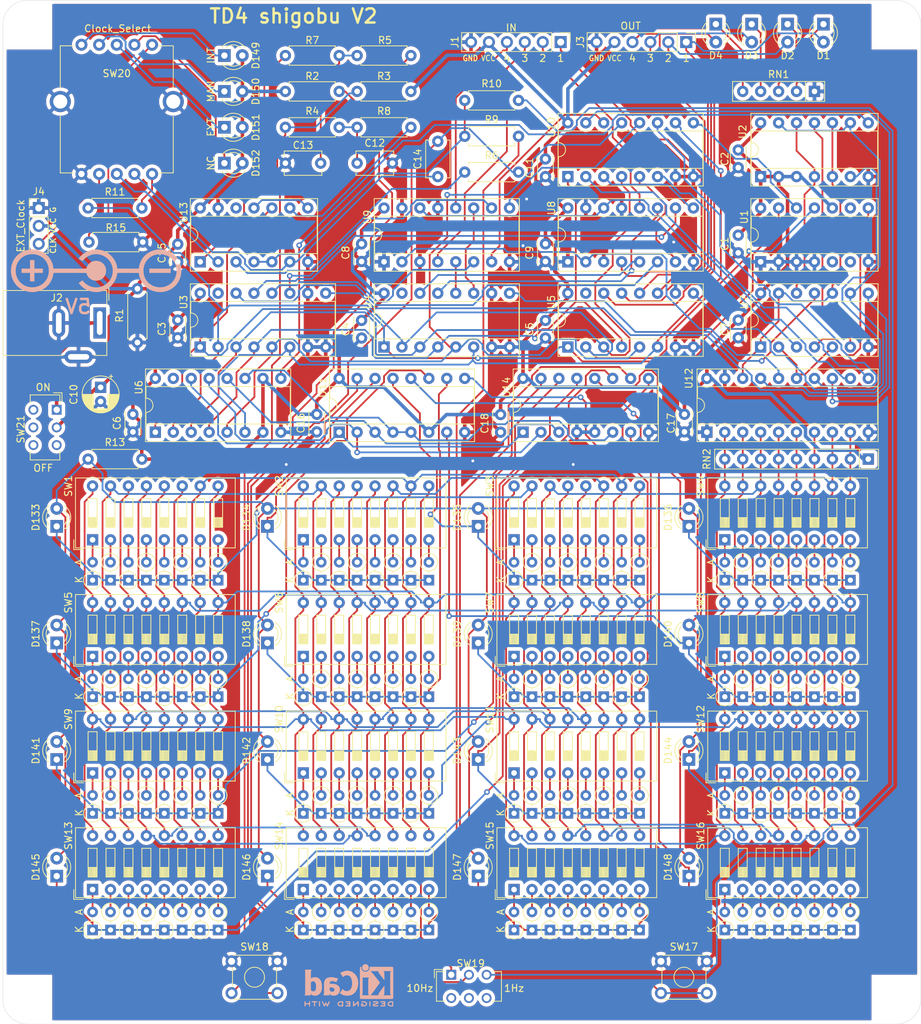
<source format=kicad_pcb>
(kicad_pcb (version 20171130) (host pcbnew "(5.1.9)-1")
  (layers (0 F.Cu signal) (31 B.Cu signal) (34 B.Paste user) (35 F.Paste user) (36 B.SilkS user) (37 F.SilkS user) (38 B.Mask user) (39 F.Mask user) (44 Edge.Cuts user))
  (net 0 "")
  (net 1 GND)
  (net 2 +5V)
  (net 3 "Net-(C12-Pad1)")
  (net 4 "Net-(C13-Pad1)")
  (net 5 "Net-(C14-Pad2)")
  (net 6 "Net-(C14-Pad1)")
  (net 7 "Net-(D1-Pad2)")
  (net 8 "Net-(D1-Pad1)")
  (net 9 "Net-(D2-Pad2)")
  (net 10 "Net-(D2-Pad1)")
  (net 11 "Net-(D3-Pad2)")
  (net 12 "Net-(D3-Pad1)")
  (net 13 "Net-(D4-Pad2)")
  (net 14 "Net-(D4-Pad1)")
  (net 15 "Net-(D5-Pad2)")
  (net 16 "Net-(D11-Pad1)")
  (net 17 "Net-(D6-Pad2)")
  (net 18 "Net-(D10-Pad1)")
  (net 19 "Net-(D7-Pad2)")
  (net 20 "Net-(D8-Pad2)")
  (net 21 "Net-(D9-Pad2)")
  (net 22 "Net-(D10-Pad2)")
  (net 23 "Net-(D11-Pad2)")
  (net 24 "Net-(D12-Pad2)")
  (net 25 "Net-(D13-Pad2)")
  (net 26 "Net-(D14-Pad2)")
  (net 27 "Net-(D15-Pad2)")
  (net 28 "Net-(D16-Pad2)")
  (net 29 "Net-(D17-Pad2)")
  (net 30 "Net-(D18-Pad2)")
  (net 31 "Net-(D19-Pad2)")
  (net 32 "Net-(D20-Pad2)")
  (net 33 "Net-(D21-Pad2)")
  (net 34 "Net-(D22-Pad2)")
  (net 35 "Net-(D23-Pad2)")
  (net 36 "Net-(D24-Pad2)")
  (net 37 "Net-(D25-Pad2)")
  (net 38 "Net-(D26-Pad2)")
  (net 39 "Net-(D27-Pad2)")
  (net 40 "Net-(D28-Pad2)")
  (net 41 "Net-(D29-Pad2)")
  (net 42 "Net-(D30-Pad2)")
  (net 43 "Net-(D31-Pad2)")
  (net 44 "Net-(D32-Pad2)")
  (net 45 "Net-(D33-Pad2)")
  (net 46 "Net-(D34-Pad2)")
  (net 47 "Net-(D35-Pad2)")
  (net 48 "Net-(D36-Pad2)")
  (net 49 "Net-(D37-Pad2)")
  (net 50 "Net-(D38-Pad2)")
  (net 51 "Net-(D39-Pad2)")
  (net 52 "Net-(D40-Pad2)")
  (net 53 "Net-(D41-Pad2)")
  (net 54 "Net-(D42-Pad2)")
  (net 55 "Net-(D43-Pad2)")
  (net 56 "Net-(D44-Pad2)")
  (net 57 "Net-(D45-Pad2)")
  (net 58 "Net-(D46-Pad2)")
  (net 59 "Net-(D47-Pad2)")
  (net 60 "Net-(D48-Pad2)")
  (net 61 "Net-(D49-Pad2)")
  (net 62 "Net-(D50-Pad2)")
  (net 63 "Net-(D51-Pad2)")
  (net 64 "Net-(D52-Pad2)")
  (net 65 "Net-(D53-Pad2)")
  (net 66 "Net-(D54-Pad2)")
  (net 67 "Net-(D55-Pad2)")
  (net 68 "Net-(D56-Pad2)")
  (net 69 "Net-(D57-Pad2)")
  (net 70 "Net-(D58-Pad2)")
  (net 71 "Net-(D59-Pad2)")
  (net 72 "Net-(D60-Pad2)")
  (net 73 "Net-(D61-Pad2)")
  (net 74 "Net-(D62-Pad2)")
  (net 75 "Net-(D63-Pad2)")
  (net 76 "Net-(D64-Pad2)")
  (net 77 "Net-(D65-Pad2)")
  (net 78 "Net-(D66-Pad2)")
  (net 79 "Net-(D67-Pad2)")
  (net 80 "Net-(D68-Pad2)")
  (net 81 "Net-(D69-Pad2)")
  (net 82 "Net-(D70-Pad2)")
  (net 83 "Net-(D71-Pad2)")
  (net 84 "Net-(D72-Pad2)")
  (net 85 "Net-(D73-Pad2)")
  (net 86 "Net-(D74-Pad2)")
  (net 87 "Net-(D75-Pad2)")
  (net 88 "Net-(D76-Pad2)")
  (net 89 "Net-(D77-Pad2)")
  (net 90 "Net-(D78-Pad2)")
  (net 91 "Net-(D79-Pad2)")
  (net 92 "Net-(D80-Pad2)")
  (net 93 "Net-(D81-Pad2)")
  (net 94 "Net-(D82-Pad2)")
  (net 95 "Net-(D83-Pad2)")
  (net 96 "Net-(D84-Pad2)")
  (net 97 "Net-(D85-Pad2)")
  (net 98 "Net-(D86-Pad2)")
  (net 99 "Net-(D100-Pad1)")
  (net 100 "Net-(D87-Pad2)")
  (net 101 "Net-(D88-Pad2)")
  (net 102 "Net-(D89-Pad2)")
  (net 103 "Net-(D90-Pad2)")
  (net 104 "Net-(D91-Pad2)")
  (net 105 "Net-(D92-Pad2)")
  (net 106 "Net-(D93-Pad2)")
  (net 107 "Net-(D94-Pad2)")
  (net 108 "Net-(D95-Pad2)")
  (net 109 "Net-(D96-Pad2)")
  (net 110 "Net-(D97-Pad2)")
  (net 111 "Net-(D98-Pad2)")
  (net 112 "Net-(D99-Pad2)")
  (net 113 "Net-(D100-Pad2)")
  (net 114 "Net-(D101-Pad2)")
  (net 115 "Net-(D101-Pad1)")
  (net 116 "Net-(D102-Pad2)")
  (net 117 "Net-(D102-Pad1)")
  (net 118 "Net-(D103-Pad2)")
  (net 119 "Net-(D104-Pad2)")
  (net 120 "Net-(D105-Pad2)")
  (net 121 "Net-(D106-Pad2)")
  (net 122 "Net-(D107-Pad2)")
  (net 123 "Net-(D108-Pad2)")
  (net 124 "Net-(D109-Pad2)")
  (net 125 "Net-(D110-Pad2)")
  (net 126 "Net-(D111-Pad2)")
  (net 127 "Net-(D112-Pad2)")
  (net 128 "Net-(D113-Pad2)")
  (net 129 "Net-(D114-Pad2)")
  (net 130 "Net-(D115-Pad2)")
  (net 131 "Net-(D116-Pad2)")
  (net 132 "Net-(D117-Pad2)")
  (net 133 "Net-(D117-Pad1)")
  (net 134 "Net-(D118-Pad2)")
  (net 135 "Net-(D118-Pad1)")
  (net 136 "Net-(D119-Pad2)")
  (net 137 "Net-(D120-Pad2)")
  (net 138 "Net-(D121-Pad2)")
  (net 139 "Net-(D122-Pad2)")
  (net 140 "Net-(D123-Pad2)")
  (net 141 "Net-(D124-Pad2)")
  (net 142 "Net-(D125-Pad2)")
  (net 143 "Net-(D126-Pad2)")
  (net 144 "Net-(D127-Pad2)")
  (net 145 "Net-(D128-Pad2)")
  (net 146 "Net-(D129-Pad2)")
  (net 147 "Net-(D130-Pad2)")
  (net 148 "Net-(D131-Pad2)")
  (net 149 "Net-(D132-Pad2)")
  (net 150 "Net-(J1-Pad4)")
  (net 151 "Net-(J1-Pad3)")
  (net 152 "Net-(J1-Pad2)")
  (net 153 "Net-(J1-Pad1)")
  (net 154 "Net-(R2-Pad2)")
  (net 155 "Net-(R3-Pad2)")
  (net 156 "Net-(R6-Pad1)")
  (net 157 "Net-(R7-Pad1)")
  (net 158 "Net-(R8-Pad1)")
  (net 159 "Net-(R9-Pad2)")
  (net 160 "Net-(R10-Pad1)")
  (net 161 "Net-(R10-Pad2)")
  (net 162 "Net-(R11-Pad2)")
  (net 163 CLOCK)
  (net 164 RESET)
  (net 165 "Net-(U1-Pad6)")
  (net 166 "Net-(U1-Pad12)")
  (net 167 "Net-(U1-Pad5)")
  (net 168 "Net-(U1-Pad9)")
  (net 169 "Net-(U1-Pad8)")
  (net 170 ROM_D6)
  (net 171 /L3)
  (net 172 "Net-(U2-Pad12)")
  (net 173 ROM_D7)
  (net 174 "Net-(U2-Pad11)")
  (net 175 /L4)
  (net 176 "Net-(U3-Pad15)")
  (net 177 "Net-(U3-Pad14)")
  (net 178 /D3)
  (net 179 "Net-(U3-Pad13)")
  (net 180 /D2)
  (net 181 "Net-(U3-Pad12)")
  (net 182 /D1)
  (net 183 "Net-(U3-Pad11)")
  (net 184 /D0)
  (net 185 /L1)
  (net 186 "Net-(U4-Pad15)")
  (net 187 "Net-(U4-Pad14)")
  (net 188 "Net-(U4-Pad13)")
  (net 189 "Net-(U4-Pad12)")
  (net 190 "Net-(U4-Pad11)")
  (net 191 /L2)
  (net 192 "Net-(U5-Pad15)")
  (net 193 "Net-(U6-Pad15)")
  (net 194 ROM_A0)
  (net 195 ROM_A1)
  (net 196 ROM_A2)
  (net 197 ROM_A3)
  (net 198 ROM_D4)
  (net 199 "Net-(U7-Pad3)")
  (net 200 "Net-(U10-Pad5)")
  (net 201 ROM_D5)
  (net 202 "Net-(U10-Pad3)")
  (net 203 "Net-(U10-Pad14)")
  (net 204 "Net-(U10-Pad12)")
  (net 205 ROM_D2)
  (net 206 ROM_D0)
  (net 207 ROM_D3)
  (net 208 ROM_D1)
  (net 209 "Net-(U13-Pad12)")
  (net 210 "Net-(U13-Pad11)")
  (net 211 "Net-(D142-Pad1)")
  (net 212 "Net-(D134-Pad1)")
  (net 213 "Net-(D143-Pad1)")
  (net 214 "Net-(D135-Pad1)")
  (net 215 "Net-(D144-Pad1)")
  (net 216 "Net-(D136-Pad1)")
  (net 217 "Net-(D145-Pad1)")
  (net 218 "Net-(D137-Pad1)")
  (net 219 "Net-(D146-Pad1)")
  (net 220 "Net-(D133-Pad2)")
  (net 221 "Net-(J4-Pad3)")
  (net 222 "Net-(D149-Pad1)")
  (net 223 "Net-(D150-Pad1)")
  (net 224 "Net-(D151-Pad1)")
  (net 225 "Net-(D152-Pad1)")
  (net 226 "Net-(J2-Pad1)")
  (net 227 "Net-(R15-Pad2)")
  (net 228 /ROM/540-7)
  (net 229 /ROM/540-6)
  (net 230 /ROM/540-5)
  (net 231 /ROM/540-4)
  (net 232 /ROM/540-3)
  (net 233 /ROM/540-2)
  (net 234 /ROM/540-1)
  (net 235 /ROM/540-0)
  (net 236 "Net-(SW20-Pad3)")
  (module Package_DIP:DIP-16_W7.62mm_Socket (layer F.Cu) (at 110.01 72.05 90)
    (fp_text reference U8 (at 7.62 -2.33 90) (layer F.SilkS))
    (fp_text value 74HC153)
    (pad 16 thru_hole oval (at 7.62 0 90) (size 1.6 1.6) (drill 0.8) (layers *.Cu *.Mask) (net 2 +5V))
    (pad 8 thru_hole oval (at 0 17.78 90) (size 1.6 1.6) (drill 0.8) (layers *.Cu *.Mask) (net 1 GND))
    (pad 15 thru_hole oval (at 7.62 2.54 90) (size 1.6 1.6) (drill 0.8) (layers *.Cu *.Mask) (net 1 GND))
    (pad 7 thru_hole oval (at 0 15.24 90) (size 1.6 1.6) (drill 0.8) (layers *.Cu *.Mask) (net 200 "Net-(U10-Pad5)"))
    (pad 14 thru_hole oval (at 7.62 5.08 90) (size 1.6 1.6) (drill 0.8) (layers *.Cu *.Mask) (net 199 "Net-(U7-Pad3)"))
    (pad 6 thru_hole oval (at 0 12.7 90) (size 1.6 1.6) (drill 0.8) (layers *.Cu *.Mask) (net 177 "Net-(U3-Pad14)"))
    (pad 13 thru_hole oval (at 7.62 7.62 90) (size 1.6 1.6) (drill 0.8) (layers *.Cu *.Mask) (net 1 GND))
    (pad 5 thru_hole oval (at 0 10.16 90) (size 1.6 1.6) (drill 0.8) (layers *.Cu *.Mask) (net 187 "Net-(U4-Pad14)"))
    (pad 12 thru_hole oval (at 7.62 10.16 90) (size 1.6 1.6) (drill 0.8) (layers *.Cu *.Mask) (net 152 "Net-(J1-Pad2)"))
    (pad 4 thru_hole oval (at 0 7.62 90) (size 1.6 1.6) (drill 0.8) (layers *.Cu *.Mask) (net 153 "Net-(J1-Pad1)"))
    (pad 11 thru_hole oval (at 7.62 12.7 90) (size 1.6 1.6) (drill 0.8) (layers *.Cu *.Mask) (net 188 "Net-(U4-Pad13)"))
    (pad 3 thru_hole oval (at 0 5.08 90) (size 1.6 1.6) (drill 0.8) (layers *.Cu *.Mask) (net 1 GND))
    (pad 10 thru_hole oval (at 7.62 15.24 90) (size 1.6 1.6) (drill 0.8) (layers *.Cu *.Mask) (net 179 "Net-(U3-Pad13)"))
    (pad 2 thru_hole oval (at 0 2.54 90) (size 1.6 1.6) (drill 0.8) (layers *.Cu *.Mask) (net 201 ROM_D5))
    (pad 9 thru_hole oval (at 7.62 17.78 90) (size 1.6 1.6) (drill 0.8) (layers *.Cu *.Mask) (net 202 "Net-(U10-Pad3)"))
    (pad 1 thru_hole rect (at 0 0 90) (size 1.6 1.6) (drill 0.8) (layers *.Cu *.Mask) (net 1 GND))
  )
  (module Button_Switch_THT:SW_TH_Tactile_Omron_B3F-10xx (layer F.Cu) (at 62.385 171.11)
    (fp_text reference SW18 (at 3.25 -2.05) (layer F.SilkS))
    (fp_text value Reset)
    (pad 1 thru_hole circle (at 0 0) (size 1.7 1.7) (drill 1) (layers *.Cu *.Mask) (net 1 GND))
    (pad 2 thru_hole circle (at 6.5 0) (size 1.7 1.7) (drill 1) (layers *.Cu *.Mask) (net 1 GND))
    (pad 3 thru_hole circle (at 0 4.5) (size 1.7 1.7) (drill 1) (layers *.Cu *.Mask) (net 155 "Net-(R3-Pad2)"))
    (pad 4 thru_hole circle (at 6.5 4.5) (size 1.7 1.7) (drill 1) (layers *.Cu *.Mask) (net 155 "Net-(R3-Pad2)"))
  )
  (module Button_Switch_THT:SW_TH_Tactile_Omron_B3F-10xx (layer F.Cu) (at 123.195 171.11)
    (fp_text reference SW17 (at 3.25 -2.05) (layer F.SilkS))
    (fp_text value "Manual Clock")
    (pad 1 thru_hole circle (at 0 0) (size 1.7 1.7) (drill 1) (layers *.Cu *.Mask) (net 1 GND))
    (pad 2 thru_hole circle (at 6.5 0) (size 1.7 1.7) (drill 1) (layers *.Cu *.Mask) (net 1 GND))
    (pad 3 thru_hole circle (at 0 4.5) (size 1.7 1.7) (drill 1) (layers *.Cu *.Mask) (net 154 "Net-(R2-Pad2)"))
    (pad 4 thru_hole circle (at 6.5 4.5) (size 1.7 1.7) (drill 1) (layers *.Cu *.Mask) (net 154 "Net-(R2-Pad2)"))
  )
  (module Connector_BarrelJack:BarrelJack_Wuerth_6941xx301002 (layer F.Cu) (at 43.716 80.712 270)
    (fp_text reference J2 (at -3.556 6.096 180) (layer F.SilkS))
    (fp_text value DC_Jack)
    (pad 1 thru_hole rect (at 0 0 270) (size 4.4 1.8) (drill oval 3.4 0.8) (layers *.Cu *.Mask) (net 226 "Net-(J2-Pad1)"))
    (pad 2 thru_hole oval (at 0 5.8 270) (size 4 1.8) (drill oval 3 0.8) (layers *.Cu *.Mask) (net 1 GND))
    (pad 3 thru_hole oval (at 4.8 3) (size 4 1.8) (drill oval 3 0.8) (layers *.Cu *.Mask) (net 1 GND))
  )
  (module Resistor_THT:R_Array_SIP5 (layer F.Cu) (at 144.935 47.92 180)
    (fp_text reference RN1 (at 5.08 2.413) (layer F.SilkS))
    (fp_text value 1k)
    (pad 5 thru_hole oval (at 10.16 0 180) (size 1.6 1.6) (drill 0.8) (layers *.Cu *.Mask) (net 14 "Net-(D4-Pad1)"))
    (pad 4 thru_hole oval (at 7.62 0 180) (size 1.6 1.6) (drill 0.8) (layers *.Cu *.Mask) (net 12 "Net-(D3-Pad1)"))
    (pad 3 thru_hole oval (at 5.08 0 180) (size 1.6 1.6) (drill 0.8) (layers *.Cu *.Mask) (net 10 "Net-(D2-Pad1)"))
    (pad 2 thru_hole oval (at 2.54 0 180) (size 1.6 1.6) (drill 0.8) (layers *.Cu *.Mask) (net 8 "Net-(D1-Pad1)"))
    (pad 1 thru_hole rect (at 0 0 180) (size 1.6 1.6) (drill 0.8) (layers *.Cu *.Mask) (net 1 GND))
  )
  (module Connector_PinHeader_2.54mm:PinHeader_1x06_P2.54mm_Vertical (layer F.Cu) (at 108.994 40.935 270)
    (fp_text reference J1 (at 0 14.994 90) (layer F.SilkS))
    (fp_text value InPut)
    (pad 6 thru_hole oval (at 0 12.7 270) (size 1.7 1.7) (drill 1) (layers *.Cu *.Mask) (net 1 GND))
    (pad 5 thru_hole oval (at 0 10.16 270) (size 1.7 1.7) (drill 1) (layers *.Cu *.Mask) (net 2 +5V))
    (pad 4 thru_hole oval (at 0 7.62 270) (size 1.7 1.7) (drill 1) (layers *.Cu *.Mask) (net 150 "Net-(J1-Pad4)"))
    (pad 3 thru_hole oval (at 0 5.08 270) (size 1.7 1.7) (drill 1) (layers *.Cu *.Mask) (net 151 "Net-(J1-Pad3)"))
    (pad 2 thru_hole oval (at 0 2.54 270) (size 1.7 1.7) (drill 1) (layers *.Cu *.Mask) (net 152 "Net-(J1-Pad2)"))
    (pad 1 thru_hole rect (at 0 0 270) (size 1.7 1.7) (drill 1) (layers *.Cu *.Mask) (net 153 "Net-(J1-Pad1)"))
  )
  (module Symbol:Polarity_Center_Positive_6mm_SilkScreen (layer B.Cu) (at 43.208 73.32 180)
    (fp_text reference sym2 hide)
    (fp_text value Polarity_Center_Positive_6mm_SilkScreen hide)
  )
  (module Symbol:KiCad-Logo2_5mm_SilkScreen (layer B.Cu) (at 79 174.5 180)
    (fp_text reference sym1 hide)
    (fp_text value KiCad-Logo2_5mm_SilkScreen hide)
  )
  (module MountingHole:MountingHole_3.2mm_M3 (layer F.Cu) (at 156.5 38.5)
    (fp_text reference mh2 hide)
    (fp_text value MountingHole_3.2mm_M3 hide)
    (pad 1 np_thru_hole circle (at 0 0) (size 3.2 3.2) (drill 3.2) (layers *.Cu *.Mask))
  )
  (module MountingHole:MountingHole_3.2mm_M3 (layer F.Cu) (at 156.5 176.5)
    (fp_text reference mh3 hide)
    (fp_text value MountingHole_3.2mm_M3)
    (pad 1 np_thru_hole circle (at 0 0) (size 3.2 3.2) (drill 3.2) (layers *.Cu *.Mask))
  )
  (module MountingHole:MountingHole_3.2mm_M3 (layer F.Cu) (at 33.5 176.5)
    (fp_text reference mh4 hide)
    (fp_text value MountingHole_3.2mm_M3)
    (pad 1 np_thru_hole circle (at 0 0) (size 3.2 3.2) (drill 3.2) (layers *.Cu *.Mask))
  )
  (module MountingHole:MountingHole_3.2mm_M3 (layer F.Cu) (at 33.5 38.5)
    (fp_text reference mh1 hide)
    (fp_text value MountingHole_3.2mm_M3)
    (pad 1 np_thru_hole circle (at 0 0) (size 3.2 3.2) (drill 3.2) (layers *.Cu *.Mask))
  )
  (module Capacitor_THT:C_Disc_D5.1mm_W3.2mm_P5.00mm (layer F.Cu) (at 91.595 59.985 90)
    (fp_text reference C14 (at 2.5 -2.85 90) (layer F.SilkS))
    (fp_text value "10uF 16V")
    (pad 2 thru_hole circle (at 5 0 90) (size 1.6 1.6) (drill 0.8) (layers *.Cu *.Mask) (net 5 "Net-(C14-Pad2)"))
    (pad 1 thru_hole circle (at 0 0 90) (size 1.6 1.6) (drill 0.8) (layers *.Cu *.Mask) (net 6 "Net-(C14-Pad1)"))
  )
  (module Capacitor_THT:C_Disc_D5.1mm_W3.2mm_P5.00mm (layer F.Cu) (at 75.005 58.08 180)
    (fp_text reference C13 (at 2.5 2.54) (layer F.SilkS))
    (fp_text value "10uF 16V")
    (pad 2 thru_hole circle (at 5 0 180) (size 1.6 1.6) (drill 0.8) (layers *.Cu *.Mask) (net 1 GND))
    (pad 1 thru_hole circle (at 0 0 180) (size 1.6 1.6) (drill 0.8) (layers *.Cu *.Mask) (net 4 "Net-(C13-Pad1)"))
  )
  (module Capacitor_THT:C_Disc_D5.1mm_W3.2mm_P5.00mm (layer F.Cu) (at 80.165 58.08)
    (fp_text reference C12 (at 2.5 -2.85) (layer F.SilkS))
    (fp_text value "10uF 16V")
    (pad 2 thru_hole circle (at 5 0) (size 1.6 1.6) (drill 0.8) (layers *.Cu *.Mask) (net 1 GND))
    (pad 1 thru_hole circle (at 0 0) (size 1.6 1.6) (drill 0.8) (layers *.Cu *.Mask) (net 3 "Net-(C12-Pad1)"))
  )
  (module Package_DIP:DIP-16_W7.62mm_Socket (layer F.Cu) (at 103.66 96.18 90)
    (fp_text reference U14 (at 6.35 -2.33 90) (layer F.SilkS))
    (fp_text value 74HC138)
    (pad 16 thru_hole oval (at 7.62 0 90) (size 1.6 1.6) (drill 0.8) (layers *.Cu *.Mask) (net 2 +5V))
    (pad 8 thru_hole oval (at 0 17.78 90) (size 1.6 1.6) (drill 0.8) (layers *.Cu *.Mask) (net 1 GND))
    (pad 15 thru_hole oval (at 7.62 2.54 90) (size 1.6 1.6) (drill 0.8) (layers *.Cu *.Mask) (net 16 "Net-(D11-Pad1)"))
    (pad 7 thru_hole oval (at 0 15.24 90) (size 1.6 1.6) (drill 0.8) (layers *.Cu *.Mask) (net 133 "Net-(D117-Pad1)"))
    (pad 14 thru_hole oval (at 7.62 5.08 90) (size 1.6 1.6) (drill 0.8) (layers *.Cu *.Mask) (net 211 "Net-(D142-Pad1)"))
    (pad 6 thru_hole oval (at 0 12.7 90) (size 1.6 1.6) (drill 0.8) (layers *.Cu *.Mask) (net 197 ROM_A3))
    (pad 13 thru_hole oval (at 7.62 7.62 90) (size 1.6 1.6) (drill 0.8) (layers *.Cu *.Mask) (net 213 "Net-(D143-Pad1)"))
    (pad 5 thru_hole oval (at 0 10.16 90) (size 1.6 1.6) (drill 0.8) (layers *.Cu *.Mask) (net 1 GND))
    (pad 12 thru_hole oval (at 7.62 10.16 90) (size 1.6 1.6) (drill 0.8) (layers *.Cu *.Mask) (net 215 "Net-(D144-Pad1)"))
    (pad 4 thru_hole oval (at 0 7.62 90) (size 1.6 1.6) (drill 0.8) (layers *.Cu *.Mask) (net 1 GND))
    (pad 11 thru_hole oval (at 7.62 12.7 90) (size 1.6 1.6) (drill 0.8) (layers *.Cu *.Mask) (net 217 "Net-(D145-Pad1)"))
    (pad 3 thru_hole oval (at 0 5.08 90) (size 1.6 1.6) (drill 0.8) (layers *.Cu *.Mask) (net 196 ROM_A2))
    (pad 10 thru_hole oval (at 7.62 15.24 90) (size 1.6 1.6) (drill 0.8) (layers *.Cu *.Mask) (net 219 "Net-(D146-Pad1)"))
    (pad 2 thru_hole oval (at 0 2.54 90) (size 1.6 1.6) (drill 0.8) (layers *.Cu *.Mask) (net 195 ROM_A1))
    (pad 9 thru_hole oval (at 7.62 17.78 90) (size 1.6 1.6) (drill 0.8) (layers *.Cu *.Mask) (net 115 "Net-(D101-Pad1)"))
    (pad 1 thru_hole rect (at 0 0 90) (size 1.6 1.6) (drill 0.8) (layers *.Cu *.Mask) (net 194 ROM_A0))
  )
  (module Package_DIP:DIP-16_W7.62mm_Socket (layer F.Cu) (at 77.625 96.18 90)
    (fp_text reference U11 (at 6.35 -2.33 90) (layer F.SilkS))
    (fp_text value 74HC138)
    (pad 16 thru_hole oval (at 7.62 0 90) (size 1.6 1.6) (drill 0.8) (layers *.Cu *.Mask) (net 2 +5V))
    (pad 8 thru_hole oval (at 0 17.78 90) (size 1.6 1.6) (drill 0.8) (layers *.Cu *.Mask) (net 1 GND))
    (pad 15 thru_hole oval (at 7.62 2.54 90) (size 1.6 1.6) (drill 0.8) (layers *.Cu *.Mask) (net 18 "Net-(D10-Pad1)"))
    (pad 7 thru_hole oval (at 0 15.24 90) (size 1.6 1.6) (drill 0.8) (layers *.Cu *.Mask) (net 135 "Net-(D118-Pad1)"))
    (pad 14 thru_hole oval (at 7.62 5.08 90) (size 1.6 1.6) (drill 0.8) (layers *.Cu *.Mask) (net 212 "Net-(D134-Pad1)"))
    (pad 6 thru_hole oval (at 0 12.7 90) (size 1.6 1.6) (drill 0.8) (layers *.Cu *.Mask) (net 2 +5V))
    (pad 13 thru_hole oval (at 7.62 7.62 90) (size 1.6 1.6) (drill 0.8) (layers *.Cu *.Mask) (net 214 "Net-(D135-Pad1)"))
    (pad 5 thru_hole oval (at 0 10.16 90) (size 1.6 1.6) (drill 0.8) (layers *.Cu *.Mask) (net 197 ROM_A3))
    (pad 12 thru_hole oval (at 7.62 10.16 90) (size 1.6 1.6) (drill 0.8) (layers *.Cu *.Mask) (net 216 "Net-(D136-Pad1)"))
    (pad 4 thru_hole oval (at 0 7.62 90) (size 1.6 1.6) (drill 0.8) (layers *.Cu *.Mask) (net 197 ROM_A3))
    (pad 11 thru_hole oval (at 7.62 12.7 90) (size 1.6 1.6) (drill 0.8) (layers *.Cu *.Mask) (net 218 "Net-(D137-Pad1)"))
    (pad 3 thru_hole oval (at 0 5.08 90) (size 1.6 1.6) (drill 0.8) (layers *.Cu *.Mask) (net 196 ROM_A2))
    (pad 10 thru_hole oval (at 7.62 15.24 90) (size 1.6 1.6) (drill 0.8) (layers *.Cu *.Mask) (net 99 "Net-(D100-Pad1)"))
    (pad 2 thru_hole oval (at 0 2.54 90) (size 1.6 1.6) (drill 0.8) (layers *.Cu *.Mask) (net 195 ROM_A1))
    (pad 9 thru_hole oval (at 7.62 17.78 90) (size 1.6 1.6) (drill 0.8) (layers *.Cu *.Mask) (net 117 "Net-(D102-Pad1)"))
    (pad 1 thru_hole rect (at 0 0 90) (size 1.6 1.6) (drill 0.8) (layers *.Cu *.Mask) (net 194 ROM_A0))
  )
  (module Capacitor_THT:C_Disc_D3.0mm_W2.0mm_P2.50mm (layer F.Cu) (at 100.485 96.18 90)
    (fp_text reference C18 (at 1.25 -2.25 90) (layer F.SilkS))
    (fp_text value 0.1u)
    (pad 2 thru_hole circle (at 2.5 0 90) (size 1.6 1.6) (drill 0.8) (layers *.Cu *.Mask) (net 2 +5V))
    (pad 1 thru_hole circle (at 0 0 90) (size 1.6 1.6) (drill 0.8) (layers *.Cu *.Mask) (net 1 GND))
  )
  (module Button_Switch_THT:SW_CuK_JS202011CQN_DPDT_Straight (layer F.Cu) (at 37.62 93.005 270)
    (fp_text reference SW21 (at 2.75 5.08 90) (layer F.SilkS))
    (fp_text value PWR_SW)
    (pad 6 thru_hole circle (at 5 3.3 270) (size 1.4 1.4) (drill 0.9) (layers *.Cu *.Mask))
    (pad 5 thru_hole circle (at 2.5 3.3 270) (size 1.4 1.4) (drill 0.9) (layers *.Cu *.Mask))
    (pad 4 thru_hole circle (at 0 3.3 270) (size 1.4 1.4) (drill 0.9) (layers *.Cu *.Mask))
    (pad 3 thru_hole circle (at 5 0 270) (size 1.4 1.4) (drill 0.9) (layers *.Cu *.Mask))
    (pad 2 thru_hole circle (at 2.5 0 270) (size 1.4 1.4) (drill 0.9) (layers *.Cu *.Mask) (net 2 +5V))
    (pad 1 thru_hole rect (at 0 0 270) (size 1.4 1.4) (drill 0.9) (layers *.Cu *.Mask) (net 226 "Net-(J2-Pad1)"))
  )
  (module Resistor_THT:R_Axial_DIN0207_L6.3mm_D2.5mm_P7.62mm_Horizontal (layer F.Cu) (at 49.812 69.256 180)
    (fp_text reference R15 (at 3.81 2.032) (layer F.SilkS))
    (fp_text value 1k)
    (pad 2 thru_hole oval (at 7.62 0 180) (size 1.6 1.6) (drill 0.8) (layers *.Cu *.Mask) (net 227 "Net-(R15-Pad2)"))
    (pad 1 thru_hole circle (at 0 0 180) (size 1.6 1.6) (drill 0.8) (layers *.Cu *.Mask) (net 1 GND))
  )
  (module LED_THT:LED_D3.0mm (layer F.Cu) (at 61.369 58.08)
    (fp_text reference D152 (at 4.445 0 270) (layer F.SilkS))
    (fp_text value NC)
    (pad 2 thru_hole circle (at 2.54 0) (size 1.8 1.8) (drill 0.9) (layers *.Cu *.Mask) (net 2 +5V))
    (pad 1 thru_hole rect (at 0 0) (size 1.8 1.8) (drill 0.9) (layers *.Cu *.Mask) (net 225 "Net-(D152-Pad1)"))
  )
  (module LED_THT:LED_D3.0mm (layer F.Cu) (at 61.369 53)
    (fp_text reference D151 (at 4.445 0 270) (layer F.SilkS))
    (fp_text value EXT)
    (pad 2 thru_hole circle (at 2.54 0) (size 1.8 1.8) (drill 0.9) (layers *.Cu *.Mask) (net 2 +5V))
    (pad 1 thru_hole rect (at 0 0) (size 1.8 1.8) (drill 0.9) (layers *.Cu *.Mask) (net 224 "Net-(D151-Pad1)"))
  )
  (module LED_THT:LED_D3.0mm (layer F.Cu) (at 61.369 47.92)
    (fp_text reference D150 (at 4.445 0 270) (layer F.SilkS))
    (fp_text value MAN)
    (pad 2 thru_hole circle (at 2.54 0) (size 1.8 1.8) (drill 0.9) (layers *.Cu *.Mask) (net 2 +5V))
    (pad 1 thru_hole rect (at 0 0) (size 1.8 1.8) (drill 0.9) (layers *.Cu *.Mask) (net 223 "Net-(D150-Pad1)"))
  )
  (module LED_THT:LED_D3.0mm (layer F.Cu) (at 61.369 42.84)
    (fp_text reference D149 (at 4.445 0 270) (layer F.SilkS))
    (fp_text value INT)
    (pad 2 thru_hole circle (at 2.54 0) (size 1.8 1.8) (drill 0.9) (layers *.Cu *.Mask) (net 2 +5V))
    (pad 1 thru_hole rect (at 0 0) (size 1.8 1.8) (drill 0.9) (layers *.Cu *.Mask) (net 222 "Net-(D149-Pad1)"))
  )
  (module "shigobuFootPrint:Rotary_Switch 10pin" (layer F.Cu) (at 46.128 50.46)
    (fp_text reference SW20 (at 0 -5.08) (layer F.SilkS))
    (fp_text value SW_Rotary2x4)
    (pad 11 thru_hole circle (at -8 -1.1) (size 3 3) (drill 2) (layers *.Cu *.Mask) (net 1 GND))
    (pad 11 thru_hole circle (at 8 -1.1) (size 3 3) (drill 2) (layers *.Cu *.Mask) (net 1 GND))
    (pad 1 thru_hole circle (at 5 9.15) (size 1.7 1.7) (drill 0.9) (layers *.Cu *.Mask) (net 162 "Net-(R11-Pad2)"))
    (pad 2 thru_hole circle (at 2.5 9.15) (size 1.7 1.7) (drill 0.9) (layers *.Cu *.Mask) (net 6 "Net-(C14-Pad1)"))
    (pad 3 thru_hole circle (at 0 9.15) (size 1.7 1.7) (drill 0.9) (layers *.Cu *.Mask) (net 236 "Net-(SW20-Pad3)"))
    (pad 4 thru_hole circle (at -2.5 9.15) (size 1.7 1.7) (drill 0.9) (layers *.Cu *.Mask) (net 221 "Net-(J4-Pad3)"))
    (pad 5 thru_hole circle (at -5 9.15) (size 1.7 1.7) (drill 0.9) (layers *.Cu *.Mask) (net 1 GND))
    (pad 6 thru_hole circle (at -5 -9.15) (size 1.7 1.7) (drill 0.9) (layers *.Cu *.Mask) (net 222 "Net-(D149-Pad1)"))
    (pad 7 thru_hole circle (at -2.5 -9.15) (size 1.7 1.7) (drill 0.9) (layers *.Cu *.Mask) (net 223 "Net-(D150-Pad1)"))
    (pad 8 thru_hole circle (at 0 -9.15) (size 1.7 1.7) (drill 0.9) (layers *.Cu *.Mask) (net 224 "Net-(D151-Pad1)"))
    (pad 9 thru_hole circle (at 2.5 -9.15) (size 1.7 1.7) (drill 0.9) (layers *.Cu *.Mask) (net 225 "Net-(D152-Pad1)"))
    (pad 10 thru_hole circle (at 5 -9.15) (size 1.7 1.7) (drill 0.9) (layers *.Cu *.Mask) (net 227 "Net-(R15-Pad2)"))
  )
  (module Button_Switch_THT:SW_CuK_JS202011CQN_DPDT_Straight (layer F.Cu) (at 93.5 173.015)
    (fp_text reference SW19 (at 2.75 -1.6) (layer F.SilkS))
    (fp_text value FSW)
    (pad 6 thru_hole circle (at 5 3.3) (size 1.4 1.4) (drill 0.9) (layers *.Cu *.Mask))
    (pad 5 thru_hole circle (at 2.5 3.3) (size 1.4 1.4) (drill 0.9) (layers *.Cu *.Mask))
    (pad 4 thru_hole circle (at 0 3.3) (size 1.4 1.4) (drill 0.9) (layers *.Cu *.Mask))
    (pad 3 thru_hole circle (at 5 0) (size 1.4 1.4) (drill 0.9) (layers *.Cu *.Mask) (net 161 "Net-(R10-Pad2)"))
    (pad 2 thru_hole circle (at 2.5 0) (size 1.4 1.4) (drill 0.9) (layers *.Cu *.Mask) (net 5 "Net-(C14-Pad2)"))
    (pad 1 thru_hole rect (at 0 0) (size 1.4 1.4) (drill 0.9) (layers *.Cu *.Mask) (net 159 "Net-(R9-Pad2)"))
  )
  (module Connector_PinHeader_2.54mm:PinHeader_1x03_P2.54mm_Vertical (layer F.Cu) (at 35.08 64.43)
    (fp_text reference J4 (at 0 -2.33) (layer F.SilkS))
    (fp_text value Clock_Input)
    (pad 3 thru_hole oval (at 0 5.08) (size 1.7 1.7) (drill 1) (layers *.Cu *.Mask) (net 221 "Net-(J4-Pad3)"))
    (pad 2 thru_hole oval (at 0 2.54) (size 1.7 1.7) (drill 1) (layers *.Cu *.Mask) (net 2 +5V))
    (pad 1 thru_hole rect (at 0 0) (size 1.7 1.7) (drill 1) (layers *.Cu *.Mask) (net 1 GND))
  )
  (module Package_DIP:DIP-14_W7.62mm_Socket (layer F.Cu) (at 137.315 59.985 90)
    (fp_text reference U2 (at 6.35 -2.54 90) (layer F.SilkS))
    (fp_text value 74HC10)
    (pad 14 thru_hole oval (at 7.62 0 90) (size 1.6 1.6) (drill 0.8) (layers *.Cu *.Mask) (net 2 +5V))
    (pad 7 thru_hole oval (at 0 15.24 90) (size 1.6 1.6) (drill 0.8) (layers *.Cu *.Mask) (net 1 GND))
    (pad 13 thru_hole oval (at 7.62 2.54 90) (size 1.6 1.6) (drill 0.8) (layers *.Cu *.Mask) (net 170 ROM_D6))
    (pad 6 thru_hole oval (at 0 12.7 90) (size 1.6 1.6) (drill 0.8) (layers *.Cu *.Mask) (net 171 /L3))
    (pad 12 thru_hole oval (at 7.62 5.08 90) (size 1.6 1.6) (drill 0.8) (layers *.Cu *.Mask) (net 172 "Net-(U2-Pad12)"))
    (pad 5 thru_hole oval (at 0 10.16 90) (size 1.6 1.6) (drill 0.8) (layers *.Cu *.Mask) (net 173 ROM_D7))
    (pad 11 thru_hole oval (at 7.62 7.62 90) (size 1.6 1.6) (drill 0.8) (layers *.Cu *.Mask) (net 174 "Net-(U2-Pad11)"))
    (pad 4 thru_hole oval (at 0 7.62 90) (size 1.6 1.6) (drill 0.8) (layers *.Cu *.Mask) (net 172 "Net-(U2-Pad12)"))
    (pad 10 thru_hole oval (at 7.62 10.16 90) (size 1.6 1.6) (drill 0.8) (layers *.Cu *.Mask) (net 173 ROM_D7))
    (pad 3 thru_hole oval (at 0 5.08 90) (size 1.6 1.6) (drill 0.8) (layers *.Cu *.Mask) (net 2 +5V))
    (pad 9 thru_hole oval (at 7.62 12.7 90) (size 1.6 1.6) (drill 0.8) (layers *.Cu *.Mask) (net 170 ROM_D6))
    (pad 2 thru_hole oval (at 0 2.54 90) (size 1.6 1.6) (drill 0.8) (layers *.Cu *.Mask) (net 2 +5V))
    (pad 8 thru_hole oval (at 7.62 15.24 90) (size 1.6 1.6) (drill 0.8) (layers *.Cu *.Mask) (net 175 /L4))
    (pad 1 thru_hole rect (at 0 0 90) (size 1.6 1.6) (drill 0.8) (layers *.Cu *.Mask) (net 2 +5V))
  )
  (module Capacitor_THT:C_Disc_D3.0mm_W2.0mm_P2.50mm (layer F.Cu) (at 134.14 56.215 270)
    (fp_text reference C2 (at 1.27 1.905 90) (layer F.SilkS))
    (fp_text value 0.1u)
    (pad 2 thru_hole circle (at 2.5 0 270) (size 1.6 1.6) (drill 0.8) (layers *.Cu *.Mask) (net 1 GND))
    (pad 1 thru_hole circle (at 0 0 270) (size 1.6 1.6) (drill 0.8) (layers *.Cu *.Mask) (net 2 +5V))
  )
  (module Resistor_THT:R_Axial_DIN0207_L6.3mm_D2.5mm_P7.62mm_Horizontal (layer F.Cu) (at 42.065 99.99)
    (fp_text reference R13 (at 3.81 -2.37) (layer F.SilkS))
    (fp_text value 1k)
    (pad 2 thru_hole oval (at 7.62 0) (size 1.6 1.6) (drill 0.8) (layers *.Cu *.Mask) (net 2 +5V))
    (pad 1 thru_hole circle (at 0 0) (size 1.6 1.6) (drill 0.8) (layers *.Cu *.Mask) (net 220 "Net-(D133-Pad2)"))
  )
  (module LED_THT:LED_D3.0mm (layer F.Cu) (at 127.155 159.045 90)
    (fp_text reference D148 (at 1.27 -2.96 90) (layer F.SilkS))
    (fp_text value ROM16)
    (pad 2 thru_hole circle (at 2.54 0 90) (size 1.8 1.8) (drill 0.9) (layers *.Cu *.Mask) (net 220 "Net-(D133-Pad2)"))
    (pad 1 thru_hole rect (at 0 0 90) (size 1.8 1.8) (drill 0.9) (layers *.Cu *.Mask) (net 133 "Net-(D117-Pad1)"))
  )
  (module LED_THT:LED_D3.0mm (layer F.Cu) (at 97.31 159.045 90)
    (fp_text reference D147 (at 1.27 -2.96 90) (layer F.SilkS))
    (fp_text value ROM15)
    (pad 2 thru_hole circle (at 2.54 0 90) (size 1.8 1.8) (drill 0.9) (layers *.Cu *.Mask) (net 220 "Net-(D133-Pad2)"))
    (pad 1 thru_hole rect (at 0 0 90) (size 1.8 1.8) (drill 0.9) (layers *.Cu *.Mask) (net 115 "Net-(D101-Pad1)"))
  )
  (module LED_THT:LED_D3.0mm (layer F.Cu) (at 67.465 159.045 90)
    (fp_text reference D146 (at 1.27 -2.96 90) (layer F.SilkS))
    (fp_text value ROM14)
    (pad 2 thru_hole circle (at 2.54 0 90) (size 1.8 1.8) (drill 0.9) (layers *.Cu *.Mask) (net 220 "Net-(D133-Pad2)"))
    (pad 1 thru_hole rect (at 0 0 90) (size 1.8 1.8) (drill 0.9) (layers *.Cu *.Mask) (net 219 "Net-(D146-Pad1)"))
  )
  (module LED_THT:LED_D3.0mm (layer F.Cu) (at 37.62 159.045 90)
    (fp_text reference D145 (at 1.27 -2.96 90) (layer F.SilkS))
    (fp_text value ROM13)
    (pad 2 thru_hole circle (at 2.54 0 90) (size 1.8 1.8) (drill 0.9) (layers *.Cu *.Mask) (net 220 "Net-(D133-Pad2)"))
    (pad 1 thru_hole rect (at 0 0 90) (size 1.8 1.8) (drill 0.9) (layers *.Cu *.Mask) (net 217 "Net-(D145-Pad1)"))
  )
  (module LED_THT:LED_D3.0mm (layer F.Cu) (at 127.155 142.535 90)
    (fp_text reference D144 (at 1.27 -2.96 90) (layer F.SilkS))
    (fp_text value ROM12)
    (pad 2 thru_hole circle (at 2.54 0 90) (size 1.8 1.8) (drill 0.9) (layers *.Cu *.Mask) (net 220 "Net-(D133-Pad2)"))
    (pad 1 thru_hole rect (at 0 0 90) (size 1.8 1.8) (drill 0.9) (layers *.Cu *.Mask) (net 215 "Net-(D144-Pad1)"))
  )
  (module LED_THT:LED_D3.0mm (layer F.Cu) (at 97.31 142.535 90)
    (fp_text reference D143 (at 1.27 -2.96 90) (layer F.SilkS))
    (fp_text value ROM11)
    (pad 2 thru_hole circle (at 2.54 0 90) (size 1.8 1.8) (drill 0.9) (layers *.Cu *.Mask) (net 220 "Net-(D133-Pad2)"))
    (pad 1 thru_hole rect (at 0 0 90) (size 1.8 1.8) (drill 0.9) (layers *.Cu *.Mask) (net 213 "Net-(D143-Pad1)"))
  )
  (module LED_THT:LED_D3.0mm (layer F.Cu) (at 67.465 142.535 90)
    (fp_text reference D142 (at 1.27 -2.96 90) (layer F.SilkS))
    (fp_text value ROM10)
    (pad 2 thru_hole circle (at 2.54 0 90) (size 1.8 1.8) (drill 0.9) (layers *.Cu *.Mask) (net 220 "Net-(D133-Pad2)"))
    (pad 1 thru_hole rect (at 0 0 90) (size 1.8 1.8) (drill 0.9) (layers *.Cu *.Mask) (net 211 "Net-(D142-Pad1)"))
  )
  (module LED_THT:LED_D3.0mm (layer F.Cu) (at 37.62 142.535 90)
    (fp_text reference D141 (at 1.27 -2.96 90) (layer F.SilkS))
    (fp_text value ROM9)
    (pad 2 thru_hole circle (at 2.54 0 90) (size 1.8 1.8) (drill 0.9) (layers *.Cu *.Mask) (net 220 "Net-(D133-Pad2)"))
    (pad 1 thru_hole rect (at 0 0 90) (size 1.8 1.8) (drill 0.9) (layers *.Cu *.Mask) (net 16 "Net-(D11-Pad1)"))
  )
  (module LED_THT:LED_D3.0mm (layer F.Cu) (at 127.155 126.025 90)
    (fp_text reference D140 (at 1.27 -2.96 90) (layer F.SilkS))
    (fp_text value ROM8)
    (pad 2 thru_hole circle (at 2.54 0 90) (size 1.8 1.8) (drill 0.9) (layers *.Cu *.Mask) (net 220 "Net-(D133-Pad2)"))
    (pad 1 thru_hole rect (at 0 0 90) (size 1.8 1.8) (drill 0.9) (layers *.Cu *.Mask) (net 135 "Net-(D118-Pad1)"))
  )
  (module LED_THT:LED_D3.0mm (layer F.Cu) (at 97.31 126.025 90)
    (fp_text reference D139 (at 1.27 -2.96 90) (layer F.SilkS))
    (fp_text value ROM7)
    (pad 2 thru_hole circle (at 2.54 0 90) (size 1.8 1.8) (drill 0.9) (layers *.Cu *.Mask) (net 220 "Net-(D133-Pad2)"))
    (pad 1 thru_hole rect (at 0 0 90) (size 1.8 1.8) (drill 0.9) (layers *.Cu *.Mask) (net 117 "Net-(D102-Pad1)"))
  )
  (module LED_THT:LED_D3.0mm (layer F.Cu) (at 67.465 126.025 90)
    (fp_text reference D138 (at 1.27 -2.96 90) (layer F.SilkS))
    (fp_text value ROM6)
    (pad 2 thru_hole circle (at 2.54 0 90) (size 1.8 1.8) (drill 0.9) (layers *.Cu *.Mask) (net 220 "Net-(D133-Pad2)"))
    (pad 1 thru_hole rect (at 0 0 90) (size 1.8 1.8) (drill 0.9) (layers *.Cu *.Mask) (net 99 "Net-(D100-Pad1)"))
  )
  (module LED_THT:LED_D3.0mm (layer F.Cu) (at 37.62 126.025 90)
    (fp_text reference D137 (at 1.27 -2.96 90) (layer F.SilkS))
    (fp_text value ROM5)
    (pad 2 thru_hole circle (at 2.54 0 90) (size 1.8 1.8) (drill 0.9) (layers *.Cu *.Mask) (net 220 "Net-(D133-Pad2)"))
    (pad 1 thru_hole rect (at 0 0 90) (size 1.8 1.8) (drill 0.9) (layers *.Cu *.Mask) (net 218 "Net-(D137-Pad1)"))
  )
  (module LED_THT:LED_D3.0mm (layer F.Cu) (at 127.155 109.515 90)
    (fp_text reference D136 (at 1.27 -2.96 90) (layer F.SilkS))
    (fp_text value ROM4)
    (pad 2 thru_hole circle (at 2.54 0 90) (size 1.8 1.8) (drill 0.9) (layers *.Cu *.Mask) (net 220 "Net-(D133-Pad2)"))
    (pad 1 thru_hole rect (at 0 0 90) (size 1.8 1.8) (drill 0.9) (layers *.Cu *.Mask) (net 216 "Net-(D136-Pad1)"))
  )
  (module LED_THT:LED_D3.0mm (layer F.Cu) (at 97.31 109.515 90)
    (fp_text reference D135 (at 1.27 -2.96 90) (layer F.SilkS))
    (fp_text value ROM3)
    (pad 2 thru_hole circle (at 2.54 0 90) (size 1.8 1.8) (drill 0.9) (layers *.Cu *.Mask) (net 220 "Net-(D133-Pad2)"))
    (pad 1 thru_hole rect (at 0 0 90) (size 1.8 1.8) (drill 0.9) (layers *.Cu *.Mask) (net 214 "Net-(D135-Pad1)"))
  )
  (module LED_THT:LED_D3.0mm (layer F.Cu) (at 67.465 109.515 90)
    (fp_text reference D134 (at 1.27 -2.96 90) (layer F.SilkS))
    (fp_text value ROM2)
    (pad 2 thru_hole circle (at 2.54 0 90) (size 1.8 1.8) (drill 0.9) (layers *.Cu *.Mask) (net 220 "Net-(D133-Pad2)"))
    (pad 1 thru_hole rect (at 0 0 90) (size 1.8 1.8) (drill 0.9) (layers *.Cu *.Mask) (net 212 "Net-(D134-Pad1)"))
  )
  (module LED_THT:LED_D3.0mm (layer F.Cu) (at 37.62 109.515 90)
    (fp_text reference D133 (at 1.27 -2.96 90) (layer F.SilkS))
    (fp_text value ROM1)
    (pad 2 thru_hole circle (at 2.54 0 90) (size 1.8 1.8) (drill 0.9) (layers *.Cu *.Mask) (net 220 "Net-(D133-Pad2)"))
    (pad 1 thru_hole rect (at 0 0 90) (size 1.8 1.8) (drill 0.9) (layers *.Cu *.Mask) (net 18 "Net-(D10-Pad1)"))
  )
  (module Package_DIP:DIP-14_W7.62mm_Socket (layer F.Cu) (at 57.94 72.05 90)
    (fp_text reference U13 (at 6.985 -2.33 90) (layer F.SilkS))
    (fp_text value 74HC14)
    (pad 14 thru_hole oval (at 7.62 0 90) (size 1.6 1.6) (drill 0.8) (layers *.Cu *.Mask) (net 2 +5V))
    (pad 7 thru_hole oval (at 0 15.24 90) (size 1.6 1.6) (drill 0.8) (layers *.Cu *.Mask) (net 1 GND))
    (pad 13 thru_hole oval (at 7.62 2.54 90) (size 1.6 1.6) (drill 0.8) (layers *.Cu *.Mask) (net 1 GND))
    (pad 6 thru_hole oval (at 0 12.7 90) (size 1.6 1.6) (drill 0.8) (layers *.Cu *.Mask) (net 6 "Net-(C14-Pad1)"))
    (pad 12 thru_hole oval (at 7.62 5.08 90) (size 1.6 1.6) (drill 0.8) (layers *.Cu *.Mask) (net 209 "Net-(U13-Pad12)"))
    (pad 5 thru_hole oval (at 0 10.16 90) (size 1.6 1.6) (drill 0.8) (layers *.Cu *.Mask) (net 160 "Net-(R10-Pad1)"))
    (pad 11 thru_hole oval (at 7.62 7.62 90) (size 1.6 1.6) (drill 0.8) (layers *.Cu *.Mask) (net 210 "Net-(U13-Pad11)"))
    (pad 4 thru_hole oval (at 0 7.62 90) (size 1.6 1.6) (drill 0.8) (layers *.Cu *.Mask) (net 160 "Net-(R10-Pad1)"))
    (pad 10 thru_hole oval (at 7.62 10.16 90) (size 1.6 1.6) (drill 0.8) (layers *.Cu *.Mask) (net 164 RESET))
    (pad 3 thru_hole oval (at 0 5.08 90) (size 1.6 1.6) (drill 0.8) (layers *.Cu *.Mask) (net 156 "Net-(R6-Pad1)"))
    (pad 9 thru_hole oval (at 7.62 12.7 90) (size 1.6 1.6) (drill 0.8) (layers *.Cu *.Mask) (net 158 "Net-(R8-Pad1)"))
    (pad 2 thru_hole oval (at 0 2.54 90) (size 1.6 1.6) (drill 0.8) (layers *.Cu *.Mask) (net 236 "Net-(SW20-Pad3)"))
    (pad 8 thru_hole oval (at 7.62 15.24 90) (size 1.6 1.6) (drill 0.8) (layers *.Cu *.Mask) (net 210 "Net-(U13-Pad11)"))
    (pad 1 thru_hole rect (at 0 0 90) (size 1.6 1.6) (drill 0.8) (layers *.Cu *.Mask) (net 157 "Net-(R7-Pad1)"))
  )
  (module Resistor_THT:R_Axial_DIN0207_L6.3mm_D2.5mm_P7.62mm_Horizontal (layer F.Cu) (at 42.065 64.43)
    (fp_text reference R11 (at 3.81 -2.286) (layer F.SilkS))
    (fp_text value 100)
    (pad 2 thru_hole oval (at 7.62 0) (size 1.6 1.6) (drill 0.8) (layers *.Cu *.Mask) (net 162 "Net-(R11-Pad2)"))
    (pad 1 thru_hole circle (at 0 0) (size 1.6 1.6) (drill 0.8) (layers *.Cu *.Mask) (net 163 CLOCK))
  )
  (module Resistor_THT:R_Axial_DIN0207_L6.3mm_D2.5mm_P7.62mm_Horizontal (layer F.Cu) (at 95.405 49.19)
    (fp_text reference R10 (at 3.81 -2.37) (layer F.SilkS))
    (fp_text value 33K)
    (pad 2 thru_hole oval (at 7.62 0) (size 1.6 1.6) (drill 0.8) (layers *.Cu *.Mask) (net 161 "Net-(R10-Pad2)"))
    (pad 1 thru_hole circle (at 0 0) (size 1.6 1.6) (drill 0.8) (layers *.Cu *.Mask) (net 160 "Net-(R10-Pad1)"))
  )
  (module Resistor_THT:R_Axial_DIN0207_L6.3mm_D2.5mm_P7.62mm_Horizontal (layer F.Cu) (at 95.405 54.27)
    (fp_text reference R9 (at 3.81 -2.37) (layer F.SilkS))
    (fp_text value 3.3K)
    (pad 2 thru_hole oval (at 7.62 0) (size 1.6 1.6) (drill 0.8) (layers *.Cu *.Mask) (net 159 "Net-(R9-Pad2)"))
    (pad 1 thru_hole circle (at 0 0) (size 1.6 1.6) (drill 0.8) (layers *.Cu *.Mask) (net 160 "Net-(R10-Pad1)"))
  )
  (module Resistor_THT:R_Axial_DIN0207_L6.3mm_D2.5mm_P7.62mm_Horizontal (layer F.Cu) (at 87.785 53 180)
    (fp_text reference R8 (at 3.81 2.286) (layer F.SilkS))
    (fp_text value 100K)
    (pad 2 thru_hole oval (at 7.62 0 180) (size 1.6 1.6) (drill 0.8) (layers *.Cu *.Mask) (net 3 "Net-(C12-Pad1)"))
    (pad 1 thru_hole circle (at 0 0 180) (size 1.6 1.6) (drill 0.8) (layers *.Cu *.Mask) (net 158 "Net-(R8-Pad1)"))
  )
  (module Resistor_THT:R_Axial_DIN0207_L6.3mm_D2.5mm_P7.62mm_Horizontal (layer F.Cu) (at 70.005 42.84)
    (fp_text reference R7 (at 3.81 -2.159) (layer F.SilkS))
    (fp_text value 100K)
    (pad 2 thru_hole oval (at 7.62 0) (size 1.6 1.6) (drill 0.8) (layers *.Cu *.Mask) (net 4 "Net-(C13-Pad1)"))
    (pad 1 thru_hole circle (at 0 0) (size 1.6 1.6) (drill 0.8) (layers *.Cu *.Mask) (net 157 "Net-(R7-Pad1)"))
  )
  (module Resistor_THT:R_Axial_DIN0207_L6.3mm_D2.5mm_P7.62mm_Horizontal (layer F.Cu) (at 95.405 59.35)
    (fp_text reference R6 (at 3.81 -2.37) (layer F.SilkS))
    (fp_text value 100K)
    (pad 2 thru_hole oval (at 7.62 0) (size 1.6 1.6) (drill 0.8) (layers *.Cu *.Mask) (net 5 "Net-(C14-Pad2)"))
    (pad 1 thru_hole circle (at 0 0) (size 1.6 1.6) (drill 0.8) (layers *.Cu *.Mask) (net 156 "Net-(R6-Pad1)"))
  )
  (module Resistor_THT:R_Axial_DIN0207_L6.3mm_D2.5mm_P7.62mm_Horizontal (layer F.Cu) (at 80.165 42.84)
    (fp_text reference R5 (at 3.937 -2.159) (layer F.SilkS))
    (fp_text value 10K)
    (pad 2 thru_hole oval (at 7.62 0) (size 1.6 1.6) (drill 0.8) (layers *.Cu *.Mask) (net 154 "Net-(R2-Pad2)"))
    (pad 1 thru_hole circle (at 0 0) (size 1.6 1.6) (drill 0.8) (layers *.Cu *.Mask) (net 4 "Net-(C13-Pad1)"))
  )
  (module Resistor_THT:R_Axial_DIN0207_L6.3mm_D2.5mm_P7.62mm_Horizontal (layer F.Cu) (at 77.625 53 180)
    (fp_text reference R4 (at 3.81 2.286) (layer F.SilkS))
    (fp_text value 100K)
    (pad 2 thru_hole oval (at 7.62 0 180) (size 1.6 1.6) (drill 0.8) (layers *.Cu *.Mask) (net 155 "Net-(R3-Pad2)"))
    (pad 1 thru_hole circle (at 0 0 180) (size 1.6 1.6) (drill 0.8) (layers *.Cu *.Mask) (net 3 "Net-(C12-Pad1)"))
  )
  (module Resistor_THT:R_Axial_DIN0207_L6.3mm_D2.5mm_P7.62mm_Horizontal (layer F.Cu) (at 87.785 47.92 180)
    (fp_text reference R3 (at 3.81 2.159) (layer F.SilkS))
    (fp_text value 1K)
    (pad 2 thru_hole oval (at 7.62 0 180) (size 1.6 1.6) (drill 0.8) (layers *.Cu *.Mask) (net 155 "Net-(R3-Pad2)"))
    (pad 1 thru_hole circle (at 0 0 180) (size 1.6 1.6) (drill 0.8) (layers *.Cu *.Mask) (net 2 +5V))
  )
  (module Resistor_THT:R_Axial_DIN0207_L6.3mm_D2.5mm_P7.62mm_Horizontal (layer F.Cu) (at 70.005 47.92)
    (fp_text reference R2 (at 3.81 -2.159) (layer F.SilkS))
    (fp_text value 1K)
    (pad 2 thru_hole oval (at 7.62 0) (size 1.6 1.6) (drill 0.8) (layers *.Cu *.Mask) (net 154 "Net-(R2-Pad2)"))
    (pad 1 thru_hole circle (at 0 0) (size 1.6 1.6) (drill 0.8) (layers *.Cu *.Mask) (net 2 +5V))
  )
  (module Capacitor_THT:C_Disc_D3.0mm_W2.0mm_P2.50mm (layer F.Cu) (at 54.765 72.05 90)
    (fp_text reference C15 (at 1.25 -2.25 90) (layer F.SilkS))
    (fp_text value 0.1u)
    (pad 2 thru_hole circle (at 2.5 0 90) (size 1.6 1.6) (drill 0.8) (layers *.Cu *.Mask) (net 2 +5V))
    (pad 1 thru_hole circle (at 0 0 90) (size 1.6 1.6) (drill 0.8) (layers *.Cu *.Mask) (net 1 GND))
  )
  (module Connector_PinHeader_2.54mm:PinHeader_1x06_P2.54mm_Vertical (layer F.Cu) (at 126.774 40.935 270)
    (fp_text reference J3 (at 0 14.986 90) (layer F.SilkS))
    (fp_text value OutPut)
    (pad 6 thru_hole oval (at 0 12.7 270) (size 1.7 1.7) (drill 1) (layers *.Cu *.Mask) (net 1 GND))
    (pad 5 thru_hole oval (at 0 10.16 270) (size 1.7 1.7) (drill 1) (layers *.Cu *.Mask) (net 2 +5V))
    (pad 4 thru_hole oval (at 0 7.62 270) (size 1.7 1.7) (drill 1) (layers *.Cu *.Mask) (net 13 "Net-(D4-Pad2)"))
    (pad 3 thru_hole oval (at 0 5.08 270) (size 1.7 1.7) (drill 1) (layers *.Cu *.Mask) (net 11 "Net-(D3-Pad2)"))
    (pad 2 thru_hole oval (at 0 2.54 270) (size 1.7 1.7) (drill 1) (layers *.Cu *.Mask) (net 9 "Net-(D2-Pad2)"))
    (pad 1 thru_hole rect (at 0 0 270) (size 1.7 1.7) (drill 1) (layers *.Cu *.Mask) (net 7 "Net-(D1-Pad2)"))
  )
  (module Capacitor_THT:C_Disc_D3.0mm_W2.0mm_P2.50mm (layer F.Cu) (at 126.52 96.14 90)
    (fp_text reference C17 (at 1.23 -1.905 90) (layer F.SilkS))
    (fp_text value 0.1u hide)
    (pad 2 thru_hole circle (at 2.5 0 90) (size 1.6 1.6) (drill 0.8) (layers *.Cu *.Mask) (net 2 +5V))
    (pad 1 thru_hole circle (at 0 0 90) (size 1.6 1.6) (drill 0.8) (layers *.Cu *.Mask) (net 1 GND))
  )
  (module Capacitor_THT:C_Disc_D3.0mm_W2.0mm_P2.50mm (layer F.Cu) (at 74.45 96.14 90)
    (fp_text reference C16 (at 1.25 -2.25 90) (layer F.SilkS))
    (fp_text value 0.1u)
    (pad 2 thru_hole circle (at 2.5 0 90) (size 1.6 1.6) (drill 0.8) (layers *.Cu *.Mask) (net 2 +5V))
    (pad 1 thru_hole circle (at 0 0 90) (size 1.6 1.6) (drill 0.8) (layers *.Cu *.Mask) (net 1 GND))
  )
  (module Diode_THT:D_DO-34_SOD68_P2.54mm_Vertical_KathodeUp (layer F.Cu) (at 150.015 133.645 90)
    (fp_text reference D132 hide)
    (fp_text value D hide)
    (pad 2 thru_hole oval (at 2.54 0 90) (size 1.5 1.5) (drill 0.75) (layers *.Cu *.Mask) (net 149 "Net-(D132-Pad2)"))
    (pad 1 thru_hole rect (at 0 0 90) (size 1.5 1.5) (drill 0.75) (layers *.Cu *.Mask) (net 135 "Net-(D118-Pad1)"))
  )
  (module Diode_THT:D_DO-34_SOD68_P2.54mm_Vertical_KathodeUp (layer F.Cu) (at 150.015 166.665 90)
    (fp_text reference D131 hide)
    (fp_text value D hide)
    (pad 2 thru_hole oval (at 2.54 0 90) (size 1.5 1.5) (drill 0.75) (layers *.Cu *.Mask) (net 148 "Net-(D131-Pad2)"))
    (pad 1 thru_hole rect (at 0 0 90) (size 1.5 1.5) (drill 0.75) (layers *.Cu *.Mask) (net 133 "Net-(D117-Pad1)"))
  )
  (module Diode_THT:D_DO-34_SOD68_P2.54mm_Vertical_AnodeUp (layer F.Cu) (at 147.475 133.645 90)
    (fp_text reference D130 hide)
    (fp_text value D hide)
    (pad 2 thru_hole oval (at 2.54 0 90) (size 1.5 1.5) (drill 0.75) (layers *.Cu *.Mask) (net 147 "Net-(D130-Pad2)"))
    (pad 1 thru_hole rect (at 0 0 90) (size 1.5 1.5) (drill 0.75) (layers *.Cu *.Mask) (net 135 "Net-(D118-Pad1)"))
  )
  (module Diode_THT:D_DO-34_SOD68_P2.54mm_Vertical_AnodeUp (layer F.Cu) (at 147.475 166.665 90)
    (fp_text reference D129 hide)
    (fp_text value D hide)
    (pad 2 thru_hole oval (at 2.54 0 90) (size 1.5 1.5) (drill 0.75) (layers *.Cu *.Mask) (net 146 "Net-(D129-Pad2)"))
    (pad 1 thru_hole rect (at 0 0 90) (size 1.5 1.5) (drill 0.75) (layers *.Cu *.Mask) (net 133 "Net-(D117-Pad1)"))
  )
  (module Diode_THT:D_DO-34_SOD68_P2.54mm_Vertical_KathodeUp (layer F.Cu) (at 144.935 133.645 90)
    (fp_text reference D128 hide)
    (fp_text value D hide)
    (pad 2 thru_hole oval (at 2.54 0 90) (size 1.5 1.5) (drill 0.75) (layers *.Cu *.Mask) (net 145 "Net-(D128-Pad2)"))
    (pad 1 thru_hole rect (at 0 0 90) (size 1.5 1.5) (drill 0.75) (layers *.Cu *.Mask) (net 135 "Net-(D118-Pad1)"))
  )
  (module Diode_THT:D_DO-34_SOD68_P2.54mm_Vertical_KathodeUp (layer F.Cu) (at 144.935 166.665 90)
    (fp_text reference D127 hide)
    (fp_text value D hide)
    (pad 2 thru_hole oval (at 2.54 0 90) (size 1.5 1.5) (drill 0.75) (layers *.Cu *.Mask) (net 144 "Net-(D127-Pad2)"))
    (pad 1 thru_hole rect (at 0 0 90) (size 1.5 1.5) (drill 0.75) (layers *.Cu *.Mask) (net 133 "Net-(D117-Pad1)"))
  )
  (module Diode_THT:D_DO-34_SOD68_P2.54mm_Vertical_AnodeUp (layer F.Cu) (at 142.395 133.645 90)
    (fp_text reference D126 hide)
    (fp_text value D hide)
    (pad 2 thru_hole oval (at 2.54 0 90) (size 1.5 1.5) (drill 0.75) (layers *.Cu *.Mask) (net 143 "Net-(D126-Pad2)"))
    (pad 1 thru_hole rect (at 0 0 90) (size 1.5 1.5) (drill 0.75) (layers *.Cu *.Mask) (net 135 "Net-(D118-Pad1)"))
  )
  (module Diode_THT:D_DO-34_SOD68_P2.54mm_Vertical_AnodeUp (layer F.Cu) (at 142.395 166.665 90)
    (fp_text reference D125 hide)
    (fp_text value D hide)
    (pad 2 thru_hole oval (at 2.54 0 90) (size 1.5 1.5) (drill 0.75) (layers *.Cu *.Mask) (net 142 "Net-(D125-Pad2)"))
    (pad 1 thru_hole rect (at 0 0 90) (size 1.5 1.5) (drill 0.75) (layers *.Cu *.Mask) (net 133 "Net-(D117-Pad1)"))
  )
  (module Diode_THT:D_DO-34_SOD68_P2.54mm_Vertical_KathodeUp (layer F.Cu) (at 139.855 133.645 90)
    (fp_text reference D124 hide)
    (fp_text value D hide)
    (pad 2 thru_hole oval (at 2.54 0 90) (size 1.5 1.5) (drill 0.75) (layers *.Cu *.Mask) (net 141 "Net-(D124-Pad2)"))
    (pad 1 thru_hole rect (at 0 0 90) (size 1.5 1.5) (drill 0.75) (layers *.Cu *.Mask) (net 135 "Net-(D118-Pad1)"))
  )
  (module Diode_THT:D_DO-34_SOD68_P2.54mm_Vertical_KathodeUp (layer F.Cu) (at 139.855 166.665 90)
    (fp_text reference D123 hide)
    (fp_text value D hide)
    (pad 2 thru_hole oval (at 2.54 0 90) (size 1.5 1.5) (drill 0.75) (layers *.Cu *.Mask) (net 140 "Net-(D123-Pad2)"))
    (pad 1 thru_hole rect (at 0 0 90) (size 1.5 1.5) (drill 0.75) (layers *.Cu *.Mask) (net 133 "Net-(D117-Pad1)"))
  )
  (module Diode_THT:D_DO-34_SOD68_P2.54mm_Vertical_AnodeUp (layer F.Cu) (at 137.315 133.645 90)
    (fp_text reference D122 hide)
    (fp_text value D hide)
    (pad 2 thru_hole oval (at 2.54 0 90) (size 1.5 1.5) (drill 0.75) (layers *.Cu *.Mask) (net 139 "Net-(D122-Pad2)"))
    (pad 1 thru_hole rect (at 0 0 90) (size 1.5 1.5) (drill 0.75) (layers *.Cu *.Mask) (net 135 "Net-(D118-Pad1)"))
  )
  (module Diode_THT:D_DO-34_SOD68_P2.54mm_Vertical_AnodeUp (layer F.Cu) (at 137.315 166.665 90)
    (fp_text reference D121 hide)
    (fp_text value D hide)
    (pad 2 thru_hole oval (at 2.54 0 90) (size 1.5 1.5) (drill 0.75) (layers *.Cu *.Mask) (net 138 "Net-(D121-Pad2)"))
    (pad 1 thru_hole rect (at 0 0 90) (size 1.5 1.5) (drill 0.75) (layers *.Cu *.Mask) (net 133 "Net-(D117-Pad1)"))
  )
  (module Diode_THT:D_DO-34_SOD68_P2.54mm_Vertical_KathodeUp (layer F.Cu) (at 134.775 133.645 90)
    (fp_text reference D120 hide)
    (fp_text value D hide)
    (pad 2 thru_hole oval (at 2.54 0 90) (size 1.5 1.5) (drill 0.75) (layers *.Cu *.Mask) (net 137 "Net-(D120-Pad2)"))
    (pad 1 thru_hole rect (at 0 0 90) (size 1.5 1.5) (drill 0.75) (layers *.Cu *.Mask) (net 135 "Net-(D118-Pad1)"))
  )
  (module Diode_THT:D_DO-34_SOD68_P2.54mm_Vertical_KathodeUp (layer F.Cu) (at 134.775 166.665 90)
    (fp_text reference D119 hide)
    (fp_text value D hide)
    (pad 2 thru_hole oval (at 2.54 0 90) (size 1.5 1.5) (drill 0.75) (layers *.Cu *.Mask) (net 136 "Net-(D119-Pad2)"))
    (pad 1 thru_hole rect (at 0 0 90) (size 1.5 1.5) (drill 0.75) (layers *.Cu *.Mask) (net 133 "Net-(D117-Pad1)"))
  )
  (module Diode_THT:D_DO-34_SOD68_P2.54mm_Vertical_AnodeUp (layer F.Cu) (at 132.235 133.645 90)
    (fp_text reference D118 hide)
    (fp_text value D hide)
    (pad 2 thru_hole oval (at 2.54 0 90) (size 1.5 1.5) (drill 0.75) (layers *.Cu *.Mask) (net 134 "Net-(D118-Pad2)"))
    (pad 1 thru_hole rect (at 0 0 90) (size 1.5 1.5) (drill 0.75) (layers *.Cu *.Mask) (net 135 "Net-(D118-Pad1)"))
  )
  (module Diode_THT:D_DO-34_SOD68_P2.54mm_Vertical_AnodeUp (layer F.Cu) (at 132.235 166.665 90)
    (fp_text reference D117 hide)
    (fp_text value D hide)
    (pad 2 thru_hole oval (at 2.54 0 90) (size 1.5 1.5) (drill 0.75) (layers *.Cu *.Mask) (net 132 "Net-(D117-Pad2)"))
    (pad 1 thru_hole rect (at 0 0 90) (size 1.5 1.5) (drill 0.75) (layers *.Cu *.Mask) (net 133 "Net-(D117-Pad1)"))
  )
  (module Diode_THT:D_DO-34_SOD68_P2.54mm_Vertical_KathodeUp (layer F.Cu) (at 120.17 133.645 90)
    (fp_text reference D116 hide)
    (fp_text value D hide)
    (pad 2 thru_hole oval (at 2.54 0 90) (size 1.5 1.5) (drill 0.75) (layers *.Cu *.Mask) (net 131 "Net-(D116-Pad2)"))
    (pad 1 thru_hole rect (at 0 0 90) (size 1.5 1.5) (drill 0.75) (layers *.Cu *.Mask) (net 117 "Net-(D102-Pad1)"))
  )
  (module Diode_THT:D_DO-34_SOD68_P2.54mm_Vertical_KathodeUp (layer F.Cu) (at 120.17 166.665 90)
    (fp_text reference D115 hide)
    (fp_text value D hide)
    (pad 2 thru_hole oval (at 2.54 0 90) (size 1.5 1.5) (drill 0.75) (layers *.Cu *.Mask) (net 130 "Net-(D115-Pad2)"))
    (pad 1 thru_hole rect (at 0 0 90) (size 1.5 1.5) (drill 0.75) (layers *.Cu *.Mask) (net 115 "Net-(D101-Pad1)"))
  )
  (module Diode_THT:D_DO-34_SOD68_P2.54mm_Vertical_AnodeUp (layer F.Cu) (at 117.63 133.645 90)
    (fp_text reference D114 hide)
    (fp_text value D hide)
    (pad 2 thru_hole oval (at 2.54 0 90) (size 1.5 1.5) (drill 0.75) (layers *.Cu *.Mask) (net 129 "Net-(D114-Pad2)"))
    (pad 1 thru_hole rect (at 0 0 90) (size 1.5 1.5) (drill 0.75) (layers *.Cu *.Mask) (net 117 "Net-(D102-Pad1)"))
  )
  (module Diode_THT:D_DO-34_SOD68_P2.54mm_Vertical_AnodeUp (layer F.Cu) (at 117.63 166.665 90)
    (fp_text reference D113 hide)
    (fp_text value D hide)
    (pad 2 thru_hole oval (at 2.54 0 90) (size 1.5 1.5) (drill 0.75) (layers *.Cu *.Mask) (net 128 "Net-(D113-Pad2)"))
    (pad 1 thru_hole rect (at 0 0 90) (size 1.5 1.5) (drill 0.75) (layers *.Cu *.Mask) (net 115 "Net-(D101-Pad1)"))
  )
  (module Diode_THT:D_DO-34_SOD68_P2.54mm_Vertical_KathodeUp (layer F.Cu) (at 115.09 133.645 90)
    (fp_text reference D112 hide)
    (fp_text value D hide)
    (pad 2 thru_hole oval (at 2.54 0 90) (size 1.5 1.5) (drill 0.75) (layers *.Cu *.Mask) (net 127 "Net-(D112-Pad2)"))
    (pad 1 thru_hole rect (at 0 0 90) (size 1.5 1.5) (drill 0.75) (layers *.Cu *.Mask) (net 117 "Net-(D102-Pad1)"))
  )
  (module Diode_THT:D_DO-34_SOD68_P2.54mm_Vertical_KathodeUp (layer F.Cu) (at 115.09 166.665 90)
    (fp_text reference D111 hide)
    (fp_text value D hide)
    (pad 2 thru_hole oval (at 2.54 0 90) (size 1.5 1.5) (drill 0.75) (layers *.Cu *.Mask) (net 126 "Net-(D111-Pad2)"))
    (pad 1 thru_hole rect (at 0 0 90) (size 1.5 1.5) (drill 0.75) (layers *.Cu *.Mask) (net 115 "Net-(D101-Pad1)"))
  )
  (module Diode_THT:D_DO-34_SOD68_P2.54mm_Vertical_AnodeUp (layer F.Cu) (at 112.55 133.645 90)
    (fp_text reference D110 hide)
    (fp_text value D hide)
    (pad 2 thru_hole oval (at 2.54 0 90) (size 1.5 1.5) (drill 0.75) (layers *.Cu *.Mask) (net 125 "Net-(D110-Pad2)"))
    (pad 1 thru_hole rect (at 0 0 90) (size 1.5 1.5) (drill 0.75) (layers *.Cu *.Mask) (net 117 "Net-(D102-Pad1)"))
  )
  (module Diode_THT:D_DO-34_SOD68_P2.54mm_Vertical_AnodeUp (layer F.Cu) (at 112.55 166.665 90)
    (fp_text reference D109 hide)
    (fp_text value D hide)
    (pad 2 thru_hole oval (at 2.54 0 90) (size 1.5 1.5) (drill 0.75) (layers *.Cu *.Mask) (net 124 "Net-(D109-Pad2)"))
    (pad 1 thru_hole rect (at 0 0 90) (size 1.5 1.5) (drill 0.75) (layers *.Cu *.Mask) (net 115 "Net-(D101-Pad1)"))
  )
  (module Diode_THT:D_DO-34_SOD68_P2.54mm_Vertical_KathodeUp (layer F.Cu) (at 110.01 133.645 90)
    (fp_text reference D108 hide)
    (fp_text value D hide)
    (pad 2 thru_hole oval (at 2.54 0 90) (size 1.5 1.5) (drill 0.75) (layers *.Cu *.Mask) (net 123 "Net-(D108-Pad2)"))
    (pad 1 thru_hole rect (at 0 0 90) (size 1.5 1.5) (drill 0.75) (layers *.Cu *.Mask) (net 117 "Net-(D102-Pad1)"))
  )
  (module Diode_THT:D_DO-34_SOD68_P2.54mm_Vertical_KathodeUp (layer F.Cu) (at 110.01 166.665 90)
    (fp_text reference D107 hide)
    (fp_text value D hide)
    (pad 2 thru_hole oval (at 2.54 0 90) (size 1.5 1.5) (drill 0.75) (layers *.Cu *.Mask) (net 122 "Net-(D107-Pad2)"))
    (pad 1 thru_hole rect (at 0 0 90) (size 1.5 1.5) (drill 0.75) (layers *.Cu *.Mask) (net 115 "Net-(D101-Pad1)"))
  )
  (module Diode_THT:D_DO-34_SOD68_P2.54mm_Vertical_AnodeUp (layer F.Cu) (at 107.47 133.645 90)
    (fp_text reference D106 hide)
    (fp_text value D hide)
    (pad 2 thru_hole oval (at 2.54 0 90) (size 1.5 1.5) (drill 0.75) (layers *.Cu *.Mask) (net 121 "Net-(D106-Pad2)"))
    (pad 1 thru_hole rect (at 0 0 90) (size 1.5 1.5) (drill 0.75) (layers *.Cu *.Mask) (net 117 "Net-(D102-Pad1)"))
  )
  (module Diode_THT:D_DO-34_SOD68_P2.54mm_Vertical_AnodeUp (layer F.Cu) (at 107.47 166.665 90)
    (fp_text reference D105 hide)
    (fp_text value D hide)
    (pad 2 thru_hole oval (at 2.54 0 90) (size 1.5 1.5) (drill 0.75) (layers *.Cu *.Mask) (net 120 "Net-(D105-Pad2)"))
    (pad 1 thru_hole rect (at 0 0 90) (size 1.5 1.5) (drill 0.75) (layers *.Cu *.Mask) (net 115 "Net-(D101-Pad1)"))
  )
  (module Diode_THT:D_DO-34_SOD68_P2.54mm_Vertical_KathodeUp (layer F.Cu) (at 104.93 133.645 90)
    (fp_text reference D104 hide)
    (fp_text value D hide)
    (pad 2 thru_hole oval (at 2.54 0 90) (size 1.5 1.5) (drill 0.75) (layers *.Cu *.Mask) (net 119 "Net-(D104-Pad2)"))
    (pad 1 thru_hole rect (at 0 0 90) (size 1.5 1.5) (drill 0.75) (layers *.Cu *.Mask) (net 117 "Net-(D102-Pad1)"))
  )
  (module Diode_THT:D_DO-34_SOD68_P2.54mm_Vertical_KathodeUp (layer F.Cu) (at 104.93 166.665 90)
    (fp_text reference D103 hide)
    (fp_text value D hide)
    (pad 2 thru_hole oval (at 2.54 0 90) (size 1.5 1.5) (drill 0.75) (layers *.Cu *.Mask) (net 118 "Net-(D103-Pad2)"))
    (pad 1 thru_hole rect (at 0 0 90) (size 1.5 1.5) (drill 0.75) (layers *.Cu *.Mask) (net 115 "Net-(D101-Pad1)"))
  )
  (module Diode_THT:D_DO-34_SOD68_P2.54mm_Vertical_AnodeUp (layer F.Cu) (at 102.39 133.645 90)
    (fp_text reference D102 hide)
    (fp_text value D hide)
    (pad 2 thru_hole oval (at 2.54 0 90) (size 1.5 1.5) (drill 0.75) (layers *.Cu *.Mask) (net 116 "Net-(D102-Pad2)"))
    (pad 1 thru_hole rect (at 0 0 90) (size 1.5 1.5) (drill 0.75) (layers *.Cu *.Mask) (net 117 "Net-(D102-Pad1)"))
  )
  (module Diode_THT:D_DO-34_SOD68_P2.54mm_Vertical_AnodeUp (layer F.Cu) (at 102.39 166.665 90)
    (fp_text reference D101 hide)
    (fp_text value D hide)
    (pad 2 thru_hole oval (at 2.54 0 90) (size 1.5 1.5) (drill 0.75) (layers *.Cu *.Mask) (net 114 "Net-(D101-Pad2)"))
    (pad 1 thru_hole rect (at 0 0 90) (size 1.5 1.5) (drill 0.75) (layers *.Cu *.Mask) (net 115 "Net-(D101-Pad1)"))
  )
  (module Diode_THT:D_DO-34_SOD68_P2.54mm_Vertical_KathodeUp (layer F.Cu) (at 90.325 133.645 90)
    (fp_text reference D100 hide)
    (fp_text value D hide)
    (pad 2 thru_hole oval (at 2.54 0 90) (size 1.5 1.5) (drill 0.75) (layers *.Cu *.Mask) (net 113 "Net-(D100-Pad2)"))
    (pad 1 thru_hole rect (at 0 0 90) (size 1.5 1.5) (drill 0.75) (layers *.Cu *.Mask) (net 99 "Net-(D100-Pad1)"))
  )
  (module Diode_THT:D_DO-34_SOD68_P2.54mm_Vertical_KathodeUp (layer F.Cu) (at 90.325 166.665 90)
    (fp_text reference D99 hide)
    (fp_text value D hide)
    (pad 2 thru_hole oval (at 2.54 0 90) (size 1.5 1.5) (drill 0.75) (layers *.Cu *.Mask) (net 112 "Net-(D99-Pad2)"))
    (pad 1 thru_hole rect (at 0 0 90) (size 1.5 1.5) (drill 0.75) (layers *.Cu *.Mask) (net 219 "Net-(D146-Pad1)"))
  )
  (module Diode_THT:D_DO-34_SOD68_P2.54mm_Vertical_AnodeUp (layer F.Cu) (at 87.785 133.645 90)
    (fp_text reference D98 hide)
    (fp_text value D hide)
    (pad 2 thru_hole oval (at 2.54 0 90) (size 1.5 1.5) (drill 0.75) (layers *.Cu *.Mask) (net 111 "Net-(D98-Pad2)"))
    (pad 1 thru_hole rect (at 0 0 90) (size 1.5 1.5) (drill 0.75) (layers *.Cu *.Mask) (net 99 "Net-(D100-Pad1)"))
  )
  (module Diode_THT:D_DO-34_SOD68_P2.54mm_Vertical_AnodeUp (layer F.Cu) (at 87.785 166.665 90)
    (fp_text reference D97 hide)
    (fp_text value D hide)
    (pad 2 thru_hole oval (at 2.54 0 90) (size 1.5 1.5) (drill 0.75) (layers *.Cu *.Mask) (net 110 "Net-(D97-Pad2)"))
    (pad 1 thru_hole rect (at 0 0 90) (size 1.5 1.5) (drill 0.75) (layers *.Cu *.Mask) (net 219 "Net-(D146-Pad1)"))
  )
  (module Diode_THT:D_DO-34_SOD68_P2.54mm_Vertical_KathodeUp (layer F.Cu) (at 85.245 133.645 90)
    (fp_text reference D96 hide)
    (fp_text value D hide)
    (pad 2 thru_hole oval (at 2.54 0 90) (size 1.5 1.5) (drill 0.75) (layers *.Cu *.Mask) (net 109 "Net-(D96-Pad2)"))
    (pad 1 thru_hole rect (at 0 0 90) (size 1.5 1.5) (drill 0.75) (layers *.Cu *.Mask) (net 99 "Net-(D100-Pad1)"))
  )
  (module Diode_THT:D_DO-34_SOD68_P2.54mm_Vertical_KathodeUp (layer F.Cu) (at 85.245 166.665 90)
    (fp_text reference D95 hide)
    (fp_text value D hide)
    (pad 2 thru_hole oval (at 2.54 0 90) (size 1.5 1.5) (drill 0.75) (layers *.Cu *.Mask) (net 108 "Net-(D95-Pad2)"))
    (pad 1 thru_hole rect (at 0 0 90) (size 1.5 1.5) (drill 0.75) (layers *.Cu *.Mask) (net 219 "Net-(D146-Pad1)"))
  )
  (module Diode_THT:D_DO-34_SOD68_P2.54mm_Vertical_AnodeUp (layer F.Cu) (at 82.705 133.645 90)
    (fp_text reference D94 hide)
    (fp_text value D hide)
    (pad 2 thru_hole oval (at 2.54 0 90) (size 1.5 1.5) (drill 0.75) (layers *.Cu *.Mask) (net 107 "Net-(D94-Pad2)"))
    (pad 1 thru_hole rect (at 0 0 90) (size 1.5 1.5) (drill 0.75) (layers *.Cu *.Mask) (net 99 "Net-(D100-Pad1)"))
  )
  (module Diode_THT:D_DO-34_SOD68_P2.54mm_Vertical_AnodeUp (layer F.Cu) (at 82.705 166.665 90)
    (fp_text reference D93 hide)
    (fp_text value D hide)
    (pad 2 thru_hole oval (at 2.54 0 90) (size 1.5 1.5) (drill 0.75) (layers *.Cu *.Mask) (net 106 "Net-(D93-Pad2)"))
    (pad 1 thru_hole rect (at 0 0 90) (size 1.5 1.5) (drill 0.75) (layers *.Cu *.Mask) (net 219 "Net-(D146-Pad1)"))
  )
  (module Diode_THT:D_DO-34_SOD68_P2.54mm_Vertical_KathodeUp (layer F.Cu) (at 80.165 133.645 90)
    (fp_text reference D92 hide)
    (fp_text value D hide)
    (pad 2 thru_hole oval (at 2.54 0 90) (size 1.5 1.5) (drill 0.75) (layers *.Cu *.Mask) (net 105 "Net-(D92-Pad2)"))
    (pad 1 thru_hole rect (at 0 0 90) (size 1.5 1.5) (drill 0.75) (layers *.Cu *.Mask) (net 99 "Net-(D100-Pad1)"))
  )
  (module Diode_THT:D_DO-34_SOD68_P2.54mm_Vertical_KathodeUp (layer F.Cu) (at 80.165 166.665 90)
    (fp_text reference D91 hide)
    (fp_text value D hide)
    (pad 2 thru_hole oval (at 2.54 0 90) (size 1.5 1.5) (drill 0.75) (layers *.Cu *.Mask) (net 104 "Net-(D91-Pad2)"))
    (pad 1 thru_hole rect (at 0 0 90) (size 1.5 1.5) (drill 0.75) (layers *.Cu *.Mask) (net 219 "Net-(D146-Pad1)"))
  )
  (module Diode_THT:D_DO-34_SOD68_P2.54mm_Vertical_AnodeUp (layer F.Cu) (at 77.625 133.645 90)
    (fp_text reference D90 hide)
    (fp_text value D hide)
    (pad 2 thru_hole oval (at 2.54 0 90) (size 1.5 1.5) (drill 0.75) (layers *.Cu *.Mask) (net 103 "Net-(D90-Pad2)"))
    (pad 1 thru_hole rect (at 0 0 90) (size 1.5 1.5) (drill 0.75) (layers *.Cu *.Mask) (net 99 "Net-(D100-Pad1)"))
  )
  (module Diode_THT:D_DO-34_SOD68_P2.54mm_Vertical_AnodeUp (layer F.Cu) (at 77.625 166.665 90)
    (fp_text reference D89 hide)
    (fp_text value D hide)
    (pad 2 thru_hole oval (at 2.54 0 90) (size 1.5 1.5) (drill 0.75) (layers *.Cu *.Mask) (net 102 "Net-(D89-Pad2)"))
    (pad 1 thru_hole rect (at 0 0 90) (size 1.5 1.5) (drill 0.75) (layers *.Cu *.Mask) (net 219 "Net-(D146-Pad1)"))
  )
  (module Diode_THT:D_DO-34_SOD68_P2.54mm_Vertical_KathodeUp (layer F.Cu) (at 75.085 133.645 90)
    (fp_text reference D88 hide)
    (fp_text value D hide)
    (pad 2 thru_hole oval (at 2.54 0 90) (size 1.5 1.5) (drill 0.75) (layers *.Cu *.Mask) (net 101 "Net-(D88-Pad2)"))
    (pad 1 thru_hole rect (at 0 0 90) (size 1.5 1.5) (drill 0.75) (layers *.Cu *.Mask) (net 99 "Net-(D100-Pad1)"))
  )
  (module Diode_THT:D_DO-34_SOD68_P2.54mm_Vertical_KathodeUp (layer F.Cu) (at 75.085 166.665 90)
    (fp_text reference D87 hide)
    (fp_text value D hide)
    (pad 2 thru_hole oval (at 2.54 0 90) (size 1.5 1.5) (drill 0.75) (layers *.Cu *.Mask) (net 100 "Net-(D87-Pad2)"))
    (pad 1 thru_hole rect (at 0 0 90) (size 1.5 1.5) (drill 0.75) (layers *.Cu *.Mask) (net 219 "Net-(D146-Pad1)"))
  )
  (module Diode_THT:D_DO-34_SOD68_P2.54mm_Vertical_AnodeUp (layer F.Cu) (at 72.545 133.645 90)
    (fp_text reference D86 hide)
    (fp_text value D hide)
    (pad 2 thru_hole oval (at 2.54 0 90) (size 1.5 1.5) (drill 0.75) (layers *.Cu *.Mask) (net 98 "Net-(D86-Pad2)"))
    (pad 1 thru_hole rect (at 0 0 90) (size 1.5 1.5) (drill 0.75) (layers *.Cu *.Mask) (net 99 "Net-(D100-Pad1)"))
  )
  (module Diode_THT:D_DO-34_SOD68_P2.54mm_Vertical_AnodeUp (layer F.Cu) (at 72.545 166.665 90)
    (fp_text reference D85 hide)
    (fp_text value D hide)
    (pad 2 thru_hole oval (at 2.54 0 90) (size 1.5 1.5) (drill 0.75) (layers *.Cu *.Mask) (net 97 "Net-(D85-Pad2)"))
    (pad 1 thru_hole rect (at 0 0 90) (size 1.5 1.5) (drill 0.75) (layers *.Cu *.Mask) (net 219 "Net-(D146-Pad1)"))
  )
  (module Diode_THT:D_DO-34_SOD68_P2.54mm_Vertical_KathodeUp (layer F.Cu) (at 60.48 133.645 90)
    (fp_text reference D84 hide)
    (fp_text value D hide)
    (pad 2 thru_hole oval (at 2.54 0 90) (size 1.5 1.5) (drill 0.75) (layers *.Cu *.Mask) (net 96 "Net-(D84-Pad2)"))
    (pad 1 thru_hole rect (at 0 0 90) (size 1.5 1.5) (drill 0.75) (layers *.Cu *.Mask) (net 218 "Net-(D137-Pad1)"))
  )
  (module Diode_THT:D_DO-34_SOD68_P2.54mm_Vertical_KathodeUp (layer F.Cu) (at 60.48 166.665 90)
    (fp_text reference D83 hide)
    (fp_text value D hide)
    (pad 2 thru_hole oval (at 2.54 0 90) (size 1.5 1.5) (drill 0.75) (layers *.Cu *.Mask) (net 95 "Net-(D83-Pad2)"))
    (pad 1 thru_hole rect (at 0 0 90) (size 1.5 1.5) (drill 0.75) (layers *.Cu *.Mask) (net 217 "Net-(D145-Pad1)"))
  )
  (module Diode_THT:D_DO-34_SOD68_P2.54mm_Vertical_AnodeUp (layer F.Cu) (at 57.94 133.645 90)
    (fp_text reference D82 hide)
    (fp_text value D hide)
    (pad 2 thru_hole oval (at 2.54 0 90) (size 1.5 1.5) (drill 0.75) (layers *.Cu *.Mask) (net 94 "Net-(D82-Pad2)"))
    (pad 1 thru_hole rect (at 0 0 90) (size 1.5 1.5) (drill 0.75) (layers *.Cu *.Mask) (net 218 "Net-(D137-Pad1)"))
  )
  (module Diode_THT:D_DO-34_SOD68_P2.54mm_Vertical_AnodeUp (layer F.Cu) (at 57.94 166.665 90)
    (fp_text reference D81 hide)
    (fp_text value D hide)
    (pad 2 thru_hole oval (at 2.54 0 90) (size 1.5 1.5) (drill 0.75) (layers *.Cu *.Mask) (net 93 "Net-(D81-Pad2)"))
    (pad 1 thru_hole rect (at 0 0 90) (size 1.5 1.5) (drill 0.75) (layers *.Cu *.Mask) (net 217 "Net-(D145-Pad1)"))
  )
  (module Diode_THT:D_DO-34_SOD68_P2.54mm_Vertical_KathodeUp (layer F.Cu) (at 55.4 133.645 90)
    (fp_text reference D80 hide)
    (fp_text value D hide)
    (pad 2 thru_hole oval (at 2.54 0 90) (size 1.5 1.5) (drill 0.75) (layers *.Cu *.Mask) (net 92 "Net-(D80-Pad2)"))
    (pad 1 thru_hole rect (at 0 0 90) (size 1.5 1.5) (drill 0.75) (layers *.Cu *.Mask) (net 218 "Net-(D137-Pad1)"))
  )
  (module Diode_THT:D_DO-34_SOD68_P2.54mm_Vertical_KathodeUp (layer F.Cu) (at 55.4 166.665 90)
    (fp_text reference D79 hide)
    (fp_text value D hide)
    (pad 2 thru_hole oval (at 2.54 0 90) (size 1.5 1.5) (drill 0.75) (layers *.Cu *.Mask) (net 91 "Net-(D79-Pad2)"))
    (pad 1 thru_hole rect (at 0 0 90) (size 1.5 1.5) (drill 0.75) (layers *.Cu *.Mask) (net 217 "Net-(D145-Pad1)"))
  )
  (module Diode_THT:D_DO-34_SOD68_P2.54mm_Vertical_AnodeUp (layer F.Cu) (at 52.84 133.645 90)
    (fp_text reference D78 hide)
    (fp_text value D hide)
    (pad 2 thru_hole oval (at 2.54 0 90) (size 1.5 1.5) (drill 0.75) (layers *.Cu *.Mask) (net 90 "Net-(D78-Pad2)"))
    (pad 1 thru_hole rect (at 0 0 90) (size 1.5 1.5) (drill 0.75) (layers *.Cu *.Mask) (net 218 "Net-(D137-Pad1)"))
  )
  (module Diode_THT:D_DO-34_SOD68_P2.54mm_Vertical_AnodeUp (layer F.Cu) (at 52.86 166.665 90)
    (fp_text reference D77 hide)
    (fp_text value D hide)
    (pad 2 thru_hole oval (at 2.54 0 90) (size 1.5 1.5) (drill 0.75) (layers *.Cu *.Mask) (net 89 "Net-(D77-Pad2)"))
    (pad 1 thru_hole rect (at 0 0 90) (size 1.5 1.5) (drill 0.75) (layers *.Cu *.Mask) (net 217 "Net-(D145-Pad1)"))
  )
  (module Diode_THT:D_DO-34_SOD68_P2.54mm_Vertical_KathodeUp (layer F.Cu) (at 50.32 133.645 90)
    (fp_text reference D76 hide)
    (fp_text value D hide)
    (pad 2 thru_hole oval (at 2.54 0 90) (size 1.5 1.5) (drill 0.75) (layers *.Cu *.Mask) (net 88 "Net-(D76-Pad2)"))
    (pad 1 thru_hole rect (at 0 0 90) (size 1.5 1.5) (drill 0.75) (layers *.Cu *.Mask) (net 218 "Net-(D137-Pad1)"))
  )
  (module Diode_THT:D_DO-34_SOD68_P2.54mm_Vertical_KathodeUp (layer F.Cu) (at 50.32 166.665 90)
    (fp_text reference D75 hide)
    (fp_text value D hide)
    (pad 2 thru_hole oval (at 2.54 0 90) (size 1.5 1.5) (drill 0.75) (layers *.Cu *.Mask) (net 87 "Net-(D75-Pad2)"))
    (pad 1 thru_hole rect (at 0 0 90) (size 1.5 1.5) (drill 0.75) (layers *.Cu *.Mask) (net 217 "Net-(D145-Pad1)"))
  )
  (module Diode_THT:D_DO-34_SOD68_P2.54mm_Vertical_AnodeUp (layer F.Cu) (at 47.78 133.645 90)
    (fp_text reference D74 hide)
    (fp_text value D hide)
    (pad 2 thru_hole oval (at 2.54 0 90) (size 1.5 1.5) (drill 0.75) (layers *.Cu *.Mask) (net 86 "Net-(D74-Pad2)"))
    (pad 1 thru_hole rect (at 0 0 90) (size 1.5 1.5) (drill 0.75) (layers *.Cu *.Mask) (net 218 "Net-(D137-Pad1)"))
  )
  (module Diode_THT:D_DO-34_SOD68_P2.54mm_Vertical_AnodeUp (layer F.Cu) (at 47.78 166.665 90)
    (fp_text reference D73 hide)
    (fp_text value D hide)
    (pad 2 thru_hole oval (at 2.54 0 90) (size 1.5 1.5) (drill 0.75) (layers *.Cu *.Mask) (net 85 "Net-(D73-Pad2)"))
    (pad 1 thru_hole rect (at 0 0 90) (size 1.5 1.5) (drill 0.75) (layers *.Cu *.Mask) (net 217 "Net-(D145-Pad1)"))
  )
  (module Diode_THT:D_DO-34_SOD68_P2.54mm_Vertical_KathodeUp (layer F.Cu) (at 45.24 133.645 90)
    (fp_text reference D72 hide)
    (fp_text value D hide)
    (pad 2 thru_hole oval (at 2.54 0 90) (size 1.5 1.5) (drill 0.75) (layers *.Cu *.Mask) (net 84 "Net-(D72-Pad2)"))
    (pad 1 thru_hole rect (at 0 0 90) (size 1.5 1.5) (drill 0.75) (layers *.Cu *.Mask) (net 218 "Net-(D137-Pad1)"))
  )
  (module Diode_THT:D_DO-34_SOD68_P2.54mm_Vertical_KathodeUp (layer F.Cu) (at 45.24 166.665 90)
    (fp_text reference D71 hide)
    (fp_text value D hide)
    (pad 2 thru_hole oval (at 2.54 0 90) (size 1.5 1.5) (drill 0.75) (layers *.Cu *.Mask) (net 83 "Net-(D71-Pad2)"))
    (pad 1 thru_hole rect (at 0 0 90) (size 1.5 1.5) (drill 0.75) (layers *.Cu *.Mask) (net 217 "Net-(D145-Pad1)"))
  )
  (module Diode_THT:D_DO-34_SOD68_P2.54mm_Vertical_AnodeUp (layer F.Cu) (at 42.7 133.645 90)
    (fp_text reference D70 hide)
    (fp_text value D hide)
    (pad 2 thru_hole oval (at 2.54 0 90) (size 1.5 1.5) (drill 0.75) (layers *.Cu *.Mask) (net 82 "Net-(D70-Pad2)"))
    (pad 1 thru_hole rect (at 0 0 90) (size 1.5 1.5) (drill 0.75) (layers *.Cu *.Mask) (net 218 "Net-(D137-Pad1)"))
  )
  (module Diode_THT:D_DO-34_SOD68_P2.54mm_Vertical_AnodeUp (layer F.Cu) (at 42.7 166.665 90)
    (fp_text reference D69 hide)
    (fp_text value D hide)
    (pad 2 thru_hole oval (at 2.54 0 90) (size 1.5 1.5) (drill 0.75) (layers *.Cu *.Mask) (net 81 "Net-(D69-Pad2)"))
    (pad 1 thru_hole rect (at 0 0 90) (size 1.5 1.5) (drill 0.75) (layers *.Cu *.Mask) (net 217 "Net-(D145-Pad1)"))
  )
  (module Diode_THT:D_DO-34_SOD68_P2.54mm_Vertical_KathodeUp (layer F.Cu) (at 150.015 117.135 90)
    (fp_text reference D68 hide)
    (fp_text value D hide)
    (pad 2 thru_hole oval (at 2.54 0 90) (size 1.5 1.5) (drill 0.75) (layers *.Cu *.Mask) (net 80 "Net-(D68-Pad2)"))
    (pad 1 thru_hole rect (at 0 0 90) (size 1.5 1.5) (drill 0.75) (layers *.Cu *.Mask) (net 216 "Net-(D136-Pad1)"))
  )
  (module Diode_THT:D_DO-34_SOD68_P2.54mm_Vertical_KathodeUp (layer F.Cu) (at 150.015 150.155 90)
    (fp_text reference D67 hide)
    (fp_text value D hide)
    (pad 2 thru_hole oval (at 2.54 0 90) (size 1.5 1.5) (drill 0.75) (layers *.Cu *.Mask) (net 79 "Net-(D67-Pad2)"))
    (pad 1 thru_hole rect (at 0 0 90) (size 1.5 1.5) (drill 0.75) (layers *.Cu *.Mask) (net 215 "Net-(D144-Pad1)"))
  )
  (module Diode_THT:D_DO-34_SOD68_P2.54mm_Vertical_AnodeUp (layer F.Cu) (at 147.475 117.135 90)
    (fp_text reference D66 hide)
    (fp_text value D hide)
    (pad 2 thru_hole oval (at 2.54 0 90) (size 1.5 1.5) (drill 0.75) (layers *.Cu *.Mask) (net 78 "Net-(D66-Pad2)"))
    (pad 1 thru_hole rect (at 0 0 90) (size 1.5 1.5) (drill 0.75) (layers *.Cu *.Mask) (net 216 "Net-(D136-Pad1)"))
  )
  (module Diode_THT:D_DO-34_SOD68_P2.54mm_Vertical_AnodeUp (layer F.Cu) (at 147.475 150.155 90)
    (fp_text reference D65 hide)
    (fp_text value D hide)
    (pad 2 thru_hole oval (at 2.54 0 90) (size 1.5 1.5) (drill 0.75) (layers *.Cu *.Mask) (net 77 "Net-(D65-Pad2)"))
    (pad 1 thru_hole rect (at 0 0 90) (size 1.5 1.5) (drill 0.75) (layers *.Cu *.Mask) (net 215 "Net-(D144-Pad1)"))
  )
  (module Diode_THT:D_DO-34_SOD68_P2.54mm_Vertical_KathodeUp (layer F.Cu) (at 144.935 117.135 90)
    (fp_text reference D64 hide)
    (fp_text value D hide)
    (pad 2 thru_hole oval (at 2.54 0 90) (size 1.5 1.5) (drill 0.75) (layers *.Cu *.Mask) (net 76 "Net-(D64-Pad2)"))
    (pad 1 thru_hole rect (at 0 0 90) (size 1.5 1.5) (drill 0.75) (layers *.Cu *.Mask) (net 216 "Net-(D136-Pad1)"))
  )
  (module Diode_THT:D_DO-34_SOD68_P2.54mm_Vertical_KathodeUp (layer F.Cu) (at 144.935 150.155 90)
    (fp_text reference D63 hide)
    (fp_text value D hide)
    (pad 2 thru_hole oval (at 2.54 0 90) (size 1.5 1.5) (drill 0.75) (layers *.Cu *.Mask) (net 75 "Net-(D63-Pad2)"))
    (pad 1 thru_hole rect (at 0 0 90) (size 1.5 1.5) (drill 0.75) (layers *.Cu *.Mask) (net 215 "Net-(D144-Pad1)"))
  )
  (module Diode_THT:D_DO-34_SOD68_P2.54mm_Vertical_AnodeUp (layer F.Cu) (at 142.395 117.135 90)
    (fp_text reference D62 hide)
    (fp_text value D hide)
    (pad 2 thru_hole oval (at 2.54 0 90) (size 1.5 1.5) (drill 0.75) (layers *.Cu *.Mask) (net 74 "Net-(D62-Pad2)"))
    (pad 1 thru_hole rect (at 0 0 90) (size 1.5 1.5) (drill 0.75) (layers *.Cu *.Mask) (net 216 "Net-(D136-Pad1)"))
  )
  (module Diode_THT:D_DO-34_SOD68_P2.54mm_Vertical_AnodeUp (layer F.Cu) (at 142.395 150.155 90)
    (fp_text reference D61 hide)
    (fp_text value D hide)
    (pad 2 thru_hole oval (at 2.54 0 90) (size 1.5 1.5) (drill 0.75) (layers *.Cu *.Mask) (net 73 "Net-(D61-Pad2)"))
    (pad 1 thru_hole rect (at 0 0 90) (size 1.5 1.5) (drill 0.75) (layers *.Cu *.Mask) (net 215 "Net-(D144-Pad1)"))
  )
  (module Diode_THT:D_DO-34_SOD68_P2.54mm_Vertical_KathodeUp (layer F.Cu) (at 139.855 117.135 90)
    (fp_text reference D60 hide)
    (fp_text value D hide)
    (pad 2 thru_hole oval (at 2.54 0 90) (size 1.5 1.5) (drill 0.75) (layers *.Cu *.Mask) (net 72 "Net-(D60-Pad2)"))
    (pad 1 thru_hole rect (at 0 0 90) (size 1.5 1.5) (drill 0.75) (layers *.Cu *.Mask) (net 216 "Net-(D136-Pad1)"))
  )
  (module Diode_THT:D_DO-34_SOD68_P2.54mm_Vertical_KathodeUp (layer F.Cu) (at 139.855 150.155 90)
    (fp_text reference D59 hide)
    (fp_text value D hide)
    (pad 2 thru_hole oval (at 2.54 0 90) (size 1.5 1.5) (drill 0.75) (layers *.Cu *.Mask) (net 71 "Net-(D59-Pad2)"))
    (pad 1 thru_hole rect (at 0 0 90) (size 1.5 1.5) (drill 0.75) (layers *.Cu *.Mask) (net 215 "Net-(D144-Pad1)"))
  )
  (module Diode_THT:D_DO-34_SOD68_P2.54mm_Vertical_AnodeUp (layer F.Cu) (at 137.315 117.135 90)
    (fp_text reference D58 hide)
    (fp_text value D hide)
    (pad 2 thru_hole oval (at 2.54 0 90) (size 1.5 1.5) (drill 0.75) (layers *.Cu *.Mask) (net 70 "Net-(D58-Pad2)"))
    (pad 1 thru_hole rect (at 0 0 90) (size 1.5 1.5) (drill 0.75) (layers *.Cu *.Mask) (net 216 "Net-(D136-Pad1)"))
  )
  (module Diode_THT:D_DO-34_SOD68_P2.54mm_Vertical_AnodeUp (layer F.Cu) (at 137.315 150.155 90)
    (fp_text reference D57 hide)
    (fp_text value D hide)
    (pad 2 thru_hole oval (at 2.54 0 90) (size 1.5 1.5) (drill 0.75) (layers *.Cu *.Mask) (net 69 "Net-(D57-Pad2)"))
    (pad 1 thru_hole rect (at 0 0 90) (size 1.5 1.5) (drill 0.75) (layers *.Cu *.Mask) (net 215 "Net-(D144-Pad1)"))
  )
  (module Diode_THT:D_DO-34_SOD68_P2.54mm_Vertical_KathodeUp (layer F.Cu) (at 134.775 117.135 90)
    (fp_text reference D56 hide)
    (fp_text value D hide)
    (pad 2 thru_hole oval (at 2.54 0 90) (size 1.5 1.5) (drill 0.75) (layers *.Cu *.Mask) (net 68 "Net-(D56-Pad2)"))
    (pad 1 thru_hole rect (at 0 0 90) (size 1.5 1.5) (drill 0.75) (layers *.Cu *.Mask) (net 216 "Net-(D136-Pad1)"))
  )
  (module Diode_THT:D_DO-34_SOD68_P2.54mm_Vertical_KathodeUp (layer F.Cu) (at 134.775 150.155 90)
    (fp_text reference D55 hide)
    (fp_text value D hide)
    (pad 2 thru_hole oval (at 2.54 0 90) (size 1.5 1.5) (drill 0.75) (layers *.Cu *.Mask) (net 67 "Net-(D55-Pad2)"))
    (pad 1 thru_hole rect (at 0 0 90) (size 1.5 1.5) (drill 0.75) (layers *.Cu *.Mask) (net 215 "Net-(D144-Pad1)"))
  )
  (module Diode_THT:D_DO-34_SOD68_P2.54mm_Vertical_AnodeUp (layer F.Cu) (at 132.235 117.135 90)
    (fp_text reference D54 hide)
    (fp_text value D hide)
    (pad 2 thru_hole oval (at 2.54 0 90) (size 1.5 1.5) (drill 0.75) (layers *.Cu *.Mask) (net 66 "Net-(D54-Pad2)"))
    (pad 1 thru_hole rect (at 0 0 90) (size 1.5 1.5) (drill 0.75) (layers *.Cu *.Mask) (net 216 "Net-(D136-Pad1)"))
  )
  (module Diode_THT:D_DO-34_SOD68_P2.54mm_Vertical_AnodeUp (layer F.Cu) (at 132.235 150.155 90)
    (fp_text reference D53 hide)
    (fp_text value D hide)
    (pad 2 thru_hole oval (at 2.54 0 90) (size 1.5 1.5) (drill 0.75) (layers *.Cu *.Mask) (net 65 "Net-(D53-Pad2)"))
    (pad 1 thru_hole rect (at 0 0 90) (size 1.5 1.5) (drill 0.75) (layers *.Cu *.Mask) (net 215 "Net-(D144-Pad1)"))
  )
  (module Diode_THT:D_DO-34_SOD68_P2.54mm_Vertical_KathodeUp (layer F.Cu) (at 120.17 117.135 90)
    (fp_text reference D52 hide)
    (fp_text value D hide)
    (pad 2 thru_hole oval (at 2.54 0 90) (size 1.5 1.5) (drill 0.75) (layers *.Cu *.Mask) (net 64 "Net-(D52-Pad2)"))
    (pad 1 thru_hole rect (at 0 0 90) (size 1.5 1.5) (drill 0.75) (layers *.Cu *.Mask) (net 214 "Net-(D135-Pad1)"))
  )
  (module Diode_THT:D_DO-34_SOD68_P2.54mm_Vertical_KathodeUp (layer F.Cu) (at 120.17 150.155 90)
    (fp_text reference D51 hide)
    (fp_text value D hide)
    (pad 2 thru_hole oval (at 2.54 0 90) (size 1.5 1.5) (drill 0.75) (layers *.Cu *.Mask) (net 63 "Net-(D51-Pad2)"))
    (pad 1 thru_hole rect (at 0 0 90) (size 1.5 1.5) (drill 0.75) (layers *.Cu *.Mask) (net 213 "Net-(D143-Pad1)"))
  )
  (module Diode_THT:D_DO-34_SOD68_P2.54mm_Vertical_AnodeUp (layer F.Cu) (at 117.63 117.135 90)
    (fp_text reference D50 hide)
    (fp_text value D hide)
    (pad 2 thru_hole oval (at 2.54 0 90) (size 1.5 1.5) (drill 0.75) (layers *.Cu *.Mask) (net 62 "Net-(D50-Pad2)"))
    (pad 1 thru_hole rect (at 0 0 90) (size 1.5 1.5) (drill 0.75) (layers *.Cu *.Mask) (net 214 "Net-(D135-Pad1)"))
  )
  (module Diode_THT:D_DO-34_SOD68_P2.54mm_Vertical_AnodeUp (layer F.Cu) (at 117.63 150.155 90)
    (fp_text reference D49 hide)
    (fp_text value D hide)
    (pad 2 thru_hole oval (at 2.54 0 90) (size 1.5 1.5) (drill 0.75) (layers *.Cu *.Mask) (net 61 "Net-(D49-Pad2)"))
    (pad 1 thru_hole rect (at 0 0 90) (size 1.5 1.5) (drill 0.75) (layers *.Cu *.Mask) (net 213 "Net-(D143-Pad1)"))
  )
  (module Diode_THT:D_DO-34_SOD68_P2.54mm_Vertical_KathodeUp (layer F.Cu) (at 115.09 117.135 90)
    (fp_text reference D48 hide)
    (fp_text value D hide)
    (pad 2 thru_hole oval (at 2.54 0 90) (size 1.5 1.5) (drill 0.75) (layers *.Cu *.Mask) (net 60 "Net-(D48-Pad2)"))
    (pad 1 thru_hole rect (at 0 0 90) (size 1.5 1.5) (drill 0.75) (layers *.Cu *.Mask) (net 214 "Net-(D135-Pad1)"))
  )
  (module Diode_THT:D_DO-34_SOD68_P2.54mm_Vertical_KathodeUp (layer F.Cu) (at 115.09 150.155 90)
    (fp_text reference D47 hide)
    (fp_text value D hide)
    (pad 2 thru_hole oval (at 2.54 0 90) (size 1.5 1.5) (drill 0.75) (layers *.Cu *.Mask) (net 59 "Net-(D47-Pad2)"))
    (pad 1 thru_hole rect (at 0 0 90) (size 1.5 1.5) (drill 0.75) (layers *.Cu *.Mask) (net 213 "Net-(D143-Pad1)"))
  )
  (module Diode_THT:D_DO-34_SOD68_P2.54mm_Vertical_AnodeUp (layer F.Cu) (at 112.55 117.135 90)
    (fp_text reference D46 hide)
    (fp_text value D hide)
    (pad 2 thru_hole oval (at 2.54 0 90) (size 1.5 1.5) (drill 0.75) (layers *.Cu *.Mask) (net 58 "Net-(D46-Pad2)"))
    (pad 1 thru_hole rect (at 0 0 90) (size 1.5 1.5) (drill 0.75) (layers *.Cu *.Mask) (net 214 "Net-(D135-Pad1)"))
  )
  (module Diode_THT:D_DO-34_SOD68_P2.54mm_Vertical_AnodeUp (layer F.Cu) (at 112.55 150.155 90)
    (fp_text reference D45 hide)
    (fp_text value D hide)
    (pad 2 thru_hole oval (at 2.54 0 90) (size 1.5 1.5) (drill 0.75) (layers *.Cu *.Mask) (net 57 "Net-(D45-Pad2)"))
    (pad 1 thru_hole rect (at 0 0 90) (size 1.5 1.5) (drill 0.75) (layers *.Cu *.Mask) (net 213 "Net-(D143-Pad1)"))
  )
  (module Diode_THT:D_DO-34_SOD68_P2.54mm_Vertical_KathodeUp (layer F.Cu) (at 110.01 117.135 90)
    (fp_text reference D44 hide)
    (fp_text value D hide)
    (pad 2 thru_hole oval (at 2.54 0 90) (size 1.5 1.5) (drill 0.75) (layers *.Cu *.Mask) (net 56 "Net-(D44-Pad2)"))
    (pad 1 thru_hole rect (at 0 0 90) (size 1.5 1.5) (drill 0.75) (layers *.Cu *.Mask) (net 214 "Net-(D135-Pad1)"))
  )
  (module Diode_THT:D_DO-34_SOD68_P2.54mm_Vertical_KathodeUp (layer F.Cu) (at 110.01 150.155 90)
    (fp_text reference D43 hide)
    (fp_text value D hide)
    (pad 2 thru_hole oval (at 2.54 0 90) (size 1.5 1.5) (drill 0.75) (layers *.Cu *.Mask) (net 55 "Net-(D43-Pad2)"))
    (pad 1 thru_hole rect (at 0 0 90) (size 1.5 1.5) (drill 0.75) (layers *.Cu *.Mask) (net 213 "Net-(D143-Pad1)"))
  )
  (module Diode_THT:D_DO-34_SOD68_P2.54mm_Vertical_AnodeUp (layer F.Cu) (at 107.47 117.135 90)
    (fp_text reference D42 hide)
    (fp_text value D hide)
    (pad 2 thru_hole oval (at 2.54 0 90) (size 1.5 1.5) (drill 0.75) (layers *.Cu *.Mask) (net 54 "Net-(D42-Pad2)"))
    (pad 1 thru_hole rect (at 0 0 90) (size 1.5 1.5) (drill 0.75) (layers *.Cu *.Mask) (net 214 "Net-(D135-Pad1)"))
  )
  (module Diode_THT:D_DO-34_SOD68_P2.54mm_Vertical_AnodeUp (layer F.Cu) (at 107.47 150.155 90)
    (fp_text reference D41 hide)
    (fp_text value D hide)
    (pad 2 thru_hole oval (at 2.54 0 90) (size 1.5 1.5) (drill 0.75) (layers *.Cu *.Mask) (net 53 "Net-(D41-Pad2)"))
    (pad 1 thru_hole rect (at 0 0 90) (size 1.5 1.5) (drill 0.75) (layers *.Cu *.Mask) (net 213 "Net-(D143-Pad1)"))
  )
  (module Diode_THT:D_DO-34_SOD68_P2.54mm_Vertical_KathodeUp (layer F.Cu) (at 104.93 117.135 90)
    (fp_text reference D40 hide)
    (fp_text value D hide)
    (pad 2 thru_hole oval (at 2.54 0 90) (size 1.5 1.5) (drill 0.75) (layers *.Cu *.Mask) (net 52 "Net-(D40-Pad2)"))
    (pad 1 thru_hole rect (at 0 0 90) (size 1.5 1.5) (drill 0.75) (layers *.Cu *.Mask) (net 214 "Net-(D135-Pad1)"))
  )
  (module Diode_THT:D_DO-34_SOD68_P2.54mm_Vertical_KathodeUp (layer F.Cu) (at 104.93 150.155 90)
    (fp_text reference D39 hide)
    (fp_text value D hide)
    (pad 2 thru_hole oval (at 2.54 0 90) (size 1.5 1.5) (drill 0.75) (layers *.Cu *.Mask) (net 51 "Net-(D39-Pad2)"))
    (pad 1 thru_hole rect (at 0 0 90) (size 1.5 1.5) (drill 0.75) (layers *.Cu *.Mask) (net 213 "Net-(D143-Pad1)"))
  )
  (module Diode_THT:D_DO-34_SOD68_P2.54mm_Vertical_AnodeUp (layer F.Cu) (at 102.39 117.135 90)
    (fp_text reference D38 hide)
    (fp_text value D hide)
    (pad 2 thru_hole oval (at 2.54 0 90) (size 1.5 1.5) (drill 0.75) (layers *.Cu *.Mask) (net 50 "Net-(D38-Pad2)"))
    (pad 1 thru_hole rect (at 0 0 90) (size 1.5 1.5) (drill 0.75) (layers *.Cu *.Mask) (net 214 "Net-(D135-Pad1)"))
  )
  (module Diode_THT:D_DO-34_SOD68_P2.54mm_Vertical_AnodeUp (layer F.Cu) (at 102.39 150.155 90)
    (fp_text reference D37 hide)
    (fp_text value D hide)
    (pad 2 thru_hole oval (at 2.54 0 90) (size 1.5 1.5) (drill 0.75) (layers *.Cu *.Mask) (net 49 "Net-(D37-Pad2)"))
    (pad 1 thru_hole rect (at 0 0 90) (size 1.5 1.5) (drill 0.75) (layers *.Cu *.Mask) (net 213 "Net-(D143-Pad1)"))
  )
  (module Diode_THT:D_DO-34_SOD68_P2.54mm_Vertical_KathodeUp (layer F.Cu) (at 90.325 117.135 90)
    (fp_text reference D36 hide)
    (fp_text value D hide)
    (pad 2 thru_hole oval (at 2.54 0 90) (size 1.5 1.5) (drill 0.75) (layers *.Cu *.Mask) (net 48 "Net-(D36-Pad2)"))
    (pad 1 thru_hole rect (at 0 0 90) (size 1.5 1.5) (drill 0.75) (layers *.Cu *.Mask) (net 212 "Net-(D134-Pad1)"))
  )
  (module Diode_THT:D_DO-34_SOD68_P2.54mm_Vertical_KathodeUp (layer F.Cu) (at 90.325 150.155 90)
    (fp_text reference D35 hide)
    (fp_text value D hide)
    (pad 2 thru_hole oval (at 2.54 0 90) (size 1.5 1.5) (drill 0.75) (layers *.Cu *.Mask) (net 47 "Net-(D35-Pad2)"))
    (pad 1 thru_hole rect (at 0 0 90) (size 1.5 1.5) (drill 0.75) (layers *.Cu *.Mask) (net 211 "Net-(D142-Pad1)"))
  )
  (module Diode_THT:D_DO-34_SOD68_P2.54mm_Vertical_AnodeUp (layer F.Cu) (at 87.785 117.135 90)
    (fp_text reference D34 hide)
    (fp_text value D hide)
    (pad 2 thru_hole oval (at 2.54 0 90) (size 1.5 1.5) (drill 0.75) (layers *.Cu *.Mask) (net 46 "Net-(D34-Pad2)"))
    (pad 1 thru_hole rect (at 0 0 90) (size 1.5 1.5) (drill 0.75) (layers *.Cu *.Mask) (net 212 "Net-(D134-Pad1)"))
  )
  (module Diode_THT:D_DO-34_SOD68_P2.54mm_Vertical_AnodeUp (layer F.Cu) (at 87.785 150.155 90)
    (fp_text reference D33 hide)
    (fp_text value D hide)
    (pad 2 thru_hole oval (at 2.54 0 90) (size 1.5 1.5) (drill 0.75) (layers *.Cu *.Mask) (net 45 "Net-(D33-Pad2)"))
    (pad 1 thru_hole rect (at 0 0 90) (size 1.5 1.5) (drill 0.75) (layers *.Cu *.Mask) (net 211 "Net-(D142-Pad1)"))
  )
  (module Diode_THT:D_DO-34_SOD68_P2.54mm_Vertical_KathodeUp (layer F.Cu) (at 85.245 117.135 90)
    (fp_text reference D32 hide)
    (fp_text value D hide)
    (pad 2 thru_hole oval (at 2.54 0 90) (size 1.5 1.5) (drill 0.75) (layers *.Cu *.Mask) (net 44 "Net-(D32-Pad2)"))
    (pad 1 thru_hole rect (at 0 0 90) (size 1.5 1.5) (drill 0.75) (layers *.Cu *.Mask) (net 212 "Net-(D134-Pad1)"))
  )
  (module Diode_THT:D_DO-34_SOD68_P2.54mm_Vertical_KathodeUp (layer F.Cu) (at 85.245 150.155 90)
    (fp_text reference D31 hide)
    (fp_text value D hide)
    (pad 2 thru_hole oval (at 2.54 0 90) (size 1.5 1.5) (drill 0.75) (layers *.Cu *.Mask) (net 43 "Net-(D31-Pad2)"))
    (pad 1 thru_hole rect (at 0 0 90) (size 1.5 1.5) (drill 0.75) (layers *.Cu *.Mask) (net 211 "Net-(D142-Pad1)"))
  )
  (module Diode_THT:D_DO-34_SOD68_P2.54mm_Vertical_AnodeUp (layer F.Cu) (at 82.705 117.135 90)
    (fp_text reference D30 hide)
    (fp_text value D hide)
    (pad 2 thru_hole oval (at 2.54 0 90) (size 1.5 1.5) (drill 0.75) (layers *.Cu *.Mask) (net 42 "Net-(D30-Pad2)"))
    (pad 1 thru_hole rect (at 0 0 90) (size 1.5 1.5) (drill 0.75) (layers *.Cu *.Mask) (net 212 "Net-(D134-Pad1)"))
  )
  (module Diode_THT:D_DO-34_SOD68_P2.54mm_Vertical_AnodeUp (layer F.Cu) (at 82.705 150.155 90)
    (fp_text reference D29 hide)
    (fp_text value D hide)
    (pad 2 thru_hole oval (at 2.54 0 90) (size 1.5 1.5) (drill 0.75) (layers *.Cu *.Mask) (net 41 "Net-(D29-Pad2)"))
    (pad 1 thru_hole rect (at 0 0 90) (size 1.5 1.5) (drill 0.75) (layers *.Cu *.Mask) (net 211 "Net-(D142-Pad1)"))
  )
  (module Diode_THT:D_DO-34_SOD68_P2.54mm_Vertical_KathodeUp (layer F.Cu) (at 80.165 117.135 90)
    (fp_text reference D28 hide)
    (fp_text value D hide)
    (pad 2 thru_hole oval (at 2.54 0 90) (size 1.5 1.5) (drill 0.75) (layers *.Cu *.Mask) (net 40 "Net-(D28-Pad2)"))
    (pad 1 thru_hole rect (at 0 0 90) (size 1.5 1.5) (drill 0.75) (layers *.Cu *.Mask) (net 212 "Net-(D134-Pad1)"))
  )
  (module Diode_THT:D_DO-34_SOD68_P2.54mm_Vertical_KathodeUp (layer F.Cu) (at 80.165 150.155 90)
    (fp_text reference D27 hide)
    (fp_text value D hide)
    (pad 2 thru_hole oval (at 2.54 0 90) (size 1.5 1.5) (drill 0.75) (layers *.Cu *.Mask) (net 39 "Net-(D27-Pad2)"))
    (pad 1 thru_hole rect (at 0 0 90) (size 1.5 1.5) (drill 0.75) (layers *.Cu *.Mask) (net 211 "Net-(D142-Pad1)"))
  )
  (module Diode_THT:D_DO-34_SOD68_P2.54mm_Vertical_AnodeUp (layer F.Cu) (at 77.625 117.135 90)
    (fp_text reference D26 hide)
    (fp_text value D hide)
    (pad 2 thru_hole oval (at 2.54 0 90) (size 1.5 1.5) (drill 0.75) (layers *.Cu *.Mask) (net 38 "Net-(D26-Pad2)"))
    (pad 1 thru_hole rect (at 0 0 90) (size 1.5 1.5) (drill 0.75) (layers *.Cu *.Mask) (net 212 "Net-(D134-Pad1)"))
  )
  (module Diode_THT:D_DO-34_SOD68_P2.54mm_Vertical_AnodeUp (layer F.Cu) (at 77.625 150.155 90)
    (fp_text reference D25 hide)
    (fp_text value D hide)
    (pad 2 thru_hole oval (at 2.54 0 90) (size 1.5 1.5) (drill 0.75) (layers *.Cu *.Mask) (net 37 "Net-(D25-Pad2)"))
    (pad 1 thru_hole rect (at 0 0 90) (size 1.5 1.5) (drill 0.75) (layers *.Cu *.Mask) (net 211 "Net-(D142-Pad1)"))
  )
  (module Diode_THT:D_DO-34_SOD68_P2.54mm_Vertical_KathodeUp (layer F.Cu) (at 75.085 117.135 90)
    (fp_text reference D24 hide)
    (fp_text value D hide)
    (pad 2 thru_hole oval (at 2.54 0 90) (size 1.5 1.5) (drill 0.75) (layers *.Cu *.Mask) (net 36 "Net-(D24-Pad2)"))
    (pad 1 thru_hole rect (at 0 0 90) (size 1.5 1.5) (drill 0.75) (layers *.Cu *.Mask) (net 212 "Net-(D134-Pad1)"))
  )
  (module Diode_THT:D_DO-34_SOD68_P2.54mm_Vertical_KathodeUp (layer F.Cu) (at 75.085 150.155 90)
    (fp_text reference D23 hide)
    (fp_text value D hide)
    (pad 2 thru_hole oval (at 2.54 0 90) (size 1.5 1.5) (drill 0.75) (layers *.Cu *.Mask) (net 35 "Net-(D23-Pad2)"))
    (pad 1 thru_hole rect (at 0 0 90) (size 1.5 1.5) (drill 0.75) (layers *.Cu *.Mask) (net 211 "Net-(D142-Pad1)"))
  )
  (module Diode_THT:D_DO-34_SOD68_P2.54mm_Vertical_AnodeUp (layer F.Cu) (at 72.545 117.135 90)
    (fp_text reference D22 hide)
    (fp_text value D hide)
    (pad 2 thru_hole oval (at 2.54 0 90) (size 1.5 1.5) (drill 0.75) (layers *.Cu *.Mask) (net 34 "Net-(D22-Pad2)"))
    (pad 1 thru_hole rect (at 0 0 90) (size 1.5 1.5) (drill 0.75) (layers *.Cu *.Mask) (net 212 "Net-(D134-Pad1)"))
  )
  (module Diode_THT:D_DO-34_SOD68_P2.54mm_Vertical_AnodeUp (layer F.Cu) (at 72.545 150.155 90)
    (fp_text reference D21 hide)
    (fp_text value D hide)
    (pad 2 thru_hole oval (at 2.54 0 90) (size 1.5 1.5) (drill 0.75) (layers *.Cu *.Mask) (net 33 "Net-(D21-Pad2)"))
    (pad 1 thru_hole rect (at 0 0 90) (size 1.5 1.5) (drill 0.75) (layers *.Cu *.Mask) (net 211 "Net-(D142-Pad1)"))
  )
  (module Diode_THT:D_DO-34_SOD68_P2.54mm_Vertical_KathodeUp (layer F.Cu) (at 60.48 117.135 90)
    (fp_text reference D20 hide)
    (fp_text value D hide)
    (pad 2 thru_hole oval (at 2.54 0 90) (size 1.5 1.5) (drill 0.75) (layers *.Cu *.Mask) (net 32 "Net-(D20-Pad2)"))
    (pad 1 thru_hole rect (at 0 0 90) (size 1.5 1.5) (drill 0.75) (layers *.Cu *.Mask) (net 18 "Net-(D10-Pad1)"))
  )
  (module Diode_THT:D_DO-34_SOD68_P2.54mm_Vertical_KathodeUp (layer F.Cu) (at 60.48 150.155 90)
    (fp_text reference D19 hide)
    (fp_text value D hide)
    (pad 2 thru_hole oval (at 2.54 0 90) (size 1.5 1.5) (drill 0.75) (layers *.Cu *.Mask) (net 31 "Net-(D19-Pad2)"))
    (pad 1 thru_hole rect (at 0 0 90) (size 1.5 1.5) (drill 0.75) (layers *.Cu *.Mask) (net 16 "Net-(D11-Pad1)"))
  )
  (module Diode_THT:D_DO-34_SOD68_P2.54mm_Vertical_AnodeUp (layer F.Cu) (at 57.94 117.135 90)
    (fp_text reference D18 hide)
    (fp_text value D hide)
    (pad 2 thru_hole oval (at 2.54 0 90) (size 1.5 1.5) (drill 0.75) (layers *.Cu *.Mask) (net 30 "Net-(D18-Pad2)"))
    (pad 1 thru_hole rect (at 0 0 90) (size 1.5 1.5) (drill 0.75) (layers *.Cu *.Mask) (net 18 "Net-(D10-Pad1)"))
  )
  (module Diode_THT:D_DO-34_SOD68_P2.54mm_Vertical_AnodeUp (layer F.Cu) (at 57.94 150.155 90)
    (fp_text reference D17 hide)
    (fp_text value D hide)
    (pad 2 thru_hole oval (at 2.54 0 90) (size 1.5 1.5) (drill 0.75) (layers *.Cu *.Mask) (net 29 "Net-(D17-Pad2)"))
    (pad 1 thru_hole rect (at 0 0 90) (size 1.5 1.5) (drill 0.75) (layers *.Cu *.Mask) (net 16 "Net-(D11-Pad1)"))
  )
  (module Diode_THT:D_DO-34_SOD68_P2.54mm_Vertical_KathodeUp (layer F.Cu) (at 55.4 117.135 90)
    (fp_text reference D16 hide)
    (fp_text value D hide)
    (pad 2 thru_hole oval (at 2.54 0 90) (size 1.5 1.5) (drill 0.75) (layers *.Cu *.Mask) (net 28 "Net-(D16-Pad2)"))
    (pad 1 thru_hole rect (at 0 0 90) (size 1.5 1.5) (drill 0.75) (layers *.Cu *.Mask) (net 18 "Net-(D10-Pad1)"))
  )
  (module Diode_THT:D_DO-34_SOD68_P2.54mm_Vertical_KathodeUp (layer F.Cu) (at 55.4 150.155 90)
    (fp_text reference D15 hide)
    (fp_text value D hide)
    (pad 2 thru_hole oval (at 2.54 0 90) (size 1.5 1.5) (drill 0.75) (layers *.Cu *.Mask) (net 27 "Net-(D15-Pad2)"))
    (pad 1 thru_hole rect (at 0 0 90) (size 1.5 1.5) (drill 0.75) (layers *.Cu *.Mask) (net 16 "Net-(D11-Pad1)"))
  )
  (module Diode_THT:D_DO-34_SOD68_P2.54mm_Vertical_AnodeUp (layer F.Cu) (at 52.86 117.135 90)
    (fp_text reference D14 hide)
    (fp_text value D hide)
    (pad 2 thru_hole oval (at 2.54 0 90) (size 1.5 1.5) (drill 0.75) (layers *.Cu *.Mask) (net 26 "Net-(D14-Pad2)"))
    (pad 1 thru_hole rect (at 0 0 90) (size 1.5 1.5) (drill 0.75) (layers *.Cu *.Mask) (net 18 "Net-(D10-Pad1)"))
  )
  (module Diode_THT:D_DO-34_SOD68_P2.54mm_Vertical_AnodeUp (layer F.Cu) (at 52.86 150.155 90)
    (fp_text reference D13 hide)
    (fp_text value D hide)
    (pad 2 thru_hole oval (at 2.54 0 90) (size 1.5 1.5) (drill 0.75) (layers *.Cu *.Mask) (net 25 "Net-(D13-Pad2)"))
    (pad 1 thru_hole rect (at 0 0 90) (size 1.5 1.5) (drill 0.75) (layers *.Cu *.Mask) (net 16 "Net-(D11-Pad1)"))
  )
  (module Diode_THT:D_DO-34_SOD68_P2.54mm_Vertical_KathodeUp (layer F.Cu) (at 50.32 117.135 90)
    (fp_text reference D12 hide)
    (fp_text value D hide)
    (pad 2 thru_hole oval (at 2.54 0 90) (size 1.5 1.5) (drill 0.75) (layers *.Cu *.Mask) (net 24 "Net-(D12-Pad2)"))
    (pad 1 thru_hole rect (at 0 0 90) (size 1.5 1.5) (drill 0.75) (layers *.Cu *.Mask) (net 18 "Net-(D10-Pad1)"))
  )
  (module Diode_THT:D_DO-34_SOD68_P2.54mm_Vertical_KathodeUp (layer F.Cu) (at 50.32 150.155 90)
    (fp_text reference D11 hide)
    (fp_text value D hide)
    (pad 2 thru_hole oval (at 2.54 0 90) (size 1.5 1.5) (drill 0.75) (layers *.Cu *.Mask) (net 23 "Net-(D11-Pad2)"))
    (pad 1 thru_hole rect (at 0 0 90) (size 1.5 1.5) (drill 0.75) (layers *.Cu *.Mask) (net 16 "Net-(D11-Pad1)"))
  )
  (module Diode_THT:D_DO-34_SOD68_P2.54mm_Vertical_AnodeUp (layer F.Cu) (at 47.78 117.135 90)
    (fp_text reference D10 hide)
    (fp_text value D hide)
    (pad 2 thru_hole oval (at 2.54 0 90) (size 1.5 1.5) (drill 0.75) (layers *.Cu *.Mask) (net 22 "Net-(D10-Pad2)"))
    (pad 1 thru_hole rect (at 0 0 90) (size 1.5 1.5) (drill 0.75) (layers *.Cu *.Mask) (net 18 "Net-(D10-Pad1)"))
  )
  (module Diode_THT:D_DO-34_SOD68_P2.54mm_Vertical_AnodeUp (layer F.Cu) (at 47.78 150.155 90)
    (fp_text reference D9 hide)
    (fp_text value D hide)
    (pad 2 thru_hole oval (at 2.54 0 90) (size 1.5 1.5) (drill 0.75) (layers *.Cu *.Mask) (net 21 "Net-(D9-Pad2)"))
    (pad 1 thru_hole rect (at 0 0 90) (size 1.5 1.5) (drill 0.75) (layers *.Cu *.Mask) (net 16 "Net-(D11-Pad1)"))
  )
  (module Diode_THT:D_DO-34_SOD68_P2.54mm_Vertical_KathodeUp (layer F.Cu) (at 45.24 117.135 90)
    (fp_text reference D8 hide)
    (fp_text value D hide)
    (pad 2 thru_hole oval (at 2.54 0 90) (size 1.5 1.5) (drill 0.75) (layers *.Cu *.Mask) (net 20 "Net-(D8-Pad2)"))
    (pad 1 thru_hole rect (at 0 0 90) (size 1.5 1.5) (drill 0.75) (layers *.Cu *.Mask) (net 18 "Net-(D10-Pad1)"))
  )
  (module Diode_THT:D_DO-34_SOD68_P2.54mm_Vertical_KathodeUp (layer F.Cu) (at 45.24 150.155 90)
    (fp_text reference D7 hide)
    (fp_text value D hide)
    (pad 2 thru_hole oval (at 2.54 0 90) (size 1.5 1.5) (drill 0.75) (layers *.Cu *.Mask) (net 19 "Net-(D7-Pad2)"))
    (pad 1 thru_hole rect (at 0 0 90) (size 1.5 1.5) (drill 0.75) (layers *.Cu *.Mask) (net 16 "Net-(D11-Pad1)"))
  )
  (module Diode_THT:D_DO-34_SOD68_P2.54mm_Vertical_AnodeUp (layer F.Cu) (at 42.7 117.135 90)
    (fp_text reference D6 hide)
    (fp_text value D hide)
    (pad 2 thru_hole oval (at 2.54 0 90) (size 1.5 1.5) (drill 0.75) (layers *.Cu *.Mask) (net 17 "Net-(D6-Pad2)"))
    (pad 1 thru_hole rect (at 0 0 90) (size 1.5 1.5) (drill 0.75) (layers *.Cu *.Mask) (net 18 "Net-(D10-Pad1)"))
  )
  (module Diode_THT:D_DO-34_SOD68_P2.54mm_Vertical_AnodeUp (layer F.Cu) (at 42.7 150.155 90)
    (fp_text reference D5 hide)
    (fp_text value D hide)
    (pad 2 thru_hole oval (at 2.54 0 90) (size 1.5 1.5) (drill 0.75) (layers *.Cu *.Mask) (net 15 "Net-(D5-Pad2)"))
    (pad 1 thru_hole rect (at 0 0 90) (size 1.5 1.5) (drill 0.75) (layers *.Cu *.Mask) (net 16 "Net-(D11-Pad1)"))
  )
  (module Package_DIP:DIP-20_W7.62mm_Socket (layer F.Cu) (at 129.695 96.18 90)
    (fp_text reference U12 (at 7.62 -2.54 90) (layer F.SilkS))
    (fp_text value 74HC540 hide)
    (pad 20 thru_hole oval (at 7.62 0 90) (size 1.6 1.6) (drill 0.8) (layers *.Cu *.Mask) (net 2 +5V))
    (pad 10 thru_hole oval (at 0 22.86 90) (size 1.6 1.6) (drill 0.8) (layers *.Cu *.Mask) (net 1 GND))
    (pad 19 thru_hole oval (at 7.62 2.54 90) (size 1.6 1.6) (drill 0.8) (layers *.Cu *.Mask) (net 1 GND))
    (pad 9 thru_hole oval (at 0 20.32 90) (size 1.6 1.6) (drill 0.8) (layers *.Cu *.Mask) (net 235 /ROM/540-0))
    (pad 18 thru_hole oval (at 7.62 5.08 90) (size 1.6 1.6) (drill 0.8) (layers *.Cu *.Mask) (net 173 ROM_D7))
    (pad 8 thru_hole oval (at 0 17.78 90) (size 1.6 1.6) (drill 0.8) (layers *.Cu *.Mask) (net 234 /ROM/540-1))
    (pad 17 thru_hole oval (at 7.62 7.62 90) (size 1.6 1.6) (drill 0.8) (layers *.Cu *.Mask) (net 170 ROM_D6))
    (pad 7 thru_hole oval (at 0 15.24 90) (size 1.6 1.6) (drill 0.8) (layers *.Cu *.Mask) (net 233 /ROM/540-2))
    (pad 16 thru_hole oval (at 7.62 10.16 90) (size 1.6 1.6) (drill 0.8) (layers *.Cu *.Mask) (net 201 ROM_D5))
    (pad 6 thru_hole oval (at 0 12.7 90) (size 1.6 1.6) (drill 0.8) (layers *.Cu *.Mask) (net 232 /ROM/540-3))
    (pad 15 thru_hole oval (at 7.62 12.7 90) (size 1.6 1.6) (drill 0.8) (layers *.Cu *.Mask) (net 198 ROM_D4))
    (pad 5 thru_hole oval (at 0 10.16 90) (size 1.6 1.6) (drill 0.8) (layers *.Cu *.Mask) (net 231 /ROM/540-4))
    (pad 14 thru_hole oval (at 7.62 15.24 90) (size 1.6 1.6) (drill 0.8) (layers *.Cu *.Mask) (net 207 ROM_D3))
    (pad 4 thru_hole oval (at 0 7.62 90) (size 1.6 1.6) (drill 0.8) (layers *.Cu *.Mask) (net 230 /ROM/540-5))
    (pad 13 thru_hole oval (at 7.62 17.78 90) (size 1.6 1.6) (drill 0.8) (layers *.Cu *.Mask) (net 205 ROM_D2))
    (pad 3 thru_hole oval (at 0 5.08 90) (size 1.6 1.6) (drill 0.8) (layers *.Cu *.Mask) (net 229 /ROM/540-6))
    (pad 12 thru_hole oval (at 7.62 20.32 90) (size 1.6 1.6) (drill 0.8) (layers *.Cu *.Mask) (net 208 ROM_D1))
    (pad 2 thru_hole oval (at 0 2.54 90) (size 1.6 1.6) (drill 0.8) (layers *.Cu *.Mask) (net 228 /ROM/540-7))
    (pad 11 thru_hole oval (at 7.62 22.86 90) (size 1.6 1.6) (drill 0.8) (layers *.Cu *.Mask) (net 206 ROM_D0))
    (pad 1 thru_hole rect (at 0 0 90) (size 1.6 1.6) (drill 0.8) (layers *.Cu *.Mask) (net 1 GND))
  )
  (module Package_DIP:DIP-16_W7.62mm_Socket (layer F.Cu) (at 110.01 59.985 90)
    (fp_text reference U10 (at 6.985 -2.33 90) (layer F.SilkS))
    (fp_text value 74HC283)
    (pad 16 thru_hole oval (at 7.62 0 90) (size 1.6 1.6) (drill 0.8) (layers *.Cu *.Mask) (net 2 +5V))
    (pad 8 thru_hole oval (at 0 17.78 90) (size 1.6 1.6) (drill 0.8) (layers *.Cu *.Mask) (net 1 GND))
    (pad 15 thru_hole oval (at 7.62 2.54 90) (size 1.6 1.6) (drill 0.8) (layers *.Cu *.Mask) (net 205 ROM_D2))
    (pad 7 thru_hole oval (at 0 15.24 90) (size 1.6 1.6) (drill 0.8) (layers *.Cu *.Mask) (net 1 GND))
    (pad 14 thru_hole oval (at 7.62 5.08 90) (size 1.6 1.6) (drill 0.8) (layers *.Cu *.Mask) (net 203 "Net-(U10-Pad14)"))
    (pad 6 thru_hole oval (at 0 12.7 90) (size 1.6 1.6) (drill 0.8) (layers *.Cu *.Mask) (net 206 ROM_D0))
    (pad 13 thru_hole oval (at 7.62 7.62 90) (size 1.6 1.6) (drill 0.8) (layers *.Cu *.Mask) (net 180 /D2))
    (pad 5 thru_hole oval (at 0 10.16 90) (size 1.6 1.6) (drill 0.8) (layers *.Cu *.Mask) (net 200 "Net-(U10-Pad5)"))
    (pad 12 thru_hole oval (at 7.62 10.16 90) (size 1.6 1.6) (drill 0.8) (layers *.Cu *.Mask) (net 204 "Net-(U10-Pad12)"))
    (pad 4 thru_hole oval (at 0 7.62 90) (size 1.6 1.6) (drill 0.8) (layers *.Cu *.Mask) (net 184 /D0))
    (pad 11 thru_hole oval (at 7.62 12.7 90) (size 1.6 1.6) (drill 0.8) (layers *.Cu *.Mask) (net 207 ROM_D3))
    (pad 3 thru_hole oval (at 0 5.08 90) (size 1.6 1.6) (drill 0.8) (layers *.Cu *.Mask) (net 202 "Net-(U10-Pad3)"))
    (pad 10 thru_hole oval (at 7.62 15.24 90) (size 1.6 1.6) (drill 0.8) (layers *.Cu *.Mask) (net 178 /D3))
    (pad 2 thru_hole oval (at 0 2.54 90) (size 1.6 1.6) (drill 0.8) (layers *.Cu *.Mask) (net 208 ROM_D1))
    (pad 9 thru_hole oval (at 7.62 17.78 90) (size 1.6 1.6) (drill 0.8) (layers *.Cu *.Mask) (net 166 "Net-(U1-Pad12)"))
    (pad 1 thru_hole rect (at 0 0 90) (size 1.6 1.6) (drill 0.8) (layers *.Cu *.Mask) (net 182 /D1))
  )
  (module Package_DIP:DIP-16_W7.62mm_Socket (layer F.Cu) (at 83.975 72.05 90)
    (fp_text reference U9 (at 6.35 -2.33 90) (layer F.SilkS))
    (fp_text value 74HC153)
    (pad 16 thru_hole oval (at 7.62 0 90) (size 1.6 1.6) (drill 0.8) (layers *.Cu *.Mask) (net 2 +5V))
    (pad 8 thru_hole oval (at 0 17.78 90) (size 1.6 1.6) (drill 0.8) (layers *.Cu *.Mask) (net 1 GND))
    (pad 15 thru_hole oval (at 7.62 2.54 90) (size 1.6 1.6) (drill 0.8) (layers *.Cu *.Mask) (net 1 GND))
    (pad 7 thru_hole oval (at 0 15.24 90) (size 1.6 1.6) (drill 0.8) (layers *.Cu *.Mask) (net 203 "Net-(U10-Pad14)"))
    (pad 14 thru_hole oval (at 7.62 5.08 90) (size 1.6 1.6) (drill 0.8) (layers *.Cu *.Mask) (net 199 "Net-(U7-Pad3)"))
    (pad 6 thru_hole oval (at 0 12.7 90) (size 1.6 1.6) (drill 0.8) (layers *.Cu *.Mask) (net 181 "Net-(U3-Pad12)"))
    (pad 13 thru_hole oval (at 7.62 7.62 90) (size 1.6 1.6) (drill 0.8) (layers *.Cu *.Mask) (net 1 GND))
    (pad 5 thru_hole oval (at 0 10.16 90) (size 1.6 1.6) (drill 0.8) (layers *.Cu *.Mask) (net 189 "Net-(U4-Pad12)"))
    (pad 12 thru_hole oval (at 7.62 10.16 90) (size 1.6 1.6) (drill 0.8) (layers *.Cu *.Mask) (net 150 "Net-(J1-Pad4)"))
    (pad 4 thru_hole oval (at 0 7.62 90) (size 1.6 1.6) (drill 0.8) (layers *.Cu *.Mask) (net 151 "Net-(J1-Pad3)"))
    (pad 11 thru_hole oval (at 7.62 12.7 90) (size 1.6 1.6) (drill 0.8) (layers *.Cu *.Mask) (net 190 "Net-(U4-Pad11)"))
    (pad 3 thru_hole oval (at 0 5.08 90) (size 1.6 1.6) (drill 0.8) (layers *.Cu *.Mask) (net 1 GND))
    (pad 10 thru_hole oval (at 7.62 15.24 90) (size 1.6 1.6) (drill 0.8) (layers *.Cu *.Mask) (net 183 "Net-(U3-Pad11)"))
    (pad 2 thru_hole oval (at 0 2.54 90) (size 1.6 1.6) (drill 0.8) (layers *.Cu *.Mask) (net 201 ROM_D5))
    (pad 9 thru_hole oval (at 7.62 17.78 90) (size 1.6 1.6) (drill 0.8) (layers *.Cu *.Mask) (net 204 "Net-(U10-Pad12)"))
    (pad 1 thru_hole rect (at 0 0 90) (size 1.6 1.6) (drill 0.8) (layers *.Cu *.Mask) (net 1 GND))
  )
  (module Package_DIP:DIP-14_W7.62mm_Socket (layer F.Cu) (at 137.315 84.115 90)
    (fp_text reference U7 (at 6.35 -2.33 90) (layer F.SilkS))
    (fp_text value 74HC32)
    (pad 14 thru_hole oval (at 7.62 0 90) (size 1.6 1.6) (drill 0.8) (layers *.Cu *.Mask) (net 2 +5V))
    (pad 7 thru_hole oval (at 0 15.24 90) (size 1.6 1.6) (drill 0.8) (layers *.Cu *.Mask) (net 1 GND))
    (pad 13 thru_hole oval (at 7.62 2.54 90) (size 1.6 1.6) (drill 0.8) (layers *.Cu *.Mask) (net 173 ROM_D7))
    (pad 6 thru_hole oval (at 0 12.7 90) (size 1.6 1.6) (drill 0.8) (layers *.Cu *.Mask) (net 174 "Net-(U2-Pad11)"))
    (pad 12 thru_hole oval (at 7.62 5.08 90) (size 1.6 1.6) (drill 0.8) (layers *.Cu *.Mask) (net 172 "Net-(U2-Pad12)"))
    (pad 5 thru_hole oval (at 0 10.16 90) (size 1.6 1.6) (drill 0.8) (layers *.Cu *.Mask) (net 198 ROM_D4))
    (pad 11 thru_hole oval (at 7.62 7.62 90) (size 1.6 1.6) (drill 0.8) (layers *.Cu *.Mask) (net 191 /L2))
    (pad 4 thru_hole oval (at 0 7.62 90) (size 1.6 1.6) (drill 0.8) (layers *.Cu *.Mask) (net 169 "Net-(U1-Pad8)"))
    (pad 10 thru_hole oval (at 7.62 10.16 90) (size 1.6 1.6) (drill 0.8) (layers *.Cu *.Mask) (net 173 ROM_D7))
    (pad 3 thru_hole oval (at 0 5.08 90) (size 1.6 1.6) (drill 0.8) (layers *.Cu *.Mask) (net 199 "Net-(U7-Pad3)"))
    (pad 9 thru_hole oval (at 7.62 12.7 90) (size 1.6 1.6) (drill 0.8) (layers *.Cu *.Mask) (net 170 ROM_D6))
    (pad 2 thru_hole oval (at 0 2.54 90) (size 1.6 1.6) (drill 0.8) (layers *.Cu *.Mask) (net 198 ROM_D4))
    (pad 8 thru_hole oval (at 7.62 15.24 90) (size 1.6 1.6) (drill 0.8) (layers *.Cu *.Mask) (net 185 /L1))
    (pad 1 thru_hole rect (at 0 0 90) (size 1.6 1.6) (drill 0.8) (layers *.Cu *.Mask) (net 173 ROM_D7))
  )
  (module Package_DIP:DIP-16_W7.62mm_Socket (layer F.Cu) (at 51.59 96.18 90)
    (fp_text reference U6 (at 6.35 -2.33 90) (layer F.SilkS))
    (fp_text value 74HC161)
    (pad 16 thru_hole oval (at 7.62 0 90) (size 1.6 1.6) (drill 0.8) (layers *.Cu *.Mask) (net 2 +5V))
    (pad 8 thru_hole oval (at 0 17.78 90) (size 1.6 1.6) (drill 0.8) (layers *.Cu *.Mask) (net 1 GND))
    (pad 15 thru_hole oval (at 7.62 2.54 90) (size 1.6 1.6) (drill 0.8) (layers *.Cu *.Mask) (net 193 "Net-(U6-Pad15)"))
    (pad 7 thru_hole oval (at 0 15.24 90) (size 1.6 1.6) (drill 0.8) (layers *.Cu *.Mask) (net 2 +5V))
    (pad 14 thru_hole oval (at 7.62 5.08 90) (size 1.6 1.6) (drill 0.8) (layers *.Cu *.Mask) (net 194 ROM_A0))
    (pad 6 thru_hole oval (at 0 12.7 90) (size 1.6 1.6) (drill 0.8) (layers *.Cu *.Mask) (net 178 /D3))
    (pad 13 thru_hole oval (at 7.62 7.62 90) (size 1.6 1.6) (drill 0.8) (layers *.Cu *.Mask) (net 195 ROM_A1))
    (pad 5 thru_hole oval (at 0 10.16 90) (size 1.6 1.6) (drill 0.8) (layers *.Cu *.Mask) (net 180 /D2))
    (pad 12 thru_hole oval (at 7.62 10.16 90) (size 1.6 1.6) (drill 0.8) (layers *.Cu *.Mask) (net 196 ROM_A2))
    (pad 4 thru_hole oval (at 0 7.62 90) (size 1.6 1.6) (drill 0.8) (layers *.Cu *.Mask) (net 182 /D1))
    (pad 11 thru_hole oval (at 7.62 12.7 90) (size 1.6 1.6) (drill 0.8) (layers *.Cu *.Mask) (net 197 ROM_A3))
    (pad 3 thru_hole oval (at 0 5.08 90) (size 1.6 1.6) (drill 0.8) (layers *.Cu *.Mask) (net 184 /D0))
    (pad 10 thru_hole oval (at 7.62 15.24 90) (size 1.6 1.6) (drill 0.8) (layers *.Cu *.Mask) (net 2 +5V))
    (pad 2 thru_hole oval (at 0 2.54 90) (size 1.6 1.6) (drill 0.8) (layers *.Cu *.Mask) (net 163 CLOCK))
    (pad 9 thru_hole oval (at 7.62 17.78 90) (size 1.6 1.6) (drill 0.8) (layers *.Cu *.Mask) (net 175 /L4))
    (pad 1 thru_hole rect (at 0 0 90) (size 1.6 1.6) (drill 0.8) (layers *.Cu *.Mask) (net 164 RESET))
  )
  (module Package_DIP:DIP-16_W7.62mm_Socket (layer F.Cu) (at 110.01 84.115 90)
    (fp_text reference U5 (at 6.35 -2.33 90) (layer F.SilkS))
    (fp_text value 74HC161)
    (pad 16 thru_hole oval (at 7.62 0 90) (size 1.6 1.6) (drill 0.8) (layers *.Cu *.Mask) (net 2 +5V))
    (pad 8 thru_hole oval (at 0 17.78 90) (size 1.6 1.6) (drill 0.8) (layers *.Cu *.Mask) (net 1 GND))
    (pad 15 thru_hole oval (at 7.62 2.54 90) (size 1.6 1.6) (drill 0.8) (layers *.Cu *.Mask) (net 192 "Net-(U5-Pad15)"))
    (pad 7 thru_hole oval (at 0 15.24 90) (size 1.6 1.6) (drill 0.8) (layers *.Cu *.Mask) (net 1 GND))
    (pad 14 thru_hole oval (at 7.62 5.08 90) (size 1.6 1.6) (drill 0.8) (layers *.Cu *.Mask) (net 7 "Net-(D1-Pad2)"))
    (pad 6 thru_hole oval (at 0 12.7 90) (size 1.6 1.6) (drill 0.8) (layers *.Cu *.Mask) (net 178 /D3))
    (pad 13 thru_hole oval (at 7.62 7.62 90) (size 1.6 1.6) (drill 0.8) (layers *.Cu *.Mask) (net 9 "Net-(D2-Pad2)"))
    (pad 5 thru_hole oval (at 0 10.16 90) (size 1.6 1.6) (drill 0.8) (layers *.Cu *.Mask) (net 180 /D2))
    (pad 12 thru_hole oval (at 7.62 10.16 90) (size 1.6 1.6) (drill 0.8) (layers *.Cu *.Mask) (net 11 "Net-(D3-Pad2)"))
    (pad 4 thru_hole oval (at 0 7.62 90) (size 1.6 1.6) (drill 0.8) (layers *.Cu *.Mask) (net 182 /D1))
    (pad 11 thru_hole oval (at 7.62 12.7 90) (size 1.6 1.6) (drill 0.8) (layers *.Cu *.Mask) (net 13 "Net-(D4-Pad2)"))
    (pad 3 thru_hole oval (at 0 5.08 90) (size 1.6 1.6) (drill 0.8) (layers *.Cu *.Mask) (net 184 /D0))
    (pad 10 thru_hole oval (at 7.62 15.24 90) (size 1.6 1.6) (drill 0.8) (layers *.Cu *.Mask) (net 1 GND))
    (pad 2 thru_hole oval (at 0 2.54 90) (size 1.6 1.6) (drill 0.8) (layers *.Cu *.Mask) (net 163 CLOCK))
    (pad 9 thru_hole oval (at 7.62 17.78 90) (size 1.6 1.6) (drill 0.8) (layers *.Cu *.Mask) (net 171 /L3))
    (pad 1 thru_hole rect (at 0 0 90) (size 1.6 1.6) (drill 0.8) (layers *.Cu *.Mask) (net 164 RESET))
  )
  (module Package_DIP:DIP-16_W7.62mm_Socket (layer F.Cu) (at 83.975 84.115 90)
    (fp_text reference U4 (at 6.35 -2.33 90) (layer F.SilkS))
    (fp_text value 74HC161)
    (pad 16 thru_hole oval (at 7.62 0 90) (size 1.6 1.6) (drill 0.8) (layers *.Cu *.Mask) (net 2 +5V))
    (pad 8 thru_hole oval (at 0 17.78 90) (size 1.6 1.6) (drill 0.8) (layers *.Cu *.Mask) (net 1 GND))
    (pad 15 thru_hole oval (at 7.62 2.54 90) (size 1.6 1.6) (drill 0.8) (layers *.Cu *.Mask) (net 186 "Net-(U4-Pad15)"))
    (pad 7 thru_hole oval (at 0 15.24 90) (size 1.6 1.6) (drill 0.8) (layers *.Cu *.Mask) (net 1 GND))
    (pad 14 thru_hole oval (at 7.62 5.08 90) (size 1.6 1.6) (drill 0.8) (layers *.Cu *.Mask) (net 187 "Net-(U4-Pad14)"))
    (pad 6 thru_hole oval (at 0 12.7 90) (size 1.6 1.6) (drill 0.8) (layers *.Cu *.Mask) (net 178 /D3))
    (pad 13 thru_hole oval (at 7.62 7.62 90) (size 1.6 1.6) (drill 0.8) (layers *.Cu *.Mask) (net 188 "Net-(U4-Pad13)"))
    (pad 5 thru_hole oval (at 0 10.16 90) (size 1.6 1.6) (drill 0.8) (layers *.Cu *.Mask) (net 180 /D2))
    (pad 12 thru_hole oval (at 7.62 10.16 90) (size 1.6 1.6) (drill 0.8) (layers *.Cu *.Mask) (net 189 "Net-(U4-Pad12)"))
    (pad 4 thru_hole oval (at 0 7.62 90) (size 1.6 1.6) (drill 0.8) (layers *.Cu *.Mask) (net 182 /D1))
    (pad 11 thru_hole oval (at 7.62 12.7 90) (size 1.6 1.6) (drill 0.8) (layers *.Cu *.Mask) (net 190 "Net-(U4-Pad11)"))
    (pad 3 thru_hole oval (at 0 5.08 90) (size 1.6 1.6) (drill 0.8) (layers *.Cu *.Mask) (net 184 /D0))
    (pad 10 thru_hole oval (at 7.62 15.24 90) (size 1.6 1.6) (drill 0.8) (layers *.Cu *.Mask) (net 1 GND))
    (pad 2 thru_hole oval (at 0 2.54 90) (size 1.6 1.6) (drill 0.8) (layers *.Cu *.Mask) (net 163 CLOCK))
    (pad 9 thru_hole oval (at 7.62 17.78 90) (size 1.6 1.6) (drill 0.8) (layers *.Cu *.Mask) (net 191 /L2))
    (pad 1 thru_hole rect (at 0 0 90) (size 1.6 1.6) (drill 0.8) (layers *.Cu *.Mask) (net 164 RESET))
  )
  (module Package_DIP:DIP-16_W7.62mm_Socket (layer F.Cu) (at 57.94 84.115 90)
    (fp_text reference U3 (at 6.35 -2.33 90) (layer F.SilkS))
    (fp_text value 74HC161)
    (pad 16 thru_hole oval (at 7.62 0 90) (size 1.6 1.6) (drill 0.8) (layers *.Cu *.Mask) (net 2 +5V))
    (pad 8 thru_hole oval (at 0 17.78 90) (size 1.6 1.6) (drill 0.8) (layers *.Cu *.Mask) (net 1 GND))
    (pad 15 thru_hole oval (at 7.62 2.54 90) (size 1.6 1.6) (drill 0.8) (layers *.Cu *.Mask) (net 176 "Net-(U3-Pad15)"))
    (pad 7 thru_hole oval (at 0 15.24 90) (size 1.6 1.6) (drill 0.8) (layers *.Cu *.Mask) (net 1 GND))
    (pad 14 thru_hole oval (at 7.62 5.08 90) (size 1.6 1.6) (drill 0.8) (layers *.Cu *.Mask) (net 177 "Net-(U3-Pad14)"))
    (pad 6 thru_hole oval (at 0 12.7 90) (size 1.6 1.6) (drill 0.8) (layers *.Cu *.Mask) (net 178 /D3))
    (pad 13 thru_hole oval (at 7.62 7.62 90) (size 1.6 1.6) (drill 0.8) (layers *.Cu *.Mask) (net 179 "Net-(U3-Pad13)"))
    (pad 5 thru_hole oval (at 0 10.16 90) (size 1.6 1.6) (drill 0.8) (layers *.Cu *.Mask) (net 180 /D2))
    (pad 12 thru_hole oval (at 7.62 10.16 90) (size 1.6 1.6) (drill 0.8) (layers *.Cu *.Mask) (net 181 "Net-(U3-Pad12)"))
    (pad 4 thru_hole oval (at 0 7.62 90) (size 1.6 1.6) (drill 0.8) (layers *.Cu *.Mask) (net 182 /D1))
    (pad 11 thru_hole oval (at 7.62 12.7 90) (size 1.6 1.6) (drill 0.8) (layers *.Cu *.Mask) (net 183 "Net-(U3-Pad11)"))
    (pad 3 thru_hole oval (at 0 5.08 90) (size 1.6 1.6) (drill 0.8) (layers *.Cu *.Mask) (net 184 /D0))
    (pad 10 thru_hole oval (at 7.62 15.24 90) (size 1.6 1.6) (drill 0.8) (layers *.Cu *.Mask) (net 1 GND))
    (pad 2 thru_hole oval (at 0 2.54 90) (size 1.6 1.6) (drill 0.8) (layers *.Cu *.Mask) (net 163 CLOCK))
    (pad 9 thru_hole oval (at 7.62 17.78 90) (size 1.6 1.6) (drill 0.8) (layers *.Cu *.Mask) (net 185 /L1))
    (pad 1 thru_hole rect (at 0 0 90) (size 1.6 1.6) (drill 0.8) (layers *.Cu *.Mask) (net 164 RESET))
  )
  (module Package_DIP:DIP-14_W7.62mm_Socket (layer F.Cu) (at 137.315 72.05 90)
    (fp_text reference U1 (at 6.35 -2.33 90) (layer F.SilkS))
    (fp_text value 74HC74)
    (pad 14 thru_hole oval (at 7.62 0 90) (size 1.6 1.6) (drill 0.8) (layers *.Cu *.Mask) (net 2 +5V))
    (pad 7 thru_hole oval (at 0 15.24 90) (size 1.6 1.6) (drill 0.8) (layers *.Cu *.Mask) (net 1 GND))
    (pad 13 thru_hole oval (at 7.62 2.54 90) (size 1.6 1.6) (drill 0.8) (layers *.Cu *.Mask) (net 164 RESET))
    (pad 6 thru_hole oval (at 0 12.7 90) (size 1.6 1.6) (drill 0.8) (layers *.Cu *.Mask) (net 165 "Net-(U1-Pad6)"))
    (pad 12 thru_hole oval (at 7.62 5.08 90) (size 1.6 1.6) (drill 0.8) (layers *.Cu *.Mask) (net 166 "Net-(U1-Pad12)"))
    (pad 5 thru_hole oval (at 0 10.16 90) (size 1.6 1.6) (drill 0.8) (layers *.Cu *.Mask) (net 167 "Net-(U1-Pad5)"))
    (pad 11 thru_hole oval (at 7.62 7.62 90) (size 1.6 1.6) (drill 0.8) (layers *.Cu *.Mask) (net 163 CLOCK))
    (pad 4 thru_hole oval (at 0 7.62 90) (size 1.6 1.6) (drill 0.8) (layers *.Cu *.Mask) (net 1 GND))
    (pad 10 thru_hole oval (at 7.62 10.16 90) (size 1.6 1.6) (drill 0.8) (layers *.Cu *.Mask) (net 2 +5V))
    (pad 3 thru_hole oval (at 0 5.08 90) (size 1.6 1.6) (drill 0.8) (layers *.Cu *.Mask) (net 1 GND))
    (pad 9 thru_hole oval (at 7.62 12.7 90) (size 1.6 1.6) (drill 0.8) (layers *.Cu *.Mask) (net 168 "Net-(U1-Pad9)"))
    (pad 2 thru_hole oval (at 0 2.54 90) (size 1.6 1.6) (drill 0.8) (layers *.Cu *.Mask) (net 1 GND))
    (pad 8 thru_hole oval (at 7.62 15.24 90) (size 1.6 1.6) (drill 0.8) (layers *.Cu *.Mask) (net 169 "Net-(U1-Pad8)"))
    (pad 1 thru_hole rect (at 0 0 90) (size 1.6 1.6) (drill 0.8) (layers *.Cu *.Mask) (net 1 GND))
  )
  (module Button_Switch_THT:SW_DIP_SPSTx08_Slide_9.78x22.5mm_W7.62mm_P2.54mm (layer F.Cu) (at 132.235 127.93 90)
    (fp_text reference SW8 (at 7.62 -3.42 90) (layer F.SilkS))
    (fp_text value DIPSW)
    (pad 16 thru_hole oval (at 7.62 0 90) (size 1.6 1.6) (drill 0.8) (layers *.Cu *.Mask) (net 228 /ROM/540-7))
    (pad 8 thru_hole oval (at 0 17.78 90) (size 1.6 1.6) (drill 0.8) (layers *.Cu *.Mask) (net 149 "Net-(D132-Pad2)"))
    (pad 15 thru_hole oval (at 7.62 2.54 90) (size 1.6 1.6) (drill 0.8) (layers *.Cu *.Mask) (net 229 /ROM/540-6))
    (pad 7 thru_hole oval (at 0 15.24 90) (size 1.6 1.6) (drill 0.8) (layers *.Cu *.Mask) (net 147 "Net-(D130-Pad2)"))
    (pad 14 thru_hole oval (at 7.62 5.08 90) (size 1.6 1.6) (drill 0.8) (layers *.Cu *.Mask) (net 230 /ROM/540-5))
    (pad 6 thru_hole oval (at 0 12.7 90) (size 1.6 1.6) (drill 0.8) (layers *.Cu *.Mask) (net 145 "Net-(D128-Pad2)"))
    (pad 13 thru_hole oval (at 7.62 7.62 90) (size 1.6 1.6) (drill 0.8) (layers *.Cu *.Mask) (net 231 /ROM/540-4))
    (pad 5 thru_hole oval (at 0 10.16 90) (size 1.6 1.6) (drill 0.8) (layers *.Cu *.Mask) (net 143 "Net-(D126-Pad2)"))
    (pad 12 thru_hole oval (at 7.62 10.16 90) (size 1.6 1.6) (drill 0.8) (layers *.Cu *.Mask) (net 232 /ROM/540-3))
    (pad 4 thru_hole oval (at 0 7.62 90) (size 1.6 1.6) (drill 0.8) (layers *.Cu *.Mask) (net 141 "Net-(D124-Pad2)"))
    (pad 11 thru_hole oval (at 7.62 12.7 90) (size 1.6 1.6) (drill 0.8) (layers *.Cu *.Mask) (net 233 /ROM/540-2))
    (pad 3 thru_hole oval (at 0 5.08 90) (size 1.6 1.6) (drill 0.8) (layers *.Cu *.Mask) (net 139 "Net-(D122-Pad2)"))
    (pad 10 thru_hole oval (at 7.62 15.24 90) (size 1.6 1.6) (drill 0.8) (layers *.Cu *.Mask) (net 234 /ROM/540-1))
    (pad 2 thru_hole oval (at 0 2.54 90) (size 1.6 1.6) (drill 0.8) (layers *.Cu *.Mask) (net 137 "Net-(D120-Pad2)"))
    (pad 9 thru_hole oval (at 7.62 17.78 90) (size 1.6 1.6) (drill 0.8) (layers *.Cu *.Mask) (net 235 /ROM/540-0))
    (pad 1 thru_hole rect (at 0 0 90) (size 1.6 1.6) (drill 0.8) (layers *.Cu *.Mask) (net 134 "Net-(D118-Pad2)"))
  )
  (module Button_Switch_THT:SW_DIP_SPSTx08_Slide_9.78x22.5mm_W7.62mm_P2.54mm (layer F.Cu) (at 132.235 160.95 90)
    (fp_text reference SW16 (at 7.62 -3.42 90) (layer F.SilkS))
    (fp_text value DIPSW)
    (pad 16 thru_hole oval (at 7.62 0 90) (size 1.6 1.6) (drill 0.8) (layers *.Cu *.Mask) (net 228 /ROM/540-7))
    (pad 8 thru_hole oval (at 0 17.78 90) (size 1.6 1.6) (drill 0.8) (layers *.Cu *.Mask) (net 148 "Net-(D131-Pad2)"))
    (pad 15 thru_hole oval (at 7.62 2.54 90) (size 1.6 1.6) (drill 0.8) (layers *.Cu *.Mask) (net 229 /ROM/540-6))
    (pad 7 thru_hole oval (at 0 15.24 90) (size 1.6 1.6) (drill 0.8) (layers *.Cu *.Mask) (net 146 "Net-(D129-Pad2)"))
    (pad 14 thru_hole oval (at 7.62 5.08 90) (size 1.6 1.6) (drill 0.8) (layers *.Cu *.Mask) (net 230 /ROM/540-5))
    (pad 6 thru_hole oval (at 0 12.7 90) (size 1.6 1.6) (drill 0.8) (layers *.Cu *.Mask) (net 144 "Net-(D127-Pad2)"))
    (pad 13 thru_hole oval (at 7.62 7.62 90) (size 1.6 1.6) (drill 0.8) (layers *.Cu *.Mask) (net 231 /ROM/540-4))
    (pad 5 thru_hole oval (at 0 10.16 90) (size 1.6 1.6) (drill 0.8) (layers *.Cu *.Mask) (net 142 "Net-(D125-Pad2)"))
    (pad 12 thru_hole oval (at 7.62 10.16 90) (size 1.6 1.6) (drill 0.8) (layers *.Cu *.Mask) (net 232 /ROM/540-3))
    (pad 4 thru_hole oval (at 0 7.62 90) (size 1.6 1.6) (drill 0.8) (layers *.Cu *.Mask) (net 140 "Net-(D123-Pad2)"))
    (pad 11 thru_hole oval (at 7.62 12.7 90) (size 1.6 1.6) (drill 0.8) (layers *.Cu *.Mask) (net 233 /ROM/540-2))
    (pad 3 thru_hole oval (at 0 5.08 90) (size 1.6 1.6) (drill 0.8) (layers *.Cu *.Mask) (net 138 "Net-(D121-Pad2)"))
    (pad 10 thru_hole oval (at 7.62 15.24 90) (size 1.6 1.6) (drill 0.8) (layers *.Cu *.Mask) (net 234 /ROM/540-1))
    (pad 2 thru_hole oval (at 0 2.54 90) (size 1.6 1.6) (drill 0.8) (layers *.Cu *.Mask) (net 136 "Net-(D119-Pad2)"))
    (pad 9 thru_hole oval (at 7.62 17.78 90) (size 1.6 1.6) (drill 0.8) (layers *.Cu *.Mask) (net 235 /ROM/540-0))
    (pad 1 thru_hole rect (at 0 0 90) (size 1.6 1.6) (drill 0.8) (layers *.Cu *.Mask) (net 132 "Net-(D117-Pad2)"))
  )
  (module Button_Switch_THT:SW_DIP_SPSTx08_Slide_9.78x22.5mm_W7.62mm_P2.54mm (layer F.Cu) (at 102.39 127.93 90)
    (fp_text reference SW7 (at 7.62 -3.42 90) (layer F.SilkS))
    (fp_text value DIPSW)
    (pad 16 thru_hole oval (at 7.62 0 90) (size 1.6 1.6) (drill 0.8) (layers *.Cu *.Mask) (net 228 /ROM/540-7))
    (pad 8 thru_hole oval (at 0 17.78 90) (size 1.6 1.6) (drill 0.8) (layers *.Cu *.Mask) (net 131 "Net-(D116-Pad2)"))
    (pad 15 thru_hole oval (at 7.62 2.54 90) (size 1.6 1.6) (drill 0.8) (layers *.Cu *.Mask) (net 229 /ROM/540-6))
    (pad 7 thru_hole oval (at 0 15.24 90) (size 1.6 1.6) (drill 0.8) (layers *.Cu *.Mask) (net 129 "Net-(D114-Pad2)"))
    (pad 14 thru_hole oval (at 7.62 5.08 90) (size 1.6 1.6) (drill 0.8) (layers *.Cu *.Mask) (net 230 /ROM/540-5))
    (pad 6 thru_hole oval (at 0 12.7 90) (size 1.6 1.6) (drill 0.8) (layers *.Cu *.Mask) (net 127 "Net-(D112-Pad2)"))
    (pad 13 thru_hole oval (at 7.62 7.62 90) (size 1.6 1.6) (drill 0.8) (layers *.Cu *.Mask) (net 231 /ROM/540-4))
    (pad 5 thru_hole oval (at 0 10.16 90) (size 1.6 1.6) (drill 0.8) (layers *.Cu *.Mask) (net 125 "Net-(D110-Pad2)"))
    (pad 12 thru_hole oval (at 7.62 10.16 90) (size 1.6 1.6) (drill 0.8) (layers *.Cu *.Mask) (net 232 /ROM/540-3))
    (pad 4 thru_hole oval (at 0 7.62 90) (size 1.6 1.6) (drill 0.8) (layers *.Cu *.Mask) (net 123 "Net-(D108-Pad2)"))
    (pad 11 thru_hole oval (at 7.62 12.7 90) (size 1.6 1.6) (drill 0.8) (layers *.Cu *.Mask) (net 233 /ROM/540-2))
    (pad 3 thru_hole oval (at 0 5.08 90) (size 1.6 1.6) (drill 0.8) (layers *.Cu *.Mask) (net 121 "Net-(D106-Pad2)"))
    (pad 10 thru_hole oval (at 7.62 15.24 90) (size 1.6 1.6) (drill 0.8) (layers *.Cu *.Mask) (net 234 /ROM/540-1))
    (pad 2 thru_hole oval (at 0 2.54 90) (size 1.6 1.6) (drill 0.8) (layers *.Cu *.Mask) (net 119 "Net-(D104-Pad2)"))
    (pad 9 thru_hole oval (at 7.62 17.78 90) (size 1.6 1.6) (drill 0.8) (layers *.Cu *.Mask) (net 235 /ROM/540-0))
    (pad 1 thru_hole rect (at 0 0 90) (size 1.6 1.6) (drill 0.8) (layers *.Cu *.Mask) (net 116 "Net-(D102-Pad2)"))
  )
  (module Button_Switch_THT:SW_DIP_SPSTx08_Slide_9.78x22.5mm_W7.62mm_P2.54mm (layer F.Cu) (at 102.39 160.95 90)
    (fp_text reference SW15 (at 7.62 -3.42 90) (layer F.SilkS))
    (fp_text value DIPSW)
    (pad 16 thru_hole oval (at 7.62 0 90) (size 1.6 1.6) (drill 0.8) (layers *.Cu *.Mask) (net 228 /ROM/540-7))
    (pad 8 thru_hole oval (at 0 17.78 90) (size 1.6 1.6) (drill 0.8) (layers *.Cu *.Mask) (net 130 "Net-(D115-Pad2)"))
    (pad 15 thru_hole oval (at 7.62 2.54 90) (size 1.6 1.6) (drill 0.8) (layers *.Cu *.Mask) (net 229 /ROM/540-6))
    (pad 7 thru_hole oval (at 0 15.24 90) (size 1.6 1.6) (drill 0.8) (layers *.Cu *.Mask) (net 128 "Net-(D113-Pad2)"))
    (pad 14 thru_hole oval (at 7.62 5.08 90) (size 1.6 1.6) (drill 0.8) (layers *.Cu *.Mask) (net 230 /ROM/540-5))
    (pad 6 thru_hole oval (at 0 12.7 90) (size 1.6 1.6) (drill 0.8) (layers *.Cu *.Mask) (net 126 "Net-(D111-Pad2)"))
    (pad 13 thru_hole oval (at 7.62 7.62 90) (size 1.6 1.6) (drill 0.8) (layers *.Cu *.Mask) (net 231 /ROM/540-4))
    (pad 5 thru_hole oval (at 0 10.16 90) (size 1.6 1.6) (drill 0.8) (layers *.Cu *.Mask) (net 124 "Net-(D109-Pad2)"))
    (pad 12 thru_hole oval (at 7.62 10.16 90) (size 1.6 1.6) (drill 0.8) (layers *.Cu *.Mask) (net 232 /ROM/540-3))
    (pad 4 thru_hole oval (at 0 7.62 90) (size 1.6 1.6) (drill 0.8) (layers *.Cu *.Mask) (net 122 "Net-(D107-Pad2)"))
    (pad 11 thru_hole oval (at 7.62 12.7 90) (size 1.6 1.6) (drill 0.8) (layers *.Cu *.Mask) (net 233 /ROM/540-2))
    (pad 3 thru_hole oval (at 0 5.08 90) (size 1.6 1.6) (drill 0.8) (layers *.Cu *.Mask) (net 120 "Net-(D105-Pad2)"))
    (pad 10 thru_hole oval (at 7.62 15.24 90) (size 1.6 1.6) (drill 0.8) (layers *.Cu *.Mask) (net 234 /ROM/540-1))
    (pad 2 thru_hole oval (at 0 2.54 90) (size 1.6 1.6) (drill 0.8) (layers *.Cu *.Mask) (net 118 "Net-(D103-Pad2)"))
    (pad 9 thru_hole oval (at 7.62 17.78 90) (size 1.6 1.6) (drill 0.8) (layers *.Cu *.Mask) (net 235 /ROM/540-0))
    (pad 1 thru_hole rect (at 0 0 90) (size 1.6 1.6) (drill 0.8) (layers *.Cu *.Mask) (net 114 "Net-(D101-Pad2)"))
  )
  (module Button_Switch_THT:SW_DIP_SPSTx08_Slide_9.78x22.5mm_W7.62mm_P2.54mm (layer F.Cu) (at 72.545 127.93 90)
    (fp_text reference SW6 (at 7.62 -3.42 90) (layer F.SilkS))
    (fp_text value DIPSW)
    (pad 16 thru_hole oval (at 7.62 0 90) (size 1.6 1.6) (drill 0.8) (layers *.Cu *.Mask) (net 228 /ROM/540-7))
    (pad 8 thru_hole oval (at 0 17.78 90) (size 1.6 1.6) (drill 0.8) (layers *.Cu *.Mask) (net 113 "Net-(D100-Pad2)"))
    (pad 15 thru_hole oval (at 7.62 2.54 90) (size 1.6 1.6) (drill 0.8) (layers *.Cu *.Mask) (net 229 /ROM/540-6))
    (pad 7 thru_hole oval (at 0 15.24 90) (size 1.6 1.6) (drill 0.8) (layers *.Cu *.Mask) (net 111 "Net-(D98-Pad2)"))
    (pad 14 thru_hole oval (at 7.62 5.08 90) (size 1.6 1.6) (drill 0.8) (layers *.Cu *.Mask) (net 230 /ROM/540-5))
    (pad 6 thru_hole oval (at 0 12.7 90) (size 1.6 1.6) (drill 0.8) (layers *.Cu *.Mask) (net 109 "Net-(D96-Pad2)"))
    (pad 13 thru_hole oval (at 7.62 7.62 90) (size 1.6 1.6) (drill 0.8) (layers *.Cu *.Mask) (net 231 /ROM/540-4))
    (pad 5 thru_hole oval (at 0 10.16 90) (size 1.6 1.6) (drill 0.8) (layers *.Cu *.Mask) (net 107 "Net-(D94-Pad2)"))
    (pad 12 thru_hole oval (at 7.62 10.16 90) (size 1.6 1.6) (drill 0.8) (layers *.Cu *.Mask) (net 232 /ROM/540-3))
    (pad 4 thru_hole oval (at 0 7.62 90) (size 1.6 1.6) (drill 0.8) (layers *.Cu *.Mask) (net 105 "Net-(D92-Pad2)"))
    (pad 11 thru_hole oval (at 7.62 12.7 90) (size 1.6 1.6) (drill 0.8) (layers *.Cu *.Mask) (net 233 /ROM/540-2))
    (pad 3 thru_hole oval (at 0 5.08 90) (size 1.6 1.6) (drill 0.8) (layers *.Cu *.Mask) (net 103 "Net-(D90-Pad2)"))
    (pad 10 thru_hole oval (at 7.62 15.24 90) (size 1.6 1.6) (drill 0.8) (layers *.Cu *.Mask) (net 234 /ROM/540-1))
    (pad 2 thru_hole oval (at 0 2.54 90) (size 1.6 1.6) (drill 0.8) (layers *.Cu *.Mask) (net 101 "Net-(D88-Pad2)"))
    (pad 9 thru_hole oval (at 7.62 17.78 90) (size 1.6 1.6) (drill 0.8) (layers *.Cu *.Mask) (net 235 /ROM/540-0))
    (pad 1 thru_hole rect (at 0 0 90) (size 1.6 1.6) (drill 0.8) (layers *.Cu *.Mask) (net 98 "Net-(D86-Pad2)"))
  )
  (module Button_Switch_THT:SW_DIP_SPSTx08_Slide_9.78x22.5mm_W7.62mm_P2.54mm (layer F.Cu) (at 72.545 160.95 90)
    (fp_text reference SW14 (at 7.62 -3.42 90) (layer F.SilkS))
    (fp_text value DIPSW)
    (pad 16 thru_hole oval (at 7.62 0 90) (size 1.6 1.6) (drill 0.8) (layers *.Cu *.Mask) (net 228 /ROM/540-7))
    (pad 8 thru_hole oval (at 0 17.78 90) (size 1.6 1.6) (drill 0.8) (layers *.Cu *.Mask) (net 112 "Net-(D99-Pad2)"))
    (pad 15 thru_hole oval (at 7.62 2.54 90) (size 1.6 1.6) (drill 0.8) (layers *.Cu *.Mask) (net 229 /ROM/540-6))
    (pad 7 thru_hole oval (at 0 15.24 90) (size 1.6 1.6) (drill 0.8) (layers *.Cu *.Mask) (net 110 "Net-(D97-Pad2)"))
    (pad 14 thru_hole oval (at 7.62 5.08 90) (size 1.6 1.6) (drill 0.8) (layers *.Cu *.Mask) (net 230 /ROM/540-5))
    (pad 6 thru_hole oval (at 0 12.7 90) (size 1.6 1.6) (drill 0.8) (layers *.Cu *.Mask) (net 108 "Net-(D95-Pad2)"))
    (pad 13 thru_hole oval (at 7.62 7.62 90) (size 1.6 1.6) (drill 0.8) (layers *.Cu *.Mask) (net 231 /ROM/540-4))
    (pad 5 thru_hole oval (at 0 10.16 90) (size 1.6 1.6) (drill 0.8) (layers *.Cu *.Mask) (net 106 "Net-(D93-Pad2)"))
    (pad 12 thru_hole oval (at 7.62 10.16 90) (size 1.6 1.6) (drill 0.8) (layers *.Cu *.Mask) (net 232 /ROM/540-3))
    (pad 4 thru_hole oval (at 0 7.62 90) (size 1.6 1.6) (drill 0.8) (layers *.Cu *.Mask) (net 104 "Net-(D91-Pad2)"))
    (pad 11 thru_hole oval (at 7.62 12.7 90) (size 1.6 1.6) (drill 0.8) (layers *.Cu *.Mask) (net 233 /ROM/540-2))
    (pad 3 thru_hole oval (at 0 5.08 90) (size 1.6 1.6) (drill 0.8) (layers *.Cu *.Mask) (net 102 "Net-(D89-Pad2)"))
    (pad 10 thru_hole oval (at 7.62 15.24 90) (size 1.6 1.6) (drill 0.8) (layers *.Cu *.Mask) (net 234 /ROM/540-1))
    (pad 2 thru_hole oval (at 0 2.54 90) (size 1.6 1.6) (drill 0.8) (layers *.Cu *.Mask) (net 100 "Net-(D87-Pad2)"))
    (pad 9 thru_hole oval (at 7.62 17.78 90) (size 1.6 1.6) (drill 0.8) (layers *.Cu *.Mask) (net 235 /ROM/540-0))
    (pad 1 thru_hole rect (at 0 0 90) (size 1.6 1.6) (drill 0.8) (layers *.Cu *.Mask) (net 97 "Net-(D85-Pad2)"))
  )
  (module Button_Switch_THT:SW_DIP_SPSTx08_Slide_9.78x22.5mm_W7.62mm_P2.54mm (layer F.Cu) (at 42.7 127.93 90)
    (fp_text reference SW5 (at 7.62 -3.42 90) (layer F.SilkS))
    (fp_text value DIPSW)
    (pad 16 thru_hole oval (at 7.62 0 90) (size 1.6 1.6) (drill 0.8) (layers *.Cu *.Mask) (net 228 /ROM/540-7))
    (pad 8 thru_hole oval (at 0 17.78 90) (size 1.6 1.6) (drill 0.8) (layers *.Cu *.Mask) (net 96 "Net-(D84-Pad2)"))
    (pad 15 thru_hole oval (at 7.62 2.54 90) (size 1.6 1.6) (drill 0.8) (layers *.Cu *.Mask) (net 229 /ROM/540-6))
    (pad 7 thru_hole oval (at 0 15.24 90) (size 1.6 1.6) (drill 0.8) (layers *.Cu *.Mask) (net 94 "Net-(D82-Pad2)"))
    (pad 14 thru_hole oval (at 7.62 5.08 90) (size 1.6 1.6) (drill 0.8) (layers *.Cu *.Mask) (net 230 /ROM/540-5))
    (pad 6 thru_hole oval (at 0 12.7 90) (size 1.6 1.6) (drill 0.8) (layers *.Cu *.Mask) (net 92 "Net-(D80-Pad2)"))
    (pad 13 thru_hole oval (at 7.62 7.62 90) (size 1.6 1.6) (drill 0.8) (layers *.Cu *.Mask) (net 231 /ROM/540-4))
    (pad 5 thru_hole oval (at 0 10.16 90) (size 1.6 1.6) (drill 0.8) (layers *.Cu *.Mask) (net 90 "Net-(D78-Pad2)"))
    (pad 12 thru_hole oval (at 7.62 10.16 90) (size 1.6 1.6) (drill 0.8) (layers *.Cu *.Mask) (net 232 /ROM/540-3))
    (pad 4 thru_hole oval (at 0 7.62 90) (size 1.6 1.6) (drill 0.8) (layers *.Cu *.Mask) (net 88 "Net-(D76-Pad2)"))
    (pad 11 thru_hole oval (at 7.62 12.7 90) (size 1.6 1.6) (drill 0.8) (layers *.Cu *.Mask) (net 233 /ROM/540-2))
    (pad 3 thru_hole oval (at 0 5.08 90) (size 1.6 1.6) (drill 0.8) (layers *.Cu *.Mask) (net 86 "Net-(D74-Pad2)"))
    (pad 10 thru_hole oval (at 7.62 15.24 90) (size 1.6 1.6) (drill 0.8) (layers *.Cu *.Mask) (net 234 /ROM/540-1))
    (pad 2 thru_hole oval (at 0 2.54 90) (size 1.6 1.6) (drill 0.8) (layers *.Cu *.Mask) (net 84 "Net-(D72-Pad2)"))
    (pad 9 thru_hole oval (at 7.62 17.78 90) (size 1.6 1.6) (drill 0.8) (layers *.Cu *.Mask) (net 235 /ROM/540-0))
    (pad 1 thru_hole rect (at 0 0 90) (size 1.6 1.6) (drill 0.8) (layers *.Cu *.Mask) (net 82 "Net-(D70-Pad2)"))
  )
  (module Button_Switch_THT:SW_DIP_SPSTx08_Slide_9.78x22.5mm_W7.62mm_P2.54mm (layer F.Cu) (at 42.7 160.95 90)
    (fp_text reference SW13 (at 7.62 -3.42 90) (layer F.SilkS))
    (fp_text value DIPSW)
    (pad 16 thru_hole oval (at 7.62 0 90) (size 1.6 1.6) (drill 0.8) (layers *.Cu *.Mask) (net 228 /ROM/540-7))
    (pad 8 thru_hole oval (at 0 17.78 90) (size 1.6 1.6) (drill 0.8) (layers *.Cu *.Mask) (net 95 "Net-(D83-Pad2)"))
    (pad 15 thru_hole oval (at 7.62 2.54 90) (size 1.6 1.6) (drill 0.8) (layers *.Cu *.Mask) (net 229 /ROM/540-6))
    (pad 7 thru_hole oval (at 0 15.24 90) (size 1.6 1.6) (drill 0.8) (layers *.Cu *.Mask) (net 93 "Net-(D81-Pad2)"))
    (pad 14 thru_hole oval (at 7.62 5.08 90) (size 1.6 1.6) (drill 0.8) (layers *.Cu *.Mask) (net 230 /ROM/540-5))
    (pad 6 thru_hole oval (at 0 12.7 90) (size 1.6 1.6) (drill 0.8) (layers *.Cu *.Mask) (net 91 "Net-(D79-Pad2)"))
    (pad 13 thru_hole oval (at 7.62 7.62 90) (size 1.6 1.6) (drill 0.8) (layers *.Cu *.Mask) (net 231 /ROM/540-4))
    (pad 5 thru_hole oval (at 0 10.16 90) (size 1.6 1.6) (drill 0.8) (layers *.Cu *.Mask) (net 89 "Net-(D77-Pad2)"))
    (pad 12 thru_hole oval (at 7.62 10.16 90) (size 1.6 1.6) (drill 0.8) (layers *.Cu *.Mask) (net 232 /ROM/540-3))
    (pad 4 thru_hole oval (at 0 7.62 90) (size 1.6 1.6) (drill 0.8) (layers *.Cu *.Mask) (net 87 "Net-(D75-Pad2)"))
    (pad 11 thru_hole oval (at 7.62 12.7 90) (size 1.6 1.6) (drill 0.8) (layers *.Cu *.Mask) (net 233 /ROM/540-2))
    (pad 3 thru_hole oval (at 0 5.08 90) (size 1.6 1.6) (drill 0.8) (layers *.Cu *.Mask) (net 85 "Net-(D73-Pad2)"))
    (pad 10 thru_hole oval (at 7.62 15.24 90) (size 1.6 1.6) (drill 0.8) (layers *.Cu *.Mask) (net 234 /ROM/540-1))
    (pad 2 thru_hole oval (at 0 2.54 90) (size 1.6 1.6) (drill 0.8) (layers *.Cu *.Mask) (net 83 "Net-(D71-Pad2)"))
    (pad 9 thru_hole oval (at 7.62 17.78 90) (size 1.6 1.6) (drill 0.8) (layers *.Cu *.Mask) (net 235 /ROM/540-0))
    (pad 1 thru_hole rect (at 0 0 90) (size 1.6 1.6) (drill 0.8) (layers *.Cu *.Mask) (net 81 "Net-(D69-Pad2)"))
  )
  (module Button_Switch_THT:SW_DIP_SPSTx08_Slide_9.78x22.5mm_W7.62mm_P2.54mm (layer F.Cu) (at 132.235 111.42 90)
    (fp_text reference SW4 (at 7.62 -3.42 90) (layer F.SilkS))
    (fp_text value DIPSW)
    (pad 16 thru_hole oval (at 7.62 0 90) (size 1.6 1.6) (drill 0.8) (layers *.Cu *.Mask) (net 228 /ROM/540-7))
    (pad 8 thru_hole oval (at 0 17.78 90) (size 1.6 1.6) (drill 0.8) (layers *.Cu *.Mask) (net 80 "Net-(D68-Pad2)"))
    (pad 15 thru_hole oval (at 7.62 2.54 90) (size 1.6 1.6) (drill 0.8) (layers *.Cu *.Mask) (net 229 /ROM/540-6))
    (pad 7 thru_hole oval (at 0 15.24 90) (size 1.6 1.6) (drill 0.8) (layers *.Cu *.Mask) (net 78 "Net-(D66-Pad2)"))
    (pad 14 thru_hole oval (at 7.62 5.08 90) (size 1.6 1.6) (drill 0.8) (layers *.Cu *.Mask) (net 230 /ROM/540-5))
    (pad 6 thru_hole oval (at 0 12.7 90) (size 1.6 1.6) (drill 0.8) (layers *.Cu *.Mask) (net 76 "Net-(D64-Pad2)"))
    (pad 13 thru_hole oval (at 7.62 7.62 90) (size 1.6 1.6) (drill 0.8) (layers *.Cu *.Mask) (net 231 /ROM/540-4))
    (pad 5 thru_hole oval (at 0 10.16 90) (size 1.6 1.6) (drill 0.8) (layers *.Cu *.Mask) (net 74 "Net-(D62-Pad2)"))
    (pad 12 thru_hole oval (at 7.62 10.16 90) (size 1.6 1.6) (drill 0.8) (layers *.Cu *.Mask) (net 232 /ROM/540-3))
    (pad 4 thru_hole oval (at 0 7.62 90) (size 1.6 1.6) (drill 0.8) (layers *.Cu *.Mask) (net 72 "Net-(D60-Pad2)"))
    (pad 11 thru_hole oval (at 7.62 12.7 90) (size 1.6 1.6) (drill 0.8) (layers *.Cu *.Mask) (net 233 /ROM/540-2))
    (pad 3 thru_hole oval (at 0 5.08 90) (size 1.6 1.6) (drill 0.8) (layers *.Cu *.Mask) (net 70 "Net-(D58-Pad2)"))
    (pad 10 thru_hole oval (at 7.62 15.24 90) (size 1.6 1.6) (drill 0.8) (layers *.Cu *.Mask) (net 234 /ROM/540-1))
    (pad 2 thru_hole oval (at 0 2.54 90) (size 1.6 1.6) (drill 0.8) (layers *.Cu *.Mask) (net 68 "Net-(D56-Pad2)"))
    (pad 9 thru_hole oval (at 7.62 17.78 90) (size 1.6 1.6) (drill 0.8) (layers *.Cu *.Mask) (net 235 /ROM/540-0))
    (pad 1 thru_hole rect (at 0 0 90) (size 1.6 1.6) (drill 0.8) (layers *.Cu *.Mask) (net 66 "Net-(D54-Pad2)"))
  )
  (module Button_Switch_THT:SW_DIP_SPSTx08_Slide_9.78x22.5mm_W7.62mm_P2.54mm (layer F.Cu) (at 132.235 144.44 90)
    (fp_text reference SW12 (at 7.62 -3.42 90) (layer F.SilkS))
    (fp_text value DIPSW)
    (pad 16 thru_hole oval (at 7.62 0 90) (size 1.6 1.6) (drill 0.8) (layers *.Cu *.Mask) (net 228 /ROM/540-7))
    (pad 8 thru_hole oval (at 0 17.78 90) (size 1.6 1.6) (drill 0.8) (layers *.Cu *.Mask) (net 79 "Net-(D67-Pad2)"))
    (pad 15 thru_hole oval (at 7.62 2.54 90) (size 1.6 1.6) (drill 0.8) (layers *.Cu *.Mask) (net 229 /ROM/540-6))
    (pad 7 thru_hole oval (at 0 15.24 90) (size 1.6 1.6) (drill 0.8) (layers *.Cu *.Mask) (net 77 "Net-(D65-Pad2)"))
    (pad 14 thru_hole oval (at 7.62 5.08 90) (size 1.6 1.6) (drill 0.8) (layers *.Cu *.Mask) (net 230 /ROM/540-5))
    (pad 6 thru_hole oval (at 0 12.7 90) (size 1.6 1.6) (drill 0.8) (layers *.Cu *.Mask) (net 75 "Net-(D63-Pad2)"))
    (pad 13 thru_hole oval (at 7.62 7.62 90) (size 1.6 1.6) (drill 0.8) (layers *.Cu *.Mask) (net 231 /ROM/540-4))
    (pad 5 thru_hole oval (at 0 10.16 90) (size 1.6 1.6) (drill 0.8) (layers *.Cu *.Mask) (net 73 "Net-(D61-Pad2)"))
    (pad 12 thru_hole oval (at 7.62 10.16 90) (size 1.6 1.6) (drill 0.8) (layers *.Cu *.Mask) (net 232 /ROM/540-3))
    (pad 4 thru_hole oval (at 0 7.62 90) (size 1.6 1.6) (drill 0.8) (layers *.Cu *.Mask) (net 71 "Net-(D59-Pad2)"))
    (pad 11 thru_hole oval (at 7.62 12.7 90) (size 1.6 1.6) (drill 0.8) (layers *.Cu *.Mask) (net 233 /ROM/540-2))
    (pad 3 thru_hole oval (at 0 5.08 90) (size 1.6 1.6) (drill 0.8) (layers *.Cu *.Mask) (net 69 "Net-(D57-Pad2)"))
    (pad 10 thru_hole oval (at 7.62 15.24 90) (size 1.6 1.6) (drill 0.8) (layers *.Cu *.Mask) (net 234 /ROM/540-1))
    (pad 2 thru_hole oval (at 0 2.54 90) (size 1.6 1.6) (drill 0.8) (layers *.Cu *.Mask) (net 67 "Net-(D55-Pad2)"))
    (pad 9 thru_hole oval (at 7.62 17.78 90) (size 1.6 1.6) (drill 0.8) (layers *.Cu *.Mask) (net 235 /ROM/540-0))
    (pad 1 thru_hole rect (at 0 0 90) (size 1.6 1.6) (drill 0.8) (layers *.Cu *.Mask) (net 65 "Net-(D53-Pad2)"))
  )
  (module Button_Switch_THT:SW_DIP_SPSTx08_Slide_9.78x22.5mm_W7.62mm_P2.54mm (layer F.Cu) (at 102.39 111.42 90)
    (fp_text reference SW3 (at 7.62 -3.42 90) (layer F.SilkS))
    (fp_text value DIPSW)
    (pad 16 thru_hole oval (at 7.62 0 90) (size 1.6 1.6) (drill 0.8) (layers *.Cu *.Mask) (net 228 /ROM/540-7))
    (pad 8 thru_hole oval (at 0 17.78 90) (size 1.6 1.6) (drill 0.8) (layers *.Cu *.Mask) (net 64 "Net-(D52-Pad2)"))
    (pad 15 thru_hole oval (at 7.62 2.54 90) (size 1.6 1.6) (drill 0.8) (layers *.Cu *.Mask) (net 229 /ROM/540-6))
    (pad 7 thru_hole oval (at 0 15.24 90) (size 1.6 1.6) (drill 0.8) (layers *.Cu *.Mask) (net 62 "Net-(D50-Pad2)"))
    (pad 14 thru_hole oval (at 7.62 5.08 90) (size 1.6 1.6) (drill 0.8) (layers *.Cu *.Mask) (net 230 /ROM/540-5))
    (pad 6 thru_hole oval (at 0 12.7 90) (size 1.6 1.6) (drill 0.8) (layers *.Cu *.Mask) (net 60 "Net-(D48-Pad2)"))
    (pad 13 thru_hole oval (at 7.62 7.62 90) (size 1.6 1.6) (drill 0.8) (layers *.Cu *.Mask) (net 231 /ROM/540-4))
    (pad 5 thru_hole oval (at 0 10.16 90) (size 1.6 1.6) (drill 0.8) (layers *.Cu *.Mask) (net 58 "Net-(D46-Pad2)"))
    (pad 12 thru_hole oval (at 7.62 10.16 90) (size 1.6 1.6) (drill 0.8) (layers *.Cu *.Mask) (net 232 /ROM/540-3))
    (pad 4 thru_hole oval (at 0 7.62 90) (size 1.6 1.6) (drill 0.8) (layers *.Cu *.Mask) (net 56 "Net-(D44-Pad2)"))
    (pad 11 thru_hole oval (at 7.62 12.7 90) (size 1.6 1.6) (drill 0.8) (layers *.Cu *.Mask) (net 233 /ROM/540-2))
    (pad 3 thru_hole oval (at 0 5.08 90) (size 1.6 1.6) (drill 0.8) (layers *.Cu *.Mask) (net 54 "Net-(D42-Pad2)"))
    (pad 10 thru_hole oval (at 7.62 15.24 90) (size 1.6 1.6) (drill 0.8) (layers *.Cu *.Mask) (net 234 /ROM/540-1))
    (pad 2 thru_hole oval (at 0 2.54 90) (size 1.6 1.6) (drill 0.8) (layers *.Cu *.Mask) (net 52 "Net-(D40-Pad2)"))
    (pad 9 thru_hole oval (at 7.62 17.78 90) (size 1.6 1.6) (drill 0.8) (layers *.Cu *.Mask) (net 235 /ROM/540-0))
    (pad 1 thru_hole rect (at 0 0 90) (size 1.6 1.6) (drill 0.8) (layers *.Cu *.Mask) (net 50 "Net-(D38-Pad2)"))
  )
  (module Button_Switch_THT:SW_DIP_SPSTx08_Slide_9.78x22.5mm_W7.62mm_P2.54mm (layer F.Cu) (at 102.39 144.44 90)
    (fp_text reference SW11 (at 7.62 -3.42 90) (layer F.SilkS))
    (fp_text value DIPSW)
    (pad 16 thru_hole oval (at 7.62 0 90) (size 1.6 1.6) (drill 0.8) (layers *.Cu *.Mask) (net 228 /ROM/540-7))
    (pad 8 thru_hole oval (at 0 17.78 90) (size 1.6 1.6) (drill 0.8) (layers *.Cu *.Mask) (net 63 "Net-(D51-Pad2)"))
    (pad 15 thru_hole oval (at 7.62 2.54 90) (size 1.6 1.6) (drill 0.8) (layers *.Cu *.Mask) (net 229 /ROM/540-6))
    (pad 7 thru_hole oval (at 0 15.24 90) (size 1.6 1.6) (drill 0.8) (layers *.Cu *.Mask) (net 61 "Net-(D49-Pad2)"))
    (pad 14 thru_hole oval (at 7.62 5.08 90) (size 1.6 1.6) (drill 0.8) (layers *.Cu *.Mask) (net 230 /ROM/540-5))
    (pad 6 thru_hole oval (at 0 12.7 90) (size 1.6 1.6) (drill 0.8) (layers *.Cu *.Mask) (net 59 "Net-(D47-Pad2)"))
    (pad 13 thru_hole oval (at 7.62 7.62 90) (size 1.6 1.6) (drill 0.8) (layers *.Cu *.Mask) (net 231 /ROM/540-4))
    (pad 5 thru_hole oval (at 0 10.16 90) (size 1.6 1.6) (drill 0.8) (layers *.Cu *.Mask) (net 57 "Net-(D45-Pad2)"))
    (pad 12 thru_hole oval (at 7.62 10.16 90) (size 1.6 1.6) (drill 0.8) (layers *.Cu *.Mask) (net 232 /ROM/540-3))
    (pad 4 thru_hole oval (at 0 7.62 90) (size 1.6 1.6) (drill 0.8) (layers *.Cu *.Mask) (net 55 "Net-(D43-Pad2)"))
    (pad 11 thru_hole oval (at 7.62 12.7 90) (size 1.6 1.6) (drill 0.8) (layers *.Cu *.Mask) (net 233 /ROM/540-2))
    (pad 3 thru_hole oval (at 0 5.08 90) (size 1.6 1.6) (drill 0.8) (layers *.Cu *.Mask) (net 53 "Net-(D41-Pad2)"))
    (pad 10 thru_hole oval (at 7.62 15.24 90) (size 1.6 1.6) (drill 0.8) (layers *.Cu *.Mask) (net 234 /ROM/540-1))
    (pad 2 thru_hole oval (at 0 2.54 90) (size 1.6 1.6) (drill 0.8) (layers *.Cu *.Mask) (net 51 "Net-(D39-Pad2)"))
    (pad 9 thru_hole oval (at 7.62 17.78 90) (size 1.6 1.6) (drill 0.8) (layers *.Cu *.Mask) (net 235 /ROM/540-0))
    (pad 1 thru_hole rect (at 0 0 90) (size 1.6 1.6) (drill 0.8) (layers *.Cu *.Mask) (net 49 "Net-(D37-Pad2)"))
  )
  (module Button_Switch_THT:SW_DIP_SPSTx08_Slide_9.78x22.5mm_W7.62mm_P2.54mm (layer F.Cu) (at 72.545 111.42 90)
    (fp_text reference SW2 (at 7.62 -3.42 90) (layer F.SilkS))
    (fp_text value DIPSW)
    (pad 16 thru_hole oval (at 7.62 0 90) (size 1.6 1.6) (drill 0.8) (layers *.Cu *.Mask) (net 228 /ROM/540-7))
    (pad 8 thru_hole oval (at 0 17.78 90) (size 1.6 1.6) (drill 0.8) (layers *.Cu *.Mask) (net 48 "Net-(D36-Pad2)"))
    (pad 15 thru_hole oval (at 7.62 2.54 90) (size 1.6 1.6) (drill 0.8) (layers *.Cu *.Mask) (net 229 /ROM/540-6))
    (pad 7 thru_hole oval (at 0 15.24 90) (size 1.6 1.6) (drill 0.8) (layers *.Cu *.Mask) (net 46 "Net-(D34-Pad2)"))
    (pad 14 thru_hole oval (at 7.62 5.08 90) (size 1.6 1.6) (drill 0.8) (layers *.Cu *.Mask) (net 230 /ROM/540-5))
    (pad 6 thru_hole oval (at 0 12.7 90) (size 1.6 1.6) (drill 0.8) (layers *.Cu *.Mask) (net 44 "Net-(D32-Pad2)"))
    (pad 13 thru_hole oval (at 7.62 7.62 90) (size 1.6 1.6) (drill 0.8) (layers *.Cu *.Mask) (net 231 /ROM/540-4))
    (pad 5 thru_hole oval (at 0 10.16 90) (size 1.6 1.6) (drill 0.8) (layers *.Cu *.Mask) (net 42 "Net-(D30-Pad2)"))
    (pad 12 thru_hole oval (at 7.62 10.16 90) (size 1.6 1.6) (drill 0.8) (layers *.Cu *.Mask) (net 232 /ROM/540-3))
    (pad 4 thru_hole oval (at 0 7.62 90) (size 1.6 1.6) (drill 0.8) (layers *.Cu *.Mask) (net 40 "Net-(D28-Pad2)"))
    (pad 11 thru_hole oval (at 7.62 12.7 90) (size 1.6 1.6) (drill 0.8) (layers *.Cu *.Mask) (net 233 /ROM/540-2))
    (pad 3 thru_hole oval (at 0 5.08 90) (size 1.6 1.6) (drill 0.8) (layers *.Cu *.Mask) (net 38 "Net-(D26-Pad2)"))
    (pad 10 thru_hole oval (at 7.62 15.24 90) (size 1.6 1.6) (drill 0.8) (layers *.Cu *.Mask) (net 234 /ROM/540-1))
    (pad 2 thru_hole oval (at 0 2.54 90) (size 1.6 1.6) (drill 0.8) (layers *.Cu *.Mask) (net 36 "Net-(D24-Pad2)"))
    (pad 9 thru_hole oval (at 7.62 17.78 90) (size 1.6 1.6) (drill 0.8) (layers *.Cu *.Mask) (net 235 /ROM/540-0))
    (pad 1 thru_hole rect (at 0 0 90) (size 1.6 1.6) (drill 0.8) (layers *.Cu *.Mask) (net 34 "Net-(D22-Pad2)"))
  )
  (module Button_Switch_THT:SW_DIP_SPSTx08_Slide_9.78x22.5mm_W7.62mm_P2.54mm (layer F.Cu) (at 72.545 144.44 90)
    (fp_text reference SW10 (at 7.62 -3.42 90) (layer F.SilkS))
    (fp_text value DIPSW)
    (pad 16 thru_hole oval (at 7.62 0 90) (size 1.6 1.6) (drill 0.8) (layers *.Cu *.Mask) (net 228 /ROM/540-7))
    (pad 8 thru_hole oval (at 0 17.78 90) (size 1.6 1.6) (drill 0.8) (layers *.Cu *.Mask) (net 47 "Net-(D35-Pad2)"))
    (pad 15 thru_hole oval (at 7.62 2.54 90) (size 1.6 1.6) (drill 0.8) (layers *.Cu *.Mask) (net 229 /ROM/540-6))
    (pad 7 thru_hole oval (at 0 15.24 90) (size 1.6 1.6) (drill 0.8) (layers *.Cu *.Mask) (net 45 "Net-(D33-Pad2)"))
    (pad 14 thru_hole oval (at 7.62 5.08 90) (size 1.6 1.6) (drill 0.8) (layers *.Cu *.Mask) (net 230 /ROM/540-5))
    (pad 6 thru_hole oval (at 0 12.7 90) (size 1.6 1.6) (drill 0.8) (layers *.Cu *.Mask) (net 43 "Net-(D31-Pad2)"))
    (pad 13 thru_hole oval (at 7.62 7.62 90) (size 1.6 1.6) (drill 0.8) (layers *.Cu *.Mask) (net 231 /ROM/540-4))
    (pad 5 thru_hole oval (at 0 10.16 90) (size 1.6 1.6) (drill 0.8) (layers *.Cu *.Mask) (net 41 "Net-(D29-Pad2)"))
    (pad 12 thru_hole oval (at 7.62 10.16 90) (size 1.6 1.6) (drill 0.8) (layers *.Cu *.Mask) (net 232 /ROM/540-3))
    (pad 4 thru_hole oval (at 0 7.62 90) (size 1.6 1.6) (drill 0.8) (layers *.Cu *.Mask) (net 39 "Net-(D27-Pad2)"))
    (pad 11 thru_hole oval (at 7.62 12.7 90) (size 1.6 1.6) (drill 0.8) (layers *.Cu *.Mask) (net 233 /ROM/540-2))
    (pad 3 thru_hole oval (at 0 5.08 90) (size 1.6 1.6) (drill 0.8) (layers *.Cu *.Mask) (net 37 "Net-(D25-Pad2)"))
    (pad 10 thru_hole oval (at 7.62 15.24 90) (size 1.6 1.6) (drill 0.8) (layers *.Cu *.Mask) (net 234 /ROM/540-1))
    (pad 2 thru_hole oval (at 0 2.54 90) (size 1.6 1.6) (drill 0.8) (layers *.Cu *.Mask) (net 35 "Net-(D23-Pad2)"))
    (pad 9 thru_hole oval (at 7.62 17.78 90) (size 1.6 1.6) (drill 0.8) (layers *.Cu *.Mask) (net 235 /ROM/540-0))
    (pad 1 thru_hole rect (at 0 0 90) (size 1.6 1.6) (drill 0.8) (layers *.Cu *.Mask) (net 33 "Net-(D21-Pad2)"))
  )
  (module Button_Switch_THT:SW_DIP_SPSTx08_Slide_9.78x22.5mm_W7.62mm_P2.54mm (layer F.Cu) (at 42.7 111.42 90)
    (fp_text reference SW1 (at 7.62 -3.42 90) (layer F.SilkS))
    (fp_text value DIPSW)
    (pad 16 thru_hole oval (at 7.62 0 90) (size 1.6 1.6) (drill 0.8) (layers *.Cu *.Mask) (net 228 /ROM/540-7))
    (pad 8 thru_hole oval (at 0 17.78 90) (size 1.6 1.6) (drill 0.8) (layers *.Cu *.Mask) (net 32 "Net-(D20-Pad2)"))
    (pad 15 thru_hole oval (at 7.62 2.54 90) (size 1.6 1.6) (drill 0.8) (layers *.Cu *.Mask) (net 229 /ROM/540-6))
    (pad 7 thru_hole oval (at 0 15.24 90) (size 1.6 1.6) (drill 0.8) (layers *.Cu *.Mask) (net 30 "Net-(D18-Pad2)"))
    (pad 14 thru_hole oval (at 7.62 5.08 90) (size 1.6 1.6) (drill 0.8) (layers *.Cu *.Mask) (net 230 /ROM/540-5))
    (pad 6 thru_hole oval (at 0 12.7 90) (size 1.6 1.6) (drill 0.8) (layers *.Cu *.Mask) (net 28 "Net-(D16-Pad2)"))
    (pad 13 thru_hole oval (at 7.62 7.62 90) (size 1.6 1.6) (drill 0.8) (layers *.Cu *.Mask) (net 231 /ROM/540-4))
    (pad 5 thru_hole oval (at 0 10.16 90) (size 1.6 1.6) (drill 0.8) (layers *.Cu *.Mask) (net 26 "Net-(D14-Pad2)"))
    (pad 12 thru_hole oval (at 7.62 10.16 90) (size 1.6 1.6) (drill 0.8) (layers *.Cu *.Mask) (net 232 /ROM/540-3))
    (pad 4 thru_hole oval (at 0 7.62 90) (size 1.6 1.6) (drill 0.8) (layers *.Cu *.Mask) (net 24 "Net-(D12-Pad2)"))
    (pad 11 thru_hole oval (at 7.62 12.7 90) (size 1.6 1.6) (drill 0.8) (layers *.Cu *.Mask) (net 233 /ROM/540-2))
    (pad 3 thru_hole oval (at 0 5.08 90) (size 1.6 1.6) (drill 0.8) (layers *.Cu *.Mask) (net 22 "Net-(D10-Pad2)"))
    (pad 10 thru_hole oval (at 7.62 15.24 90) (size 1.6 1.6) (drill 0.8) (layers *.Cu *.Mask) (net 234 /ROM/540-1))
    (pad 2 thru_hole oval (at 0 2.54 90) (size 1.6 1.6) (drill 0.8) (layers *.Cu *.Mask) (net 20 "Net-(D8-Pad2)"))
    (pad 9 thru_hole oval (at 7.62 17.78 90) (size 1.6 1.6) (drill 0.8) (layers *.Cu *.Mask) (net 235 /ROM/540-0))
    (pad 1 thru_hole rect (at 0 0 90) (size 1.6 1.6) (drill 0.8) (layers *.Cu *.Mask) (net 17 "Net-(D6-Pad2)"))
  )
  (module Button_Switch_THT:SW_DIP_SPSTx08_Slide_9.78x22.5mm_W7.62mm_P2.54mm (layer F.Cu) (at 42.7 144.44 90)
    (fp_text reference SW9 (at 7.62 -3.42 90) (layer F.SilkS))
    (fp_text value DIPSW)
    (pad 16 thru_hole oval (at 7.62 0 90) (size 1.6 1.6) (drill 0.8) (layers *.Cu *.Mask) (net 228 /ROM/540-7))
    (pad 8 thru_hole oval (at 0 17.78 90) (size 1.6 1.6) (drill 0.8) (layers *.Cu *.Mask) (net 31 "Net-(D19-Pad2)"))
    (pad 15 thru_hole oval (at 7.62 2.54 90) (size 1.6 1.6) (drill 0.8) (layers *.Cu *.Mask) (net 229 /ROM/540-6))
    (pad 7 thru_hole oval (at 0 15.24 90) (size 1.6 1.6) (drill 0.8) (layers *.Cu *.Mask) (net 29 "Net-(D17-Pad2)"))
    (pad 14 thru_hole oval (at 7.62 5.08 90) (size 1.6 1.6) (drill 0.8) (layers *.Cu *.Mask) (net 230 /ROM/540-5))
    (pad 6 thru_hole oval (at 0 12.7 90) (size 1.6 1.6) (drill 0.8) (layers *.Cu *.Mask) (net 27 "Net-(D15-Pad2)"))
    (pad 13 thru_hole oval (at 7.62 7.62 90) (size 1.6 1.6) (drill 0.8) (layers *.Cu *.Mask) (net 231 /ROM/540-4))
    (pad 5 thru_hole oval (at 0 10.16 90) (size 1.6 1.6) (drill 0.8) (layers *.Cu *.Mask) (net 25 "Net-(D13-Pad2)"))
    (pad 12 thru_hole oval (at 7.62 10.16 90) (size 1.6 1.6) (drill 0.8) (layers *.Cu *.Mask) (net 232 /ROM/540-3))
    (pad 4 thru_hole oval (at 0 7.62 90) (size 1.6 1.6) (drill 0.8) (layers *.Cu *.Mask) (net 23 "Net-(D11-Pad2)"))
    (pad 11 thru_hole oval (at 7.62 12.7 90) (size 1.6 1.6) (drill 0.8) (layers *.Cu *.Mask) (net 233 /ROM/540-2))
    (pad 3 thru_hole oval (at 0 5.08 90) (size 1.6 1.6) (drill 0.8) (layers *.Cu *.Mask) (net 21 "Net-(D9-Pad2)"))
    (pad 10 thru_hole oval (at 7.62 15.24 90) (size 1.6 1.6) (drill 0.8) (layers *.Cu *.Mask) (net 234 /ROM/540-1))
    (pad 2 thru_hole oval (at 0 2.54 90) (size 1.6 1.6) (drill 0.8) (layers *.Cu *.Mask) (net 19 "Net-(D7-Pad2)"))
    (pad 9 thru_hole oval (at 7.62 17.78 90) (size 1.6 1.6) (drill 0.8) (layers *.Cu *.Mask) (net 235 /ROM/540-0))
    (pad 1 thru_hole rect (at 0 0 90) (size 1.6 1.6) (drill 0.8) (layers *.Cu *.Mask) (net 15 "Net-(D5-Pad2)"))
  )
  (module Resistor_THT:R_Array_SIP9 (layer F.Cu) (at 152.555 99.99 180)
    (fp_text reference RN2 (at 22.86 0 90) (layer F.SilkS))
    (fp_text value 10K)
    (pad 9 thru_hole oval (at 20.32 0 180) (size 1.6 1.6) (drill 0.8) (layers *.Cu *.Mask) (net 228 /ROM/540-7))
    (pad 8 thru_hole oval (at 17.78 0 180) (size 1.6 1.6) (drill 0.8) (layers *.Cu *.Mask) (net 229 /ROM/540-6))
    (pad 7 thru_hole oval (at 15.24 0 180) (size 1.6 1.6) (drill 0.8) (layers *.Cu *.Mask) (net 230 /ROM/540-5))
    (pad 6 thru_hole oval (at 12.7 0 180) (size 1.6 1.6) (drill 0.8) (layers *.Cu *.Mask) (net 231 /ROM/540-4))
    (pad 5 thru_hole oval (at 10.16 0 180) (size 1.6 1.6) (drill 0.8) (layers *.Cu *.Mask) (net 232 /ROM/540-3))
    (pad 4 thru_hole oval (at 7.62 0 180) (size 1.6 1.6) (drill 0.8) (layers *.Cu *.Mask) (net 233 /ROM/540-2))
    (pad 3 thru_hole oval (at 5.08 0 180) (size 1.6 1.6) (drill 0.8) (layers *.Cu *.Mask) (net 234 /ROM/540-1))
    (pad 2 thru_hole oval (at 2.54 0 180) (size 1.6 1.6) (drill 0.8) (layers *.Cu *.Mask) (net 235 /ROM/540-0))
    (pad 1 thru_hole rect (at 0 0 180) (size 1.6 1.6) (drill 0.8) (layers *.Cu *.Mask) (net 2 +5V))
  )
  (module Resistor_THT:R_Axial_DIN0207_L6.3mm_D2.5mm_P7.62mm_Horizontal (layer F.Cu) (at 49.05 75.86 270)
    (fp_text reference R1 (at 3.81 2.54 90) (layer F.SilkS))
    (fp_text value 1K)
    (pad 2 thru_hole oval (at 7.62 0 270) (size 1.6 1.6) (drill 0.8) (layers *.Cu *.Mask) (net 1 GND))
    (pad 1 thru_hole circle (at 0 0 270) (size 1.6 1.6) (drill 0.8) (layers *.Cu *.Mask) (net 2 +5V))
  )
  (module LED_THT:LED_D3.0mm (layer F.Cu) (at 146.205 38.395 270)
    (fp_text reference D1 (at 4.445 0 180) (layer F.SilkS))
    (fp_text value LED)
    (pad 2 thru_hole circle (at 2.54 0 270) (size 1.8 1.8) (drill 0.9) (layers *.Cu *.Mask) (net 7 "Net-(D1-Pad2)"))
    (pad 1 thru_hole rect (at 0 0 270) (size 1.8 1.8) (drill 0.9) (layers *.Cu *.Mask) (net 8 "Net-(D1-Pad1)"))
  )
  (module LED_THT:LED_D3.0mm (layer F.Cu) (at 141.125 38.395 270)
    (fp_text reference D2 (at 4.445 0 180) (layer F.SilkS))
    (fp_text value LED)
    (pad 2 thru_hole circle (at 2.54 0 270) (size 1.8 1.8) (drill 0.9) (layers *.Cu *.Mask) (net 9 "Net-(D2-Pad2)"))
    (pad 1 thru_hole rect (at 0 0 270) (size 1.8 1.8) (drill 0.9) (layers *.Cu *.Mask) (net 10 "Net-(D2-Pad1)"))
  )
  (module LED_THT:LED_D3.0mm (layer F.Cu) (at 136.045 38.395 270)
    (fp_text reference D3 (at 4.445 0 180) (layer F.SilkS))
    (fp_text value LED)
    (pad 2 thru_hole circle (at 2.54 0 270) (size 1.8 1.8) (drill 0.9) (layers *.Cu *.Mask) (net 11 "Net-(D3-Pad2)"))
    (pad 1 thru_hole rect (at 0 0 270) (size 1.8 1.8) (drill 0.9) (layers *.Cu *.Mask) (net 12 "Net-(D3-Pad1)"))
  )
  (module LED_THT:LED_D3.0mm (layer F.Cu) (at 130.965 38.395 270)
    (fp_text reference D4 (at 4.445 0 180) (layer F.SilkS))
    (fp_text value LED)
    (pad 2 thru_hole circle (at 2.54 0 270) (size 1.8 1.8) (drill 0.9) (layers *.Cu *.Mask) (net 13 "Net-(D4-Pad2)"))
    (pad 1 thru_hole rect (at 0 0 270) (size 1.8 1.8) (drill 0.9) (layers *.Cu *.Mask) (net 14 "Net-(D4-Pad1)"))
  )
  (module Capacitor_THT:C_Disc_D3.0mm_W2.0mm_P2.50mm (layer F.Cu) (at 106.835 59.985 90)
    (fp_text reference C11 (at 1.25 -2.25 90) (layer F.SilkS))
    (fp_text value 0.1u)
    (pad 2 thru_hole circle (at 2.5 0 90) (size 1.6 1.6) (drill 0.8) (layers *.Cu *.Mask) (net 2 +5V))
    (pad 1 thru_hole circle (at 0 0 90) (size 1.6 1.6) (drill 0.8) (layers *.Cu *.Mask) (net 1 GND))
  )
  (module Capacitor_THT:CP_Radial_D5.0mm_P2.00mm (layer F.Cu) (at 43.843 89.83 270)
    (fp_text reference C10 (at 1 3.81 90) (layer F.SilkS))
    (fp_text value "100u 16V")
    (pad 2 thru_hole circle (at 2 0 270) (size 1.6 1.6) (drill 0.8) (layers *.Cu *.Mask) (net 1 GND))
    (pad 1 thru_hole rect (at 0 0 270) (size 1.6 1.6) (drill 0.8) (layers *.Cu *.Mask) (net 2 +5V))
  )
  (module Capacitor_THT:C_Disc_D3.0mm_W2.0mm_P2.50mm (layer F.Cu) (at 106.835 72.01 90)
    (fp_text reference C9 (at 1.25 -2.25 90) (layer F.SilkS))
    (fp_text value 0.1u)
    (pad 2 thru_hole circle (at 2.5 0 90) (size 1.6 1.6) (drill 0.8) (layers *.Cu *.Mask) (net 2 +5V))
    (pad 1 thru_hole circle (at 0 0 90) (size 1.6 1.6) (drill 0.8) (layers *.Cu *.Mask) (net 1 GND))
  )
  (module Capacitor_THT:C_Disc_D3.0mm_W2.0mm_P2.50mm (layer F.Cu) (at 80.8 72.01 90)
    (fp_text reference C8 (at 1.25 -2.25 90) (layer F.SilkS))
    (fp_text value 0.1u)
    (pad 2 thru_hole circle (at 2.5 0 90) (size 1.6 1.6) (drill 0.8) (layers *.Cu *.Mask) (net 2 +5V))
    (pad 1 thru_hole circle (at 0 0 90) (size 1.6 1.6) (drill 0.8) (layers *.Cu *.Mask) (net 1 GND))
  )
  (module Capacitor_THT:C_Disc_D3.0mm_W2.0mm_P2.50mm (layer F.Cu) (at 134.14 80.305 270)
    (fp_text reference C7 (at 1.27 1.905 90) (layer F.SilkS))
    (fp_text value 0.1u)
    (pad 2 thru_hole circle (at 2.5 0 270) (size 1.6 1.6) (drill 0.8) (layers *.Cu *.Mask) (net 1 GND))
    (pad 1 thru_hole circle (at 0 0 270) (size 1.6 1.6) (drill 0.8) (layers *.Cu *.Mask) (net 2 +5V))
  )
  (module Capacitor_THT:C_Disc_D3.0mm_W2.0mm_P2.50mm (layer F.Cu) (at 48.415 96.14 90)
    (fp_text reference C6 (at 1.25 -2.25 90) (layer F.SilkS))
    (fp_text value 0.1u)
    (pad 2 thru_hole circle (at 2.5 0 90) (size 1.6 1.6) (drill 0.8) (layers *.Cu *.Mask) (net 2 +5V))
    (pad 1 thru_hole circle (at 0 0 90) (size 1.6 1.6) (drill 0.8) (layers *.Cu *.Mask) (net 1 GND))
  )
  (module Capacitor_THT:C_Disc_D3.0mm_W2.0mm_P2.50mm (layer F.Cu) (at 106.835 82.845 90)
    (fp_text reference C5 (at 1.25 -2.25 90) (layer F.SilkS))
    (fp_text value 0.1u)
    (pad 2 thru_hole circle (at 2.5 0 90) (size 1.6 1.6) (drill 0.8) (layers *.Cu *.Mask) (net 2 +5V))
    (pad 1 thru_hole circle (at 0 0 90) (size 1.6 1.6) (drill 0.8) (layers *.Cu *.Mask) (net 1 GND))
  )
  (module Capacitor_THT:C_Disc_D3.0mm_W2.0mm_P2.50mm (layer F.Cu) (at 80.8 82.845 90)
    (fp_text reference C4 (at 1.25 -2.25 90) (layer F.SilkS))
    (fp_text value 0.1u)
    (pad 2 thru_hole circle (at 2.5 0 90) (size 1.6 1.6) (drill 0.8) (layers *.Cu *.Mask) (net 2 +5V))
    (pad 1 thru_hole circle (at 0 0 90) (size 1.6 1.6) (drill 0.8) (layers *.Cu *.Mask) (net 1 GND))
  )
  (module Capacitor_THT:C_Disc_D3.0mm_W2.0mm_P2.50mm (layer F.Cu) (at 54.765 82.805 90)
    (fp_text reference C3 (at 1.25 -2.25 90) (layer F.SilkS))
    (fp_text value 0.1u)
    (pad 2 thru_hole circle (at 2.5 0 90) (size 1.6 1.6) (drill 0.8) (layers *.Cu *.Mask) (net 2 +5V))
    (pad 1 thru_hole circle (at 0 0 90) (size 1.6 1.6) (drill 0.8) (layers *.Cu *.Mask) (net 1 GND))
  )
  (module Capacitor_THT:C_Disc_D3.0mm_W2.0mm_P2.50mm (layer F.Cu) (at 134.14 68.28 270)
    (fp_text reference C1 (at 1.23 1.905 90) (layer F.SilkS))
    (fp_text value 0.1u)
    (pad 2 thru_hole circle (at 2.5 0 270) (size 1.6 1.6) (drill 0.8) (layers *.Cu *.Mask) (net 1 GND))
    (pad 1 thru_hole circle (at 0 0 270) (size 1.6 1.6) (drill 0.8) (layers *.Cu *.Mask) (net 2 +5V))
  )
  (gr_text 5V (at 40.668 78.4) (layer B.SilkS) (effects (font (size 2 2) (thickness 0.35)) (justify mirror)))
  (gr_text VCC (at 98.741 43.221) (layer F.SilkS) (effects (font (size 0.8 0.7) (thickness 0.125))))
  (gr_text GND (at 96.201 43.221) (layer F.SilkS) (effects (font (size 0.8 0.7))))
  (gr_text "TD4 shigobu V2" (at 71.148 37.252) (layer F.SilkS) (effects (font (size 2 2) (thickness 0.35))))
  (gr_text Clock_Select (at 46.256 39.03) (layer F.SilkS) (effects (font (size 1 1))))
  (gr_text CLK (at 37.112 69.764 90) (layer F.SilkS) (effects (font (size 0.8 0.8))))
  (gr_text VCC (at 37.112 66.97 90) (layer F.SilkS) (effects (font (size 0.8 0.8))))
  (gr_text G (at 37.112 64.684 90) (layer F.SilkS) (effects (font (size 0.8 0.8))))
  (gr_text IN (at 102 38.903) (layer F.SilkS) (effects (font (size 1 1))))
  (gr_text GND (at 114.074 43.221) (layer F.SilkS) (effects (font (size 0.8 0.7))))
  (gr_text VCC (at 116.614 43.221) (layer F.SilkS) (effects (font (size 0.8 0.7) (thickness 0.125))))
  (gr_text 4 (at 119.154 43.221) (layer F.SilkS) (effects (font (size 1 1))))
  (gr_text 3 (at 121.694 43.221) (layer F.SilkS) (effects (font (size 1 1))))
  (gr_text 2 (at 124.234 43.221) (layer F.SilkS) (effects (font (size 1 1))))
  (gr_text 1 (at 126.774 43.221) (layer F.SilkS) (effects (font (size 1 1))))
  (gr_text 4 (at 101.374 43.221) (layer F.SilkS) (effects (font (size 1 1))))
  (gr_text 3 (at 103.914 43.221) (layer F.SilkS) (effects (font (size 1 1))))
  (gr_text 2 (at 106.454 43.221) (layer F.SilkS) (effects (font (size 1 1))))
  (gr_text 1 (at 108.994 43.221) (layer F.SilkS) (effects (font (size 1 1))))
  (gr_text OUT (at 118.9 38.649) (layer F.SilkS) (effects (font (size 1 1))))
  (gr_arc (start 156.5 38.5) (end 160 38.5) (angle -90) (layer Edge.Cuts) (width 0.05))
  (gr_arc (start 156.5 176.5) (end 156.5 180) (angle -90) (layer Edge.Cuts) (width 0.05))
  (gr_arc (start 33.5 176.5) (end 30 176.5) (angle -90) (layer Edge.Cuts) (width 0.05))
  (gr_arc (start 33.5 38.5) (end 33.5 35) (angle -90) (layer Edge.Cuts) (width 0.05))
  (gr_text 10Hz (at 89.055 174.92) (layer F.SilkS) (effects (font (size 1 1))))
  (gr_text 1Hz (at 102.39 174.92) (layer F.SilkS) (effects (font (size 1 1))))
  (gr_text OFF (at 35.715 101.26) (layer F.SilkS) (effects (font (size 1 1))))
  (gr_text ON (at 35.715 89.83) (layer F.SilkS) (effects (font (size 1 1))))
  (gr_text EXT_Clock (at 32.54 66.97 90) (layer F.SilkS) (effects (font (size 1 1))))
  (gr_text NC (at 59.464 58.08 90) (layer F.SilkS) (effects (font (size 1 1))))
  (gr_text EXT (at 59.464 53 90) (layer F.SilkS) (effects (font (size 1 1))))
  (gr_text MAN (at 59.464 47.92 90) (layer F.SilkS) (effects (font (size 1 1))))
  (gr_text INT (at 59.464 42.84 90) (layer F.SilkS) (effects (font (size 1 1))))
  (gr_text "K  A" (at 40.795 165.395 90) (layer F.SilkS) (effects (font (size 1 1))))
  (gr_text "K  A" (at 70.64 165.395 90) (layer F.SilkS) (effects (font (size 1 1))))
  (gr_text "K  A" (at 100.485 165.395 90) (layer F.SilkS) (effects (font (size 1 1))))
  (gr_text "K  A" (at 130.33 165.395 90) (layer F.SilkS) (effects (font (size 1 1))))
  (gr_text "K  A" (at 130.33 148.885 90) (layer F.SilkS) (effects (font (size 1 1))))
  (gr_text "K  A" (at 100.485 148.885 90) (layer F.SilkS) (effects (font (size 1 1))))
  (gr_text "K  A" (at 70.64 148.885 90) (layer F.SilkS) (effects (font (size 1 1))))
  (gr_text "K  A" (at 40.795 148.885 90) (layer F.SilkS) (effects (font (size 1 1))))
  (gr_text "K  A" (at 40.795 132.375 90) (layer F.SilkS) (effects (font (size 1 1))))
  (gr_text "K  A" (at 70.64 132.375 90) (layer F.SilkS) (effects (font (size 1 1))))
  (gr_text "K  A" (at 100.485 132.375 90) (layer F.SilkS) (effects (font (size 1 1))))
  (gr_text "K  A" (at 130.33 132.375 90) (layer F.SilkS) (effects (font (size 1 1))))
  (gr_text "K  A" (at 130.33 115.865 90) (layer F.SilkS) (effects (font (size 1 1))))
  (gr_text "K  A" (at 100.485 115.865 90) (layer F.SilkS) (effects (font (size 1 1))))
  (gr_text "K  A" (at 70.64 115.865 90) (layer F.SilkS) (effects (font (size 1 1))))
  (gr_text "K  A" (at 40.795 115.865 90) (layer F.SilkS) (effects (font (size 1 1))))
  (gr_line (start 30 38.5) (end 30 176.5) (layer Edge.Cuts) (width 0.05))
  (gr_line (start 156.5 35) (end 33.5 35) (layer Edge.Cuts) (width 0.05))
  (gr_line (start 160 176.5) (end 160 38.5) (layer Edge.Cuts) (width 0.05))
  (gr_line (start 33.5 180) (end 156.5 180) (layer Edge.Cuts) (width 0.05))
  (segment (start 74.45 96.14) (end 72.64 96.14) (width 0.5) (layer B.Cu) (net 1))
  (via (at 103.66 69.764) (size 0.8) (drill 0.4) (layers F.Cu B.Cu) (net 1))
  (via (at 104.168 63.16) (size 0.8) (drill 0.4) (layers F.Cu B.Cu) (net 1))
  (via (at 124.996 69.256) (size 0.8) (drill 0.4) (layers F.Cu B.Cu) (net 1))
  (via (at 70.132 100.752) (size 0.8) (drill 0.4) (layers F.Cu B.Cu) (net 1))
  (via (at 96.548 100.244) (size 0.8) (drill 0.4) (layers F.Cu B.Cu) (net 1))
  (via (at 110.772 100.752) (size 0.8) (drill 0.4) (layers F.Cu B.Cu) (net 1))
  (segment (start 66.83 95.5548) (end 66.83 96.18) (width 0.5) (layer F.Cu) (net 2))
  (segment (start 110.01 76.495) (end 110.01 75.2447) (width 0.5) (layer F.Cu) (net 2))
  (segment (start 106.835 68.5575) (end 108.1589 69.8814) (width 0.5) (layer F.Cu) (net 2))
  (segment (start 108.1589 69.8814) (end 108.1589 73.3936) (width 0.5) (layer F.Cu) (net 2))
  (segment (start 108.1589 73.3936) (end 110.01 75.2447) (width 0.5) (layer F.Cu) (net 2))
  (segment (start 106.835 68.5575) (end 106.835 67.605) (width 0.5) (layer F.Cu) (net 2))
  (segment (start 106.835 69.51) (end 106.835 68.5575) (width 0.5) (layer F.Cu) (net 2))
  (segment (start 106.835 80.345) (end 106.7127 80.345) (width 0.5) (layer F.Cu) (net 2))
  (segment (start 106.7127 80.345) (end 103.66 83.3977) (width 0.5) (layer F.Cu) (net 2))
  (segment (start 103.66 83.3977) (end 103.66 88.56) (width 0.5) (layer F.Cu) (net 2))
  (segment (start 100.485 93.68) (end 100.485 91.735) (width 0.5) (layer F.Cu) (net 2))
  (segment (start 100.485 91.735) (end 103.66 88.56) (width 0.5) (layer F.Cu) (net 2))
  (segment (start 137.315 59.985) (end 138.6047 59.985) (width 0.5) (layer F.Cu) (net 2))
  (segment (start 134.14 80.305) (end 129.695 84.75) (width 0.5) (layer F.Cu) (net 2))
  (segment (start 129.695 84.75) (end 129.695 88.56) (width 0.5) (layer F.Cu) (net 2))
  (segment (start 134.14 80.305) (end 137.315 77.13) (width 0.5) (layer F.Cu) (net 2))
  (segment (start 137.315 77.13) (end 137.315 76.495) (width 0.5) (layer F.Cu) (net 2))
  (segment (start 139.855 59.985) (end 139.855 61.2353) (width 0.5) (layer F.Cu) (net 2))
  (segment (start 141.125 72.6069) (end 141.125 62.5053) (width 0.5) (layer F.Cu) (net 2))
  (segment (start 141.125 62.5053) (end 139.855 61.2353) (width 0.5) (layer F.Cu) (net 2))
  (segment (start 134.14 56.215) (end 137.315 53.04) (width 0.5) (layer F.Cu) (net 2))
  (segment (start 137.315 53.04) (end 137.315 52.365) (width 0.5) (layer F.Cu) (net 2))
  (segment (start 92.9065 42.7985) (end 87.785 47.92) (width 0.5) (layer B.Cu) (net 2))
  (segment (start 83.975 76.495) (end 82.7247 76.495) (width 0.5) (layer B.Cu) (net 2))
  (segment (start 82.7247 76.495) (end 79.536 73.3063) (width 0.5) (layer B.Cu) (net 2))
  (segment (start 79.536 73.3063) (end 79.536 70.774) (width 0.5) (layer B.Cu) (net 2))
  (segment (start 79.536 70.774) (end 80.8 69.51) (width 0.5) (layer B.Cu) (net 2))
  (segment (start 77.625 88.56) (end 77.625 87.3097) (width 0.5) (layer F.Cu) (net 2))
  (segment (start 80.8 80.345) (end 77.625 83.52) (width 0.5) (layer F.Cu) (net 2))
  (segment (start 77.625 83.52) (end 77.625 87.3097) (width 0.5) (layer F.Cu) (net 2))
  (segment (start 66.83 95.5548) (end 66.83 94.9297) (width 0.5) (layer F.Cu) (net 2))
  (segment (start 126.52 93.64) (end 122.6905 89.8105) (width 0.5) (layer B.Cu) (net 2))
  (segment (start 122.6905 89.8105) (end 105.6169 89.8105) (width 0.5) (layer B.Cu) (net 2))
  (segment (start 63.909 47.92) (end 70.005 47.92) (width 0.5) (layer B.Cu) (net 2))
  (segment (start 66.83 94.9297) (end 66.83 89.8103) (width 0.5) (layer F.Cu) (net 2))
  (segment (start 66.83 88.56) (end 66.83 89.8103) (width 0.5) (layer F.Cu) (net 2))
  (segment (start 137.315 64.43) (end 137.315 59.985) (width 0.5) (layer F.Cu) (net 2))
  (segment (start 139.855 59.985) (end 138.6047 59.985) (width 0.5) (layer F.Cu) (net 2))
  (segment (start 126.52 93.64) (end 126.52 91.735) (width 0.5) (layer F.Cu) (net 2))
  (segment (start 126.52 91.735) (end 129.695 88.56) (width 0.5) (layer F.Cu) (net 2))
  (segment (start 80.8 80.345) (end 83.975 77.17) (width 0.5) (layer F.Cu) (net 2))
  (segment (start 83.975 77.17) (end 83.975 76.495) (width 0.5) (layer F.Cu) (net 2))
  (segment (start 80.8 69.51) (end 80.8 67.605) (width 0.5) (layer F.Cu) (net 2))
  (segment (start 80.8 67.605) (end 83.975 64.43) (width 0.5) (layer F.Cu) (net 2))
  (segment (start 63.909 53) (end 63.909 58.08) (width 0.5) (layer F.Cu) (net 2))
  (segment (start 63.909 47.92) (end 63.909 53) (width 0.5) (layer F.Cu) (net 2))
  (segment (start 63.909 42.84) (end 63.909 47.92) (width 0.5) (layer F.Cu) (net 2))
  (segment (start 35.08 66.97) (end 36.3803 66.97) (width 0.5) (layer B.Cu) (net 2))
  (segment (start 36.3803 66.97) (end 45.2703 75.86) (width 0.5) (layer B.Cu) (net 2))
  (segment (start 45.2703 75.86) (end 49.05 75.86) (width 0.5) (layer B.Cu) (net 2))
  (segment (start 139.855 59.985) (end 142.395 59.985) (width 0.5) (layer B.Cu) (net 2))
  (segment (start 106.835 80.345) (end 110.01 77.17) (width 0.5) (layer F.Cu) (net 2))
  (segment (start 110.01 77.17) (end 110.01 76.495) (width 0.5) (layer F.Cu) (net 2))
  (segment (start 106.835 57.485) (end 106.835 55.54) (width 0.5) (layer F.Cu) (net 2))
  (segment (start 106.835 55.54) (end 110.01 52.365) (width 0.5) (layer F.Cu) (net 2))
  (segment (start 134.14 68.28) (end 137.315 65.105) (width 0.5) (layer F.Cu) (net 2))
  (segment (start 137.315 65.105) (end 137.315 64.43) (width 0.5) (layer F.Cu) (net 2))
  (segment (start 49.3661 75.86) (end 49.3661 74.9489) (width 0.5) (layer F.Cu) (net 2))
  (segment (start 49.3661 74.9489) (end 54.765 69.55) (width 0.5) (layer F.Cu) (net 2))
  (segment (start 49.3661 75.86) (end 50.32 75.86) (width 0.5) (layer F.Cu) (net 2))
  (segment (start 50.32 75.86) (end 54.765 80.305) (width 0.5) (layer F.Cu) (net 2))
  (segment (start 49.05 75.86) (end 49.3661 75.86) (width 0.5) (layer F.Cu) (net 2))
  (segment (start 51.59 88.56) (end 51.59 84.13) (width 0.5) (layer F.Cu) (net 2))
  (segment (start 51.59 84.13) (end 54.765 80.955) (width 0.5) (layer F.Cu) (net 2))
  (segment (start 54.765 80.955) (end 54.765 80.305) (width 0.5) (layer F.Cu) (net 2))
  (segment (start 43.843 89.83) (end 45.066 88.607) (width 0.5) (layer F.Cu) (net 2))
  (segment (start 45.066 88.607) (end 45.066 79.844) (width 0.5) (layer F.Cu) (net 2))
  (segment (start 45.066 79.844) (end 49.05 75.86) (width 0.5) (layer F.Cu) (net 2))
  (segment (start 37.62 95.505) (end 43.295 89.83) (width 0.5) (layer F.Cu) (net 2))
  (segment (start 43.295 89.83) (end 43.843 89.83) (width 0.5) (layer F.Cu) (net 2))
  (segment (start 74.45 93.64) (end 74.45 91.735) (width 0.5) (layer F.Cu) (net 2))
  (segment (start 74.45 91.735) (end 77.625 88.56) (width 0.5) (layer F.Cu) (net 2))
  (segment (start 54.765 69.55) (end 54.765 67.605) (width 0.5) (layer F.Cu) (net 2))
  (segment (start 54.765 67.605) (end 57.94 64.43) (width 0.5) (layer F.Cu) (net 2))
  (segment (start 54.765 80.305) (end 57.94 77.13) (width 0.5) (layer F.Cu) (net 2))
  (segment (start 57.94 77.13) (end 57.94 76.495) (width 0.5) (layer F.Cu) (net 2))
  (segment (start 48.415 93.64) (end 49.665 94.89) (width 0.5) (layer F.Cu) (net 2))
  (segment (start 49.665 94.89) (end 49.665 99.97) (width 0.5) (layer F.Cu) (net 2))
  (segment (start 49.665 99.97) (end 49.685 99.99) (width 0.5) (layer F.Cu) (net 2))
  (segment (start 48.415 93.64) (end 48.415 91.735) (width 0.5) (layer F.Cu) (net 2))
  (segment (start 48.415 91.735) (end 51.59 88.56) (width 0.5) (layer F.Cu) (net 2))
  (segment (start 96.9705 42.7985) (end 98.834 40.935) (width 0.5) (layer B.Cu) (net 2))
  (segment (start 92.9065 42.7985) (end 96.9705 42.7985) (width 0.5) (layer B.Cu) (net 2))
  (segment (start 110.01 47.539) (end 116.614 40.935) (width 0.5) (layer B.Cu) (net 2))
  (segment (start 110.01 52.365) (end 110.01 47.539) (width 0.5) (layer B.Cu) (net 2))
  (segment (start 98.834 41.189) (end 98.834 40.935) (width 0.5) (layer B.Cu) (net 2))
  (segment (start 110.01 52.365) (end 98.834 41.189) (width 0.5) (layer B.Cu) (net 2))
  (segment (start 137.315 59.39) (end 134.14 56.215) (width 0.5) (layer F.Cu) (net 2))
  (segment (start 137.315 59.985) (end 137.315 59.39) (width 0.5) (layer F.Cu) (net 2))
  (segment (start 143.03 59.985) (end 142.395 59.985) (width 0.5) (layer B.Cu) (net 2))
  (segment (start 147.475 64.43) (end 143.03 59.985) (width 0.5) (layer B.Cu) (net 2))
  (segment (start 63.909 58.461) (end 63.909 58.08) (width 0.5) (layer B.Cu) (net 2))
  (segment (start 57.94 64.43) (end 63.909 58.461) (width 0.5) (layer B.Cu) (net 2))
  (segment (start 106.835 67.605) (end 110.01 64.43) (width 0.5) (layer F.Cu) (net 2))
  (segment (start 106.835 57.485) (end 105.5034 58.8166) (width 0.5) (layer F.Cu) (net 2))
  (segment (start 109.429998 64.43) (end 110.01 64.43) (width 0.5) (layer F.Cu) (net 2))
  (segment (start 105.5034 60.503402) (end 109.429998 64.43) (width 0.5) (layer F.Cu) (net 2))
  (segment (start 105.5034 58.8166) (end 105.5034 60.503402) (width 0.5) (layer F.Cu) (net 2))
  (segment (start 137.315 76.396901) (end 137.315 76.495) (width 0.5) (layer F.Cu) (net 2))
  (segment (start 141.105001 72.6069) (end 137.315 76.396901) (width 0.5) (layer F.Cu) (net 2))
  (segment (start 141.125 72.6069) (end 141.105001 72.6069) (width 0.5) (layer F.Cu) (net 2))
  (segment (start 71.91 93.64) (end 66.83 88.56) (width 0.5) (layer B.Cu) (net 2))
  (segment (start 74.45 93.64) (end 71.91 93.64) (width 0.5) (layer B.Cu) (net 2))
  (segment (start 63.02 99.99) (end 66.83 96.18) (width 0.5) (layer F.Cu) (net 2))
  (segment (start 49.685 99.99) (end 63.02 99.99) (width 0.5) (layer F.Cu) (net 2))
  (segment (start 92.825 93.68) (end 90.325 96.18) (width 0.5) (layer B.Cu) (net 2))
  (segment (start 100.485 93.68) (end 92.825 93.68) (width 0.5) (layer B.Cu) (net 2))
  (segment (start 78.8753 89.8103) (end 77.625 88.56) (width 0.5) (layer B.Cu) (net 2))
  (segment (start 83.9553 89.8103) (end 78.8753 89.8103) (width 0.5) (layer B.Cu) (net 2))
  (segment (start 90.325 96.18) (end 83.9553 89.8103) (width 0.5) (layer B.Cu) (net 2))
  (segment (start 104.3664 88.56) (end 103.66 88.56) (width 0.5) (layer B.Cu) (net 2))
  (segment (start 105.6169 89.8105) (end 104.3664 88.56) (width 0.5) (layer B.Cu) (net 2))
  (segment (start 130.384998 88.56) (end 129.695 88.56) (width 0.5) (layer B.Cu) (net 2))
  (segment (start 132.593898 90.7689) (end 130.384998 88.56) (width 0.5) (layer B.Cu) (net 2))
  (segment (start 138.7841 90.7689) (end 132.593898 90.7689) (width 0.5) (layer B.Cu) (net 2))
  (segment (start 143.665 95.6498) (end 138.7841 90.7689) (width 0.5) (layer B.Cu) (net 2))
  (segment (start 143.665 96.7627) (end 143.665 95.6498) (width 0.5) (layer B.Cu) (net 2))
  (segment (start 150.6015 98.7397) (end 145.642 98.7397) (width 0.5) (layer B.Cu) (net 2))
  (segment (start 145.642 98.7397) (end 143.665 96.7627) (width 0.5) (layer B.Cu) (net 2))
  (segment (start 151.8518 99.99) (end 150.6015 98.7397) (width 0.5) (layer B.Cu) (net 2))
  (segment (start 152.555 99.99) (end 151.8518 99.99) (width 0.5) (layer B.Cu) (net 2))
  (segment (start 80.165 53) (end 80.165 58.08) (width 0.25) (layer F.Cu) (net 3))
  (segment (start 77.625 53) (end 80.165 53) (width 0.25) (layer B.Cu) (net 3))
  (segment (start 77.625 42.84) (end 77.625 43.9653) (width 0.25) (layer F.Cu) (net 4))
  (segment (start 77.625 43.9653) (end 75.005 46.5853) (width 0.25) (layer F.Cu) (net 4))
  (segment (start 75.005 46.5853) (end 75.005 58.08) (width 0.25) (layer F.Cu) (net 4))
  (segment (start 80.165 42.84) (end 77.625 42.84) (width 0.25) (layer B.Cu) (net 4))
  (segment (start 91.595 54.985) (end 87.8755 58.7045) (width 0.25) (layer F.Cu) (net 5))
  (segment (start 87.8755 58.7045) (end 87.8755 77.3611) (width 0.25) (layer F.Cu) (net 5))
  (segment (start 87.8755 77.3611) (end 78.895 86.3416) (width 0.25) (layer F.Cu) (net 5))
  (segment (start 78.895 86.3416) (end 78.895 90.7881) (width 0.25) (layer F.Cu) (net 5))
  (segment (start 78.895 90.7881) (end 74.7931 94.89) (width 0.25) (layer F.Cu) (net 5))
  (segment (start 74.7931 94.89) (end 74.0994 94.89) (width 0.25) (layer F.Cu) (net 5))
  (segment (start 74.0994 94.89) (end 65.1554 103.834) (width 0.25) (layer F.Cu) (net 5))
  (segment (start 65.1554 103.834) (end 65.1554 161.2759) (width 0.25) (layer F.Cu) (net 5))
  (segment (start 65.1554 161.2759) (end 77.9199 174.0404) (width 0.25) (layer F.Cu) (net 5))
  (segment (start 77.9199 174.0404) (end 94.9746 174.0404) (width 0.25) (layer F.Cu) (net 5))
  (segment (start 94.9746 174.0404) (end 96 173.015) (width 0.25) (layer F.Cu) (net 5))
  (segment (start 93.4522 53.1278) (end 91.595 54.985) (width 0.25) (layer B.Cu) (net 5))
  (segment (start 102.181 59.35) (end 95.9588 53.1278) (width 0.25) (layer B.Cu) (net 5))
  (segment (start 95.9588 53.1278) (end 93.4522 53.1278) (width 0.25) (layer B.Cu) (net 5))
  (segment (start 103.025 59.35) (end 102.181 59.35) (width 0.25) (layer B.Cu) (net 5))
  (segment (start 48.628 59.61) (end 59.7012 70.6832) (width 0.25) (layer B.Cu) (net 6))
  (segment (start 59.7012 70.6832) (end 63.2732 70.6832) (width 0.25) (layer B.Cu) (net 6))
  (segment (start 63.2732 70.6832) (end 64.29 71.7) (width 0.25) (layer B.Cu) (net 6))
  (segment (start 64.29 71.7) (end 64.29 72.3718) (width 0.25) (layer B.Cu) (net 6))
  (segment (start 64.29 72.3718) (end 65.1106 73.1924) (width 0.25) (layer B.Cu) (net 6))
  (segment (start 65.1106 73.1924) (end 69.4976 73.1924) (width 0.25) (layer B.Cu) (net 6))
  (segment (start 69.4976 73.1924) (end 70.64 72.05) (width 0.25) (layer B.Cu) (net 6))
  (segment (start 71.5856 72.05) (end 70.64 72.05) (width 0.25) (layer B.Cu) (net 6))
  (segment (start 83.6506 59.985) (end 71.5856 72.05) (width 0.25) (layer B.Cu) (net 6))
  (segment (start 91.595 59.985) (end 83.6506 59.985) (width 0.25) (layer B.Cu) (net 6))
  (segment (start 126.774 40.935) (end 127.9493 40.935) (width 0.25) (layer B.Cu) (net 7))
  (segment (start 127.9493 40.935) (end 129.1823 42.168) (width 0.25) (layer B.Cu) (net 7))
  (segment (start 129.1823 42.168) (end 136.5955 42.168) (width 0.25) (layer B.Cu) (net 7))
  (segment (start 136.5955 42.168) (end 139.0609 39.7026) (width 0.25) (layer B.Cu) (net 7))
  (segment (start 139.0609 39.7026) (end 144.9726 39.7026) (width 0.25) (layer B.Cu) (net 7))
  (segment (start 144.9726 39.7026) (end 146.205 40.935) (width 0.25) (layer B.Cu) (net 7))
  (segment (start 125.2163 78.1279) (end 116.7229 78.1279) (width 0.25) (layer F.Cu) (net 7))
  (segment (start 126.3952 76.2901) (end 126.3952 76.949) (width 0.25) (layer F.Cu) (net 7))
  (segment (start 127.465 75.2203) (end 126.3952 76.2901) (width 0.25) (layer F.Cu) (net 7))
  (segment (start 128.7592 75.2203) (end 127.465 75.2203) (width 0.25) (layer F.Cu) (net 7))
  (segment (start 130.7413 73.2382) (end 128.7592 75.2203) (width 0.25) (layer F.Cu) (net 7))
  (segment (start 130.7413 46.0776) (end 130.7413 73.2382) (width 0.25) (layer F.Cu) (net 7))
  (segment (start 116.7229 78.1279) (end 115.09 76.495) (width 0.25) (layer F.Cu) (net 7))
  (segment (start 126.3952 76.949) (end 125.2163 78.1279) (width 0.25) (layer F.Cu) (net 7))
  (segment (start 126.774 42.1103) (end 130.7413 46.0776) (width 0.25) (layer F.Cu) (net 7))
  (segment (start 126.774 40.935) (end 126.774 42.1103) (width 0.25) (layer F.Cu) (net 7))
  (segment (start 143.5203 41.0797) (end 146.205 38.395) (width 0.25) (layer F.Cu) (net 8))
  (segment (start 143.5203 45.6694) (end 143.5203 41.0797) (width 0.25) (layer F.Cu) (net 8))
  (segment (start 142.395 46.7947) (end 143.5203 45.6694) (width 0.25) (layer F.Cu) (net 8))
  (segment (start 142.395 47.92) (end 142.395 46.7947) (width 0.25) (layer F.Cu) (net 8))
  (segment (start 125.9192 42.6202) (end 124.234 40.935) (width 0.25) (layer B.Cu) (net 9))
  (segment (start 139.4398 42.6202) (end 125.9192 42.6202) (width 0.25) (layer B.Cu) (net 9))
  (segment (start 141.125 40.935) (end 139.4398 42.6202) (width 0.25) (layer B.Cu) (net 9))
  (segment (start 123.98 76.8166) (end 123.1718 77.6248) (width 0.25) (layer F.Cu) (net 9))
  (segment (start 123.98 76.1733) (end 123.98 76.8166) (width 0.25) (layer F.Cu) (net 9))
  (segment (start 128.5726 74.77) (end 125.3833 74.77) (width 0.25) (layer F.Cu) (net 9))
  (segment (start 130.291 73.0516) (end 128.5726 74.77) (width 0.25) (layer F.Cu) (net 9))
  (segment (start 118.7598 77.6248) (end 117.63 76.495) (width 0.25) (layer F.Cu) (net 9))
  (segment (start 130.291 48.1673) (end 130.291 73.0516) (width 0.25) (layer F.Cu) (net 9))
  (segment (start 123.1718 77.6248) (end 118.7598 77.6248) (width 0.25) (layer F.Cu) (net 9))
  (segment (start 125.3833 74.77) (end 123.98 76.1733) (width 0.25) (layer F.Cu) (net 9))
  (segment (start 124.234 42.1103) (end 130.291 48.1673) (width 0.25) (layer F.Cu) (net 9))
  (segment (start 124.234 40.935) (end 124.234 42.1103) (width 0.25) (layer F.Cu) (net 9))
  (segment (start 142.3666 39.6366) (end 141.125 38.395) (width 0.25) (layer F.Cu) (net 10))
  (segment (start 142.3666 44.2831) (end 142.3666 39.6366) (width 0.25) (layer F.Cu) (net 10))
  (segment (start 139.855 46.7947) (end 142.3666 44.2831) (width 0.25) (layer F.Cu) (net 10))
  (segment (start 139.855 47.92) (end 139.855 46.7947) (width 0.25) (layer F.Cu) (net 10))
  (segment (start 122.9264 39.7026) (end 121.694 40.935) (width 0.25) (layer B.Cu) (net 11))
  (segment (start 134.8126 39.7026) (end 122.9264 39.7026) (width 0.25) (layer B.Cu) (net 11))
  (segment (start 136.045 40.935) (end 134.8126 39.7026) (width 0.25) (layer B.Cu) (net 11))
  (segment (start 122.7956 73.8694) (end 120.17 76.495) (width 0.25) (layer F.Cu) (net 11))
  (segment (start 128.1994 73.8694) (end 122.7956 73.8694) (width 0.25) (layer F.Cu) (net 11))
  (segment (start 129.3904 72.6784) (end 128.1994 73.8694) (width 0.25) (layer F.Cu) (net 11))
  (segment (start 129.3904 52.1652) (end 129.3904 72.6784) (width 0.25) (layer F.Cu) (net 11))
  (segment (start 121.694 44.4688) (end 129.3904 52.1652) (width 0.25) (layer F.Cu) (net 11))
  (segment (start 121.694 40.935) (end 121.694 44.4688) (width 0.25) (layer F.Cu) (net 11))
  (segment (start 137.315 39.665) (end 136.045 38.395) (width 0.25) (layer F.Cu) (net 12))
  (segment (start 137.315 47.92) (end 137.315 39.665) (width 0.25) (layer F.Cu) (net 12))
  (segment (start 122.71 76.495) (end 124.8853 74.3197) (width 0.25) (layer F.Cu) (net 13))
  (segment (start 124.8853 74.3197) (end 128.386 74.3197) (width 0.25) (layer F.Cu) (net 13))
  (segment (start 128.386 74.3197) (end 129.8407 72.865) (width 0.25) (layer F.Cu) (net 13))
  (segment (start 129.8407 72.865) (end 129.8407 49.0801) (width 0.25) (layer F.Cu) (net 13))
  (segment (start 129.8407 49.0801) (end 123.0145 42.2539) (width 0.25) (layer F.Cu) (net 13))
  (segment (start 123.0145 42.2539) (end 123.0145 39.7596) (width 0.25) (layer F.Cu) (net 13))
  (segment (start 123.0145 39.7596) (end 129.7896 39.7596) (width 0.25) (layer F.Cu) (net 13))
  (segment (start 129.7896 39.7596) (end 130.965 40.935) (width 0.25) (layer F.Cu) (net 13))
  (segment (start 120.3294 39.7596) (end 119.154 40.935) (width 0.25) (layer F.Cu) (net 13))
  (segment (start 123.0145 39.7596) (end 120.3294 39.7596) (width 0.25) (layer F.Cu) (net 13))
  (segment (start 134.775 42.205) (end 130.965 38.395) (width 0.25) (layer F.Cu) (net 14))
  (segment (start 134.775 47.92) (end 134.775 42.205) (width 0.25) (layer F.Cu) (net 14))
  (segment (start 42.7 144.44) (end 42.7 147.615) (width 0.25) (layer F.Cu) (net 15))
  (segment (start 96.6928 137.2269) (end 99.4359 134.4838) (width 0.25) (layer F.Cu) (net 16))
  (segment (start 99.4359 134.4838) (end 99.4359 102.1019) (width 0.25) (layer F.Cu) (net 16))
  (segment (start 99.4359 102.1019) (end 102.0607 99.4771) (width 0.25) (layer F.Cu) (net 16))
  (segment (start 102.0607 99.4771) (end 102.0607 93.8246) (width 0.25) (layer F.Cu) (net 16))
  (segment (start 102.0607 93.8246) (end 106.2 89.6853) (width 0.25) (layer F.Cu) (net 16))
  (segment (start 60.48 150.155) (end 60.48 149.0797) (width 0.25) (layer B.Cu) (net 16))
  (segment (start 60.48 149.0797) (end 60.6145 149.0797) (width 0.25) (layer B.Cu) (net 16))
  (segment (start 60.6145 149.0797) (end 61.5553 148.1389) (width 0.25) (layer B.Cu) (net 16))
  (segment (start 61.5553 148.1389) (end 61.5553 146.1375) (width 0.25) (layer B.Cu) (net 16))
  (segment (start 61.5553 146.1375) (end 66.3832 141.3096) (width 0.25) (layer B.Cu) (net 16))
  (segment (start 66.3832 141.3096) (end 92.6101 141.3096) (width 0.25) (layer B.Cu) (net 16))
  (segment (start 92.6101 141.3096) (end 96.6928 137.2269) (width 0.25) (layer B.Cu) (net 16))
  (segment (start 57.94 150.155) (end 60.48 150.155) (width 0.25) (layer B.Cu) (net 16))
  (segment (start 106.2 88.56) (end 106.2 89.6853) (width 0.25) (layer F.Cu) (net 16))
  (segment (start 55.4 150.155) (end 57.94 150.155) (width 0.25) (layer B.Cu) (net 16))
  (segment (start 45.24 150.155) (end 44.1647 150.155) (width 0.25) (layer B.Cu) (net 16))
  (segment (start 42.7 149.6173) (end 43.627 149.6173) (width 0.25) (layer B.Cu) (net 16))
  (segment (start 43.627 149.6173) (end 44.1647 150.155) (width 0.25) (layer B.Cu) (net 16))
  (segment (start 42.7 149.6173) (end 42.7 149.0797) (width 0.25) (layer B.Cu) (net 16))
  (segment (start 42.7 150.155) (end 42.7 149.6173) (width 0.25) (layer B.Cu) (net 16))
  (segment (start 42.7 149.0797) (end 42.5656 149.0797) (width 0.25) (layer B.Cu) (net 16))
  (segment (start 42.5656 149.0797) (end 37.62 144.1341) (width 0.25) (layer B.Cu) (net 16))
  (segment (start 37.62 144.1341) (end 37.62 142.535) (width 0.25) (layer B.Cu) (net 16))
  (segment (start 52.86 150.155) (end 55.4 150.155) (width 0.25) (layer B.Cu) (net 16))
  (segment (start 50.32 150.155) (end 52.86 150.155) (width 0.25) (layer B.Cu) (net 16))
  (segment (start 47.78 150.155) (end 50.32 150.155) (width 0.25) (layer B.Cu) (net 16))
  (segment (start 45.24 150.155) (end 47.78 150.155) (width 0.25) (layer B.Cu) (net 16))
  (via (at 96.6928 137.2269) (size 0.8) (layers F.Cu B.Cu) (net 16))
  (segment (start 42.7 111.42) (end 42.7 114.595) (width 0.25) (layer F.Cu) (net 17))
  (segment (start 65.931 107.6098) (end 65.931 106.7572) (width 0.25) (layer F.Cu) (net 18))
  (segment (start 65.931 106.7572) (end 75.5848 97.1034) (width 0.25) (layer F.Cu) (net 18))
  (segment (start 75.5848 97.1034) (end 75.5848 94.9024) (width 0.25) (layer F.Cu) (net 18))
  (segment (start 75.5848 94.9024) (end 80.165 90.3222) (width 0.25) (layer F.Cu) (net 18))
  (segment (start 80.165 90.3222) (end 80.165 89.6853) (width 0.25) (layer F.Cu) (net 18))
  (segment (start 80.165 88.56) (end 80.165 89.6853) (width 0.25) (layer F.Cu) (net 18))
  (segment (start 60.48 117.135) (end 60.48 116.0597) (width 0.25) (layer B.Cu) (net 18))
  (segment (start 60.48 116.0597) (end 60.6144 116.0597) (width 0.25) (layer B.Cu) (net 18))
  (segment (start 60.6144 116.0597) (end 65.931 110.7431) (width 0.25) (layer B.Cu) (net 18))
  (segment (start 65.931 110.7431) (end 65.931 107.6098) (width 0.25) (layer B.Cu) (net 18))
  (segment (start 57.94 117.135) (end 60.48 117.135) (width 0.25) (layer B.Cu) (net 18))
  (segment (start 45.24 117.135) (end 44.1647 117.135) (width 0.25) (layer B.Cu) (net 18))
  (segment (start 42.7 116.5973) (end 43.627 116.5973) (width 0.25) (layer B.Cu) (net 18))
  (segment (start 43.627 116.5973) (end 44.1647 117.135) (width 0.25) (layer B.Cu) (net 18))
  (segment (start 42.7 116.5973) (end 42.7 116.0597) (width 0.25) (layer B.Cu) (net 18))
  (segment (start 42.7 117.135) (end 42.7 116.5973) (width 0.25) (layer B.Cu) (net 18))
  (segment (start 42.7 116.0597) (end 42.5656 116.0597) (width 0.25) (layer B.Cu) (net 18))
  (segment (start 42.5656 116.0597) (end 37.62 111.1141) (width 0.25) (layer B.Cu) (net 18))
  (segment (start 37.62 111.1141) (end 37.62 109.515) (width 0.25) (layer B.Cu) (net 18))
  (segment (start 55.4 117.135) (end 57.94 117.135) (width 0.25) (layer B.Cu) (net 18))
  (segment (start 52.86 117.135) (end 55.4 117.135) (width 0.25) (layer B.Cu) (net 18))
  (segment (start 50.32 117.135) (end 52.86 117.135) (width 0.25) (layer B.Cu) (net 18))
  (segment (start 47.78 117.135) (end 50.32 117.135) (width 0.25) (layer B.Cu) (net 18))
  (segment (start 45.24 117.135) (end 47.78 117.135) (width 0.25) (layer B.Cu) (net 18))
  (via (at 65.931 107.6098) (size 0.8) (layers F.Cu B.Cu) (net 18))
  (segment (start 45.24 144.44) (end 45.24 147.615) (width 0.25) (layer F.Cu) (net 19))
  (segment (start 45.24 111.42) (end 45.24 114.595) (width 0.25) (layer F.Cu) (net 20))
  (segment (start 47.78 144.44) (end 47.78 147.615) (width 0.25) (layer F.Cu) (net 21))
  (segment (start 47.78 111.42) (end 47.78 114.595) (width 0.25) (layer F.Cu) (net 22))
  (segment (start 50.32 144.44) (end 50.32 147.615) (width 0.25) (layer F.Cu) (net 23))
  (segment (start 50.32 111.42) (end 50.32 114.595) (width 0.25) (layer F.Cu) (net 24))
  (segment (start 52.86 144.44) (end 52.86 147.615) (width 0.25) (layer F.Cu) (net 25))
  (segment (start 52.86 111.42) (end 52.86 114.595) (width 0.25) (layer F.Cu) (net 26))
  (segment (start 55.4 144.44) (end 55.4 147.615) (width 0.25) (layer F.Cu) (net 27))
  (segment (start 55.4 111.42) (end 55.4 114.595) (width 0.25) (layer F.Cu) (net 28))
  (segment (start 57.94 144.44) (end 57.94 147.615) (width 0.25) (layer F.Cu) (net 29))
  (segment (start 57.94 111.42) (end 57.94 114.595) (width 0.25) (layer F.Cu) (net 30))
  (segment (start 60.48 144.44) (end 60.48 147.615) (width 0.25) (layer F.Cu) (net 31))
  (segment (start 60.48 111.42) (end 60.48 114.595) (width 0.25) (layer F.Cu) (net 32))
  (segment (start 72.545 144.44) (end 72.545 147.615) (width 0.25) (layer F.Cu) (net 33))
  (segment (start 72.545 111.42) (end 72.545 114.595) (width 0.25) (layer F.Cu) (net 34))
  (segment (start 75.085 144.44) (end 75.085 147.615) (width 0.25) (layer F.Cu) (net 35))
  (segment (start 75.085 111.42) (end 75.085 114.595) (width 0.25) (layer F.Cu) (net 36))
  (segment (start 77.625 144.44) (end 77.625 147.615) (width 0.25) (layer F.Cu) (net 37))
  (segment (start 77.625 111.42) (end 77.625 114.595) (width 0.25) (layer F.Cu) (net 38))
  (segment (start 80.165 144.44) (end 80.165 147.615) (width 0.25) (layer F.Cu) (net 39))
  (segment (start 80.165 111.42) (end 80.165 114.595) (width 0.25) (layer F.Cu) (net 40))
  (segment (start 82.705 144.44) (end 82.705 147.615) (width 0.25) (layer F.Cu) (net 41))
  (segment (start 82.705 111.42) (end 82.705 114.595) (width 0.25) (layer F.Cu) (net 42))
  (segment (start 85.245 144.44) (end 85.245 147.615) (width 0.25) (layer F.Cu) (net 43))
  (segment (start 85.245 111.42) (end 85.245 114.595) (width 0.25) (layer F.Cu) (net 44))
  (segment (start 87.785 144.44) (end 87.785 147.615) (width 0.25) (layer F.Cu) (net 45))
  (segment (start 87.785 111.42) (end 87.785 114.595) (width 0.25) (layer F.Cu) (net 46))
  (segment (start 90.325 144.44) (end 90.325 147.615) (width 0.25) (layer F.Cu) (net 47))
  (segment (start 90.325 111.42) (end 90.325 114.595) (width 0.25) (layer F.Cu) (net 48))
  (segment (start 102.39 144.44) (end 102.39 147.615) (width 0.25) (layer F.Cu) (net 49))
  (segment (start 102.39 111.42) (end 102.39 114.595) (width 0.25) (layer F.Cu) (net 50))
  (segment (start 104.93 144.44) (end 104.93 147.615) (width 0.25) (layer F.Cu) (net 51))
  (segment (start 104.93 111.42) (end 104.93 114.595) (width 0.25) (layer F.Cu) (net 52))
  (segment (start 107.47 144.44) (end 107.47 147.615) (width 0.25) (layer F.Cu) (net 53))
  (segment (start 107.47 111.42) (end 107.47 114.595) (width 0.25) (layer F.Cu) (net 54))
  (segment (start 110.01 144.44) (end 110.01 147.615) (width 0.25) (layer F.Cu) (net 55))
  (segment (start 110.01 111.42) (end 110.01 114.595) (width 0.25) (layer F.Cu) (net 56))
  (segment (start 112.55 144.44) (end 112.55 147.615) (width 0.25) (layer F.Cu) (net 57))
  (segment (start 112.55 111.42) (end 112.55 114.595) (width 0.25) (layer F.Cu) (net 58))
  (segment (start 115.09 144.44) (end 115.09 147.615) (width 0.25) (layer F.Cu) (net 59))
  (segment (start 115.09 111.42) (end 115.09 114.595) (width 0.25) (layer F.Cu) (net 60))
  (segment (start 117.63 144.44) (end 117.63 147.615) (width 0.25) (layer F.Cu) (net 61))
  (segment (start 117.63 111.42) (end 117.63 114.595) (width 0.25) (layer F.Cu) (net 62))
  (segment (start 120.17 144.44) (end 120.17 147.615) (width 0.25) (layer F.Cu) (net 63))
  (segment (start 120.17 111.42) (end 120.17 114.595) (width 0.25) (layer F.Cu) (net 64))
  (segment (start 132.235 144.44) (end 132.235 147.615) (width 0.25) (layer F.Cu) (net 65))
  (segment (start 132.235 111.42) (end 132.235 114.595) (width 0.25) (layer F.Cu) (net 66))
  (segment (start 134.775 144.44) (end 134.775 147.615) (width 0.25) (layer F.Cu) (net 67))
  (segment (start 134.775 111.42) (end 134.775 114.595) (width 0.25) (layer F.Cu) (net 68))
  (segment (start 137.315 144.44) (end 137.315 147.615) (width 0.25) (layer F.Cu) (net 69))
  (segment (start 137.315 111.42) (end 137.315 114.595) (width 0.25) (layer F.Cu) (net 70))
  (segment (start 139.855 144.44) (end 139.855 147.615) (width 0.25) (layer F.Cu) (net 71))
  (segment (start 139.855 111.42) (end 139.855 114.595) (width 0.25) (layer F.Cu) (net 72))
  (segment (start 142.395 144.44) (end 142.395 147.615) (width 0.25) (layer F.Cu) (net 73))
  (segment (start 142.395 111.42) (end 142.395 114.595) (width 0.25) (layer F.Cu) (net 74))
  (segment (start 144.935 144.44) (end 144.935 147.615) (width 0.25) (layer F.Cu) (net 75))
  (segment (start 144.935 111.42) (end 144.935 114.595) (width 0.25) (layer F.Cu) (net 76))
  (segment (start 147.475 144.44) (end 147.475 147.615) (width 0.25) (layer F.Cu) (net 77))
  (segment (start 147.475 111.42) (end 147.475 114.595) (width 0.25) (layer F.Cu) (net 78))
  (segment (start 150.015 144.44) (end 150.015 147.615) (width 0.25) (layer F.Cu) (net 79))
  (segment (start 150.015 111.42) (end 150.015 114.595) (width 0.25) (layer F.Cu) (net 80))
  (segment (start 42.7 160.95) (end 42.7 164.125) (width 0.25) (layer F.Cu) (net 81))
  (segment (start 42.7 127.93) (end 42.7 131.105) (width 0.25) (layer F.Cu) (net 82))
  (segment (start 45.24 160.95) (end 45.24 164.125) (width 0.25) (layer F.Cu) (net 83))
  (segment (start 45.24 127.93) (end 45.24 131.105) (width 0.25) (layer F.Cu) (net 84))
  (segment (start 47.78 160.95) (end 47.78 164.125) (width 0.25) (layer F.Cu) (net 85))
  (segment (start 47.78 127.93) (end 47.78 131.105) (width 0.25) (layer F.Cu) (net 86))
  (segment (start 50.32 160.95) (end 50.32 164.125) (width 0.25) (layer F.Cu) (net 87))
  (segment (start 50.32 127.93) (end 50.32 131.105) (width 0.25) (layer F.Cu) (net 88))
  (segment (start 52.86 160.95) (end 52.86 164.125) (width 0.25) (layer F.Cu) (net 89))
  (segment (start 52.86 127.93) (end 52.86 129.0553) (width 0.25) (layer F.Cu) (net 90))
  (segment (start 52.86 129.0553) (end 52.84 129.0753) (width 0.25) (layer F.Cu) (net 90))
  (segment (start 52.84 129.0753) (end 52.84 131.105) (width 0.25) (layer F.Cu) (net 90))
  (segment (start 55.4 160.95) (end 55.4 164.125) (width 0.25) (layer F.Cu) (net 91))
  (segment (start 55.4 127.93) (end 55.4 131.105) (width 0.25) (layer F.Cu) (net 92))
  (segment (start 57.94 160.95) (end 57.94 164.125) (width 0.25) (layer F.Cu) (net 93))
  (segment (start 57.94 127.93) (end 57.94 131.105) (width 0.25) (layer F.Cu) (net 94))
  (segment (start 60.48 160.95) (end 60.48 164.125) (width 0.25) (layer F.Cu) (net 95))
  (segment (start 60.48 127.93) (end 60.48 131.105) (width 0.25) (layer F.Cu) (net 96))
  (segment (start 72.545 160.95) (end 72.545 164.125) (width 0.25) (layer F.Cu) (net 97))
  (segment (start 72.545 127.93) (end 72.545 131.105) (width 0.25) (layer F.Cu) (net 98))
  (segment (start 92.865 88.56) (end 92.865 89.6853) (width 0.25) (layer F.Cu) (net 99))
  (segment (start 90.325 133.645) (end 90.325 132.5697) (width 0.25) (layer F.Cu) (net 99))
  (segment (start 90.325 132.5697) (end 90.4594 132.5697) (width 0.25) (layer F.Cu) (net 99))
  (segment (start 90.4594 132.5697) (end 91.9086 131.1205) (width 0.25) (layer F.Cu) (net 99))
  (segment (start 91.9086 131.1205) (end 91.9086 98.861) (width 0.25) (layer F.Cu) (net 99))
  (segment (start 91.9086 98.861) (end 91.7397 98.6921) (width 0.25) (layer F.Cu) (net 99))
  (segment (start 91.7397 98.6921) (end 91.7397 90.8106) (width 0.25) (layer F.Cu) (net 99))
  (segment (start 91.7397 90.8106) (end 92.865 89.6853) (width 0.25) (layer F.Cu) (net 99))
  (segment (start 75.085 133.645) (end 74.0097 133.645) (width 0.25) (layer B.Cu) (net 99))
  (segment (start 72.545 133.1073) (end 73.472 133.1073) (width 0.25) (layer B.Cu) (net 99))
  (segment (start 73.472 133.1073) (end 74.0097 133.645) (width 0.25) (layer B.Cu) (net 99))
  (segment (start 72.545 133.1073) (end 72.545 132.5697) (width 0.25) (layer B.Cu) (net 99))
  (segment (start 72.545 133.645) (end 72.545 133.1073) (width 0.25) (layer B.Cu) (net 99))
  (segment (start 72.545 132.5697) (end 72.4106 132.5697) (width 0.25) (layer B.Cu) (net 99))
  (segment (start 72.4106 132.5697) (end 67.465 127.6241) (width 0.25) (layer B.Cu) (net 99))
  (segment (start 67.465 127.6241) (end 67.465 126.025) (width 0.25) (layer B.Cu) (net 99))
  (segment (start 85.245 133.645) (end 87.785 133.645) (width 0.25) (layer B.Cu) (net 99))
  (segment (start 82.705 133.645) (end 85.245 133.645) (width 0.25) (layer B.Cu) (net 99))
  (segment (start 80.165 133.645) (end 82.705 133.645) (width 0.25) (layer B.Cu) (net 99))
  (segment (start 77.625 133.645) (end 80.165 133.645) (width 0.25) (layer B.Cu) (net 99))
  (segment (start 75.085 133.645) (end 77.625 133.645) (width 0.25) (layer B.Cu) (net 99))
  (segment (start 87.785 133.645) (end 90.325 133.645) (width 0.25) (layer B.Cu) (net 99))
  (segment (start 75.085 160.95) (end 75.085 164.125) (width 0.25) (layer F.Cu) (net 100))
  (segment (start 75.085 127.93) (end 75.085 131.105) (width 0.25) (layer F.Cu) (net 101))
  (segment (start 77.625 160.95) (end 77.625 164.125) (width 0.25) (layer F.Cu) (net 102))
  (segment (start 77.625 127.93) (end 77.625 131.105) (width 0.25) (layer F.Cu) (net 103))
  (segment (start 80.165 160.95) (end 80.165 164.125) (width 0.25) (layer F.Cu) (net 104))
  (segment (start 80.165 127.93) (end 80.165 131.105) (width 0.25) (layer F.Cu) (net 105))
  (segment (start 82.705 160.95) (end 82.705 164.125) (width 0.25) (layer F.Cu) (net 106))
  (segment (start 82.705 127.93) (end 82.705 131.105) (width 0.25) (layer F.Cu) (net 107))
  (segment (start 85.245 160.95) (end 85.245 164.125) (width 0.25) (layer F.Cu) (net 108))
  (segment (start 85.245 127.93) (end 85.245 131.105) (width 0.25) (layer F.Cu) (net 109))
  (segment (start 87.785 160.95) (end 87.785 164.125) (width 0.25) (layer F.Cu) (net 110))
  (segment (start 87.785 127.93) (end 87.785 131.105) (width 0.25) (layer F.Cu) (net 111))
  (segment (start 90.325 160.95) (end 90.325 164.125) (width 0.25) (layer F.Cu) (net 112))
  (segment (start 90.325 127.93) (end 90.325 131.105) (width 0.25) (layer F.Cu) (net 113))
  (segment (start 102.39 160.95) (end 102.39 164.125) (width 0.25) (layer F.Cu) (net 114))
  (segment (start 120.17 165.5897) (end 120.3044 165.5897) (width 0.25) (layer F.Cu) (net 115))
  (segment (start 120.3044 165.5897) (end 121.7515 164.1426) (width 0.25) (layer F.Cu) (net 115))
  (segment (start 121.7515 164.1426) (end 121.7515 101.6858) (width 0.25) (layer F.Cu) (net 115))
  (segment (start 121.7515 101.6858) (end 117.7607 97.695) (width 0.25) (layer F.Cu) (net 115))
  (segment (start 117.7607 97.695) (end 117.7607 93.3646) (width 0.25) (layer F.Cu) (net 115))
  (segment (start 117.7607 93.3646) (end 121.44 89.6853) (width 0.25) (layer F.Cu) (net 115))
  (segment (start 121.44 88.56) (end 121.44 89.6853) (width 0.25) (layer F.Cu) (net 115))
  (segment (start 120.17 166.665) (end 120.17 165.5897) (width 0.25) (layer F.Cu) (net 115))
  (segment (start 104.93 166.665) (end 107.47 166.665) (width 0.25) (layer B.Cu) (net 115))
  (segment (start 104.93 166.665) (end 103.8547 166.665) (width 0.25) (layer F.Cu) (net 115))
  (segment (start 102.39 166.1273) (end 103.317 166.1273) (width 0.25) (layer F.Cu) (net 115))
  (segment (start 103.317 166.1273) (end 103.8547 166.665) (width 0.25) (layer F.Cu) (net 115))
  (segment (start 102.39 166.1273) (end 102.39 165.5897) (width 0.25) (layer F.Cu) (net 115))
  (segment (start 102.39 166.665) (end 102.39 166.1273) (width 0.25) (layer F.Cu) (net 115))
  (segment (start 102.39 165.5897) (end 102.2556 165.5897) (width 0.25) (layer F.Cu) (net 115))
  (segment (start 102.2556 165.5897) (end 97.31 160.6441) (width 0.25) (layer F.Cu) (net 115))
  (segment (start 97.31 160.6441) (end 97.31 159.045) (width 0.25) (layer F.Cu) (net 115))
  (segment (start 117.63 166.665) (end 120.17 166.665) (width 0.25) (layer B.Cu) (net 115))
  (segment (start 115.09 166.665) (end 117.63 166.665) (width 0.25) (layer B.Cu) (net 115))
  (segment (start 112.55 166.665) (end 115.09 166.665) (width 0.25) (layer B.Cu) (net 115))
  (segment (start 110.01 166.665) (end 112.55 166.665) (width 0.25) (layer B.Cu) (net 115))
  (segment (start 107.47 166.665) (end 110.01 166.665) (width 0.25) (layer B.Cu) (net 115))
  (segment (start 102.39 127.93) (end 102.39 131.105) (width 0.25) (layer F.Cu) (net 116))
  (segment (start 95.405 88.56) (end 96.5303 88.56) (width 0.25) (layer B.Cu) (net 117))
  (segment (start 120.17 133.645) (end 120.17 132.5697) (width 0.25) (layer F.Cu) (net 117))
  (segment (start 111.8208 91.2338) (end 99.2041 91.2338) (width 0.25) (layer B.Cu) (net 117))
  (segment (start 99.2041 91.2338) (end 96.5303 88.56) (width 0.25) (layer B.Cu) (net 117))
  (segment (start 120.17 132.5697) (end 120.3044 132.5697) (width 0.25) (layer F.Cu) (net 117))
  (segment (start 120.3044 132.5697) (end 121.3011 131.573) (width 0.25) (layer F.Cu) (net 117))
  (segment (start 121.3011 131.573) (end 121.3011 103.2742) (width 0.25) (layer F.Cu) (net 117))
  (segment (start 121.3011 103.2742) (end 116.626 98.5991) (width 0.25) (layer F.Cu) (net 117))
  (segment (start 116.626 98.5991) (end 114.5745 98.5991) (width 0.25) (layer F.Cu) (net 117))
  (segment (start 114.5745 98.5991) (end 112.55 96.5746) (width 0.25) (layer F.Cu) (net 117))
  (segment (start 112.55 96.5746) (end 112.55 91.963) (width 0.25) (layer F.Cu) (net 117))
  (segment (start 112.55 91.963) (end 111.8208 91.2338) (width 0.25) (layer F.Cu) (net 117))
  (segment (start 102.39 132.5697) (end 102.2556 132.5697) (width 0.25) (layer B.Cu) (net 117))
  (segment (start 102.2556 132.5697) (end 97.31 127.6241) (width 0.25) (layer B.Cu) (net 117))
  (segment (start 97.31 127.6241) (end 97.31 126.025) (width 0.25) (layer B.Cu) (net 117))
  (segment (start 104.93 133.645) (end 103.8547 133.645) (width 0.25) (layer B.Cu) (net 117))
  (segment (start 102.39 133.1073) (end 103.317 133.1073) (width 0.25) (layer B.Cu) (net 117))
  (segment (start 103.317 133.1073) (end 103.8547 133.645) (width 0.25) (layer B.Cu) (net 117))
  (segment (start 102.39 133.1073) (end 102.39 132.5697) (width 0.25) (layer B.Cu) (net 117))
  (segment (start 102.39 133.645) (end 102.39 133.1073) (width 0.25) (layer B.Cu) (net 117))
  (segment (start 117.63 133.645) (end 120.17 133.645) (width 0.25) (layer B.Cu) (net 117))
  (segment (start 115.09 133.645) (end 117.63 133.645) (width 0.25) (layer B.Cu) (net 117))
  (segment (start 112.55 133.645) (end 115.09 133.645) (width 0.25) (layer B.Cu) (net 117))
  (segment (start 110.01 133.645) (end 112.55 133.645) (width 0.25) (layer B.Cu) (net 117))
  (segment (start 107.47 133.645) (end 110.01 133.645) (width 0.25) (layer B.Cu) (net 117))
  (segment (start 104.93 133.645) (end 107.47 133.645) (width 0.25) (layer B.Cu) (net 117))
  (via (at 111.8208 91.2338) (size 0.8) (layers F.Cu B.Cu) (net 117))
  (segment (start 104.93 160.95) (end 104.93 164.125) (width 0.25) (layer F.Cu) (net 118))
  (segment (start 104.93 127.93) (end 104.93 131.105) (width 0.25) (layer F.Cu) (net 119))
  (segment (start 107.47 160.95) (end 107.47 164.125) (width 0.25) (layer F.Cu) (net 120))
  (segment (start 107.47 127.93) (end 107.47 131.105) (width 0.25) (layer F.Cu) (net 121))
  (segment (start 110.01 160.95) (end 110.01 164.125) (width 0.25) (layer F.Cu) (net 122))
  (segment (start 110.01 127.93) (end 110.01 131.105) (width 0.25) (layer F.Cu) (net 123))
  (segment (start 112.55 160.95) (end 112.55 164.125) (width 0.25) (layer F.Cu) (net 124))
  (segment (start 112.55 127.93) (end 112.55 131.105) (width 0.25) (layer F.Cu) (net 125))
  (segment (start 115.09 160.95) (end 115.09 164.125) (width 0.25) (layer F.Cu) (net 126))
  (segment (start 115.09 127.93) (end 115.09 131.105) (width 0.25) (layer F.Cu) (net 127))
  (segment (start 117.63 160.95) (end 117.63 164.125) (width 0.25) (layer F.Cu) (net 128))
  (segment (start 117.63 127.93) (end 117.63 131.105) (width 0.25) (layer F.Cu) (net 129))
  (segment (start 120.17 160.95) (end 120.17 164.125) (width 0.25) (layer F.Cu) (net 130))
  (segment (start 120.17 127.93) (end 120.17 131.105) (width 0.25) (layer F.Cu) (net 131))
  (segment (start 132.235 160.95) (end 132.235 164.125) (width 0.25) (layer F.Cu) (net 132))
  (segment (start 118.9 97.3053) (end 122.9126 101.3179) (width 0.25) (layer F.Cu) (net 133))
  (segment (start 122.9126 101.3179) (end 122.9126 154.0369) (width 0.25) (layer F.Cu) (net 133))
  (segment (start 122.9126 154.0369) (end 126.6954 157.8197) (width 0.25) (layer F.Cu) (net 133))
  (segment (start 126.6954 157.8197) (end 127.155 157.8197) (width 0.25) (layer F.Cu) (net 133))
  (segment (start 127.155 159.045) (end 127.155 157.8197) (width 0.25) (layer F.Cu) (net 133))
  (segment (start 132.235 165.5897) (end 132.1006 165.5897) (width 0.25) (layer F.Cu) (net 133))
  (segment (start 132.1006 165.5897) (end 127.155 160.6441) (width 0.25) (layer F.Cu) (net 133))
  (segment (start 127.155 160.6441) (end 127.155 159.045) (width 0.25) (layer F.Cu) (net 133))
  (segment (start 118.9 96.18) (end 118.9 97.3053) (width 0.25) (layer F.Cu) (net 133))
  (segment (start 132.235 166.665) (end 134.775 166.665) (width 0.25) (layer B.Cu) (net 133))
  (segment (start 132.235 166.665) (end 132.235 165.5897) (width 0.25) (layer F.Cu) (net 133))
  (segment (start 147.475 166.665) (end 150.015 166.665) (width 0.25) (layer B.Cu) (net 133))
  (segment (start 144.935 166.665) (end 147.475 166.665) (width 0.25) (layer B.Cu) (net 133))
  (segment (start 142.395 166.665) (end 144.935 166.665) (width 0.25) (layer B.Cu) (net 133))
  (segment (start 139.855 166.665) (end 142.395 166.665) (width 0.25) (layer B.Cu) (net 133))
  (segment (start 137.315 166.665) (end 139.855 166.665) (width 0.25) (layer B.Cu) (net 133))
  (segment (start 134.775 166.665) (end 137.315 166.665) (width 0.25) (layer B.Cu) (net 133))
  (segment (start 132.235 127.93) (end 132.235 131.105) (width 0.25) (layer F.Cu) (net 134))
  (segment (start 92.865 97.3053) (end 93.1893 97.6296) (width 0.25) (layer F.Cu) (net 135))
  (segment (start 93.1893 97.6296) (end 93.1893 122.2259) (width 0.25) (layer F.Cu) (net 135))
  (segment (start 125.9297 126.025) (end 122.1306 122.2259) (width 0.25) (layer B.Cu) (net 135))
  (segment (start 122.1306 122.2259) (end 93.1893 122.2259) (width 0.25) (layer B.Cu) (net 135))
  (segment (start 127.155 126.025) (end 125.9297 126.025) (width 0.25) (layer B.Cu) (net 135))
  (segment (start 132.235 132.5697) (end 132.1006 132.5697) (width 0.25) (layer B.Cu) (net 135))
  (segment (start 132.1006 132.5697) (end 127.155 127.6241) (width 0.25) (layer B.Cu) (net 135))
  (segment (start 127.155 127.6241) (end 127.155 126.025) (width 0.25) (layer B.Cu) (net 135))
  (segment (start 92.865 96.18) (end 92.865 97.3053) (width 0.25) (layer F.Cu) (net 135))
  (segment (start 134.775 133.645) (end 133.6997 133.645) (width 0.25) (layer B.Cu) (net 135))
  (segment (start 132.235 133.1073) (end 133.162 133.1073) (width 0.25) (layer B.Cu) (net 135))
  (segment (start 133.162 133.1073) (end 133.6997 133.645) (width 0.25) (layer B.Cu) (net 135))
  (segment (start 132.235 133.1073) (end 132.235 132.5697) (width 0.25) (layer B.Cu) (net 135))
  (segment (start 132.235 133.645) (end 132.235 133.1073) (width 0.25) (layer B.Cu) (net 135))
  (segment (start 147.475 133.645) (end 150.015 133.645) (width 0.25) (layer B.Cu) (net 135))
  (segment (start 144.935 133.645) (end 147.475 133.645) (width 0.25) (layer B.Cu) (net 135))
  (segment (start 142.395 133.645) (end 144.935 133.645) (width 0.25) (layer B.Cu) (net 135))
  (segment (start 139.855 133.645) (end 142.395 133.645) (width 0.25) (layer B.Cu) (net 135))
  (segment (start 137.315 133.645) (end 139.855 133.645) (width 0.25) (layer B.Cu) (net 135))
  (segment (start 134.775 133.645) (end 137.315 133.645) (width 0.25) (layer B.Cu) (net 135))
  (via (at 93.1893 122.2259) (size 0.8) (layers F.Cu B.Cu) (net 135))
  (segment (start 134.775 160.95) (end 134.775 164.125) (width 0.25) (layer F.Cu) (net 136))
  (segment (start 134.775 127.93) (end 134.775 131.105) (width 0.25) (layer F.Cu) (net 137))
  (segment (start 137.315 160.95) (end 137.315 164.125) (width 0.25) (layer F.Cu) (net 138))
  (segment (start 137.315 127.93) (end 137.315 131.105) (width 0.25) (layer F.Cu) (net 139))
  (segment (start 139.855 160.95) (end 139.855 164.125) (width 0.25) (layer F.Cu) (net 140))
  (segment (start 139.855 127.93) (end 139.855 131.105) (width 0.25) (layer F.Cu) (net 141))
  (segment (start 142.395 160.95) (end 142.395 164.125) (width 0.25) (layer F.Cu) (net 142))
  (segment (start 142.395 127.93) (end 142.395 131.105) (width 0.25) (layer F.Cu) (net 143))
  (segment (start 144.935 160.95) (end 144.935 164.125) (width 0.25) (layer F.Cu) (net 144))
  (segment (start 144.935 127.93) (end 144.935 131.105) (width 0.25) (layer F.Cu) (net 145))
  (segment (start 147.475 160.95) (end 147.475 164.125) (width 0.25) (layer F.Cu) (net 146))
  (segment (start 147.475 127.93) (end 147.475 131.105) (width 0.25) (layer F.Cu) (net 147))
  (segment (start 150.015 160.95) (end 150.015 164.125) (width 0.25) (layer F.Cu) (net 148))
  (segment (start 150.015 127.93) (end 150.015 131.105) (width 0.25) (layer F.Cu) (net 149))
  (segment (start 94.135 63.3047) (end 94.135 48.8351) (width 0.25) (layer F.Cu) (net 150))
  (segment (start 94.135 48.8351) (end 100.8598 42.1103) (width 0.25) (layer F.Cu) (net 150))
  (segment (start 100.8598 42.1103) (end 101.374 42.1103) (width 0.25) (layer F.Cu) (net 150))
  (segment (start 101.374 40.935) (end 101.374 42.1103) (width 0.25) (layer F.Cu) (net 150))
  (segment (start 94.135 64.43) (end 94.135 63.3047) (width 0.25) (layer F.Cu) (net 150))
  (segment (start 103.914 42.1103) (end 101.3741 44.6502) (width 0.25) (layer F.Cu) (net 151))
  (segment (start 101.3741 44.6502) (end 101.3741 56.4093) (width 0.25) (layer F.Cu) (net 151))
  (segment (start 101.3741 56.4093) (end 95.405 62.3784) (width 0.25) (layer F.Cu) (net 151))
  (segment (start 95.405 62.3784) (end 95.405 67.1147) (width 0.25) (layer F.Cu) (net 151))
  (segment (start 95.405 67.1147) (end 91.595 70.9247) (width 0.25) (layer F.Cu) (net 151))
  (segment (start 103.914 40.935) (end 103.914 42.1103) (width 0.25) (layer F.Cu) (net 151))
  (segment (start 91.595 72.05) (end 91.595 70.9247) (width 0.25) (layer F.Cu) (net 151))
  (segment (start 106.454 40.935) (end 106.454 42.1103) (width 0.25) (layer F.Cu) (net 152))
  (segment (start 120.17 64.43) (end 120.17 62.5203) (width 0.25) (layer F.Cu) (net 152))
  (segment (start 120.17 62.5203) (end 118.9 61.2503) (width 0.25) (layer F.Cu) (net 152))
  (segment (start 118.9 61.2503) (end 118.9 56.9645) (width 0.25) (layer F.Cu) (net 152))
  (segment (start 118.9 56.9645) (end 116.36 54.4245) (width 0.25) (layer F.Cu) (net 152))
  (segment (start 116.36 54.4245) (end 116.36 52.0163) (width 0.25) (layer F.Cu) (net 152))
  (segment (start 116.36 52.0163) (end 106.454 42.1103) (width 0.25) (layer F.Cu) (net 152))
  (segment (start 108.994 40.935) (end 108.994 42.1103) (width 0.25) (layer F.Cu) (net 153))
  (segment (start 117.63 72.05) (end 117.63 73.1753) (width 0.25) (layer F.Cu) (net 153))
  (segment (start 117.63 73.1753) (end 118.5144 74.0597) (width 0.25) (layer F.Cu) (net 153))
  (segment (start 118.5144 74.0597) (end 120.8897 74.0597) (width 0.25) (layer F.Cu) (net 153))
  (segment (start 120.8897 74.0597) (end 121.5304 73.419) (width 0.25) (layer F.Cu) (net 153))
  (segment (start 121.5304 73.419) (end 128.0129 73.419) (width 0.25) (layer F.Cu) (net 153))
  (segment (start 128.0129 73.419) (end 128.94 72.4919) (width 0.25) (layer F.Cu) (net 153))
  (segment (start 128.94 72.4919) (end 128.94 59.5249) (width 0.25) (layer F.Cu) (net 153))
  (segment (start 128.94 59.5249) (end 124.1475 54.7324) (width 0.25) (layer F.Cu) (net 153))
  (segment (start 124.1475 54.7324) (end 120.8857 54.7324) (width 0.25) (layer F.Cu) (net 153))
  (segment (start 120.8857 54.7324) (end 118.9 52.7467) (width 0.25) (layer F.Cu) (net 153))
  (segment (start 118.9 52.7467) (end 118.9 52.0163) (width 0.25) (layer F.Cu) (net 153))
  (segment (start 118.9 52.0163) (end 108.994 42.1103) (width 0.25) (layer F.Cu) (net 153))
  (segment (start 81.0651 49.5599) (end 83.2838 51.7786) (width 0.25) (layer F.Cu) (net 154))
  (segment (start 83.2838 51.7786) (end 83.2838 60.4731) (width 0.25) (layer F.Cu) (net 154))
  (segment (start 83.2838 60.4731) (end 85.1224 62.3117) (width 0.25) (layer F.Cu) (net 154))
  (segment (start 85.1224 62.3117) (end 85.1224 65.678) (width 0.25) (layer F.Cu) (net 154))
  (segment (start 85.1224 65.678) (end 82.1239 68.6765) (width 0.25) (layer F.Cu) (net 154))
  (segment (start 82.1239 68.6765) (end 82.1239 76.7429) (width 0.25) (layer F.Cu) (net 154))
  (segment (start 82.1239 76.7429) (end 76.8454 82.0214) (width 0.25) (layer F.Cu) (net 154))
  (segment (start 76.8454 82.0214) (end 76.8454 87.1163) (width 0.25) (layer F.Cu) (net 154))
  (segment (start 76.8454 87.1163) (end 74.4249 89.5368) (width 0.25) (layer F.Cu) (net 154))
  (segment (start 74.4249 89.5368) (end 74.4249 90.6885) (width 0.25) (layer F.Cu) (net 154))
  (segment (start 74.4249 90.6885) (end 71.0416 94.0718) (width 0.25) (layer F.Cu) (net 154))
  (segment (start 71.0416 94.0718) (end 71.0416 97.0985) (width 0.25) (layer F.Cu) (net 154))
  (segment (start 71.0416 97.0985) (end 64.705 103.4351) (width 0.25) (layer F.Cu) (net 154))
  (segment (start 64.705 103.4351) (end 64.705 161.4842) (width 0.25) (layer F.Cu) (net 154))
  (segment (start 64.705 161.4842) (end 77.8858 174.665) (width 0.25) (layer F.Cu) (net 154))
  (segment (start 77.8858 174.665) (end 122.25 174.665) (width 0.25) (layer F.Cu) (net 154))
  (segment (start 122.25 174.665) (end 123.195 175.61) (width 0.25) (layer F.Cu) (net 154))
  (segment (start 87.785 42.84) (end 81.0651 49.5599) (width 0.25) (layer F.Cu) (net 154))
  (segment (start 78.469 47.92) (end 80.1089 49.5599) (width 0.25) (layer F.Cu) (net 154))
  (segment (start 80.1089 49.5599) (end 81.0651 49.5599) (width 0.25) (layer F.Cu) (net 154))
  (segment (start 77.625 47.92) (end 78.469 47.92) (width 0.25) (layer F.Cu) (net 154))
  (segment (start 129.695 175.61) (end 123.195 175.61) (width 0.25) (layer B.Cu) (net 154))
  (segment (start 64.2263 173.7687) (end 62.385 175.61) (width 0.25) (layer F.Cu) (net 155))
  (segment (start 70.005 54.1253) (end 68.8485 55.2818) (width 0.25) (layer F.Cu) (net 155))
  (segment (start 68.8485 55.2818) (end 68.8485 58.8285) (width 0.25) (layer F.Cu) (net 155))
  (segment (start 68.8485 58.8285) (end 69.2361 59.2161) (width 0.25) (layer F.Cu) (net 155))
  (segment (start 69.2361 59.2161) (end 69.2361 85.6096) (width 0.25) (layer F.Cu) (net 155))
  (segment (start 69.2361 85.6096) (end 68.1 86.7457) (width 0.25) (layer F.Cu) (net 155))
  (segment (start 68.1 86.7457) (end 68.1 97.3054) (width 0.25) (layer F.Cu) (net 155))
  (segment (start 68.1 97.3054) (end 64.2263 101.1791) (width 0.25) (layer F.Cu) (net 155))
  (segment (start 64.2263 101.1791) (end 64.2263 173.7687) (width 0.25) (layer F.Cu) (net 155))
  (segment (start 68.885 175.61) (end 66.0676 175.61) (width 0.25) (layer F.Cu) (net 155))
  (segment (start 66.0676 175.61) (end 64.2263 173.7687) (width 0.25) (layer F.Cu) (net 155))
  (segment (start 70.005 53) (end 70.005 54.1253) (width 0.25) (layer F.Cu) (net 155))
  (segment (start 79.0397 48.2013) (end 74.241 53) (width 0.25) (layer B.Cu) (net 155))
  (segment (start 74.241 53) (end 70.005 53) (width 0.25) (layer B.Cu) (net 155))
  (segment (start 79.8837 48.2013) (end 80.165 47.92) (width 0.25) (layer B.Cu) (net 155))
  (segment (start 79.0397 48.2013) (end 79.8837 48.2013) (width 0.25) (layer B.Cu) (net 155))
  (segment (start 95.405 59.35) (end 93.0363 61.7187) (width 0.25) (layer B.Cu) (net 156))
  (segment (start 93.0363 61.7187) (end 85.0687 61.7187) (width 0.25) (layer B.Cu) (net 156))
  (segment (start 85.0687 61.7187) (end 82.0131 64.7743) (width 0.25) (layer B.Cu) (net 156))
  (segment (start 82.0131 64.7743) (end 82.0131 64.8724) (width 0.25) (layer B.Cu) (net 156))
  (segment (start 82.0131 64.8724) (end 73.5761 73.3094) (width 0.25) (layer B.Cu) (net 156))
  (segment (start 73.5761 73.3094) (end 70.3152 73.3094) (width 0.25) (layer B.Cu) (net 156))
  (segment (start 70.3152 73.3094) (end 69.9754 73.6492) (width 0.25) (layer B.Cu) (net 156))
  (segment (start 69.9754 73.6492) (end 64.6192 73.6492) (width 0.25) (layer B.Cu) (net 156))
  (segment (start 64.6192 73.6492) (end 63.02 72.05) (width 0.25) (layer B.Cu) (net 156))
  (segment (start 64.1454 65.8446) (end 57.94 72.05) (width 0.25) (layer F.Cu) (net 157))
  (segment (start 64.1454 62.0359) (end 64.1454 65.8446) (width 0.25) (layer F.Cu) (net 157))
  (segment (start 67.0277 59.1536) (end 64.1454 62.0359) (width 0.25) (layer F.Cu) (net 157))
  (segment (start 67.0277 45.8173) (end 67.0277 59.1536) (width 0.25) (layer F.Cu) (net 157))
  (segment (start 70.005 42.84) (end 67.0277 45.8173) (width 0.25) (layer F.Cu) (net 157))
  (segment (start 70.64 64.43) (end 71.7784 65.5684) (width 0.25) (layer B.Cu) (net 158))
  (segment (start 71.7784 65.5684) (end 75.2166 65.5684) (width 0.25) (layer B.Cu) (net 158))
  (segment (start 75.2166 65.5684) (end 87.785 53) (width 0.25) (layer B.Cu) (net 158))
  (segment (start 93.5 173.015) (end 93.5 171.9897) (width 0.25) (layer F.Cu) (net 159))
  (segment (start 103.025 54.27) (end 103.025 56.9865) (width 0.25) (layer F.Cu) (net 159))
  (segment (start 103.025 56.9865) (end 98.0489 61.9626) (width 0.25) (layer F.Cu) (net 159))
  (segment (start 98.0489 61.9626) (end 98.0489 90.2066) (width 0.25) (layer F.Cu) (net 159))
  (segment (start 98.0489 90.2066) (end 94.2565 93.999) (width 0.25) (layer F.Cu) (net 159))
  (segment (start 94.2565 93.999) (end 94.2565 153.689) (width 0.25) (layer F.Cu) (net 159))
  (segment (start 94.2565 153.689) (end 89.1939 158.7516) (width 0.25) (layer F.Cu) (net 159))
  (segment (start 89.1939 158.7516) (end 89.1939 167.6836) (width 0.25) (layer F.Cu) (net 159))
  (segment (start 89.1939 167.6836) (end 93.5 171.9897) (width 0.25) (layer F.Cu) (net 159))
  (segment (start 65.56 72.05) (end 68.1 72.05) (width 0.25) (layer B.Cu) (net 160))
  (segment (start 95.405 54.27) (end 95.405 49.19) (width 0.25) (layer F.Cu) (net 160))
  (segment (start 69.2253 70.9247) (end 68.1 72.05) (width 0.25) (layer B.Cu) (net 160))
  (segment (start 71.78 70.9247) (end 69.2253 70.9247) (width 0.25) (layer B.Cu) (net 160))
  (segment (start 83.1754 59.5293) (end 71.78 70.9247) (width 0.25) (layer B.Cu) (net 160))
  (segment (start 90.1457 59.5293) (end 83.1754 59.5293) (width 0.25) (layer B.Cu) (net 160))
  (segment (start 95.405 54.27) (end 90.1457 59.5293) (width 0.25) (layer B.Cu) (net 160))
  (segment (start 98.5 173.015) (end 129.492 173.015) (width 0.25) (layer B.Cu) (net 161))
  (segment (start 129.492 173.015) (end 131.1028 171.4042) (width 0.25) (layer B.Cu) (net 161))
  (segment (start 131.1028 171.4042) (end 131.1028 159.9764) (width 0.25) (layer B.Cu) (net 161))
  (segment (start 131.1028 159.9764) (end 135.349 155.7302) (width 0.25) (layer B.Cu) (net 161))
  (segment (start 135.349 155.7302) (end 144.1334 155.7302) (width 0.25) (layer B.Cu) (net 161))
  (segment (start 144.1334 155.7302) (end 146.205 153.6586) (width 0.25) (layer B.Cu) (net 161))
  (segment (start 146.205 153.6586) (end 146.205 153.0025) (width 0.25) (layer B.Cu) (net 161))
  (segment (start 146.205 153.0025) (end 147.4529 151.7546) (width 0.25) (layer B.Cu) (net 161))
  (segment (start 147.4529 151.7546) (end 150.4131 151.7546) (width 0.25) (layer B.Cu) (net 161))
  (segment (start 150.4131 151.7546) (end 156.0005 146.1672) (width 0.25) (layer B.Cu) (net 161))
  (segment (start 156.0005 146.1672) (end 156.0005 53.5328) (width 0.25) (layer B.Cu) (net 161))
  (segment (start 156.0005 53.5328) (end 152.7552 50.2875) (width 0.25) (layer B.Cu) (net 161))
  (segment (start 152.7552 50.2875) (end 113.0221 50.2875) (width 0.25) (layer B.Cu) (net 161))
  (segment (start 113.0221 50.2875) (end 111.28 52.0296) (width 0.25) (layer B.Cu) (net 161))
  (segment (start 111.28 52.0296) (end 111.28 52.7209) (width 0.25) (layer B.Cu) (net 161))
  (segment (start 111.28 52.7209) (end 110.499 53.5019) (width 0.25) (layer B.Cu) (net 161))
  (segment (start 110.499 53.5019) (end 108.4622 53.5019) (width 0.25) (layer B.Cu) (net 161))
  (segment (start 108.4622 53.5019) (end 104.1503 49.19) (width 0.25) (layer B.Cu) (net 161))
  (segment (start 103.025 49.19) (end 104.1503 49.19) (width 0.25) (layer B.Cu) (net 161))
  (segment (start 49.685 64.43) (end 49.685 63.3047) (width 0.25) (layer F.Cu) (net 162))
  (segment (start 51.128 59.61) (end 51.128 61.8617) (width 0.25) (layer F.Cu) (net 162))
  (segment (start 51.128 61.8617) (end 49.685 63.3047) (width 0.25) (layer F.Cu) (net 162))
  (segment (start 54.13 96.18) (end 54.13 95.0547) (width 0.25) (layer F.Cu) (net 163))
  (segment (start 60.48 84.115) (end 60.48 85.2403) (width 0.25) (layer F.Cu) (net 163))
  (segment (start 60.48 85.2403) (end 58.0059 87.7144) (width 0.25) (layer F.Cu) (net 163))
  (segment (start 58.0059 87.7144) (end 58.0059 91.1788) (width 0.25) (layer F.Cu) (net 163))
  (segment (start 58.0059 91.1788) (end 54.13 95.0547) (width 0.25) (layer F.Cu) (net 163))
  (segment (start 61.2826 78.9163) (end 60.48 79.7189) (width 0.25) (layer B.Cu) (net 163))
  (segment (start 60.48 79.7189) (end 60.48 84.115) (width 0.25) (layer B.Cu) (net 163))
  (segment (start 81.5947 78.2402) (end 62.0714 78.2402) (width 0.25) (layer B.Cu) (net 163))
  (segment (start 62.0714 78.2402) (end 61.4516 78.86) (width 0.25) (layer B.Cu) (net 163))
  (segment (start 61.4516 78.86) (end 61.3389 78.86) (width 0.25) (layer B.Cu) (net 163))
  (segment (start 61.3389 78.86) (end 61.2826 78.9163) (width 0.25) (layer B.Cu) (net 163))
  (segment (start 61.2826 78.9163) (end 59.21 76.8438) (width 0.25) (layer B.Cu) (net 163))
  (segment (start 59.21 76.8438) (end 59.21 75.4355) (width 0.25) (layer B.Cu) (net 163))
  (segment (start 59.21 75.4355) (end 56.212 72.4375) (width 0.25) (layer B.Cu) (net 163))
  (segment (start 56.212 72.4375) (end 56.212 71.8637) (width 0.25) (layer B.Cu) (net 163))
  (segment (start 56.212 71.8637) (end 55.1483 70.8) (width 0.25) (layer B.Cu) (net 163))
  (segment (start 55.1483 70.8) (end 54.2148 70.8) (width 0.25) (layer B.Cu) (net 163))
  (segment (start 54.2148 70.8) (end 47.8448 64.43) (width 0.25) (layer B.Cu) (net 163))
  (segment (start 47.8448 64.43) (end 42.065 64.43) (width 0.25) (layer B.Cu) (net 163))
  (via (at 135.6583 70.5502) (size 0.8) (layers F.Cu B.Cu) (net 163))
  (segment (start 138.8148 70.5502) (end 144.935 64.43) (width 0.25) (layer B.Cu) (net 163))
  (segment (start 135.6583 70.5502) (end 138.8148 70.5502) (width 0.25) (layer B.Cu) (net 163))
  (segment (start 115.5615 85.2434) (end 113.6784 85.2434) (width 0.25) (layer B.Cu) (net 163))
  (segment (start 116.2714 84.5335) (end 115.5615 85.2434) (width 0.25) (layer B.Cu) (net 163))
  (segment (start 116.2714 83.6416) (end 116.2714 84.5335) (width 0.25) (layer B.Cu) (net 163))
  (segment (start 113.6784 85.2434) (end 112.55 84.115) (width 0.25) (layer B.Cu) (net 163))
  (segment (start 111.8492 79.2194) (end 116.2714 83.6416) (width 0.25) (layer B.Cu) (net 163))
  (segment (start 114.1414 85.7064) (end 112.55 84.115) (width 0.25) (layer F.Cu) (net 163))
  (segment (start 122.7161 85.7064) (end 114.1414 85.7064) (width 0.25) (layer F.Cu) (net 163))
  (segment (start 123.98 84.4425) (end 122.7161 85.7064) (width 0.25) (layer F.Cu) (net 163))
  (segment (start 123.98 82.7262) (end 123.98 84.4425) (width 0.25) (layer F.Cu) (net 163))
  (segment (start 135.6583 71.0479) (end 123.98 82.7262) (width 0.25) (layer F.Cu) (net 163))
  (segment (start 135.6583 70.5502) (end 135.6583 71.0479) (width 0.25) (layer F.Cu) (net 163))
  (segment (start 86.515 83.1605) (end 86.515 84.115) (width 0.25) (layer B.Cu) (net 163))
  (segment (start 81.5947 78.2402) (end 86.515 83.1605) (width 0.25) (layer B.Cu) (net 163))
  (segment (start 91.410001 79.219999) (end 86.515 84.115) (width 0.25) (layer B.Cu) (net 163))
  (segment (start 106.904001 79.219999) (end 91.410001 79.219999) (width 0.25) (layer B.Cu) (net 163))
  (segment (start 106.9046 79.2194) (end 106.904001 79.219999) (width 0.25) (layer B.Cu) (net 163))
  (segment (start 111.8492 79.2194) (end 106.9046 79.2194) (width 0.25) (layer B.Cu) (net 163))
  (segment (start 108.8847 84.115) (end 107.3027 85.697) (width 0.25) (layer B.Cu) (net 164))
  (segment (start 107.3027 85.697) (end 97.2686 85.697) (width 0.25) (layer B.Cu) (net 164))
  (segment (start 51.59 96.18) (end 51.59 95.0547) (width 0.25) (layer F.Cu) (net 164))
  (segment (start 57.94 83.5523) (end 55.4 86.0923) (width 0.25) (layer F.Cu) (net 164))
  (segment (start 55.4 86.0923) (end 55.4 91.2447) (width 0.25) (layer F.Cu) (net 164))
  (segment (start 55.4 91.2447) (end 51.59 95.0547) (width 0.25) (layer F.Cu) (net 164))
  (segment (start 57.94 84.115) (end 57.94 83.5523) (width 0.25) (layer F.Cu) (net 164))
  (segment (start 110.01 84.115) (end 108.8847 84.115) (width 0.25) (layer B.Cu) (net 164))
  (via (at 97.2686 85.697) (size 0.8) (layers F.Cu B.Cu) (net 164))
  (segment (start 61.75 70.78) (end 68.1 64.43) (width 0.25) (layer F.Cu) (net 164))
  (segment (start 61.75 79.1797) (end 61.75 70.78) (width 0.25) (layer F.Cu) (net 164))
  (segment (start 57.94 82.9897) (end 61.75 79.1797) (width 0.25) (layer F.Cu) (net 164))
  (segment (start 57.94 83.5523) (end 57.94 82.9897) (width 0.25) (layer F.Cu) (net 164))
  (segment (start 112.0518 86.1568) (end 110.01 84.115) (width 0.25) (layer F.Cu) (net 164))
  (segment (start 128.9154 84.6402) (end 127.3988 86.1568) (width 0.25) (layer F.Cu) (net 164))
  (segment (start 127.3988 86.1568) (end 112.0518 86.1568) (width 0.25) (layer F.Cu) (net 164))
  (segment (start 128.9154 83.381) (end 128.9154 84.6402) (width 0.25) (layer F.Cu) (net 164))
  (segment (start 136.1897 76.1067) (end 128.9154 83.381) (width 0.25) (layer F.Cu) (net 164))
  (segment (start 136.1897 71.0446) (end 136.1897 76.1067) (width 0.25) (layer F.Cu) (net 164))
  (segment (start 139.855 67.3793) (end 136.1897 71.0446) (width 0.25) (layer F.Cu) (net 164))
  (segment (start 139.855 64.43) (end 139.855 67.3793) (width 0.25) (layer F.Cu) (net 164))
  (segment (start 85.557 85.697) (end 83.975 84.115) (width 0.25) (layer F.Cu) (net 164))
  (segment (start 97.2686 85.697) (end 85.557 85.697) (width 0.25) (layer F.Cu) (net 164))
  (segment (start 59.079 85.254) (end 57.94 84.115) (width 0.25) (layer B.Cu) (net 164))
  (segment (start 60.9367 85.254) (end 59.079 85.254) (width 0.25) (layer B.Cu) (net 164))
  (segment (start 61.7893 84.4014) (end 60.9367 85.254) (width 0.25) (layer B.Cu) (net 164))
  (segment (start 61.7893 83.7482) (end 61.7893 84.4014) (width 0.25) (layer B.Cu) (net 164))
  (segment (start 66.7957 78.7418) (end 61.7893 83.7482) (width 0.25) (layer B.Cu) (net 164))
  (segment (start 83.975 81.2745) (end 81.4423 78.7418) (width 0.25) (layer B.Cu) (net 164))
  (segment (start 81.4423 78.7418) (end 66.7957 78.7418) (width 0.25) (layer B.Cu) (net 164))
  (segment (start 83.975 84.115) (end 83.975 81.2745) (width 0.25) (layer B.Cu) (net 164))
  (segment (start 133.734 57.465) (end 128.9153 52.6463) (width 0.25) (layer B.Cu) (net 166))
  (segment (start 136.8574 57.465) (end 133.734 57.465) (width 0.25) (layer B.Cu) (net 166))
  (segment (start 138.7245 59.3321) (end 136.8574 57.465) (width 0.25) (layer B.Cu) (net 166))
  (segment (start 138.7245 60.7595) (end 138.7245 59.3321) (width 0.25) (layer B.Cu) (net 166))
  (segment (start 142.395 64.43) (end 138.7245 60.7595) (width 0.25) (layer B.Cu) (net 166))
  (segment (start 128.0713 52.6463) (end 127.79 52.365) (width 0.25) (layer B.Cu) (net 166))
  (segment (start 128.9153 52.6463) (end 128.0713 52.6463) (width 0.25) (layer B.Cu) (net 166))
  (segment (start 147.9415 82.9897) (end 146.0603 82.9897) (width 0.25) (layer F.Cu) (net 169))
  (segment (start 148.745 83.7932) (end 147.9415 82.9897) (width 0.25) (layer F.Cu) (net 169))
  (segment (start 148.745 84.4452) (end 148.745 83.7932) (width 0.25) (layer F.Cu) (net 169))
  (segment (start 146.0603 82.9897) (end 144.935 84.115) (width 0.25) (layer F.Cu) (net 169))
  (segment (start 149.5675 85.2677) (end 148.745 84.4452) (width 0.25) (layer F.Cu) (net 169))
  (segment (start 150.454 85.2677) (end 149.5675 85.2677) (width 0.25) (layer F.Cu) (net 169))
  (segment (start 151.4297 84.292) (end 150.454 85.2677) (width 0.25) (layer F.Cu) (net 169))
  (segment (start 151.4297 66.6806) (end 151.4297 84.292) (width 0.25) (layer F.Cu) (net 169))
  (segment (start 152.555 65.5553) (end 151.4297 66.6806) (width 0.25) (layer F.Cu) (net 169))
  (segment (start 152.555 64.43) (end 152.555 65.5553) (width 0.25) (layer F.Cu) (net 169))
  (segment (start 140.980001 53.490001) (end 140.871 53.381) (width 0.25) (layer B.Cu) (net 170))
  (segment (start 148.889999 53.490001) (end 140.980001 53.490001) (width 0.25) (layer B.Cu) (net 170))
  (segment (start 150.015 52.365) (end 148.889999 53.490001) (width 0.25) (layer B.Cu) (net 170))
  (segment (start 140.871 53.381) (end 139.855 52.365) (width 0.25) (layer B.Cu) (net 170))
  (segment (start 140.9803 53.4903) (end 140.871 53.381) (width 0.25) (layer B.Cu) (net 170))
  (segment (start 150.3706 76.495) (end 150.015 76.495) (width 0.25) (layer B.Cu) (net 170))
  (segment (start 154.1803 57.6556) (end 154.1803 72.6853) (width 0.25) (layer B.Cu) (net 170))
  (segment (start 150.015 53.4903) (end 154.1803 57.6556) (width 0.25) (layer B.Cu) (net 170))
  (segment (start 154.1803 72.6853) (end 150.3706 76.495) (width 0.25) (layer B.Cu) (net 170))
  (segment (start 150.015 52.365) (end 150.015 53.4903) (width 0.25) (layer B.Cu) (net 170))
  (segment (start 138.4419 89.6869) (end 137.315 88.56) (width 0.25) (layer B.Cu) (net 170))
  (segment (start 143.3978 89.6869) (end 138.4419 89.6869) (width 0.25) (layer B.Cu) (net 170))
  (segment (start 144.2984 90.5875) (end 143.3978 89.6869) (width 0.25) (layer B.Cu) (net 170))
  (segment (start 153.4659 90.5875) (end 144.2984 90.5875) (width 0.25) (layer B.Cu) (net 170))
  (segment (start 154.6496 89.4038) (end 153.4659 90.5875) (width 0.25) (layer B.Cu) (net 170))
  (segment (start 154.6496 82.2549) (end 154.6496 89.4038) (width 0.25) (layer B.Cu) (net 170))
  (segment (start 150.015 77.6203) (end 154.6496 82.2549) (width 0.25) (layer B.Cu) (net 170))
  (segment (start 150.015 76.495) (end 150.015 77.6203) (width 0.25) (layer B.Cu) (net 170))
  (segment (start 132.85 81.555) (end 127.79 76.495) (width 0.25) (layer B.Cu) (net 171))
  (segment (start 136.8739 81.555) (end 132.85 81.555) (width 0.25) (layer B.Cu) (net 171))
  (segment (start 138.7045 83.3856) (end 136.8739 81.555) (width 0.25) (layer B.Cu) (net 171))
  (segment (start 139.4744 85.3521) (end 138.7045 84.5822) (width 0.25) (layer B.Cu) (net 171))
  (segment (start 140.7862 85.3521) (end 139.4744 85.3521) (width 0.25) (layer B.Cu) (net 171))
  (segment (start 138.7045 84.5822) (end 138.7045 83.3856) (width 0.25) (layer B.Cu) (net 171))
  (segment (start 143.665 88.8888) (end 143.665 88.2309) (width 0.25) (layer B.Cu) (net 171))
  (segment (start 144.9134 90.1372) (end 143.665 88.8888) (width 0.25) (layer B.Cu) (net 171))
  (segment (start 153.2793 90.1372) (end 144.9134 90.1372) (width 0.25) (layer B.Cu) (net 171))
  (segment (start 150.015 59.985) (end 150.892899 59.985) (width 0.25) (layer B.Cu) (net 171))
  (segment (start 152.0179 58.8261) (end 153.0208 58.8261) (width 0.25) (layer B.Cu) (net 171))
  (segment (start 143.665 88.2309) (end 140.7862 85.3521) (width 0.25) (layer B.Cu) (net 171))
  (segment (start 153.7299 72.4988) (end 151.9562 74.2725) (width 0.25) (layer B.Cu) (net 171))
  (segment (start 153.0208 58.8261) (end 153.7299 59.5352) (width 0.25) (layer B.Cu) (net 171))
  (segment (start 148.8894 75.8333) (end 148.8894 77.7694) (width 0.25) (layer B.Cu) (net 171))
  (segment (start 153.7299 59.5352) (end 153.7299 72.4988) (width 0.25) (layer B.Cu) (net 171))
  (segment (start 151.9562 74.2725) (end 150.4502 74.2725) (width 0.25) (layer B.Cu) (net 171))
  (segment (start 152.0179 58.859999) (end 152.0179 58.8261) (width 0.25) (layer B.Cu) (net 171))
  (segment (start 148.8894 77.7694) (end 154.1993 83.0793) (width 0.25) (layer B.Cu) (net 171))
  (segment (start 150.4502 74.2725) (end 148.8894 75.8333) (width 0.25) (layer B.Cu) (net 171))
  (segment (start 154.1993 83.0793) (end 154.1993 89.2172) (width 0.25) (layer B.Cu) (net 171))
  (segment (start 150.892899 59.985) (end 152.0179 58.859999) (width 0.25) (layer B.Cu) (net 171))
  (segment (start 154.1993 89.2172) (end 153.2793 90.1372) (width 0.25) (layer B.Cu) (net 171))
  (segment (start 142.395 76.495) (end 142.395 75.3697) (width 0.25) (layer F.Cu) (net 172))
  (segment (start 144.935 59.985) (end 144.935 61.1103) (width 0.25) (layer F.Cu) (net 172))
  (segment (start 144.935 59.985) (end 144.935 58.8597) (width 0.25) (layer F.Cu) (net 172))
  (segment (start 144.935 58.8597) (end 142.395 56.3197) (width 0.25) (layer F.Cu) (net 172))
  (segment (start 142.395 56.3197) (end 142.395 52.365) (width 0.25) (layer F.Cu) (net 172))
  (segment (start 144.935 61.1103) (end 143.5203 62.525) (width 0.25) (layer F.Cu) (net 172))
  (segment (start 143.5203 62.525) (end 143.5203 74.2444) (width 0.25) (layer F.Cu) (net 172))
  (segment (start 143.5203 74.2444) (end 142.395 75.3697) (width 0.25) (layer F.Cu) (net 172))
  (segment (start 147.475 59.985) (end 147.475 61.1103) (width 0.25) (layer F.Cu) (net 173))
  (segment (start 147.475 76.495) (end 147.475 75.3697) (width 0.25) (layer F.Cu) (net 173))
  (segment (start 147.475 75.3697) (end 148.6003 74.2444) (width 0.25) (layer F.Cu) (net 173))
  (segment (start 148.6003 74.2444) (end 148.6003 62.2356) (width 0.25) (layer F.Cu) (net 173))
  (segment (start 148.6003 62.2356) (end 147.475 61.1103) (width 0.25) (layer F.Cu) (net 173))
  (segment (start 137.315 84.115) (end 137.315 82.9897) (width 0.25) (layer F.Cu) (net 173))
  (segment (start 139.855 76.495) (end 139.855 80.4497) (width 0.25) (layer F.Cu) (net 173))
  (segment (start 139.855 80.4497) (end 137.315 82.9897) (width 0.25) (layer F.Cu) (net 173))
  (segment (start 147.475 52.365) (end 147.475 59.985) (width 0.25) (layer F.Cu) (net 173))
  (segment (start 146.3497 77.6203) (end 147.475 76.495) (width 0.25) (layer B.Cu) (net 173))
  (segment (start 141.9159 77.6203) (end 146.3497 77.6203) (width 0.25) (layer B.Cu) (net 173))
  (segment (start 140.7906 76.495) (end 141.9159 77.6203) (width 0.25) (layer B.Cu) (net 173))
  (segment (start 139.855 76.495) (end 140.7906 76.495) (width 0.25) (layer B.Cu) (net 173))
  (segment (start 134.775 86.655) (end 137.315 84.115) (width 0.25) (layer F.Cu) (net 173))
  (segment (start 134.775 88.56) (end 134.775 86.655) (width 0.25) (layer F.Cu) (net 173))
  (segment (start 144.935 52.365) (end 144.935 53.4903) (width 0.25) (layer F.Cu) (net 174))
  (segment (start 150.015 84.115) (end 150.015 82.9897) (width 0.25) (layer F.Cu) (net 174))
  (segment (start 150.015 82.9897) (end 146.0603 79.035) (width 0.25) (layer F.Cu) (net 174))
  (segment (start 146.0603 79.035) (end 146.0603 54.6156) (width 0.25) (layer F.Cu) (net 174))
  (segment (start 146.0603 54.6156) (end 144.935 53.4903) (width 0.25) (layer F.Cu) (net 174))
  (segment (start 69.37 88.56) (end 69.37 87.4347) (width 0.25) (layer F.Cu) (net 175))
  (segment (start 71.9648 69.7069) (end 71.9648 84.8399) (width 0.25) (layer F.Cu) (net 175))
  (segment (start 71.9648 84.8399) (end 69.37 87.4347) (width 0.25) (layer F.Cu) (net 175))
  (via (at 71.9648 69.7069) (size 0.8) (layers F.Cu B.Cu) (net 175))
  (segment (start 116.36 52.0222) (end 117.1509 51.2313) (width 0.25) (layer B.Cu) (net 175))
  (segment (start 117.1509 51.2313) (end 151.4213 51.2313) (width 0.25) (layer B.Cu) (net 175))
  (segment (start 116.36 52.7541) (end 116.36 52.0222) (width 0.25) (layer B.Cu) (net 175))
  (segment (start 104.4319 53.9989) (end 115.1152 53.9989) (width 0.25) (layer B.Cu) (net 175))
  (segment (start 91.1613 52.6756) (end 103.1086 52.6756) (width 0.25) (layer B.Cu) (net 175))
  (segment (start 103.1086 52.6756) (end 104.4319 53.9989) (width 0.25) (layer B.Cu) (net 175))
  (segment (start 88.9277 54.9092) (end 91.1613 52.6756) (width 0.25) (layer B.Cu) (net 175))
  (segment (start 86.669 54.9092) (end 88.9277 54.9092) (width 0.25) (layer B.Cu) (net 175))
  (segment (start 151.4213 51.2313) (end 152.555 52.365) (width 0.25) (layer B.Cu) (net 175))
  (segment (start 71.9648 69.6134) (end 86.669 54.9092) (width 0.25) (layer B.Cu) (net 175))
  (segment (start 115.1152 53.9989) (end 116.36 52.7541) (width 0.25) (layer B.Cu) (net 175))
  (segment (start 71.9648 69.7069) (end 71.9648 69.6134) (width 0.25) (layer B.Cu) (net 175))
  (segment (start 64.1749 77.6499) (end 63.02 76.495) (width 0.25) (layer B.Cu) (net 177))
  (segment (start 71.91 76.1362) (end 71.91 76.8655) (width 0.25) (layer B.Cu) (net 177))
  (segment (start 72.6766 75.3696) (end 71.91 76.1362) (width 0.25) (layer B.Cu) (net 177))
  (segment (start 71.1256 77.6499) (end 64.1749 77.6499) (width 0.25) (layer B.Cu) (net 177))
  (segment (start 79.9979 75.3696) (end 72.6766 75.3696) (width 0.25) (layer B.Cu) (net 177))
  (segment (start 82.8112 78.1829) (end 79.9979 75.3696) (width 0.25) (layer B.Cu) (net 177))
  (segment (start 96.5791 78.1829) (end 82.8112 78.1829) (width 0.25) (layer B.Cu) (net 177))
  (segment (start 71.91 76.8655) (end 71.1256 77.6499) (width 0.25) (layer B.Cu) (net 177))
  (segment (start 97.945 76.817) (end 96.5791 78.1829) (width 0.25) (layer B.Cu) (net 177))
  (segment (start 97.945 76.1066) (end 97.945 76.817) (width 0.25) (layer B.Cu) (net 177))
  (segment (start 98.6819 75.3697) (end 97.945 76.1066) (width 0.25) (layer B.Cu) (net 177))
  (segment (start 119.3903 75.3697) (end 98.6819 75.3697) (width 0.25) (layer B.Cu) (net 177))
  (segment (start 122.71 72.05) (end 119.3903 75.3697) (width 0.25) (layer B.Cu) (net 177))
  (segment (start 96.675 85.2403) (end 96.5408 85.3745) (width 0.25) (layer B.Cu) (net 178))
  (segment (start 96.5408 85.3745) (end 96.5408 85.9991) (width 0.25) (layer B.Cu) (net 178))
  (segment (start 70.64 85.2403) (end 72.0053 86.6056) (width 0.25) (layer B.Cu) (net 178))
  (segment (start 72.0053 86.6056) (end 95.9343 86.6056) (width 0.25) (layer B.Cu) (net 178))
  (segment (start 95.9343 86.6056) (end 96.5408 85.9991) (width 0.25) (layer B.Cu) (net 178))
  (segment (start 96.675 84.115) (end 96.675 85.2403) (width 0.25) (layer B.Cu) (net 178))
  (segment (start 63.4781 85.2403) (end 60.5686 88.1498) (width 0.25) (layer B.Cu) (net 178))
  (segment (start 60.5686 88.1498) (end 60.5686 89.774) (width 0.25) (layer B.Cu) (net 178))
  (segment (start 60.5686 89.774) (end 64.29 93.4954) (width 0.25) (layer B.Cu) (net 178))
  (segment (start 64.29 93.4954) (end 64.29 96.18) (width 0.25) (layer B.Cu) (net 178))
  (segment (start 70.64 84.115) (end 70.64 85.2403) (width 0.25) (layer B.Cu) (net 178))
  (segment (start 131.6706 59.1619) (end 125.999 53.4903) (width 0.25) (layer B.Cu) (net 178))
  (via (at 131.6706 59.1619) (size 0.8) (layers F.Cu B.Cu) (net 178))
  (segment (start 125.999 53.114) (end 125.25 52.365) (width 0.25) (layer B.Cu) (net 178))
  (segment (start 125.999 53.4903) (end 125.999 53.114) (width 0.25) (layer B.Cu) (net 178))
  (segment (start 122.71 83.240002) (end 122.71 84.115) (width 0.25) (layer F.Cu) (net 178))
  (segment (start 131.6706 74.279402) (end 122.71 83.240002) (width 0.25) (layer F.Cu) (net 178))
  (segment (start 131.6706 59.1619) (end 131.6706 74.279402) (width 0.25) (layer F.Cu) (net 178))
  (segment (start 120.3943 86.4307) (end 122.71 84.115) (width 0.25) (layer B.Cu) (net 178))
  (segment (start 96.9724 86.4307) (end 120.3943 86.4307) (width 0.25) (layer B.Cu) (net 178))
  (segment (start 96.5408 85.9991) (end 96.9724 86.4307) (width 0.25) (layer B.Cu) (net 178))
  (segment (start 69.5147 85.2403) (end 70.64 84.115) (width 0.25) (layer B.Cu) (net 178))
  (segment (start 63.4781 85.2403) (end 69.5147 85.2403) (width 0.25) (layer B.Cu) (net 178))
  (segment (start 123.2606 68.5608) (end 125.25 66.5714) (width 0.25) (layer F.Cu) (net 179))
  (segment (start 125.25 66.5714) (end 125.25 64.43) (width 0.25) (layer F.Cu) (net 179))
  (via (at 123.2606 68.5608) (size 0.8) (layers F.Cu B.Cu) (net 179))
  (segment (start 67.2948 74.7602) (end 65.56 76.495) (width 0.25) (layer B.Cu) (net 179))
  (segment (start 71.4709 74.7602) (end 67.2948 74.7602) (width 0.25) (layer B.Cu) (net 179))
  (segment (start 71.7621 74.469) (end 71.4709 74.7602) (width 0.25) (layer B.Cu) (net 179))
  (segment (start 73.7446 74.469) (end 71.7621 74.469) (width 0.25) (layer B.Cu) (net 179))
  (segment (start 79.829 68.3846) (end 73.7446 74.469) (width 0.25) (layer B.Cu) (net 179))
  (segment (start 123.0844 68.3846) (end 79.829 68.3846) (width 0.25) (layer B.Cu) (net 179))
  (segment (start 123.2606 68.5608) (end 123.0844 68.3846) (width 0.25) (layer B.Cu) (net 179))
  (segment (start 61.75 96.18) (end 61.75 95.0547) (width 0.25) (layer F.Cu) (net 180))
  (segment (start 68.1 84.115) (end 68.1 85.2403) (width 0.25) (layer F.Cu) (net 180))
  (segment (start 68.1 85.2403) (end 65.6259 87.7144) (width 0.25) (layer F.Cu) (net 180))
  (segment (start 65.6259 87.7144) (end 65.6259 91.1788) (width 0.25) (layer F.Cu) (net 180))
  (segment (start 65.6259 91.1788) (end 61.75 95.0547) (width 0.25) (layer F.Cu) (net 180))
  (segment (start 117.63 52.365) (end 114.5186 55.4764) (width 0.25) (layer B.Cu) (net 180))
  (segment (start 114.5186 55.4764) (end 107.1775 55.4764) (width 0.25) (layer B.Cu) (net 180))
  (segment (start 107.1775 55.4764) (end 104.9336 57.7203) (width 0.25) (layer B.Cu) (net 180))
  (segment (start 104.9336 57.7203) (end 104.9336 59.0815) (width 0.25) (layer B.Cu) (net 180))
  (segment (start 104.9336 59.0815) (end 101.4599 62.5552) (width 0.25) (layer B.Cu) (net 180))
  (segment (start 101.4599 62.5552) (end 92.9212 62.5552) (width 0.25) (layer B.Cu) (net 180))
  (segment (start 90.44 81.264) (end 90.44 71.0609) (width 0.25) (layer F.Cu) (net 180))
  (segment (start 90.44 71.0609) (end 92.9212 68.5797) (width 0.25) (layer F.Cu) (net 180))
  (segment (start 92.9212 68.5797) (end 92.9212 62.5552) (width 0.25) (layer F.Cu) (net 180))
  (via (at 92.9212 62.5552) (size 0.8) (layers F.Cu B.Cu) (net 180))
  (segment (start 94.9322 84.115) (end 94.135 84.115) (width 0.25) (layer B.Cu) (net 180))
  (segment (start 120.17 84.115) (end 118.5387 85.7463) (width 0.25) (layer B.Cu) (net 180))
  (segment (start 106.0472 85.2404) (end 98.7318 85.2404) (width 0.25) (layer B.Cu) (net 180))
  (segment (start 118.5387 85.7463) (end 112.5184 85.7463) (width 0.25) (layer B.Cu) (net 180))
  (segment (start 112.5184 85.7463) (end 111.1354 84.3633) (width 0.25) (layer B.Cu) (net 180))
  (segment (start 97.945 84.4536) (end 97.945 83.7875) (width 0.25) (layer B.Cu) (net 180))
  (segment (start 111.1354 84.3633) (end 111.1354 83.1126) (width 0.25) (layer B.Cu) (net 180))
  (segment (start 111.1354 83.1126) (end 111.0124 82.9896) (width 0.25) (layer B.Cu) (net 180))
  (segment (start 111.0124 82.9896) (end 108.298 82.9896) (width 0.25) (layer B.Cu) (net 180))
  (segment (start 97.945 83.7875) (end 97.1471 82.9896) (width 0.25) (layer B.Cu) (net 180))
  (segment (start 108.298 82.9896) (end 106.0472 85.2404) (width 0.25) (layer B.Cu) (net 180))
  (segment (start 98.7318 85.2404) (end 97.945 84.4536) (width 0.25) (layer B.Cu) (net 180))
  (segment (start 97.1471 82.9896) (end 96.0576 82.9896) (width 0.25) (layer B.Cu) (net 180))
  (segment (start 96.0576 82.9896) (end 94.9322 84.115) (width 0.25) (layer B.Cu) (net 180))
  (segment (start 93.291 84.115) (end 94.135 84.115) (width 0.25) (layer F.Cu) (net 180))
  (segment (start 90.44 81.264) (end 93.291 84.115) (width 0.25) (layer F.Cu) (net 180))
  (segment (start 69.2331 82.9819) (end 68.1 84.115) (width 0.25) (layer B.Cu) (net 180))
  (segment (start 71.1023 82.9819) (end 69.2331 82.9819) (width 0.25) (layer B.Cu) (net 180))
  (segment (start 71.91 83.7896) (end 71.1023 82.9819) (width 0.25) (layer B.Cu) (net 180))
  (segment (start 71.91 84.5151) (end 71.91 83.7896) (width 0.25) (layer B.Cu) (net 180))
  (segment (start 73.5453 86.1504) (end 71.91 84.5151) (width 0.25) (layer B.Cu) (net 180))
  (segment (start 92.0996 86.1504) (end 73.5453 86.1504) (width 0.25) (layer B.Cu) (net 180))
  (segment (start 94.135 84.115) (end 92.0996 86.1504) (width 0.25) (layer B.Cu) (net 180))
  (segment (start 69.2254 75.3696) (end 68.1 76.495) (width 0.25) (layer B.Cu) (net 181))
  (segment (start 71.6022 75.3696) (end 69.2254 75.3696) (width 0.25) (layer B.Cu) (net 181))
  (segment (start 80.2149 74.9193) (end 72.0525 74.9193) (width 0.25) (layer B.Cu) (net 181))
  (segment (start 84.4095 77.6673) (end 82.9629 77.6673) (width 0.25) (layer B.Cu) (net 181))
  (segment (start 85.245 76.8318) (end 84.4095 77.6673) (width 0.25) (layer B.Cu) (net 181))
  (segment (start 85.245 76.0829) (end 85.245 76.8318) (width 0.25) (layer B.Cu) (net 181))
  (segment (start 82.9629 77.6673) (end 80.2149 74.9193) (width 0.25) (layer B.Cu) (net 181))
  (segment (start 88.1526 73.1753) (end 85.245 76.0829) (width 0.25) (layer B.Cu) (net 181))
  (segment (start 95.5497 73.1753) (end 88.1526 73.1753) (width 0.25) (layer B.Cu) (net 181))
  (segment (start 72.0525 74.9193) (end 71.6022 75.3696) (width 0.25) (layer B.Cu) (net 181))
  (segment (start 96.675 72.05) (end 95.5497 73.1753) (width 0.25) (layer B.Cu) (net 181))
  (segment (start 59.21 96.18) (end 59.21 95.0547) (width 0.25) (layer F.Cu) (net 182))
  (segment (start 65.56 84.115) (end 65.56 85.2403) (width 0.25) (layer F.Cu) (net 182))
  (segment (start 65.56 85.2403) (end 63.0859 87.7144) (width 0.25) (layer F.Cu) (net 182))
  (segment (start 63.0859 87.7144) (end 63.0859 91.1788) (width 0.25) (layer F.Cu) (net 182))
  (segment (start 63.0859 91.1788) (end 59.21 95.0547) (width 0.25) (layer F.Cu) (net 182))
  (segment (start 111.1354 77.6991) (end 107.2395 81.595) (width 0.25) (layer F.Cu) (net 182))
  (segment (start 107.2395 81.595) (end 106.3987 81.595) (width 0.25) (layer F.Cu) (net 182))
  (segment (start 106.3987 81.595) (end 105.3514 82.6423) (width 0.25) (layer F.Cu) (net 182))
  (segment (start 105.3514 82.6423) (end 105.3514 82.9088) (width 0.25) (layer F.Cu) (net 182))
  (segment (start 110.01 61.1103) (end 111.1354 62.2357) (width 0.25) (layer F.Cu) (net 182))
  (segment (start 112.3394 77.6991) (end 117.63 82.9897) (width 0.25) (layer F.Cu) (net 182))
  (segment (start 117.63 84.115) (end 117.63 82.9897) (width 0.25) (layer F.Cu) (net 182))
  (segment (start 110.01 59.985) (end 110.01 61.1103) (width 0.25) (layer F.Cu) (net 182))
  (via (at 105.3514 82.9088) (size 0.8) (layers F.Cu B.Cu) (net 182))
  (segment (start 111.1354 62.2357) (end 111.1354 77.6991) (width 0.25) (layer F.Cu) (net 182))
  (segment (start 111.1354 77.6991) (end 112.3394 77.6991) (width 0.25) (layer F.Cu) (net 182))
  (segment (start 93.175 82.535) (end 91.595 84.115) (width 0.25) (layer B.Cu) (net 182))
  (segment (start 104.9776 82.535) (end 93.175 82.535) (width 0.25) (layer B.Cu) (net 182))
  (segment (start 105.3514 82.9088) (end 104.9776 82.535) (width 0.25) (layer B.Cu) (net 182))
  (segment (start 67.9872 81.6878) (end 65.56 84.115) (width 0.25) (layer B.Cu) (net 182))
  (segment (start 81.276 81.6878) (end 67.9872 81.6878) (width 0.25) (layer B.Cu) (net 182))
  (segment (start 82.3569 82.7687) (end 81.276 81.6878) (width 0.25) (layer B.Cu) (net 182))
  (segment (start 82.3569 85.2228) (end 82.3569 82.7687) (width 0.25) (layer B.Cu) (net 182))
  (segment (start 82.8309 85.6968) (end 82.3569 85.2228) (width 0.25) (layer B.Cu) (net 182))
  (segment (start 90.0132 85.6968) (end 82.8309 85.6968) (width 0.25) (layer B.Cu) (net 182))
  (segment (start 91.595 84.115) (end 90.0132 85.6968) (width 0.25) (layer B.Cu) (net 182))
  (segment (start 70.64 75.3697) (end 70.6156 75.3453) (width 0.25) (layer F.Cu) (net 183))
  (segment (start 70.6156 75.3453) (end 70.6156 74.0347) (width 0.25) (layer F.Cu) (net 183))
  (segment (start 70.64 76.495) (end 70.64 75.3697) (width 0.25) (layer F.Cu) (net 183))
  (via (at 70.6156 74.0347) (size 0.8) (layers F.Cu B.Cu) (net 183))
  (segment (start 70.6316 74.0187) (end 70.6156 74.0347) (width 0.25) (layer B.Cu) (net 183))
  (segment (start 87.785 64.8167) (end 86.6734 65.9283) (width 0.25) (layer B.Cu) (net 183))
  (segment (start 87.785 64.0882) (end 87.785 64.8167) (width 0.25) (layer B.Cu) (net 183))
  (segment (start 73.5037 74.0187) (end 70.6316 74.0187) (width 0.25) (layer B.Cu) (net 183))
  (segment (start 86.6734 65.9283) (end 81.5941 65.9283) (width 0.25) (layer B.Cu) (net 183))
  (segment (start 88.5685 63.3047) (end 87.785 64.0882) (width 0.25) (layer B.Cu) (net 183))
  (segment (start 98.0897 63.3047) (end 88.5685 63.3047) (width 0.25) (layer B.Cu) (net 183))
  (segment (start 81.5941 65.9283) (end 73.5037 74.0187) (width 0.25) (layer B.Cu) (net 183))
  (segment (start 99.215 64.43) (end 98.0897 63.3047) (width 0.25) (layer B.Cu) (net 183))
  (segment (start 56.67 96.18) (end 56.67 95.0547) (width 0.25) (layer F.Cu) (net 184))
  (segment (start 63.02 84.115) (end 63.02 85.2403) (width 0.25) (layer F.Cu) (net 184))
  (segment (start 63.02 85.2403) (end 60.5459 87.7144) (width 0.25) (layer F.Cu) (net 184))
  (segment (start 60.5459 87.7144) (end 60.5459 91.1788) (width 0.25) (layer F.Cu) (net 184))
  (segment (start 60.5459 91.1788) (end 56.67 95.0547) (width 0.25) (layer F.Cu) (net 184))
  (segment (start 115.09 84.115) (end 112.6891 81.7141) (width 0.25) (layer B.Cu) (net 184))
  (segment (start 112.6891 81.7141) (end 91.4559 81.7141) (width 0.25) (layer B.Cu) (net 184))
  (segment (start 91.4559 81.7141) (end 89.055 84.115) (width 0.25) (layer B.Cu) (net 184))
  (segment (start 116.231 85.256) (end 115.09 84.115) (width 0.25) (layer F.Cu) (net 184))
  (segment (start 118.1309 85.256) (end 116.231 85.256) (width 0.25) (layer F.Cu) (net 184))
  (segment (start 118.7591 82.8441) (end 118.7591 84.6278) (width 0.25) (layer F.Cu) (net 184))
  (segment (start 113.8949 75.0453) (end 113.8949 77.9799) (width 0.25) (layer F.Cu) (net 184))
  (segment (start 116.36 72.5802) (end 113.8949 75.0453) (width 0.25) (layer F.Cu) (net 184))
  (segment (start 118.7591 84.6278) (end 118.1309 85.256) (width 0.25) (layer F.Cu) (net 184))
  (segment (start 116.36 69.5207) (end 116.36 72.5802) (width 0.25) (layer F.Cu) (net 184))
  (segment (start 118.7553 62.2356) (end 118.7553 67.1254) (width 0.25) (layer F.Cu) (net 184))
  (segment (start 113.8949 77.9799) (end 118.7591 82.8441) (width 0.25) (layer F.Cu) (net 184))
  (segment (start 117.63 61.1103) (end 118.7553 62.2356) (width 0.25) (layer F.Cu) (net 184))
  (segment (start 118.7553 67.1254) (end 116.36 69.5207) (width 0.25) (layer F.Cu) (net 184))
  (segment (start 117.63 59.985) (end 117.63 61.1103) (width 0.25) (layer F.Cu) (net 184))
  (segment (start 67.9378 79.1972) (end 63.02 84.115) (width 0.25) (layer B.Cu) (net 184))
  (segment (start 81.2608 79.1972) (end 67.9378 79.1972) (width 0.25) (layer B.Cu) (net 184))
  (segment (start 82.8073 85.0363) (end 82.8073 80.7437) (width 0.25) (layer B.Cu) (net 184))
  (segment (start 82.8073 80.7437) (end 81.2608 79.1972) (width 0.25) (layer B.Cu) (net 184))
  (segment (start 83.0113 85.2403) (end 82.8073 85.0363) (width 0.25) (layer B.Cu) (net 184))
  (segment (start 87.9297 85.2403) (end 83.0113 85.2403) (width 0.25) (layer B.Cu) (net 184))
  (segment (start 89.055 84.115) (end 87.9297 85.2403) (width 0.25) (layer B.Cu) (net 184))
  (segment (start 152.555 77.6203) (end 155.0999 80.1652) (width 0.25) (layer B.Cu) (net 185))
  (segment (start 155.0999 80.1652) (end 155.0999 89.5904) (width 0.25) (layer B.Cu) (net 185))
  (segment (start 155.0999 89.5904) (end 153.6525 91.0378) (width 0.25) (layer B.Cu) (net 185))
  (segment (start 153.6525 91.0378) (end 144.1118 91.0378) (width 0.25) (layer B.Cu) (net 185))
  (segment (start 144.1118 91.0378) (end 143.2675 90.1935) (width 0.25) (layer B.Cu) (net 185))
  (segment (start 143.2675 90.1935) (end 137.294 90.1935) (width 0.25) (layer B.Cu) (net 185))
  (segment (start 137.294 90.1935) (end 136.045 88.9445) (width 0.25) (layer B.Cu) (net 185))
  (segment (start 136.045 88.9445) (end 136.045 88.158) (width 0.25) (layer B.Cu) (net 185))
  (segment (start 136.045 88.158) (end 135.0942 87.2072) (width 0.25) (layer B.Cu) (net 185))
  (segment (start 135.0942 87.2072) (end 134.401 87.2072) (width 0.25) (layer B.Cu) (net 185))
  (segment (start 134.401 87.2072) (end 129.6273 82.4335) (width 0.25) (layer B.Cu) (net 185))
  (segment (start 129.6273 82.4335) (end 118.8897 82.4335) (width 0.25) (layer B.Cu) (net 185))
  (segment (start 118.8897 82.4335) (end 115.0895 78.6333) (width 0.25) (layer B.Cu) (net 185))
  (segment (start 115.0895 78.6333) (end 82.6247 78.6333) (width 0.25) (layer B.Cu) (net 185))
  (segment (start 82.6247 78.6333) (end 80.4864 76.495) (width 0.25) (layer B.Cu) (net 185))
  (segment (start 80.4864 76.495) (end 76.8453 76.495) (width 0.25) (layer B.Cu) (net 185))
  (segment (start 75.72 76.495) (end 76.8453 76.495) (width 0.25) (layer B.Cu) (net 185))
  (segment (start 152.555 76.495) (end 152.555 77.6203) (width 0.25) (layer B.Cu) (net 185))
  (segment (start 91.6305 73.9195) (end 89.055 76.495) (width 0.25) (layer B.Cu) (net 187))
  (segment (start 117.3795 73.9195) (end 91.6305 73.9195) (width 0.25) (layer B.Cu) (net 187))
  (segment (start 117.3795 73.899798) (end 117.3795 73.9195) (width 0.25) (layer B.Cu) (net 187))
  (segment (start 119.229298 72.05) (end 117.3795 73.899798) (width 0.25) (layer B.Cu) (net 187))
  (segment (start 120.17 72.05) (end 119.229298 72.05) (width 0.25) (layer B.Cu) (net 187))
  (segment (start 119.0475 73.3048) (end 118.9983 73.2556) (width 0.25) (layer F.Cu) (net 188))
  (segment (start 118.9983 73.2556) (end 118.9983 69.267) (width 0.25) (layer F.Cu) (net 188))
  (segment (start 118.9983 69.267) (end 122.71 65.5553) (width 0.25) (layer F.Cu) (net 188))
  (segment (start 122.71 64.43) (end 122.71 65.5553) (width 0.25) (layer F.Cu) (net 188))
  (via (at 119.0475 73.3048) (size 0.8) (layers F.Cu B.Cu) (net 188))
  (segment (start 93.2946 74.7954) (end 91.595 76.495) (width 0.25) (layer B.Cu) (net 188))
  (segment (start 117.5569 74.7954) (end 93.2946 74.7954) (width 0.25) (layer B.Cu) (net 188))
  (segment (start 119.0475 73.3048) (end 117.5569 74.7954) (width 0.25) (layer B.Cu) (net 188))
  (segment (start 94.135 76.495) (end 94.135 72.05) (width 0.25) (layer F.Cu) (net 189))
  (segment (start 96.675 75.3697) (end 95.5469 74.2416) (width 0.25) (layer F.Cu) (net 190))
  (segment (start 95.5469 74.2416) (end 95.5469 70.2439) (width 0.25) (layer F.Cu) (net 190))
  (segment (start 95.5469 70.2439) (end 96.675 69.1158) (width 0.25) (layer F.Cu) (net 190))
  (segment (start 96.675 69.1158) (end 96.675 65.5553) (width 0.25) (layer F.Cu) (net 190))
  (segment (start 96.675 64.43) (end 96.675 65.5553) (width 0.25) (layer F.Cu) (net 190))
  (segment (start 96.675 76.495) (end 96.675 75.3697) (width 0.25) (layer F.Cu) (net 190))
  (segment (start 144.935 77.6203) (end 144.6537 77.6203) (width 0.25) (layer F.Cu) (net 191))
  (segment (start 144.6537 77.6203) (end 138.7296 83.5444) (width 0.25) (layer F.Cu) (net 191))
  (segment (start 138.7296 83.5444) (end 138.7296 84.8211) (width 0.25) (layer F.Cu) (net 191))
  (segment (start 138.7296 84.8211) (end 137.4663 86.0844) (width 0.25) (layer F.Cu) (net 191))
  (segment (start 102.8803 76.495) (end 104.0056 77.6203) (width 0.25) (layer B.Cu) (net 191))
  (segment (start 104.0056 77.6203) (end 115.2022 77.6203) (width 0.25) (layer B.Cu) (net 191))
  (segment (start 115.2022 77.6203) (end 119.5651 81.9832) (width 0.25) (layer B.Cu) (net 191))
  (segment (start 119.5651 81.9832) (end 129.994 81.9832) (width 0.25) (layer B.Cu) (net 191))
  (segment (start 129.994 81.9832) (end 134.0952 86.0844) (width 0.25) (layer B.Cu) (net 191))
  (segment (start 134.0952 86.0844) (end 137.4663 86.0844) (width 0.25) (layer B.Cu) (net 191))
  (segment (start 101.755 76.495) (end 102.8803 76.495) (width 0.25) (layer B.Cu) (net 191))
  (segment (start 144.935 76.495) (end 144.935 77.6203) (width 0.25) (layer F.Cu) (net 191))
  (via (at 137.4663 86.0844) (size 0.8) (layers F.Cu B.Cu) (net 191))
  (segment (start 77.5422 96.18) (end 77.2938 96.18) (width 0.25) (layer B.Cu) (net 194))
  (segment (start 77.625 96.18) (end 77.5422 96.18) (width 0.25) (layer B.Cu) (net 194))
  (segment (start 77.0624 96.18) (end 77.2938 96.18) (width 0.25) (layer B.Cu) (net 194))
  (segment (start 76.0401 97.7649) (end 77.625 96.18) (width 0.25) (layer B.Cu) (net 194))
  (segment (start 61.7108 97.7649) (end 76.0401 97.7649) (width 0.25) (layer B.Cu) (net 194))
  (segment (start 60.48 96.5341) (end 61.7108 97.7649) (width 0.25) (layer B.Cu) (net 194))
  (segment (start 60.48 93.4953) (end 60.48 96.5341) (width 0.25) (layer B.Cu) (net 194))
  (segment (start 56.67 89.6853) (end 60.48 93.4953) (width 0.25) (layer B.Cu) (net 194))
  (segment (start 56.67 88.56) (end 56.67 89.6853) (width 0.25) (layer B.Cu) (net 194))
  (segment (start 101.6099 98.2301) (end 103.66 96.18) (width 0.25) (layer B.Cu) (net 194))
  (segment (start 79.5923 98.2301) (end 101.6099 98.2301) (width 0.25) (layer B.Cu) (net 194))
  (segment (start 77.5422 96.18) (end 79.5923 98.2301) (width 0.25) (layer B.Cu) (net 194))
  (segment (start 80.165 96.18) (end 80.165 99.0373) (width 0.25) (layer F.Cu) (net 195))
  (via (at 80.165 99.0373) (size 0.8) (layers F.Cu B.Cu) (net 195))
  (segment (start 75.8783 95.8387) (end 76.6623 95.0547) (width 0.25) (layer B.Cu) (net 195))
  (segment (start 75.8783 96.3239) (end 75.8783 95.8387) (width 0.25) (layer B.Cu) (net 195))
  (segment (start 79.0397 95.0547) (end 80.165 96.18) (width 0.25) (layer B.Cu) (net 195))
  (segment (start 74.8876 97.3146) (end 75.8783 96.3239) (width 0.25) (layer B.Cu) (net 195))
  (segment (start 62.911 96.4558) (end 63.7698 97.3146) (width 0.25) (layer B.Cu) (net 195))
  (segment (start 76.6623 95.0547) (end 79.0397 95.0547) (width 0.25) (layer B.Cu) (net 195))
  (segment (start 62.911 93.3863) (end 62.911 96.4558) (width 0.25) (layer B.Cu) (net 195))
  (segment (start 59.21 89.6853) (end 62.911 93.3863) (width 0.25) (layer B.Cu) (net 195))
  (segment (start 63.7698 97.3146) (end 74.8876 97.3146) (width 0.25) (layer B.Cu) (net 195))
  (segment (start 59.21 88.56) (end 59.21 89.6853) (width 0.25) (layer B.Cu) (net 195))
  (segment (start 103.3427 99.0373) (end 106.2 96.18) (width 0.25) (layer B.Cu) (net 195))
  (segment (start 80.165 99.0373) (end 103.3427 99.0373) (width 0.25) (layer B.Cu) (net 195))
  (segment (start 81.1039 94.5789) (end 82.705 96.18) (width 0.25) (layer B.Cu) (net 196))
  (segment (start 75.6008 94.5789) (end 81.1039 94.5789) (width 0.25) (layer B.Cu) (net 196))
  (segment (start 75.4123 94.7674) (end 75.6008 94.5789) (width 0.25) (layer B.Cu) (net 196))
  (segment (start 67.9574 94.7674) (end 75.4123 94.7674) (width 0.25) (layer B.Cu) (net 196))
  (segment (start 61.75 88.56) (end 67.9574 94.7674) (width 0.25) (layer B.Cu) (net 196))
  (segment (start 107.6147 95.0547) (end 108.74 96.18) (width 0.25) (layer B.Cu) (net 196))
  (segment (start 102.7241 95.0547) (end 107.6147 95.0547) (width 0.25) (layer B.Cu) (net 196))
  (segment (start 101.9133 96.3685) (end 101.9133 95.8655) (width 0.25) (layer B.Cu) (net 196))
  (segment (start 100.5027 97.7791) (end 101.9133 96.3685) (width 0.25) (layer B.Cu) (net 196))
  (segment (start 101.9133 95.8655) (end 102.7241 95.0547) (width 0.25) (layer B.Cu) (net 196))
  (segment (start 84.3041 97.7791) (end 100.5027 97.7791) (width 0.25) (layer B.Cu) (net 196))
  (segment (start 82.705 96.18) (end 84.3041 97.7791) (width 0.25) (layer B.Cu) (net 196))
  (segment (start 87.785 96.18) (end 86.3703 96.18) (width 0.25) (layer B.Cu) (net 197))
  (segment (start 85.245 96.18) (end 86.3703 96.18) (width 0.25) (layer B.Cu) (net 197))
  (segment (start 65.4166 87.4334) (end 64.29 88.56) (width 0.25) (layer B.Cu) (net 197))
  (segment (start 69.835 87.4334) (end 65.4166 87.4334) (width 0.25) (layer B.Cu) (net 197))
  (segment (start 76.5195 94.1179) (end 69.835 87.4334) (width 0.25) (layer B.Cu) (net 197))
  (segment (start 83.1829 94.1179) (end 76.5195 94.1179) (width 0.25) (layer B.Cu) (net 197))
  (segment (start 85.245 96.18) (end 83.1829 94.1179) (width 0.25) (layer B.Cu) (net 197))
  (segment (start 101.1601 95.0546) (end 98.1703 95.0546) (width 0.25) (layer B.Cu) (net 197))
  (segment (start 101.6381 94.5766) (end 101.1601 95.0546) (width 0.25) (layer B.Cu) (net 197))
  (segment (start 98.1703 95.0546) (end 95.8962 97.3287) (width 0.25) (layer B.Cu) (net 197))
  (segment (start 108.7648 94.5766) (end 101.6381 94.5766) (width 0.25) (layer B.Cu) (net 197))
  (segment (start 88.9337 97.3287) (end 87.785 96.18) (width 0.25) (layer B.Cu) (net 197))
  (segment (start 110.01 95.8218) (end 108.7648 94.5766) (width 0.25) (layer B.Cu) (net 197))
  (segment (start 110.01 96.5637) (end 110.01 95.8218) (width 0.25) (layer B.Cu) (net 197))
  (segment (start 95.8962 97.3287) (end 88.9337 97.3287) (width 0.25) (layer B.Cu) (net 197))
  (segment (start 110.7636 97.3173) (end 110.01 96.5637) (width 0.25) (layer B.Cu) (net 197))
  (segment (start 115.2227 97.3173) (end 110.7636 97.3173) (width 0.25) (layer B.Cu) (net 197))
  (segment (start 116.36 96.18) (end 115.2227 97.3173) (width 0.25) (layer B.Cu) (net 197))
  (segment (start 142.395 87.9973) (end 143.5927 87.9973) (width 0.25) (layer F.Cu) (net 198))
  (segment (start 143.5927 87.9973) (end 147.475 84.115) (width 0.25) (layer F.Cu) (net 198))
  (segment (start 142.395 88.56) (end 142.395 87.9973) (width 0.25) (layer F.Cu) (net 198))
  (segment (start 142.395 86.655) (end 139.855 84.115) (width 0.25) (layer F.Cu) (net 198))
  (segment (start 142.395 87.9973) (end 142.395 86.655) (width 0.25) (layer F.Cu) (net 198))
  (segment (start 113.9647 65.5553) (end 115.09 64.43) (width 0.25) (layer B.Cu) (net 199))
  (segment (start 90.1803 65.5553) (end 113.9647 65.5553) (width 0.25) (layer B.Cu) (net 199))
  (segment (start 89.055 64.43) (end 90.1803 65.5553) (width 0.25) (layer B.Cu) (net 199))
  (segment (start 116.2153 63.3047) (end 115.09 64.43) (width 0.25) (layer B.Cu) (net 199))
  (segment (start 121.44 64.7575) (end 121.44 64.031) (width 0.25) (layer B.Cu) (net 199))
  (segment (start 120.7137 63.3047) (end 116.2153 63.3047) (width 0.25) (layer B.Cu) (net 199))
  (segment (start 122.2556 65.5731) (end 121.44 64.7575) (width 0.25) (layer B.Cu) (net 199))
  (segment (start 122.9199 65.5731) (end 122.2556 65.5731) (width 0.25) (layer B.Cu) (net 199))
  (segment (start 121.44 64.031) (end 120.7137 63.3047) (width 0.25) (layer B.Cu) (net 199))
  (segment (start 138.03571 80.68891) (end 122.9199 65.5731) (width 0.25) (layer B.Cu) (net 199))
  (segment (start 138.96891 80.68891) (end 138.03571 80.68891) (width 0.25) (layer B.Cu) (net 199))
  (segment (start 142.395 84.115) (end 138.96891 80.68891) (width 0.25) (layer B.Cu) (net 199))
  (segment (start 120.17 59.985) (end 120.17 61.1103) (width 0.25) (layer F.Cu) (net 200))
  (segment (start 122.5352 68.9132) (end 122.5352 66.405) (width 0.25) (layer F.Cu) (net 200))
  (segment (start 122.5352 66.405) (end 123.8354 65.1048) (width 0.25) (layer F.Cu) (net 200))
  (segment (start 123.8354 65.1048) (end 123.8354 63.9317) (width 0.25) (layer F.Cu) (net 200))
  (segment (start 123.8354 63.9317) (end 121.014 61.1103) (width 0.25) (layer F.Cu) (net 200))
  (segment (start 121.014 61.1103) (end 120.17 61.1103) (width 0.25) (layer F.Cu) (net 200))
  (segment (start 125.25 71.628) (end 125.25 72.05) (width 0.25) (layer F.Cu) (net 200))
  (segment (start 122.5352 68.9132) (end 125.25 71.628) (width 0.25) (layer F.Cu) (net 200))
  (segment (start 139.855 87.4347) (end 137.6607 85.2404) (width 0.25) (layer B.Cu) (net 201))
  (segment (start 137.6607 85.2404) (end 133.9471 85.2404) (width 0.25) (layer B.Cu) (net 201))
  (segment (start 133.9471 85.2404) (end 130.2395 81.5328) (width 0.25) (layer B.Cu) (net 201))
  (segment (start 130.2395 81.5328) (end 128.6619 81.5328) (width 0.25) (layer B.Cu) (net 201))
  (segment (start 128.6619 81.5328) (end 123.98 76.8509) (width 0.25) (layer B.Cu) (net 201))
  (segment (start 123.98 76.8509) (end 123.98 71.6867) (width 0.25) (layer B.Cu) (net 201))
  (segment (start 123.98 71.6867) (end 123.218 70.9247) (width 0.25) (layer B.Cu) (net 201))
  (segment (start 139.855 88.56) (end 139.855 87.4347) (width 0.25) (layer B.Cu) (net 201))
  (segment (start 88.3575 70.2075) (end 86.515 72.05) (width 0.25) (layer B.Cu) (net 201))
  (segment (start 101.0148 70.2075) (end 88.3575 70.2075) (width 0.25) (layer B.Cu) (net 201))
  (segment (start 101.4635 70.6562) (end 101.0148 70.2075) (width 0.25) (layer B.Cu) (net 201))
  (segment (start 112.195002 72.05) (end 112.55 72.05) (width 0.25) (layer B.Cu) (net 201))
  (segment (start 110.801202 70.6562) (end 112.195002 72.05) (width 0.25) (layer B.Cu) (net 201))
  (segment (start 101.4635 70.6562) (end 110.801202 70.6562) (width 0.25) (layer B.Cu) (net 201))
  (segment (start 123.217701 70.924999) (end 123.218 70.9247) (width 0.25) (layer B.Cu) (net 201))
  (segment (start 113.675001 70.924999) (end 123.217701 70.924999) (width 0.25) (layer B.Cu) (net 201))
  (segment (start 112.55 72.05) (end 113.675001 70.924999) (width 0.25) (layer B.Cu) (net 201))
  (segment (start 127.41549 64.43) (end 127.79 64.43) (width 0.25) (layer B.Cu) (net 202))
  (segment (start 124.09579 61.1103) (end 127.41549 64.43) (width 0.25) (layer B.Cu) (net 202))
  (segment (start 116.2153 61.1103) (end 124.09579 61.1103) (width 0.25) (layer B.Cu) (net 202))
  (segment (start 115.09 59.985) (end 116.2153 61.1103) (width 0.25) (layer B.Cu) (net 202))
  (segment (start 113.9647 51.2397) (end 115.09 52.365) (width 0.25) (layer F.Cu) (net 203))
  (segment (start 109.5423 51.2397) (end 113.9647 51.2397) (width 0.25) (layer F.Cu) (net 203))
  (segment (start 100.3403 60.4417) (end 109.5423 51.2397) (width 0.25) (layer F.Cu) (net 203))
  (segment (start 100.3403 69.7994) (end 100.3403 60.4417) (width 0.25) (layer F.Cu) (net 203))
  (segment (start 99.215 70.9247) (end 100.3403 69.7994) (width 0.25) (layer F.Cu) (net 203))
  (segment (start 99.215 72.05) (end 99.215 70.9247) (width 0.25) (layer F.Cu) (net 203))
  (segment (start 113.8 58.735) (end 120.17 52.365) (width 0.25) (layer B.Cu) (net 204))
  (segment (start 106.3247 58.735) (end 113.8 58.735) (width 0.25) (layer B.Cu) (net 204))
  (segment (start 101.755 63.3047) (end 106.3247 58.735) (width 0.25) (layer B.Cu) (net 204))
  (segment (start 101.755 64.43) (end 101.755 63.3047) (width 0.25) (layer B.Cu) (net 204))
  (segment (start 147.475 89.6853) (end 147.475 91.8195) (width 0.25) (layer F.Cu) (net 205))
  (segment (start 147.475 88.56) (end 147.475 89.6853) (width 0.25) (layer F.Cu) (net 205))
  (via (at 147.475 91.8195) (size 0.8) (layers F.Cu B.Cu) (net 205))
  (segment (start 114.1636 50.7514) (end 112.55 52.365) (width 0.25) (layer B.Cu) (net 205))
  (segment (start 152.5822 50.7514) (end 114.1636 50.7514) (width 0.25) (layer B.Cu) (net 205))
  (segment (start 155.5502 53.7194) (end 152.5822 50.7514) (width 0.25) (layer B.Cu) (net 205))
  (segment (start 155.5502 89.777) (end 155.5502 53.7194) (width 0.25) (layer B.Cu) (net 205))
  (segment (start 153.5077 91.8195) (end 155.5502 89.777) (width 0.25) (layer B.Cu) (net 205))
  (segment (start 147.475 91.8195) (end 153.5077 91.8195) (width 0.25) (layer B.Cu) (net 205))
  (segment (start 146.205 84.5133) (end 148.4895 86.7978) (width 0.25) (layer B.Cu) (net 206))
  (segment (start 150.7928 86.7978) (end 152.555 88.56) (width 0.25) (layer B.Cu) (net 206))
  (segment (start 146.205 83.7869) (end 146.205 84.5133) (width 0.25) (layer B.Cu) (net 206))
  (segment (start 140.9391 78.521) (end 146.205 83.7869) (width 0.25) (layer B.Cu) (net 206))
  (segment (start 137.747 78.521) (end 140.9391 78.521) (width 0.25) (layer B.Cu) (net 206))
  (segment (start 129.9745 70.7485) (end 137.747 78.521) (width 0.25) (layer B.Cu) (net 206))
  (segment (start 129.9745 65.0175) (end 129.9745 70.7485) (width 0.25) (layer B.Cu) (net 206))
  (segment (start 127.3041 62.3471) (end 129.9745 65.0175) (width 0.25) (layer B.Cu) (net 206))
  (segment (start 125.969 62.3471) (end 127.3041 62.3471) (width 0.25) (layer B.Cu) (net 206))
  (segment (start 123.6069 59.985) (end 125.969 62.3471) (width 0.25) (layer B.Cu) (net 206))
  (segment (start 148.4895 86.7978) (end 150.7928 86.7978) (width 0.25) (layer B.Cu) (net 206))
  (segment (start 122.71 59.985) (end 123.6069 59.985) (width 0.25) (layer B.Cu) (net 206))
  (segment (start 153.0722 89.6853) (end 146.0603 89.6853) (width 0.25) (layer B.Cu) (net 207))
  (segment (start 153.698 89.0595) (end 153.0722 89.6853) (width 0.25) (layer B.Cu) (net 207))
  (segment (start 153.698 88.0811) (end 153.698 89.0595) (width 0.25) (layer B.Cu) (net 207))
  (segment (start 151.9544 86.3375) (end 153.698 88.0811) (width 0.25) (layer B.Cu) (net 207))
  (segment (start 150.6372 86.3375) (end 151.9544 86.3375) (width 0.25) (layer B.Cu) (net 207))
  (segment (start 122.71 52.365) (end 122.71 53.4903) (width 0.25) (layer B.Cu) (net 207))
  (segment (start 146.0603 89.6853) (end 144.935 88.56) (width 0.25) (layer B.Cu) (net 207))
  (segment (start 122.71 53.4903) (end 126.52 57.3003) (width 0.25) (layer B.Cu) (net 207))
  (segment (start 148.745 84.4453) (end 150.6372 86.3375) (width 0.25) (layer B.Cu) (net 207))
  (segment (start 126.52 57.3003) (end 126.52 60.3803) (width 0.25) (layer B.Cu) (net 207))
  (segment (start 138.6019 76.1619) (end 138.6019 76.8414) (width 0.25) (layer B.Cu) (net 207))
  (segment (start 126.52 60.3803) (end 131.5877 65.448) (width 0.25) (layer B.Cu) (net 207))
  (segment (start 143.0282 78.0707) (end 148.745 83.7875) (width 0.25) (layer B.Cu) (net 207))
  (segment (start 131.5877 69.82) (end 137.0825 75.3148) (width 0.25) (layer B.Cu) (net 207))
  (segment (start 137.0825 75.3148) (end 137.7548 75.3148) (width 0.25) (layer B.Cu) (net 207))
  (segment (start 137.7548 75.3148) (end 138.6019 76.1619) (width 0.25) (layer B.Cu) (net 207))
  (segment (start 138.6019 76.8414) (end 139.8312 78.0707) (width 0.25) (layer B.Cu) (net 207))
  (segment (start 139.8312 78.0707) (end 143.0282 78.0707) (width 0.25) (layer B.Cu) (net 207))
  (segment (start 131.5877 65.448) (end 131.5877 69.82) (width 0.25) (layer B.Cu) (net 207))
  (segment (start 148.745 83.7875) (end 148.745 84.4453) (width 0.25) (layer B.Cu) (net 207))
  (segment (start 114.7725 62.2075) (end 112.55 59.985) (width 0.25) (layer B.Cu) (net 208))
  (segment (start 122.1101 62.2075) (end 114.7725 62.2075) (width 0.25) (layer B.Cu) (net 208))
  (segment (start 138.8009 80.2389) (end 123.9466 65.3846) (width 0.25) (layer B.Cu) (net 208))
  (segment (start 123.9466 65.3846) (end 123.9466 64.044) (width 0.25) (layer B.Cu) (net 208))
  (segment (start 140.1601 80.2389) (end 138.8009 80.2389) (width 0.25) (layer B.Cu) (net 208))
  (segment (start 143.665 83.7438) (end 140.1601 80.2389) (width 0.25) (layer B.Cu) (net 208))
  (segment (start 123.9466 64.044) (end 122.1101 62.2075) (width 0.25) (layer B.Cu) (net 208))
  (segment (start 143.665 84.498) (end 143.665 83.7438) (width 0.25) (layer B.Cu) (net 208))
  (segment (start 145.3599 86.1929) (end 143.665 84.498) (width 0.25) (layer B.Cu) (net 208))
  (segment (start 146.7039 86.1929) (end 145.3599 86.1929) (width 0.25) (layer B.Cu) (net 208))
  (segment (start 149.071 88.56) (end 150.015 88.56) (width 0.25) (layer B.Cu) (net 208))
  (segment (start 146.7039 86.1929) (end 149.071 88.56) (width 0.25) (layer B.Cu) (net 208))
  (segment (start 72.0547 63.3047) (end 73.18 64.43) (width 0.25) (layer B.Cu) (net 210))
  (segment (start 66.6853 63.3047) (end 72.0547 63.3047) (width 0.25) (layer B.Cu) (net 210))
  (segment (start 65.56 64.43) (end 66.6853 63.3047) (width 0.25) (layer B.Cu) (net 210))
  (segment (start 98.7106 137.2387) (end 99.8862 136.0631) (width 0.25) (layer F.Cu) (net 211))
  (segment (start 99.8862 136.0631) (end 99.8862 102.3273) (width 0.25) (layer F.Cu) (net 211))
  (segment (start 99.8862 102.3273) (end 102.5347 99.6788) (width 0.25) (layer F.Cu) (net 211))
  (segment (start 102.5347 99.6788) (end 102.5347 95.2452) (width 0.25) (layer F.Cu) (net 211))
  (segment (start 90.325 149.0797) (end 90.4594 149.0797) (width 0.25) (layer B.Cu) (net 211))
  (segment (start 90.4594 149.0797) (end 92.1997 147.3394) (width 0.25) (layer B.Cu) (net 211))
  (segment (start 92.1997 147.3394) (end 92.1997 143.3356) (width 0.25) (layer B.Cu) (net 211))
  (segment (start 92.1997 143.3356) (end 98.2966 137.2387) (width 0.25) (layer B.Cu) (net 211))
  (segment (start 98.2966 137.2387) (end 98.7106 137.2387) (width 0.25) (layer B.Cu) (net 211))
  (segment (start 90.325 150.155) (end 90.325 149.0797) (width 0.25) (layer B.Cu) (net 211))
  (segment (start 87.785 150.155) (end 90.325 150.155) (width 0.25) (layer B.Cu) (net 211))
  (segment (start 75.085 150.155) (end 74.0097 150.155) (width 0.25) (layer B.Cu) (net 211))
  (segment (start 72.545 149.6173) (end 73.472 149.6173) (width 0.25) (layer B.Cu) (net 211))
  (segment (start 73.472 149.6173) (end 74.0097 150.155) (width 0.25) (layer B.Cu) (net 211))
  (segment (start 72.545 149.6173) (end 72.545 149.0797) (width 0.25) (layer B.Cu) (net 211))
  (segment (start 72.545 150.155) (end 72.545 149.6173) (width 0.25) (layer B.Cu) (net 211))
  (segment (start 72.545 149.0797) (end 72.4106 149.0797) (width 0.25) (layer B.Cu) (net 211))
  (segment (start 72.4106 149.0797) (end 67.465 144.1341) (width 0.25) (layer B.Cu) (net 211))
  (segment (start 67.465 144.1341) (end 67.465 142.535) (width 0.25) (layer B.Cu) (net 211))
  (segment (start 85.245 150.155) (end 87.785 150.155) (width 0.25) (layer B.Cu) (net 211))
  (segment (start 82.705 150.155) (end 85.245 150.155) (width 0.25) (layer B.Cu) (net 211))
  (segment (start 80.165 150.155) (end 82.705 150.155) (width 0.25) (layer B.Cu) (net 211))
  (segment (start 77.625 150.155) (end 80.165 150.155) (width 0.25) (layer B.Cu) (net 211))
  (segment (start 75.085 150.155) (end 77.625 150.155) (width 0.25) (layer B.Cu) (net 211))
  (via (at 98.7106 137.2387) (size 0.8) (layers F.Cu B.Cu) (net 211))
  (segment (start 108.74 89.040199) (end 108.74 88.56) (width 0.25) (layer F.Cu) (net 211))
  (segment (start 102.534999 95.2452) (end 108.74 89.040199) (width 0.25) (layer F.Cu) (net 211))
  (segment (start 102.5347 95.2452) (end 102.534999 95.2452) (width 0.25) (layer F.Cu) (net 211))
  (segment (start 75.085 117.135) (end 74.0097 117.135) (width 0.25) (layer B.Cu) (net 212))
  (segment (start 72.545 116.5973) (end 73.472 116.5973) (width 0.25) (layer B.Cu) (net 212))
  (segment (start 73.472 116.5973) (end 74.0097 117.135) (width 0.25) (layer B.Cu) (net 212))
  (segment (start 72.545 116.5973) (end 72.545 116.0597) (width 0.25) (layer B.Cu) (net 212))
  (segment (start 72.545 117.135) (end 72.545 116.5973) (width 0.25) (layer B.Cu) (net 212))
  (segment (start 72.545 116.0597) (end 72.4106 116.0597) (width 0.25) (layer B.Cu) (net 212))
  (segment (start 72.4106 116.0597) (end 67.465 111.1141) (width 0.25) (layer B.Cu) (net 212))
  (segment (start 67.465 111.1141) (end 67.465 109.515) (width 0.25) (layer B.Cu) (net 212))
  (segment (start 87.785 117.135) (end 90.325 117.135) (width 0.25) (layer B.Cu) (net 212))
  (segment (start 85.245 117.135) (end 87.785 117.135) (width 0.25) (layer B.Cu) (net 212))
  (segment (start 82.705 117.135) (end 85.245 117.135) (width 0.25) (layer B.Cu) (net 212))
  (segment (start 80.165 117.135) (end 82.705 117.135) (width 0.25) (layer B.Cu) (net 212))
  (segment (start 77.625 117.135) (end 80.165 117.135) (width 0.25) (layer B.Cu) (net 212))
  (segment (start 75.085 117.135) (end 77.625 117.135) (width 0.25) (layer B.Cu) (net 212))
  (segment (start 82.705 88.914998) (end 82.705 88.56) (width 0.25) (layer F.Cu) (net 212))
  (segment (start 76.3632 97.0179) (end 76.3632 95.256798) (width 0.25) (layer F.Cu) (net 212))
  (segment (start 68.6903 104.6908) (end 76.3632 97.0179) (width 0.25) (layer F.Cu) (net 212))
  (segment (start 68.6903 107.524) (end 68.6903 104.6908) (width 0.25) (layer F.Cu) (net 212))
  (segment (start 76.3632 95.256798) (end 82.705 88.914998) (width 0.25) (layer F.Cu) (net 212))
  (segment (start 67.9246 108.2897) (end 68.6903 107.524) (width 0.25) (layer F.Cu) (net 212))
  (segment (start 67.465 108.2897) (end 67.9246 108.2897) (width 0.25) (layer F.Cu) (net 212))
  (segment (start 67.465 109.515) (end 67.465 108.2897) (width 0.25) (layer F.Cu) (net 212))
  (segment (start 97.31 141.3097) (end 97.8275 141.3097) (width 0.25) (layer F.Cu) (net 213))
  (segment (start 97.8275 141.3097) (end 100.3365 138.8007) (width 0.25) (layer F.Cu) (net 213))
  (segment (start 100.3365 138.8007) (end 100.3365 103.5918) (width 0.25) (layer F.Cu) (net 213))
  (segment (start 100.3365 103.5918) (end 106.1896 97.7387) (width 0.25) (layer F.Cu) (net 213))
  (segment (start 106.1896 97.7387) (end 106.2759 97.7387) (width 0.25) (layer F.Cu) (net 213))
  (segment (start 106.2759 97.7387) (end 107.47 96.5446) (width 0.25) (layer F.Cu) (net 213))
  (segment (start 107.47 96.5446) (end 107.47 93.4953) (width 0.25) (layer F.Cu) (net 213))
  (segment (start 107.47 93.4953) (end 111.28 89.6853) (width 0.25) (layer F.Cu) (net 213))
  (segment (start 104.93 150.155) (end 103.8547 150.155) (width 0.25) (layer B.Cu) (net 213))
  (segment (start 102.39 149.6173) (end 103.317 149.6173) (width 0.25) (layer B.Cu) (net 213))
  (segment (start 103.317 149.6173) (end 103.8547 150.155) (width 0.25) (layer B.Cu) (net 213))
  (segment (start 102.39 149.6173) (end 102.39 149.0797) (width 0.25) (layer B.Cu) (net 213))
  (segment (start 102.39 150.155) (end 102.39 149.6173) (width 0.25) (layer B.Cu) (net 213))
  (segment (start 97.31 142.535) (end 97.31 141.3097) (width 0.25) (layer F.Cu) (net 213))
  (segment (start 111.28 88.56) (end 111.28 89.6853) (width 0.25) (layer F.Cu) (net 213))
  (segment (start 102.39 149.0797) (end 102.2556 149.0797) (width 0.25) (layer B.Cu) (net 213))
  (segment (start 102.2556 149.0797) (end 97.31 144.1341) (width 0.25) (layer B.Cu) (net 213))
  (segment (start 97.31 144.1341) (end 97.31 142.535) (width 0.25) (layer B.Cu) (net 213))
  (segment (start 117.63 150.155) (end 120.17 150.155) (width 0.25) (layer B.Cu) (net 213))
  (segment (start 115.09 150.155) (end 117.63 150.155) (width 0.25) (layer B.Cu) (net 213))
  (segment (start 112.55 150.155) (end 115.09 150.155) (width 0.25) (layer B.Cu) (net 213))
  (segment (start 110.01 150.155) (end 112.55 150.155) (width 0.25) (layer B.Cu) (net 213))
  (segment (start 107.47 150.155) (end 110.01 150.155) (width 0.25) (layer B.Cu) (net 213))
  (segment (start 104.93 150.155) (end 107.47 150.155) (width 0.25) (layer B.Cu) (net 213))
  (segment (start 97.31 109.515) (end 92.251 109.515) (width 0.25) (layer B.Cu) (net 214))
  (segment (start 92.251 109.515) (end 90.5542 107.8182) (width 0.25) (layer B.Cu) (net 214))
  (segment (start 85.245 88.56) (end 85.245 89.6853) (width 0.25) (layer F.Cu) (net 214))
  (segment (start 90.5542 107.8182) (end 91.4582 106.9142) (width 0.25) (layer F.Cu) (net 214))
  (segment (start 91.4582 106.9142) (end 91.4582 100.6427) (width 0.25) (layer F.Cu) (net 214))
  (segment (start 91.4582 100.6427) (end 89.055 98.2395) (width 0.25) (layer F.Cu) (net 214))
  (segment (start 89.055 98.2395) (end 89.055 93.4953) (width 0.25) (layer F.Cu) (net 214))
  (segment (start 89.055 93.4953) (end 85.245 89.6853) (width 0.25) (layer F.Cu) (net 214))
  (segment (start 102.39 116.0597) (end 102.2556 116.0597) (width 0.25) (layer B.Cu) (net 214))
  (segment (start 102.2556 116.0597) (end 97.31 111.1141) (width 0.25) (layer B.Cu) (net 214))
  (segment (start 97.31 111.1141) (end 97.31 109.515) (width 0.25) (layer B.Cu) (net 214))
  (segment (start 104.93 117.135) (end 103.8547 117.135) (width 0.25) (layer B.Cu) (net 214))
  (segment (start 102.39 116.5973) (end 103.317 116.5973) (width 0.25) (layer B.Cu) (net 214))
  (segment (start 103.317 116.5973) (end 103.8547 117.135) (width 0.25) (layer B.Cu) (net 214))
  (segment (start 102.39 116.5973) (end 102.39 116.0597) (width 0.25) (layer B.Cu) (net 214))
  (segment (start 102.39 117.135) (end 102.39 116.5973) (width 0.25) (layer B.Cu) (net 214))
  (segment (start 117.63 117.135) (end 120.17 117.135) (width 0.25) (layer B.Cu) (net 214))
  (segment (start 115.09 117.135) (end 117.63 117.135) (width 0.25) (layer B.Cu) (net 214))
  (segment (start 112.55 117.135) (end 115.09 117.135) (width 0.25) (layer B.Cu) (net 214))
  (segment (start 110.01 117.135) (end 112.55 117.135) (width 0.25) (layer B.Cu) (net 214))
  (segment (start 107.47 117.135) (end 110.01 117.135) (width 0.25) (layer B.Cu) (net 214))
  (segment (start 104.93 117.135) (end 107.47 117.135) (width 0.25) (layer B.Cu) (net 214))
  (via (at 90.5542 107.8182) (size 0.8) (layers F.Cu B.Cu) (net 214))
  (segment (start 127.155 142.535) (end 127.155 141.3097) (width 0.25) (layer F.Cu) (net 215))
  (segment (start 127.155 141.3097) (end 127.6145 141.3097) (width 0.25) (layer F.Cu) (net 215))
  (segment (start 127.6145 141.3097) (end 128.8441 140.0801) (width 0.25) (layer F.Cu) (net 215))
  (segment (start 128.8441 140.0801) (end 128.8441 100.3848) (width 0.25) (layer F.Cu) (net 215))
  (segment (start 128.8441 100.3848) (end 122.7285 94.2692) (width 0.25) (layer F.Cu) (net 215))
  (segment (start 122.7285 94.2692) (end 122.7285 88.2441) (width 0.25) (layer F.Cu) (net 215))
  (segment (start 122.7285 88.2441) (end 121.9025 87.4181) (width 0.25) (layer F.Cu) (net 215))
  (segment (start 121.9025 87.4181) (end 120.9533 87.4181) (width 0.25) (layer F.Cu) (net 215))
  (segment (start 120.9533 87.4181) (end 120.17 88.2014) (width 0.25) (layer F.Cu) (net 215))
  (segment (start 120.17 88.2014) (end 120.17 88.9638) (width 0.25) (layer F.Cu) (net 215))
  (segment (start 120.17 88.9638) (end 119.43 89.7038) (width 0.25) (layer F.Cu) (net 215))
  (segment (start 119.43 89.7038) (end 114.9638 89.7038) (width 0.25) (layer F.Cu) (net 215))
  (segment (start 114.9638 89.7038) (end 113.82 88.56) (width 0.25) (layer F.Cu) (net 215))
  (segment (start 134.775 150.155) (end 133.6997 150.155) (width 0.25) (layer B.Cu) (net 215))
  (segment (start 132.235 149.6173) (end 133.162 149.6173) (width 0.25) (layer B.Cu) (net 215))
  (segment (start 133.162 149.6173) (end 133.6997 150.155) (width 0.25) (layer B.Cu) (net 215))
  (segment (start 132.235 149.6173) (end 132.235 149.0797) (width 0.25) (layer B.Cu) (net 215))
  (segment (start 132.235 150.155) (end 132.235 149.6173) (width 0.25) (layer B.Cu) (net 215))
  (segment (start 132.235 149.0797) (end 132.1006 149.0797) (width 0.25) (layer B.Cu) (net 215))
  (segment (start 132.1006 149.0797) (end 127.155 144.1341) (width 0.25) (layer B.Cu) (net 215))
  (segment (start 127.155 144.1341) (end 127.155 142.535) (width 0.25) (layer B.Cu) (net 215))
  (segment (start 147.475 150.155) (end 150.015 150.155) (width 0.25) (layer B.Cu) (net 215))
  (segment (start 144.935 150.155) (end 147.475 150.155) (width 0.25) (layer B.Cu) (net 215))
  (segment (start 142.395 150.155) (end 144.935 150.155) (width 0.25) (layer B.Cu) (net 215))
  (segment (start 139.855 150.155) (end 142.395 150.155) (width 0.25) (layer B.Cu) (net 215))
  (segment (start 137.315 150.155) (end 139.855 150.155) (width 0.25) (layer B.Cu) (net 215))
  (segment (start 134.775 150.155) (end 137.315 150.155) (width 0.25) (layer B.Cu) (net 215))
  (segment (start 134.775 117.135) (end 133.6997 117.135) (width 0.25) (layer B.Cu) (net 216))
  (segment (start 132.235 116.5973) (end 133.162 116.5973) (width 0.25) (layer B.Cu) (net 216))
  (segment (start 133.162 116.5973) (end 133.6997 117.135) (width 0.25) (layer B.Cu) (net 216))
  (segment (start 132.235 116.5973) (end 132.235 116.0597) (width 0.25) (layer B.Cu) (net 216))
  (segment (start 132.235 117.135) (end 132.235 116.5973) (width 0.25) (layer B.Cu) (net 216))
  (segment (start 132.235 116.0597) (end 132.1006 116.0597) (width 0.25) (layer B.Cu) (net 216))
  (segment (start 132.1006 116.0597) (end 127.155 111.1141) (width 0.25) (layer B.Cu) (net 216))
  (segment (start 127.155 111.1141) (end 127.155 109.515) (width 0.25) (layer B.Cu) (net 216))
  (segment (start 147.475 117.135) (end 150.015 117.135) (width 0.25) (layer B.Cu) (net 216))
  (segment (start 144.935 117.135) (end 147.475 117.135) (width 0.25) (layer B.Cu) (net 216))
  (segment (start 142.395 117.135) (end 144.935 117.135) (width 0.25) (layer B.Cu) (net 216))
  (segment (start 139.855 117.135) (end 142.395 117.135) (width 0.25) (layer B.Cu) (net 216))
  (segment (start 137.315 117.135) (end 139.855 117.135) (width 0.25) (layer B.Cu) (net 216))
  (segment (start 134.775 117.135) (end 137.315 117.135) (width 0.25) (layer B.Cu) (net 216))
  (via (at 119.3116 93.5443) (size 0.8) (layers F.Cu B.Cu) (net 216))
  (segment (start 91.2878 92.0628) (end 87.785 88.56) (width 0.25) (layer B.Cu) (net 216))
  (segment (start 117.8301 92.0628) (end 91.2878 92.0628) (width 0.25) (layer B.Cu) (net 216))
  (segment (start 119.3116 93.5443) (end 117.8301 92.0628) (width 0.25) (layer B.Cu) (net 216))
  (segment (start 125.9297 108.2897) (end 127.155 109.515) (width 0.25) (layer F.Cu) (net 216))
  (segment (start 125.9297 103.205) (end 125.9297 108.2897) (width 0.25) (layer F.Cu) (net 216))
  (segment (start 120.3146 97.5899) (end 125.9297 103.205) (width 0.25) (layer F.Cu) (net 216))
  (segment (start 120.3146 94.5473) (end 120.3146 97.5899) (width 0.25) (layer F.Cu) (net 216))
  (segment (start 119.3116 93.5443) (end 120.3146 94.5473) (width 0.25) (layer F.Cu) (net 216))
  (segment (start 60.48 166.665) (end 63.214 166.665) (width 0.25) (layer B.Cu) (net 217))
  (segment (start 63.214 166.665) (end 74.3449 155.5341) (width 0.25) (layer B.Cu) (net 217))
  (segment (start 74.3449 155.5341) (end 90.1547 155.5341) (width 0.25) (layer B.Cu) (net 217))
  (segment (start 90.1547 155.5341) (end 98.5538 147.135) (width 0.25) (layer B.Cu) (net 217))
  (segment (start 57.94 166.665) (end 60.48 166.665) (width 0.25) (layer B.Cu) (net 217))
  (segment (start 42.7 166.665) (end 42.7 165.5897) (width 0.25) (layer F.Cu) (net 217))
  (segment (start 42.7 165.5897) (end 42.5656 165.5897) (width 0.25) (layer F.Cu) (net 217))
  (segment (start 42.5656 165.5897) (end 37.62 160.6441) (width 0.25) (layer F.Cu) (net 217))
  (segment (start 37.62 160.6441) (end 37.62 159.045) (width 0.25) (layer F.Cu) (net 217))
  (segment (start 55.4 166.665) (end 57.94 166.665) (width 0.25) (layer B.Cu) (net 217))
  (segment (start 52.86 166.665) (end 55.4 166.665) (width 0.25) (layer B.Cu) (net 217))
  (segment (start 50.32 166.665) (end 52.86 166.665) (width 0.25) (layer B.Cu) (net 217))
  (segment (start 47.78 166.665) (end 50.32 166.665) (width 0.25) (layer B.Cu) (net 217))
  (segment (start 45.24 166.665) (end 47.78 166.665) (width 0.25) (layer B.Cu) (net 217))
  (segment (start 42.7 166.665) (end 45.24 166.665) (width 0.25) (layer B.Cu) (net 217))
  (via (at 98.5538 147.135) (size 0.8) (layers F.Cu B.Cu) (net 217))
  (segment (start 115.2347 87.4347) (end 116.36 88.56) (width 0.25) (layer F.Cu) (net 217))
  (segment (start 110.137 91.8919) (end 112.55 89.4789) (width 0.25) (layer F.Cu) (net 217))
  (segment (start 112.55 89.4789) (end 112.55 88.212) (width 0.25) (layer F.Cu) (net 217))
  (segment (start 107.9855 98.5991) (end 110.137 96.4476) (width 0.25) (layer F.Cu) (net 217))
  (segment (start 113.3273 87.4347) (end 115.2347 87.4347) (width 0.25) (layer F.Cu) (net 217))
  (segment (start 110.137 96.4476) (end 110.137 91.8919) (width 0.25) (layer F.Cu) (net 217))
  (segment (start 105.9993 98.5991) (end 107.9855 98.5991) (width 0.25) (layer F.Cu) (net 217))
  (segment (start 100.7868 103.8116) (end 105.9993 98.5991) (width 0.25) (layer F.Cu) (net 217))
  (segment (start 100.7868 144.902) (end 100.7868 103.8116) (width 0.25) (layer F.Cu) (net 217))
  (segment (start 112.55 88.212) (end 113.3273 87.4347) (width 0.25) (layer F.Cu) (net 217))
  (segment (start 98.5538 147.135) (end 100.7868 144.902) (width 0.25) (layer F.Cu) (net 217))
  (segment (start 60.48 133.645) (end 60.48 132.5697) (width 0.25) (layer B.Cu) (net 218))
  (segment (start 60.48 132.5697) (end 60.6144 132.5697) (width 0.25) (layer B.Cu) (net 218))
  (segment (start 60.6144 132.5697) (end 66.1735 127.0106) (width 0.25) (layer B.Cu) (net 218))
  (segment (start 66.1735 127.0106) (end 66.1735 123.0244) (width 0.25) (layer B.Cu) (net 218))
  (segment (start 66.1735 123.0244) (end 67.2888 121.9091) (width 0.25) (layer B.Cu) (net 218))
  (segment (start 57.94 133.645) (end 60.48 133.645) (width 0.25) (layer B.Cu) (net 218))
  (segment (start 45.24 133.645) (end 44.1647 133.645) (width 0.25) (layer B.Cu) (net 218))
  (segment (start 42.7 133.1073) (end 43.627 133.1073) (width 0.25) (layer B.Cu) (net 218))
  (segment (start 43.627 133.1073) (end 44.1647 133.645) (width 0.25) (layer B.Cu) (net 218))
  (segment (start 42.7 133.1073) (end 42.7 132.5697) (width 0.25) (layer B.Cu) (net 218))
  (segment (start 42.7 133.645) (end 42.7 133.1073) (width 0.25) (layer B.Cu) (net 218))
  (segment (start 42.7 132.5697) (end 42.5656 132.5697) (width 0.25) (layer B.Cu) (net 218))
  (segment (start 42.5656 132.5697) (end 37.62 127.6241) (width 0.25) (layer B.Cu) (net 218))
  (segment (start 37.62 127.6241) (end 37.62 126.025) (width 0.25) (layer B.Cu) (net 218))
  (segment (start 55.4 133.645) (end 57.94 133.645) (width 0.25) (layer B.Cu) (net 218))
  (segment (start 50.32 133.645) (end 52.84 133.645) (width 0.25) (layer B.Cu) (net 218))
  (segment (start 47.78 133.645) (end 50.32 133.645) (width 0.25) (layer B.Cu) (net 218))
  (segment (start 45.24 133.645) (end 47.78 133.645) (width 0.25) (layer B.Cu) (net 218))
  (segment (start 52.84 133.645) (end 55.4 133.645) (width 0.25) (layer B.Cu) (net 218))
  (via (at 67.2888 121.9091) (size 0.8) (layers F.Cu B.Cu) (net 218))
  (segment (start 84.7785 87.4347) (end 89.1997 87.4347) (width 0.25) (layer F.Cu) (net 218))
  (segment (start 83.975 88.2382) (end 84.7785 87.4347) (width 0.25) (layer F.Cu) (net 218))
  (segment (start 89.1997 87.4347) (end 90.325 88.56) (width 0.25) (layer F.Cu) (net 218))
  (segment (start 83.975 89.0902) (end 83.975 88.2382) (width 0.25) (layer F.Cu) (net 218))
  (segment (start 78.7504 94.3148) (end 83.975 89.0902) (width 0.25) (layer F.Cu) (net 218))
  (segment (start 78.7504 97.1607) (end 78.7504 94.3148) (width 0.25) (layer F.Cu) (net 218))
  (segment (start 78.4976 97.4135) (end 78.7504 97.1607) (width 0.25) (layer F.Cu) (net 218))
  (segment (start 77.3291 97.4135) (end 78.4976 97.4135) (width 0.25) (layer F.Cu) (net 218))
  (segment (start 70.1209 104.6217) (end 77.3291 97.4135) (width 0.25) (layer F.Cu) (net 218))
  (segment (start 70.1209 119.077) (end 70.1209 104.6217) (width 0.25) (layer F.Cu) (net 218))
  (segment (start 67.2888 121.9091) (end 70.1209 119.077) (width 0.25) (layer F.Cu) (net 218))
  (segment (start 87.785 166.665) (end 90.325 166.665) (width 0.25) (layer B.Cu) (net 219))
  (segment (start 72.545 166.665) (end 72.545 165.5897) (width 0.25) (layer F.Cu) (net 219))
  (segment (start 72.545 165.5897) (end 72.4106 165.5897) (width 0.25) (layer F.Cu) (net 219))
  (segment (start 72.4106 165.5897) (end 67.465 160.6441) (width 0.25) (layer F.Cu) (net 219))
  (segment (start 67.465 160.6441) (end 67.465 159.045) (width 0.25) (layer F.Cu) (net 219))
  (segment (start 85.245 166.665) (end 87.785 166.665) (width 0.25) (layer B.Cu) (net 219))
  (segment (start 82.705 166.665) (end 85.245 166.665) (width 0.25) (layer B.Cu) (net 219))
  (segment (start 80.165 166.665) (end 82.705 166.665) (width 0.25) (layer B.Cu) (net 219))
  (segment (start 77.625 166.665) (end 80.165 166.665) (width 0.25) (layer B.Cu) (net 219))
  (segment (start 75.085 166.665) (end 77.625 166.665) (width 0.25) (layer B.Cu) (net 219))
  (segment (start 72.545 166.665) (end 75.085 166.665) (width 0.25) (layer B.Cu) (net 219))
  (segment (start 104.93 88.1963) (end 106.1813 86.945) (width 0.25) (layer F.Cu) (net 219))
  (segment (start 104.93 89.0902) (end 104.93 88.1963) (width 0.25) (layer F.Cu) (net 219))
  (segment (start 117.285 86.945) (end 118.9 88.56) (width 0.25) (layer F.Cu) (net 219))
  (segment (start 101.6104 92.4098) (end 104.93 89.0902) (width 0.25) (layer F.Cu) (net 219))
  (segment (start 94.7301 105.1122) (end 101.6104 98.2319) (width 0.25) (layer F.Cu) (net 219))
  (segment (start 94.7301 161.319) (end 94.7301 105.1122) (width 0.25) (layer F.Cu) (net 219))
  (segment (start 90.4594 165.5897) (end 94.7301 161.319) (width 0.25) (layer F.Cu) (net 219))
  (segment (start 106.1813 86.945) (end 117.285 86.945) (width 0.25) (layer F.Cu) (net 219))
  (segment (start 90.325 165.5897) (end 90.4594 165.5897) (width 0.25) (layer F.Cu) (net 219))
  (segment (start 101.6104 98.2319) (end 101.6104 92.4098) (width 0.25) (layer F.Cu) (net 219))
  (segment (start 90.325 166.665) (end 90.325 165.5897) (width 0.25) (layer F.Cu) (net 219))
  (segment (start 97.31 106.975) (end 98.5353 108.2003) (width 0.25) (layer F.Cu) (net 220))
  (segment (start 98.5353 108.2003) (end 98.5353 122.2597) (width 0.25) (layer F.Cu) (net 220))
  (segment (start 98.5353 122.2597) (end 97.31 123.485) (width 0.25) (layer F.Cu) (net 220))
  (segment (start 67.465 106.975) (end 97.31 106.975) (width 0.25) (layer B.Cu) (net 220))
  (segment (start 67.281 106.791) (end 67.465 106.975) (width 0.25) (layer B.Cu) (net 220))
  (segment (start 97.31 139.995) (end 96.0266 141.2784) (width 0.25) (layer F.Cu) (net 220))
  (segment (start 96.0266 141.2784) (end 96.0266 155.2216) (width 0.25) (layer F.Cu) (net 220))
  (segment (start 96.0266 155.2216) (end 97.31 156.505) (width 0.25) (layer F.Cu) (net 220))
  (segment (start 97.31 123.485) (end 95.9495 124.8455) (width 0.25) (layer F.Cu) (net 220))
  (segment (start 95.9495 124.8455) (end 95.9495 138.6345) (width 0.25) (layer F.Cu) (net 220))
  (segment (start 95.9495 138.6345) (end 97.31 139.995) (width 0.25) (layer F.Cu) (net 220))
  (segment (start 67.465 123.485) (end 66.2396 122.2596) (width 0.25) (layer F.Cu) (net 220))
  (segment (start 66.2396 122.2596) (end 66.2396 108.327) (width 0.25) (layer F.Cu) (net 220))
  (segment (start 66.2396 108.327) (end 67.465 107.1016) (width 0.25) (layer F.Cu) (net 220))
  (segment (start 67.465 107.1016) (end 67.465 106.975) (width 0.25) (layer F.Cu) (net 220))
  (segment (start 127.155 156.505) (end 125.9113 155.2613) (width 0.25) (layer F.Cu) (net 220))
  (segment (start 125.9113 155.2613) (end 125.9113 141.2387) (width 0.25) (layer F.Cu) (net 220))
  (segment (start 125.9113 141.2387) (end 127.155 139.995) (width 0.25) (layer F.Cu) (net 220))
  (segment (start 41.5489 100.5061) (end 42.065 99.99) (width 0.25) (layer B.Cu) (net 220))
  (segment (start 67.465 123.485) (end 66.2396 124.7104) (width 0.25) (layer F.Cu) (net 220))
  (segment (start 66.2396 124.7104) (end 66.2396 138.7696) (width 0.25) (layer F.Cu) (net 220))
  (segment (start 66.2396 138.7696) (end 67.465 139.995) (width 0.25) (layer F.Cu) (net 220))
  (segment (start 67.465 139.995) (end 66.2396 141.2204) (width 0.25) (layer F.Cu) (net 220))
  (segment (start 66.2396 141.2204) (end 66.2396 155.2796) (width 0.25) (layer F.Cu) (net 220))
  (segment (start 66.2396 155.2796) (end 67.465 156.505) (width 0.25) (layer F.Cu) (net 220))
  (segment (start 127.155 123.485) (end 128.3804 124.7104) (width 0.25) (layer F.Cu) (net 220))
  (segment (start 128.3804 124.7104) (end 128.3804 138.7696) (width 0.25) (layer F.Cu) (net 220))
  (segment (start 128.3804 138.7696) (end 127.155 139.995) (width 0.25) (layer F.Cu) (net 220))
  (segment (start 127.155 106.975) (end 128.3804 108.2004) (width 0.25) (layer F.Cu) (net 220))
  (segment (start 128.3804 108.2004) (end 128.3804 122.2596) (width 0.25) (layer F.Cu) (net 220))
  (segment (start 128.3804 122.2596) (end 127.155 123.485) (width 0.25) (layer F.Cu) (net 220))
  (segment (start 37.62 106.975) (end 38.8454 108.2004) (width 0.25) (layer F.Cu) (net 220))
  (segment (start 38.8454 108.2004) (end 38.8454 122.2596) (width 0.25) (layer F.Cu) (net 220))
  (segment (start 38.8454 122.2596) (end 37.62 123.485) (width 0.25) (layer F.Cu) (net 220))
  (segment (start 127.155 106.975) (end 97.31 106.975) (width 0.25) (layer B.Cu) (net 220))
  (segment (start 37.62 123.485) (end 38.8454 124.7104) (width 0.25) (layer F.Cu) (net 220))
  (segment (start 38.8454 124.7104) (end 38.8454 138.7696) (width 0.25) (layer F.Cu) (net 220))
  (segment (start 38.8454 138.7696) (end 37.62 139.995) (width 0.25) (layer F.Cu) (net 220))
  (segment (start 37.62 139.995) (end 38.8454 141.2204) (width 0.25) (layer F.Cu) (net 220))
  (segment (start 38.8454 141.2204) (end 38.8454 155.2796) (width 0.25) (layer F.Cu) (net 220))
  (segment (start 38.8454 155.2796) (end 37.62 156.505) (width 0.25) (layer F.Cu) (net 220))
  (segment (start 37.62 104.435) (end 42.065 99.99) (width 0.25) (layer B.Cu) (net 220))
  (segment (start 37.62 106.975) (end 37.62 104.435) (width 0.25) (layer B.Cu) (net 220))
  (segment (start 66.565001 106.075001) (end 67.465 106.975) (width 0.25) (layer B.Cu) (net 220))
  (segment (start 45.849999 106.075001) (end 66.565001 106.075001) (width 0.25) (layer B.Cu) (net 220))
  (segment (start 44.114999 102.039999) (end 44.114999 104.340001) (width 0.25) (layer B.Cu) (net 220))
  (segment (start 44.114999 104.340001) (end 45.849999 106.075001) (width 0.25) (layer B.Cu) (net 220))
  (segment (start 42.065 99.99) (end 44.114999 102.039999) (width 0.25) (layer B.Cu) (net 220))
  (segment (start 43.628 60.962) (end 43.628 59.61) (width 0.25) (layer F.Cu) (net 221))
  (segment (start 35.08 69.51) (end 43.628 60.962) (width 0.25) (layer F.Cu) (net 221))
  (segment (start 61.369 42.84) (end 60.1437 42.84) (width 0.25) (layer B.Cu) (net 222))
  (segment (start 41.128 41.31) (end 42.7579 39.6801) (width 0.25) (layer B.Cu) (net 222))
  (segment (start 42.7579 39.6801) (end 56.9838 39.6801) (width 0.25) (layer B.Cu) (net 222))
  (segment (start 56.9838 39.6801) (end 60.1437 42.84) (width 0.25) (layer B.Cu) (net 222))
  (segment (start 61.369 47.92) (end 60.1437 47.92) (width 0.25) (layer B.Cu) (net 223))
  (segment (start 43.628 41.31) (end 44.8034 40.1346) (width 0.25) (layer B.Cu) (net 223))
  (segment (start 44.8034 40.1346) (end 46.6513 40.1346) (width 0.25) (layer B.Cu) (net 223))
  (segment (start 46.6513 40.1346) (end 47.378 40.8613) (width 0.25) (layer B.Cu) (net 223))
  (segment (start 47.378 40.8613) (end 47.378 41.7904) (width 0.25) (layer B.Cu) (net 223))
  (segment (start 47.378 41.7904) (end 49.653 44.0654) (width 0.25) (layer B.Cu) (net 223))
  (segment (start 49.653 44.0654) (end 56.2891 44.0654) (width 0.25) (layer B.Cu) (net 223))
  (segment (start 56.2891 44.0654) (end 60.1437 47.92) (width 0.25) (layer B.Cu) (net 223))
  (segment (start 61.369 53) (end 60.1437 53) (width 0.25) (layer B.Cu) (net 224))
  (segment (start 46.128 41.31) (end 51.4132 46.5952) (width 0.25) (layer B.Cu) (net 224))
  (segment (start 51.4132 46.5952) (end 53.9686 46.5952) (width 0.25) (layer B.Cu) (net 224))
  (segment (start 53.9686 46.5952) (end 60.1437 52.7703) (width 0.25) (layer B.Cu) (net 224))
  (segment (start 60.1437 52.7703) (end 60.1437 53) (width 0.25) (layer B.Cu) (net 224))
  (segment (start 61.369 58.08) (end 61.369 56.8547) (width 0.25) (layer F.Cu) (net 225))
  (segment (start 48.628 41.31) (end 49.8404 40.0976) (width 0.25) (layer F.Cu) (net 225))
  (segment (start 49.8404 40.0976) (end 51.628 40.0976) (width 0.25) (layer F.Cu) (net 225))
  (segment (start 51.628 40.0976) (end 60.1437 48.6133) (width 0.25) (layer F.Cu) (net 225))
  (segment (start 60.1437 48.6133) (end 60.1437 55.6294) (width 0.25) (layer F.Cu) (net 225))
  (segment (start 60.1437 55.6294) (end 61.369 56.8547) (width 0.25) (layer F.Cu) (net 225))
  (segment (start 43.716 80.712) (end 42.316 80.712) (width 0.5) (layer F.Cu) (net 226))
  (segment (start 42.316 80.712) (end 37.62 85.408) (width 0.5) (layer F.Cu) (net 226))
  (segment (start 37.62 85.408) (end 37.62 93.005) (width 0.5) (layer F.Cu) (net 226))
  (segment (start 42.192 69.256) (end 42.192 68.1307) (width 0.25) (layer F.Cu) (net 227))
  (segment (start 51.128 41.31) (end 44.9404 47.4976) (width 0.25) (layer F.Cu) (net 227))
  (segment (start 44.9404 47.4976) (end 44.9404 65.3823) (width 0.25) (layer F.Cu) (net 227))
  (segment (start 44.9404 65.3823) (end 42.192 68.1307) (width 0.25) (layer F.Cu) (net 227))
  (segment (start 73.6703 136.82) (end 73.6703 137.1014) (width 0.25) (layer B.Cu) (net 228))
  (segment (start 73.6703 137.1014) (end 74.9645 138.3956) (width 0.25) (layer B.Cu) (net 228))
  (segment (start 74.9645 138.3956) (end 91.9649 138.3956) (width 0.25) (layer B.Cu) (net 228))
  (segment (start 91.9649 138.3956) (end 93.8589 136.5016) (width 0.25) (layer B.Cu) (net 228))
  (segment (start 93.8589 136.5016) (end 100.9463 136.5016) (width 0.25) (layer B.Cu) (net 228))
  (segment (start 100.9463 136.5016) (end 101.2647 136.82) (width 0.25) (layer B.Cu) (net 228))
  (segment (start 102.39 153.33) (end 103.5153 153.33) (width 0.25) (layer B.Cu) (net 228))
  (segment (start 132.235 153.33) (end 131.1097 153.33) (width 0.25) (layer B.Cu) (net 228))
  (segment (start 131.1097 153.33) (end 129.9844 154.4553) (width 0.25) (layer B.Cu) (net 228))
  (segment (start 129.9844 154.4553) (end 104.3592 154.4553) (width 0.25) (layer B.Cu) (net 228))
  (segment (start 104.3592 154.4553) (end 103.5153 153.6114) (width 0.25) (layer B.Cu) (net 228))
  (segment (start 103.5153 153.6114) (end 103.5153 153.33) (width 0.25) (layer B.Cu) (net 228))
  (segment (start 132.235 120.31) (end 132.235 121.4353) (width 0.25) (layer F.Cu) (net 228))
  (segment (start 132.235 136.82) (end 132.235 135.6947) (width 0.25) (layer F.Cu) (net 228))
  (segment (start 132.235 135.6947) (end 131.1097 134.5694) (width 0.25) (layer F.Cu) (net 228))
  (segment (start 131.1097 134.5694) (end 131.1097 122.5606) (width 0.25) (layer F.Cu) (net 228))
  (segment (start 131.1097 122.5606) (end 132.235 121.4353) (width 0.25) (layer F.Cu) (net 228))
  (segment (start 132.235 137.3826) (end 132.235 136.82) (width 0.25) (layer F.Cu) (net 228))
  (segment (start 132.235 137.3826) (end 132.235 137.9453) (width 0.25) (layer F.Cu) (net 228))
  (segment (start 132.235 103.8) (end 132.235 104.9253) (width 0.25) (layer F.Cu) (net 228))
  (segment (start 132.235 104.9253) (end 131.1097 106.0506) (width 0.25) (layer F.Cu) (net 228))
  (segment (start 131.1097 106.0506) (end 131.1097 118.0594) (width 0.25) (layer F.Cu) (net 228))
  (segment (start 131.1097 118.0594) (end 132.235 119.1847) (width 0.25) (layer F.Cu) (net 228))
  (segment (start 132.235 103.8) (end 132.235 99.99) (width 0.25) (layer F.Cu) (net 228))
  (segment (start 132.235 120.31) (end 132.235 119.1847) (width 0.25) (layer F.Cu) (net 228))
  (segment (start 102.39 136.82) (end 102.39 137.9453) (width 0.25) (layer F.Cu) (net 228))
  (segment (start 102.39 153.33) (end 102.39 152.2047) (width 0.25) (layer F.Cu) (net 228))
  (segment (start 102.39 152.2047) (end 101.2647 151.0794) (width 0.25) (layer F.Cu) (net 228))
  (segment (start 101.2647 151.0794) (end 101.2647 139.0706) (width 0.25) (layer F.Cu) (net 228))
  (segment (start 101.2647 139.0706) (end 102.39 137.9453) (width 0.25) (layer F.Cu) (net 228))
  (segment (start 102.39 120.31) (end 102.39 121.4353) (width 0.25) (layer F.Cu) (net 228))
  (segment (start 102.39 136.82) (end 102.39 135.6947) (width 0.25) (layer F.Cu) (net 228))
  (segment (start 102.39 135.6947) (end 101.2647 134.5694) (width 0.25) (layer F.Cu) (net 228))
  (segment (start 101.2647 134.5694) (end 101.2647 122.5606) (width 0.25) (layer F.Cu) (net 228))
  (segment (start 101.2647 122.5606) (end 102.39 121.4353) (width 0.25) (layer F.Cu) (net 228))
  (segment (start 72.545 119.1847) (end 71.4197 118.0594) (width 0.25) (layer F.Cu) (net 228))
  (segment (start 71.4197 118.0594) (end 71.4197 106.0506) (width 0.25) (layer F.Cu) (net 228))
  (segment (start 71.4197 106.0506) (end 72.545 104.9253) (width 0.25) (layer F.Cu) (net 228))
  (segment (start 72.545 136.82) (end 73.6703 136.82) (width 0.25) (layer B.Cu) (net 228))
  (segment (start 102.39 136.82) (end 101.2647 136.82) (width 0.25) (layer B.Cu) (net 228))
  (segment (start 42.7 136.82) (end 43.8253 136.82) (width 0.25) (layer B.Cu) (net 228))
  (segment (start 72.545 136.82) (end 71.4197 136.82) (width 0.25) (layer B.Cu) (net 228))
  (segment (start 71.4197 136.82) (end 70.2944 137.9453) (width 0.25) (layer B.Cu) (net 228))
  (segment (start 70.2944 137.9453) (end 44.6692 137.9453) (width 0.25) (layer B.Cu) (net 228))
  (segment (start 44.6692 137.9453) (end 43.8253 137.1014) (width 0.25) (layer B.Cu) (net 228))
  (segment (start 43.8253 137.1014) (end 43.8253 136.82) (width 0.25) (layer B.Cu) (net 228))
  (segment (start 132.235 153.33) (end 132.235 152.2047) (width 0.25) (layer F.Cu) (net 228))
  (segment (start 132.235 152.2047) (end 131.1097 151.0794) (width 0.25) (layer F.Cu) (net 228))
  (segment (start 131.1097 151.0794) (end 131.1097 139.0706) (width 0.25) (layer F.Cu) (net 228))
  (segment (start 131.1097 139.0706) (end 132.235 137.9453) (width 0.25) (layer F.Cu) (net 228))
  (segment (start 72.545 136.82) (end 72.545 137.9453) (width 0.25) (layer F.Cu) (net 228))
  (segment (start 72.545 153.33) (end 72.545 152.2047) (width 0.25) (layer F.Cu) (net 228))
  (segment (start 72.545 152.2047) (end 71.4197 151.0794) (width 0.25) (layer F.Cu) (net 228))
  (segment (start 71.4197 151.0794) (end 71.4197 139.0706) (width 0.25) (layer F.Cu) (net 228))
  (segment (start 71.4197 139.0706) (end 72.545 137.9453) (width 0.25) (layer F.Cu) (net 228))
  (segment (start 42.7 136.82) (end 42.7 137.9453) (width 0.25) (layer F.Cu) (net 228))
  (segment (start 42.7 153.33) (end 42.7 152.2047) (width 0.25) (layer F.Cu) (net 228))
  (segment (start 42.7 152.2047) (end 41.5747 151.0794) (width 0.25) (layer F.Cu) (net 228))
  (segment (start 41.5747 151.0794) (end 41.5747 139.0706) (width 0.25) (layer F.Cu) (net 228))
  (segment (start 41.5747 139.0706) (end 42.7 137.9453) (width 0.25) (layer F.Cu) (net 228))
  (segment (start 132.235 99.99) (end 132.235 96.18) (width 0.25) (layer F.Cu) (net 228))
  (segment (start 102.39 120.31) (end 102.39 119.1847) (width 0.25) (layer F.Cu) (net 228))
  (segment (start 102.39 103.8) (end 102.39 104.9253) (width 0.25) (layer F.Cu) (net 228))
  (segment (start 102.39 104.9253) (end 101.2647 106.0506) (width 0.25) (layer F.Cu) (net 228))
  (segment (start 101.2647 106.0506) (end 101.2647 118.0594) (width 0.25) (layer F.Cu) (net 228))
  (segment (start 101.2647 118.0594) (end 102.39 119.1847) (width 0.25) (layer F.Cu) (net 228))
  (segment (start 72.545 120.31) (end 72.545 119.1847) (width 0.25) (layer F.Cu) (net 228))
  (segment (start 72.545 103.8) (end 72.545 104.9253) (width 0.25) (layer F.Cu) (net 228))
  (segment (start 72.545 120.31) (end 72.545 121.4353) (width 0.25) (layer F.Cu) (net 228))
  (segment (start 72.545 136.82) (end 72.545 135.6947) (width 0.25) (layer F.Cu) (net 228))
  (segment (start 72.545 135.6947) (end 71.4197 134.5694) (width 0.25) (layer F.Cu) (net 228))
  (segment (start 71.4197 134.5694) (end 71.4197 122.5606) (width 0.25) (layer F.Cu) (net 228))
  (segment (start 71.4197 122.5606) (end 72.545 121.4353) (width 0.25) (layer F.Cu) (net 228))
  (segment (start 42.7 120.31) (end 42.7 119.1847) (width 0.25) (layer F.Cu) (net 228))
  (segment (start 42.7 103.8) (end 42.7 104.9253) (width 0.25) (layer F.Cu) (net 228))
  (segment (start 42.7 104.9253) (end 41.5747 106.0506) (width 0.25) (layer F.Cu) (net 228))
  (segment (start 41.5747 106.0506) (end 41.5747 118.0594) (width 0.25) (layer F.Cu) (net 228))
  (segment (start 41.5747 118.0594) (end 42.7 119.1847) (width 0.25) (layer F.Cu) (net 228))
  (segment (start 42.7 120.31) (end 42.7 121.4353) (width 0.25) (layer F.Cu) (net 228))
  (segment (start 42.7 136.82) (end 42.7 135.6947) (width 0.25) (layer F.Cu) (net 228))
  (segment (start 42.7 135.6947) (end 41.5747 134.5694) (width 0.25) (layer F.Cu) (net 228))
  (segment (start 41.5747 134.5694) (end 41.5747 122.5606) (width 0.25) (layer F.Cu) (net 228))
  (segment (start 41.5747 122.5606) (end 42.7 121.4353) (width 0.25) (layer F.Cu) (net 228))
  (segment (start 134.775 120.31) (end 134.775 119.1847) (width 0.25) (layer F.Cu) (net 229))
  (segment (start 134.775 103.8) (end 134.775 104.9253) (width 0.25) (layer F.Cu) (net 229))
  (segment (start 134.775 104.9253) (end 133.6497 106.0506) (width 0.25) (layer F.Cu) (net 229))
  (segment (start 133.6497 106.0506) (end 133.6497 118.0594) (width 0.25) (layer F.Cu) (net 229))
  (segment (start 133.6497 118.0594) (end 134.775 119.1847) (width 0.25) (layer F.Cu) (net 229))
  (segment (start 134.775 99.99) (end 134.775 103.8) (width 0.25) (layer F.Cu) (net 229))
  (segment (start 45.24 120.31) (end 45.24 119.1847) (width 0.25) (layer F.Cu) (net 229))
  (segment (start 45.24 103.8) (end 45.24 104.9253) (width 0.25) (layer F.Cu) (net 229))
  (segment (start 45.24 104.9253) (end 44.1147 106.0506) (width 0.25) (layer F.Cu) (net 229))
  (segment (start 44.1147 106.0506) (end 44.1147 118.0594) (width 0.25) (layer F.Cu) (net 229))
  (segment (start 44.1147 118.0594) (end 45.24 119.1847) (width 0.25) (layer F.Cu) (net 229))
  (segment (start 134.775 120.8726) (end 134.775 120.31) (width 0.25) (layer F.Cu) (net 229))
  (segment (start 134.775 120.8726) (end 134.775 121.4353) (width 0.25) (layer F.Cu) (net 229))
  (segment (start 134.775 136.82) (end 134.775 137.9453) (width 0.25) (layer F.Cu) (net 229))
  (segment (start 134.775 153.33) (end 134.775 152.2047) (width 0.25) (layer F.Cu) (net 229))
  (segment (start 134.775 152.2047) (end 133.6497 151.0794) (width 0.25) (layer F.Cu) (net 229))
  (segment (start 133.6497 151.0794) (end 133.6497 139.0706) (width 0.25) (layer F.Cu) (net 229))
  (segment (start 133.6497 139.0706) (end 134.775 137.9453) (width 0.25) (layer F.Cu) (net 229))
  (segment (start 134.775 136.82) (end 133.6497 136.82) (width 0.25) (layer B.Cu) (net 229))
  (segment (start 104.93 136.82) (end 106.0553 136.82) (width 0.25) (layer B.Cu) (net 229))
  (segment (start 106.0553 136.82) (end 106.0553 137.1013) (width 0.25) (layer B.Cu) (net 229))
  (segment (start 106.0553 137.1013) (end 106.8993 137.9453) (width 0.25) (layer B.Cu) (net 229))
  (segment (start 106.8993 137.9453) (end 132.8058 137.9453) (width 0.25) (layer B.Cu) (net 229))
  (segment (start 132.8058 137.9453) (end 133.6497 137.1014) (width 0.25) (layer B.Cu) (net 229))
  (segment (start 133.6497 137.1014) (end 133.6497 136.82) (width 0.25) (layer B.Cu) (net 229))
  (segment (start 104.93 136.82) (end 104.93 137.9453) (width 0.25) (layer F.Cu) (net 229))
  (segment (start 104.93 153.33) (end 104.93 152.2047) (width 0.25) (layer F.Cu) (net 229))
  (segment (start 104.93 152.2047) (end 103.8047 151.0794) (width 0.25) (layer F.Cu) (net 229))
  (segment (start 103.8047 151.0794) (end 103.8047 139.0706) (width 0.25) (layer F.Cu) (net 229))
  (segment (start 103.8047 139.0706) (end 104.93 137.9453) (width 0.25) (layer F.Cu) (net 229))
  (segment (start 75.085 136.82) (end 75.085 137.9453) (width 0.25) (layer F.Cu) (net 229))
  (segment (start 75.085 153.33) (end 75.085 152.2047) (width 0.25) (layer F.Cu) (net 229))
  (segment (start 75.085 152.2047) (end 73.9597 151.0794) (width 0.25) (layer F.Cu) (net 229))
  (segment (start 73.9597 151.0794) (end 73.9597 139.0706) (width 0.25) (layer F.Cu) (net 229))
  (segment (start 73.9597 139.0706) (end 75.085 137.9453) (width 0.25) (layer F.Cu) (net 229))
  (segment (start 45.24 136.82) (end 45.24 137.9453) (width 0.25) (layer F.Cu) (net 229))
  (segment (start 45.24 153.33) (end 45.24 152.2047) (width 0.25) (layer F.Cu) (net 229))
  (segment (start 45.24 152.2047) (end 44.1147 151.0794) (width 0.25) (layer F.Cu) (net 229))
  (segment (start 44.1147 151.0794) (end 44.1147 139.0706) (width 0.25) (layer F.Cu) (net 229))
  (segment (start 44.1147 139.0706) (end 45.24 137.9453) (width 0.25) (layer F.Cu) (net 229))
  (segment (start 134.775 99.99) (end 134.775 96.18) (width 0.25) (layer F.Cu) (net 229))
  (segment (start 134.775 136.82) (end 134.775 135.6947) (width 0.25) (layer F.Cu) (net 229))
  (segment (start 134.775 135.6947) (end 133.6497 134.5694) (width 0.25) (layer F.Cu) (net 229))
  (segment (start 133.6497 134.5694) (end 133.6497 122.5606) (width 0.25) (layer F.Cu) (net 229))
  (segment (start 133.6497 122.5606) (end 134.775 121.4353) (width 0.25) (layer F.Cu) (net 229))
  (segment (start 104.93 120.31) (end 104.93 119.1847) (width 0.25) (layer F.Cu) (net 229))
  (segment (start 104.93 103.8) (end 104.93 104.9253) (width 0.25) (layer F.Cu) (net 229))
  (segment (start 104.93 104.9253) (end 103.8047 106.0506) (width 0.25) (layer F.Cu) (net 229))
  (segment (start 103.8047 106.0506) (end 103.8047 118.0594) (width 0.25) (layer F.Cu) (net 229))
  (segment (start 103.8047 118.0594) (end 104.93 119.1847) (width 0.25) (layer F.Cu) (net 229))
  (segment (start 104.93 120.31) (end 104.93 121.4353) (width 0.25) (layer F.Cu) (net 229))
  (segment (start 104.93 136.82) (end 104.93 135.6947) (width 0.25) (layer F.Cu) (net 229))
  (segment (start 104.93 135.6947) (end 103.8047 134.5694) (width 0.25) (layer F.Cu) (net 229))
  (segment (start 103.8047 134.5694) (end 103.8047 122.5606) (width 0.25) (layer F.Cu) (net 229))
  (segment (start 103.8047 122.5606) (end 104.93 121.4353) (width 0.25) (layer F.Cu) (net 229))
  (segment (start 75.085 120.31) (end 75.085 119.1847) (width 0.25) (layer F.Cu) (net 229))
  (segment (start 75.085 103.8) (end 75.085 104.9253) (width 0.25) (layer F.Cu) (net 229))
  (segment (start 75.085 104.9253) (end 73.9597 106.0506) (width 0.25) (layer F.Cu) (net 229))
  (segment (start 73.9597 106.0506) (end 73.9597 118.0594) (width 0.25) (layer F.Cu) (net 229))
  (segment (start 73.9597 118.0594) (end 75.085 119.1847) (width 0.25) (layer F.Cu) (net 229))
  (segment (start 75.085 120.31) (end 75.085 121.4353) (width 0.25) (layer F.Cu) (net 229))
  (segment (start 75.085 136.82) (end 75.085 135.6947) (width 0.25) (layer F.Cu) (net 229))
  (segment (start 75.085 135.6947) (end 73.9597 134.5694) (width 0.25) (layer F.Cu) (net 229))
  (segment (start 73.9597 134.5694) (end 73.9597 122.5606) (width 0.25) (layer F.Cu) (net 229))
  (segment (start 73.9597 122.5606) (end 75.085 121.4353) (width 0.25) (layer F.Cu) (net 229))
  (segment (start 45.24 120.31) (end 45.24 121.4353) (width 0.25) (layer F.Cu) (net 229))
  (segment (start 45.24 136.82) (end 45.24 135.6947) (width 0.25) (layer F.Cu) (net 229))
  (segment (start 45.24 135.6947) (end 44.1147 134.5694) (width 0.25) (layer F.Cu) (net 229))
  (segment (start 44.1147 134.5694) (end 44.1147 122.5606) (width 0.25) (layer F.Cu) (net 229))
  (segment (start 44.1147 122.5606) (end 45.24 121.4353) (width 0.25) (layer F.Cu) (net 229))
  (segment (start 73.9597 104.9253) (end 75.085 103.8) (width 0.25) (layer B.Cu) (net 229))
  (segment (start 46.3653 104.9253) (end 73.9597 104.9253) (width 0.25) (layer B.Cu) (net 229))
  (segment (start 45.24 103.8) (end 46.3653 104.9253) (width 0.25) (layer B.Cu) (net 229))
  (segment (start 103.3384 105.3916) (end 104.93 103.8) (width 0.25) (layer B.Cu) (net 229))
  (segment (start 76.6766 105.3916) (end 103.3384 105.3916) (width 0.25) (layer B.Cu) (net 229))
  (segment (start 75.085 103.8) (end 76.6766 105.3916) (width 0.25) (layer B.Cu) (net 229))
  (segment (start 107.47 120.31) (end 107.47 119.1847) (width 0.25) (layer F.Cu) (net 230))
  (segment (start 107.47 103.8) (end 107.47 104.9253) (width 0.25) (layer F.Cu) (net 230))
  (segment (start 107.47 104.9253) (end 106.3447 106.0506) (width 0.25) (layer F.Cu) (net 230))
  (segment (start 106.3447 106.0506) (end 106.3447 118.0594) (width 0.25) (layer F.Cu) (net 230))
  (segment (start 106.3447 118.0594) (end 107.47 119.1847) (width 0.25) (layer F.Cu) (net 230))
  (segment (start 77.625 136.82) (end 78.7503 136.82) (width 0.25) (layer B.Cu) (net 230))
  (segment (start 107.47 136.82) (end 106.3447 135.6947) (width 0.25) (layer B.Cu) (net 230))
  (segment (start 106.3447 135.6947) (end 93.804 135.6947) (width 0.25) (layer B.Cu) (net 230))
  (segment (start 93.804 135.6947) (end 91.5534 137.9453) (width 0.25) (layer B.Cu) (net 230))
  (segment (start 91.5534 137.9453) (end 79.6828 137.9453) (width 0.25) (layer B.Cu) (net 230))
  (segment (start 79.6828 137.9453) (end 78.7503 137.0128) (width 0.25) (layer B.Cu) (net 230))
  (segment (start 78.7503 137.0128) (end 78.7503 136.82) (width 0.25) (layer B.Cu) (net 230))
  (segment (start 137.315 103.8) (end 137.315 104.9253) (width 0.25) (layer F.Cu) (net 230))
  (segment (start 137.315 120.31) (end 137.315 119.1847) (width 0.25) (layer F.Cu) (net 230))
  (segment (start 137.315 119.1847) (end 136.1897 118.0594) (width 0.25) (layer F.Cu) (net 230))
  (segment (start 136.1897 118.0594) (end 136.1897 106.0506) (width 0.25) (layer F.Cu) (net 230))
  (segment (start 136.1897 106.0506) (end 137.315 104.9253) (width 0.25) (layer F.Cu) (net 230))
  (segment (start 137.315 120.8726) (end 137.315 120.31) (width 0.25) (layer F.Cu) (net 230))
  (segment (start 137.315 120.8726) (end 137.315 121.4353) (width 0.25) (layer F.Cu) (net 230))
  (segment (start 137.315 136.82) (end 137.315 137.9453) (width 0.25) (layer F.Cu) (net 230))
  (segment (start 137.315 153.33) (end 137.315 152.2047) (width 0.25) (layer F.Cu) (net 230))
  (segment (start 137.315 152.2047) (end 136.1897 151.0794) (width 0.25) (layer F.Cu) (net 230))
  (segment (start 136.1897 151.0794) (end 136.1897 139.0706) (width 0.25) (layer F.Cu) (net 230))
  (segment (start 136.1897 139.0706) (end 137.315 137.9453) (width 0.25) (layer F.Cu) (net 230))
  (segment (start 107.47 136.82) (end 107.47 137.9453) (width 0.25) (layer F.Cu) (net 230))
  (segment (start 107.47 153.33) (end 107.47 152.2047) (width 0.25) (layer F.Cu) (net 230))
  (segment (start 107.47 152.2047) (end 106.3447 151.0794) (width 0.25) (layer F.Cu) (net 230))
  (segment (start 106.3447 151.0794) (end 106.3447 139.0706) (width 0.25) (layer F.Cu) (net 230))
  (segment (start 106.3447 139.0706) (end 107.47 137.9453) (width 0.25) (layer F.Cu) (net 230))
  (segment (start 77.625 136.82) (end 77.625 137.9453) (width 0.25) (layer F.Cu) (net 230))
  (segment (start 77.625 153.33) (end 77.625 152.2047) (width 0.25) (layer F.Cu) (net 230))
  (segment (start 77.625 152.2047) (end 76.4997 151.0794) (width 0.25) (layer F.Cu) (net 230))
  (segment (start 76.4997 151.0794) (end 76.4997 139.0706) (width 0.25) (layer F.Cu) (net 230))
  (segment (start 76.4997 139.0706) (end 77.625 137.9453) (width 0.25) (layer F.Cu) (net 230))
  (segment (start 77.625 136.82) (end 76.4997 136.82) (width 0.25) (layer B.Cu) (net 230))
  (segment (start 47.78 136.82) (end 48.9053 136.82) (width 0.25) (layer B.Cu) (net 230))
  (segment (start 48.9053 136.82) (end 48.9053 136.5387) (width 0.25) (layer B.Cu) (net 230))
  (segment (start 48.9053 136.5387) (end 49.7493 135.6947) (width 0.25) (layer B.Cu) (net 230))
  (segment (start 49.7493 135.6947) (end 75.6558 135.6947) (width 0.25) (layer B.Cu) (net 230))
  (segment (start 75.6558 135.6947) (end 76.4997 136.5386) (width 0.25) (layer B.Cu) (net 230))
  (segment (start 76.4997 136.5386) (end 76.4997 136.82) (width 0.25) (layer B.Cu) (net 230))
  (segment (start 47.78 136.82) (end 47.78 137.9453) (width 0.25) (layer F.Cu) (net 230))
  (segment (start 47.78 153.33) (end 47.78 152.2047) (width 0.25) (layer F.Cu) (net 230))
  (segment (start 47.78 152.2047) (end 46.6547 151.0794) (width 0.25) (layer F.Cu) (net 230))
  (segment (start 46.6547 151.0794) (end 46.6547 139.0706) (width 0.25) (layer F.Cu) (net 230))
  (segment (start 46.6547 139.0706) (end 47.78 137.9453) (width 0.25) (layer F.Cu) (net 230))
  (segment (start 137.315 99.99) (end 137.315 96.18) (width 0.25) (layer F.Cu) (net 230))
  (segment (start 137.315 103.8) (end 137.315 99.99) (width 0.25) (layer F.Cu) (net 230))
  (segment (start 137.315 136.82) (end 137.315 135.6947) (width 0.25) (layer F.Cu) (net 230))
  (segment (start 137.315 135.6947) (end 136.1897 134.5694) (width 0.25) (layer F.Cu) (net 230))
  (segment (start 136.1897 134.5694) (end 136.1897 122.5606) (width 0.25) (layer F.Cu) (net 230))
  (segment (start 136.1897 122.5606) (end 137.315 121.4353) (width 0.25) (layer F.Cu) (net 230))
  (segment (start 107.47 120.31) (end 107.47 121.4353) (width 0.25) (layer F.Cu) (net 230))
  (segment (start 107.47 136.82) (end 107.47 135.6947) (width 0.25) (layer F.Cu) (net 230))
  (segment (start 107.47 135.6947) (end 106.3447 134.5694) (width 0.25) (layer F.Cu) (net 230))
  (segment (start 106.3447 134.5694) (end 106.3447 122.5606) (width 0.25) (layer F.Cu) (net 230))
  (segment (start 106.3447 122.5606) (end 107.47 121.4353) (width 0.25) (layer F.Cu) (net 230))
  (segment (start 77.625 120.31) (end 77.625 119.1847) (width 0.25) (layer F.Cu) (net 230))
  (segment (start 77.625 103.8) (end 77.625 104.9253) (width 0.25) (layer F.Cu) (net 230))
  (segment (start 77.625 104.9253) (end 76.4997 106.0506) (width 0.25) (layer F.Cu) (net 230))
  (segment (start 76.4997 106.0506) (end 76.4997 118.0594) (width 0.25) (layer F.Cu) (net 230))
  (segment (start 76.4997 118.0594) (end 77.625 119.1847) (width 0.25) (layer F.Cu) (net 230))
  (segment (start 77.625 120.31) (end 77.625 121.4353) (width 0.25) (layer F.Cu) (net 230))
  (segment (start 77.625 136.82) (end 77.625 135.6947) (width 0.25) (layer F.Cu) (net 230))
  (segment (start 77.625 135.6947) (end 76.4997 134.5694) (width 0.25) (layer F.Cu) (net 230))
  (segment (start 76.4997 134.5694) (end 76.4997 122.5606) (width 0.25) (layer F.Cu) (net 230))
  (segment (start 76.4997 122.5606) (end 77.625 121.4353) (width 0.25) (layer F.Cu) (net 230))
  (segment (start 47.78 120.31) (end 47.78 119.1847) (width 0.25) (layer F.Cu) (net 230))
  (segment (start 47.78 103.8) (end 47.78 104.9253) (width 0.25) (layer F.Cu) (net 230))
  (segment (start 47.78 104.9253) (end 46.6547 106.0506) (width 0.25) (layer F.Cu) (net 230))
  (segment (start 46.6547 106.0506) (end 46.6547 118.0594) (width 0.25) (layer F.Cu) (net 230))
  (segment (start 46.6547 118.0594) (end 47.78 119.1847) (width 0.25) (layer F.Cu) (net 230))
  (segment (start 47.78 120.31) (end 47.78 121.4353) (width 0.25) (layer F.Cu) (net 230))
  (segment (start 47.78 136.82) (end 47.78 135.6947) (width 0.25) (layer F.Cu) (net 230))
  (segment (start 47.78 135.6947) (end 46.6547 134.5694) (width 0.25) (layer F.Cu) (net 230))
  (segment (start 46.6547 134.5694) (end 46.6547 122.5606) (width 0.25) (layer F.Cu) (net 230))
  (segment (start 46.6547 122.5606) (end 47.78 121.4353) (width 0.25) (layer F.Cu) (net 230))
  (segment (start 136.1897 104.9253) (end 137.315 103.8) (width 0.25) (layer B.Cu) (net 230))
  (segment (start 108.5953 104.9253) (end 136.1897 104.9253) (width 0.25) (layer B.Cu) (net 230))
  (segment (start 107.47 103.8) (end 108.5953 104.9253) (width 0.25) (layer B.Cu) (net 230))
  (segment (start 80.165 120.31) (end 81.2903 120.31) (width 0.25) (layer B.Cu) (net 231))
  (segment (start 110.01 120.31) (end 108.8847 120.31) (width 0.25) (layer B.Cu) (net 231))
  (segment (start 108.8847 120.31) (end 108.8847 120.5913) (width 0.25) (layer B.Cu) (net 231))
  (segment (start 108.8847 120.5913) (end 108.0407 121.4353) (width 0.25) (layer B.Cu) (net 231))
  (segment (start 108.0407 121.4353) (end 82.1342 121.4353) (width 0.25) (layer B.Cu) (net 231))
  (segment (start 82.1342 121.4353) (end 81.2903 120.5914) (width 0.25) (layer B.Cu) (net 231))
  (segment (start 81.2903 120.5914) (end 81.2903 120.31) (width 0.25) (layer B.Cu) (net 231))
  (segment (start 50.32 153.33) (end 51.4453 153.33) (width 0.25) (layer B.Cu) (net 231))
  (segment (start 80.165 153.33) (end 79.0397 153.33) (width 0.25) (layer B.Cu) (net 231))
  (segment (start 79.0397 153.33) (end 79.0397 153.6113) (width 0.25) (layer B.Cu) (net 231))
  (segment (start 79.0397 153.6113) (end 78.1957 154.4553) (width 0.25) (layer B.Cu) (net 231))
  (segment (start 78.1957 154.4553) (end 52.2892 154.4553) (width 0.25) (layer B.Cu) (net 231))
  (segment (start 52.2892 154.4553) (end 51.4453 153.6114) (width 0.25) (layer B.Cu) (net 231))
  (segment (start 51.4453 153.6114) (end 51.4453 153.33) (width 0.25) (layer B.Cu) (net 231))
  (segment (start 138.7297 153.33) (end 138.7297 153.0486) (width 0.25) (layer B.Cu) (net 231))
  (segment (start 138.7297 153.0486) (end 137.4355 151.7544) (width 0.25) (layer B.Cu) (net 231))
  (segment (start 137.4355 151.7544) (end 112.4296 151.7544) (width 0.25) (layer B.Cu) (net 231))
  (segment (start 112.4296 151.7544) (end 111.1353 153.0487) (width 0.25) (layer B.Cu) (net 231))
  (segment (start 111.1353 153.0487) (end 111.1353 153.33) (width 0.25) (layer B.Cu) (net 231))
  (segment (start 50.32 136.82) (end 50.32 137.9453) (width 0.25) (layer F.Cu) (net 231))
  (segment (start 50.32 153.33) (end 50.32 152.2047) (width 0.25) (layer F.Cu) (net 231))
  (segment (start 50.32 152.2047) (end 49.1947 151.0794) (width 0.25) (layer F.Cu) (net 231))
  (segment (start 49.1947 151.0794) (end 49.1947 139.0706) (width 0.25) (layer F.Cu) (net 231))
  (segment (start 49.1947 139.0706) (end 50.32 137.9453) (width 0.25) (layer F.Cu) (net 231))
  (segment (start 139.855 103.8) (end 139.855 104.9253) (width 0.25) (layer F.Cu) (net 231))
  (segment (start 139.855 120.31) (end 139.855 119.1847) (width 0.25) (layer F.Cu) (net 231))
  (segment (start 139.855 119.1847) (end 138.7297 118.0594) (width 0.25) (layer F.Cu) (net 231))
  (segment (start 138.7297 118.0594) (end 138.7297 106.0506) (width 0.25) (layer F.Cu) (net 231))
  (segment (start 138.7297 106.0506) (end 139.855 104.9253) (width 0.25) (layer F.Cu) (net 231))
  (segment (start 139.855 120.8726) (end 139.855 120.31) (width 0.25) (layer F.Cu) (net 231))
  (segment (start 139.855 120.8726) (end 139.855 121.4353) (width 0.25) (layer F.Cu) (net 231))
  (segment (start 139.855 136.82) (end 139.855 137.9453) (width 0.25) (layer F.Cu) (net 231))
  (segment (start 139.855 153.33) (end 139.855 152.2047) (width 0.25) (layer F.Cu) (net 231))
  (segment (start 139.855 152.2047) (end 138.7297 151.0794) (width 0.25) (layer F.Cu) (net 231))
  (segment (start 138.7297 151.0794) (end 138.7297 139.0706) (width 0.25) (layer F.Cu) (net 231))
  (segment (start 138.7297 139.0706) (end 139.855 137.9453) (width 0.25) (layer F.Cu) (net 231))
  (segment (start 139.855 153.33) (end 138.7297 153.33) (width 0.25) (layer B.Cu) (net 231))
  (segment (start 110.01 153.33) (end 111.1353 153.33) (width 0.25) (layer B.Cu) (net 231))
  (segment (start 110.01 136.82) (end 110.01 137.9453) (width 0.25) (layer F.Cu) (net 231))
  (segment (start 110.01 153.33) (end 110.01 152.2047) (width 0.25) (layer F.Cu) (net 231))
  (segment (start 110.01 152.2047) (end 108.8847 151.0794) (width 0.25) (layer F.Cu) (net 231))
  (segment (start 108.8847 151.0794) (end 108.8847 139.0706) (width 0.25) (layer F.Cu) (net 231))
  (segment (start 108.8847 139.0706) (end 110.01 137.9453) (width 0.25) (layer F.Cu) (net 231))
  (segment (start 80.165 136.82) (end 80.165 137.9453) (width 0.25) (layer F.Cu) (net 231))
  (segment (start 80.165 153.33) (end 80.165 152.2047) (width 0.25) (layer F.Cu) (net 231))
  (segment (start 80.165 152.2047) (end 79.0397 151.0794) (width 0.25) (layer F.Cu) (net 231))
  (segment (start 79.0397 151.0794) (end 79.0397 139.0706) (width 0.25) (layer F.Cu) (net 231))
  (segment (start 79.0397 139.0706) (end 80.165 137.9453) (width 0.25) (layer F.Cu) (net 231))
  (segment (start 139.855 99.99) (end 139.855 96.18) (width 0.25) (layer F.Cu) (net 231))
  (segment (start 139.855 103.8) (end 139.855 99.99) (width 0.25) (layer F.Cu) (net 231))
  (segment (start 139.855 136.82) (end 139.855 135.6947) (width 0.25) (layer F.Cu) (net 231))
  (segment (start 139.855 135.6947) (end 138.7297 134.5694) (width 0.25) (layer F.Cu) (net 231))
  (segment (start 138.7297 134.5694) (end 138.7297 122.5606) (width 0.25) (layer F.Cu) (net 231))
  (segment (start 138.7297 122.5606) (end 139.855 121.4353) (width 0.25) (layer F.Cu) (net 231))
  (segment (start 110.01 120.31) (end 110.01 119.1847) (width 0.25) (layer F.Cu) (net 231))
  (segment (start 110.01 103.8) (end 110.01 104.9253) (width 0.25) (layer F.Cu) (net 231))
  (segment (start 110.01 104.9253) (end 108.8847 106.0506) (width 0.25) (layer F.Cu) (net 231))
  (segment (start 108.8847 106.0506) (end 108.8847 118.0594) (width 0.25) (layer F.Cu) (net 231))
  (segment (start 108.8847 118.0594) (end 110.01 119.1847) (width 0.25) (layer F.Cu) (net 231))
  (segment (start 110.01 120.31) (end 110.01 121.4353) (width 0.25) (layer F.Cu) (net 231))
  (segment (start 110.01 136.82) (end 110.01 135.6947) (width 0.25) (layer F.Cu) (net 231))
  (segment (start 110.01 135.6947) (end 108.8847 134.5694) (width 0.25) (layer F.Cu) (net 231))
  (segment (start 108.8847 134.5694) (end 108.8847 122.5606) (width 0.25) (layer F.Cu) (net 231))
  (segment (start 108.8847 122.5606) (end 110.01 121.4353) (width 0.25) (layer F.Cu) (net 231))
  (segment (start 80.165 120.31) (end 80.165 119.1847) (width 0.25) (layer F.Cu) (net 231))
  (segment (start 80.165 103.8) (end 80.165 104.9253) (width 0.25) (layer F.Cu) (net 231))
  (segment (start 80.165 104.9253) (end 79.0397 106.0506) (width 0.25) (layer F.Cu) (net 231))
  (segment (start 79.0397 106.0506) (end 79.0397 118.0594) (width 0.25) (layer F.Cu) (net 231))
  (segment (start 79.0397 118.0594) (end 80.165 119.1847) (width 0.25) (layer F.Cu) (net 231))
  (segment (start 80.165 120.31) (end 80.165 121.4353) (width 0.25) (layer F.Cu) (net 231))
  (segment (start 80.165 136.82) (end 80.165 135.6947) (width 0.25) (layer F.Cu) (net 231))
  (segment (start 80.165 135.6947) (end 79.0397 134.5694) (width 0.25) (layer F.Cu) (net 231))
  (segment (start 79.0397 134.5694) (end 79.0397 122.5606) (width 0.25) (layer F.Cu) (net 231))
  (segment (start 79.0397 122.5606) (end 80.165 121.4353) (width 0.25) (layer F.Cu) (net 231))
  (segment (start 50.32 120.31) (end 50.32 119.1847) (width 0.25) (layer F.Cu) (net 231))
  (segment (start 50.32 103.8) (end 50.32 104.9253) (width 0.25) (layer F.Cu) (net 231))
  (segment (start 50.32 104.9253) (end 49.1947 106.0506) (width 0.25) (layer F.Cu) (net 231))
  (segment (start 49.1947 106.0506) (end 49.1947 118.0594) (width 0.25) (layer F.Cu) (net 231))
  (segment (start 49.1947 118.0594) (end 50.32 119.1847) (width 0.25) (layer F.Cu) (net 231))
  (segment (start 50.32 120.31) (end 50.32 121.4353) (width 0.25) (layer F.Cu) (net 231))
  (segment (start 50.32 136.82) (end 50.32 135.6947) (width 0.25) (layer F.Cu) (net 231))
  (segment (start 50.32 135.6947) (end 49.1947 134.5694) (width 0.25) (layer F.Cu) (net 231))
  (segment (start 49.1947 134.5694) (end 49.1947 122.5606) (width 0.25) (layer F.Cu) (net 231))
  (segment (start 49.1947 122.5606) (end 50.32 121.4353) (width 0.25) (layer F.Cu) (net 231))
  (segment (start 112.55 120.31) (end 113.6753 120.31) (width 0.25) (layer B.Cu) (net 232))
  (segment (start 142.395 120.31) (end 141.2697 120.31) (width 0.25) (layer B.Cu) (net 232))
  (segment (start 141.2697 120.31) (end 141.2697 120.5913) (width 0.25) (layer B.Cu) (net 232))
  (segment (start 141.2697 120.5913) (end 140.4257 121.4353) (width 0.25) (layer B.Cu) (net 232))
  (segment (start 140.4257 121.4353) (end 114.5192 121.4353) (width 0.25) (layer B.Cu) (net 232))
  (segment (start 114.5192 121.4353) (end 113.6753 120.5914) (width 0.25) (layer B.Cu) (net 232))
  (segment (start 113.6753 120.5914) (end 113.6753 120.31) (width 0.25) (layer B.Cu) (net 232))
  (segment (start 111.4247 136.82) (end 111.4247 136.5386) (width 0.25) (layer B.Cu) (net 232))
  (segment (start 111.4247 136.5386) (end 110.1305 135.2444) (width 0.25) (layer B.Cu) (net 232))
  (segment (start 110.1305 135.2444) (end 85.1246 135.2444) (width 0.25) (layer B.Cu) (net 232))
  (segment (start 85.1246 135.2444) (end 83.8303 136.5387) (width 0.25) (layer B.Cu) (net 232))
  (segment (start 83.8303 136.5387) (end 83.8303 136.82) (width 0.25) (layer B.Cu) (net 232))
  (segment (start 52.86 136.82) (end 52.86 137.9453) (width 0.25) (layer F.Cu) (net 232))
  (segment (start 52.86 153.33) (end 52.86 152.2047) (width 0.25) (layer F.Cu) (net 232))
  (segment (start 52.86 152.2047) (end 51.7347 151.0794) (width 0.25) (layer F.Cu) (net 232))
  (segment (start 51.7347 151.0794) (end 51.7347 139.0706) (width 0.25) (layer F.Cu) (net 232))
  (segment (start 51.7347 139.0706) (end 52.86 137.9453) (width 0.25) (layer F.Cu) (net 232))
  (segment (start 112.55 120.31) (end 112.55 119.1847) (width 0.25) (layer F.Cu) (net 232))
  (segment (start 112.55 103.8) (end 112.55 104.9253) (width 0.25) (layer F.Cu) (net 232))
  (segment (start 112.55 104.9253) (end 111.4247 106.0506) (width 0.25) (layer F.Cu) (net 232))
  (segment (start 111.4247 106.0506) (end 111.4247 118.0594) (width 0.25) (layer F.Cu) (net 232))
  (segment (start 111.4247 118.0594) (end 112.55 119.1847) (width 0.25) (layer F.Cu) (net 232))
  (segment (start 142.395 103.8) (end 142.395 104.9253) (width 0.25) (layer F.Cu) (net 232))
  (segment (start 142.395 120.31) (end 142.395 119.1847) (width 0.25) (layer F.Cu) (net 232))
  (segment (start 142.395 119.1847) (end 141.2697 118.0594) (width 0.25) (layer F.Cu) (net 232))
  (segment (start 141.2697 118.0594) (end 141.2697 106.0506) (width 0.25) (layer F.Cu) (net 232))
  (segment (start 141.2697 106.0506) (end 142.395 104.9253) (width 0.25) (layer F.Cu) (net 232))
  (segment (start 142.395 120.8726) (end 142.395 120.31) (width 0.25) (layer F.Cu) (net 232))
  (segment (start 142.395 120.8726) (end 142.395 121.4353) (width 0.25) (layer F.Cu) (net 232))
  (segment (start 142.395 136.82) (end 142.395 137.9453) (width 0.25) (layer F.Cu) (net 232))
  (segment (start 142.395 153.33) (end 142.395 152.2047) (width 0.25) (layer F.Cu) (net 232))
  (segment (start 142.395 152.2047) (end 141.2697 151.0794) (width 0.25) (layer F.Cu) (net 232))
  (segment (start 141.2697 151.0794) (end 141.2697 139.0706) (width 0.25) (layer F.Cu) (net 232))
  (segment (start 141.2697 139.0706) (end 142.395 137.9453) (width 0.25) (layer F.Cu) (net 232))
  (segment (start 112.55 136.82) (end 112.55 137.9453) (width 0.25) (layer F.Cu) (net 232))
  (segment (start 112.55 153.33) (end 112.55 152.2047) (width 0.25) (layer F.Cu) (net 232))
  (segment (start 112.55 152.2047) (end 111.4247 151.0794) (width 0.25) (layer F.Cu) (net 232))
  (segment (start 111.4247 151.0794) (end 111.4247 139.0706) (width 0.25) (layer F.Cu) (net 232))
  (segment (start 111.4247 139.0706) (end 112.55 137.9453) (width 0.25) (layer F.Cu) (net 232))
  (segment (start 112.55 136.82) (end 111.4247 136.82) (width 0.25) (layer B.Cu) (net 232))
  (segment (start 82.705 136.82) (end 83.8303 136.82) (width 0.25) (layer B.Cu) (net 232))
  (segment (start 82.705 136.82) (end 82.705 137.9453) (width 0.25) (layer F.Cu) (net 232))
  (segment (start 82.705 153.33) (end 82.705 152.2047) (width 0.25) (layer F.Cu) (net 232))
  (segment (start 82.705 152.2047) (end 81.5797 151.0794) (width 0.25) (layer F.Cu) (net 232))
  (segment (start 81.5797 151.0794) (end 81.5797 139.0706) (width 0.25) (layer F.Cu) (net 232))
  (segment (start 81.5797 139.0706) (end 82.705 137.9453) (width 0.25) (layer F.Cu) (net 232))
  (segment (start 81.5797 153.33) (end 81.5797 153.0486) (width 0.25) (layer B.Cu) (net 232))
  (segment (start 81.5797 153.0486) (end 80.6899 152.1588) (width 0.25) (layer B.Cu) (net 232))
  (segment (start 80.6899 152.1588) (end 54.8752 152.1588) (width 0.25) (layer B.Cu) (net 232))
  (segment (start 54.8752 152.1588) (end 53.9853 153.0487) (width 0.25) (layer B.Cu) (net 232))
  (segment (start 53.9853 153.0487) (end 53.9853 153.33) (width 0.25) (layer B.Cu) (net 232))
  (segment (start 82.705 153.33) (end 81.5797 153.33) (width 0.25) (layer B.Cu) (net 232))
  (segment (start 52.86 153.33) (end 53.9853 153.33) (width 0.25) (layer B.Cu) (net 232))
  (segment (start 142.395 99.99) (end 142.395 96.18) (width 0.25) (layer F.Cu) (net 232))
  (segment (start 142.395 103.8) (end 142.395 99.99) (width 0.25) (layer F.Cu) (net 232))
  (segment (start 142.395 136.82) (end 142.395 135.6947) (width 0.25) (layer F.Cu) (net 232))
  (segment (start 142.395 135.6947) (end 141.2697 134.5694) (width 0.25) (layer F.Cu) (net 232))
  (segment (start 141.2697 134.5694) (end 141.2697 122.5606) (width 0.25) (layer F.Cu) (net 232))
  (segment (start 141.2697 122.5606) (end 142.395 121.4353) (width 0.25) (layer F.Cu) (net 232))
  (segment (start 112.55 120.31) (end 112.55 121.4353) (width 0.25) (layer F.Cu) (net 232))
  (segment (start 112.55 136.82) (end 112.55 135.6947) (width 0.25) (layer F.Cu) (net 232))
  (segment (start 112.55 135.6947) (end 111.4247 134.5694) (width 0.25) (layer F.Cu) (net 232))
  (segment (start 111.4247 134.5694) (end 111.4247 122.5606) (width 0.25) (layer F.Cu) (net 232))
  (segment (start 111.4247 122.5606) (end 112.55 121.4353) (width 0.25) (layer F.Cu) (net 232))
  (segment (start 82.705 120.31) (end 82.705 119.1847) (width 0.25) (layer F.Cu) (net 232))
  (segment (start 82.705 103.8) (end 82.705 104.9253) (width 0.25) (layer F.Cu) (net 232))
  (segment (start 82.705 104.9253) (end 81.5797 106.0506) (width 0.25) (layer F.Cu) (net 232))
  (segment (start 81.5797 106.0506) (end 81.5797 118.0594) (width 0.25) (layer F.Cu) (net 232))
  (segment (start 81.5797 118.0594) (end 82.705 119.1847) (width 0.25) (layer F.Cu) (net 232))
  (segment (start 82.705 120.31) (end 82.705 121.4353) (width 0.25) (layer F.Cu) (net 232))
  (segment (start 82.705 136.82) (end 82.705 135.6947) (width 0.25) (layer F.Cu) (net 232))
  (segment (start 82.705 135.6947) (end 81.5797 134.5694) (width 0.25) (layer F.Cu) (net 232))
  (segment (start 81.5797 134.5694) (end 81.5797 122.5606) (width 0.25) (layer F.Cu) (net 232))
  (segment (start 81.5797 122.5606) (end 82.705 121.4353) (width 0.25) (layer F.Cu) (net 232))
  (segment (start 52.86 120.31) (end 52.86 119.1847) (width 0.25) (layer F.Cu) (net 232))
  (segment (start 52.86 103.8) (end 52.86 104.9253) (width 0.25) (layer F.Cu) (net 232))
  (segment (start 52.86 104.9253) (end 51.7347 106.0506) (width 0.25) (layer F.Cu) (net 232))
  (segment (start 51.7347 106.0506) (end 51.7347 118.0594) (width 0.25) (layer F.Cu) (net 232))
  (segment (start 51.7347 118.0594) (end 52.86 119.1847) (width 0.25) (layer F.Cu) (net 232))
  (segment (start 52.86 120.31) (end 52.86 121.4353) (width 0.25) (layer F.Cu) (net 232))
  (segment (start 52.86 136.82) (end 52.86 135.6947) (width 0.25) (layer F.Cu) (net 232))
  (segment (start 52.86 135.6947) (end 51.7347 134.5694) (width 0.25) (layer F.Cu) (net 232))
  (segment (start 51.7347 134.5694) (end 51.7347 122.5606) (width 0.25) (layer F.Cu) (net 232))
  (segment (start 51.7347 122.5606) (end 52.86 121.4353) (width 0.25) (layer F.Cu) (net 232))
  (segment (start 85.245 120.31) (end 85.245 119.1847) (width 0.25) (layer F.Cu) (net 233))
  (segment (start 85.245 103.8) (end 85.245 104.9253) (width 0.25) (layer F.Cu) (net 233))
  (segment (start 85.245 104.9253) (end 84.1197 106.0506) (width 0.25) (layer F.Cu) (net 233))
  (segment (start 84.1197 106.0506) (end 84.1197 118.0594) (width 0.25) (layer F.Cu) (net 233))
  (segment (start 84.1197 118.0594) (end 85.245 119.1847) (width 0.25) (layer F.Cu) (net 233))
  (segment (start 84.1197 120.31) (end 84.1197 120.0286) (width 0.25) (layer B.Cu) (net 233))
  (segment (start 84.1197 120.0286) (end 83.2758 119.1847) (width 0.25) (layer B.Cu) (net 233))
  (segment (start 83.2758 119.1847) (end 68.6115 119.1847) (width 0.25) (layer B.Cu) (net 233))
  (segment (start 68.6115 119.1847) (end 66.3286 121.4676) (width 0.25) (layer B.Cu) (net 233))
  (segment (start 66.3286 121.4676) (end 57.4016 121.4676) (width 0.25) (layer B.Cu) (net 233))
  (segment (start 57.4016 121.4676) (end 56.5253 120.5913) (width 0.25) (layer B.Cu) (net 233))
  (segment (start 56.5253 120.5913) (end 56.5253 120.31) (width 0.25) (layer B.Cu) (net 233))
  (segment (start 115.09 153.33) (end 116.2153 153.33) (width 0.25) (layer B.Cu) (net 233))
  (segment (start 144.935 153.33) (end 143.8097 153.33) (width 0.25) (layer B.Cu) (net 233))
  (segment (start 143.8097 153.33) (end 143.8097 153.6113) (width 0.25) (layer B.Cu) (net 233))
  (segment (start 143.8097 153.6113) (end 142.9646 154.4564) (width 0.25) (layer B.Cu) (net 233))
  (segment (start 142.9646 154.4564) (end 134.2864 154.4564) (width 0.25) (layer B.Cu) (net 233))
  (segment (start 134.2864 154.4564) (end 133.505 153.675) (width 0.25) (layer B.Cu) (net 233))
  (segment (start 133.505 153.675) (end 133.505 152.9398) (width 0.25) (layer B.Cu) (net 233))
  (segment (start 133.505 152.9398) (end 132.7699 152.2047) (width 0.25) (layer B.Cu) (net 233))
  (segment (start 132.7699 152.2047) (end 117.0592 152.2047) (width 0.25) (layer B.Cu) (net 233))
  (segment (start 117.0592 152.2047) (end 116.2153 153.0486) (width 0.25) (layer B.Cu) (net 233))
  (segment (start 116.2153 153.0486) (end 116.2153 153.33) (width 0.25) (layer B.Cu) (net 233))
  (segment (start 144.935 103.8) (end 144.935 104.9253) (width 0.25) (layer F.Cu) (net 233))
  (segment (start 144.935 120.31) (end 144.935 119.1847) (width 0.25) (layer F.Cu) (net 233))
  (segment (start 144.935 119.1847) (end 143.8097 118.0594) (width 0.25) (layer F.Cu) (net 233))
  (segment (start 143.8097 118.0594) (end 143.8097 106.0506) (width 0.25) (layer F.Cu) (net 233))
  (segment (start 143.8097 106.0506) (end 144.935 104.9253) (width 0.25) (layer F.Cu) (net 233))
  (segment (start 144.935 120.8726) (end 144.935 120.31) (width 0.25) (layer F.Cu) (net 233))
  (segment (start 144.935 120.8726) (end 144.935 121.4353) (width 0.25) (layer F.Cu) (net 233))
  (segment (start 144.935 136.82) (end 144.935 137.9453) (width 0.25) (layer F.Cu) (net 233))
  (segment (start 144.935 153.33) (end 144.935 152.2047) (width 0.25) (layer F.Cu) (net 233))
  (segment (start 144.935 152.2047) (end 143.8097 151.0794) (width 0.25) (layer F.Cu) (net 233))
  (segment (start 143.8097 151.0794) (end 143.8097 139.0706) (width 0.25) (layer F.Cu) (net 233))
  (segment (start 143.8097 139.0706) (end 144.935 137.9453) (width 0.25) (layer F.Cu) (net 233))
  (segment (start 115.09 136.82) (end 115.09 137.9453) (width 0.25) (layer F.Cu) (net 233))
  (segment (start 115.09 153.33) (end 115.09 152.2047) (width 0.25) (layer F.Cu) (net 233))
  (segment (start 115.09 152.2047) (end 113.9647 151.0794) (width 0.25) (layer F.Cu) (net 233))
  (segment (start 113.9647 151.0794) (end 113.9647 139.0706) (width 0.25) (layer F.Cu) (net 233))
  (segment (start 113.9647 139.0706) (end 115.09 137.9453) (width 0.25) (layer F.Cu) (net 233))
  (segment (start 85.245 120.31) (end 84.1197 120.31) (width 0.25) (layer B.Cu) (net 233))
  (segment (start 85.245 136.82) (end 85.245 137.9453) (width 0.25) (layer F.Cu) (net 233))
  (segment (start 85.245 153.33) (end 85.245 152.2047) (width 0.25) (layer F.Cu) (net 233))
  (segment (start 85.245 152.2047) (end 84.1197 151.0794) (width 0.25) (layer F.Cu) (net 233))
  (segment (start 84.1197 151.0794) (end 84.1197 139.0706) (width 0.25) (layer F.Cu) (net 233))
  (segment (start 84.1197 139.0706) (end 85.245 137.9453) (width 0.25) (layer F.Cu) (net 233))
  (segment (start 55.4 120.31) (end 56.5253 120.31) (width 0.25) (layer B.Cu) (net 233))
  (segment (start 55.4 136.82) (end 55.4 137.9453) (width 0.25) (layer F.Cu) (net 233))
  (segment (start 55.4 153.33) (end 55.4 152.2047) (width 0.25) (layer F.Cu) (net 233))
  (segment (start 55.4 152.2047) (end 54.2747 151.0794) (width 0.25) (layer F.Cu) (net 233))
  (segment (start 54.2747 151.0794) (end 54.2747 139.0706) (width 0.25) (layer F.Cu) (net 233))
  (segment (start 54.2747 139.0706) (end 55.4 137.9453) (width 0.25) (layer F.Cu) (net 233))
  (segment (start 144.935 99.99) (end 144.935 96.18) (width 0.25) (layer F.Cu) (net 233))
  (segment (start 144.935 103.8) (end 144.935 99.99) (width 0.25) (layer F.Cu) (net 233))
  (segment (start 144.935 136.82) (end 144.935 135.6947) (width 0.25) (layer F.Cu) (net 233))
  (segment (start 144.935 135.6947) (end 143.8097 134.5694) (width 0.25) (layer F.Cu) (net 233))
  (segment (start 143.8097 134.5694) (end 143.8097 122.5606) (width 0.25) (layer F.Cu) (net 233))
  (segment (start 143.8097 122.5606) (end 144.935 121.4353) (width 0.25) (layer F.Cu) (net 233))
  (segment (start 115.09 120.31) (end 115.09 119.1847) (width 0.25) (layer F.Cu) (net 233))
  (segment (start 115.09 103.8) (end 115.09 104.9253) (width 0.25) (layer F.Cu) (net 233))
  (segment (start 115.09 104.9253) (end 113.9647 106.0506) (width 0.25) (layer F.Cu) (net 233))
  (segment (start 113.9647 106.0506) (end 113.9647 118.0594) (width 0.25) (layer F.Cu) (net 233))
  (segment (start 113.9647 118.0594) (end 115.09 119.1847) (width 0.25) (layer F.Cu) (net 233))
  (segment (start 115.09 120.31) (end 115.09 121.4353) (width 0.25) (layer F.Cu) (net 233))
  (segment (start 115.09 136.82) (end 115.09 135.6947) (width 0.25) (layer F.Cu) (net 233))
  (segment (start 115.09 135.6947) (end 113.9647 134.5694) (width 0.25) (layer F.Cu) (net 233))
  (segment (start 113.9647 134.5694) (end 113.9647 122.5606) (width 0.25) (layer F.Cu) (net 233))
  (segment (start 113.9647 122.5606) (end 115.09 121.4353) (width 0.25) (layer F.Cu) (net 233))
  (segment (start 85.245 120.31) (end 85.245 121.4353) (width 0.25) (layer F.Cu) (net 233))
  (segment (start 85.245 136.82) (end 85.245 135.6947) (width 0.25) (layer F.Cu) (net 233))
  (segment (start 85.245 135.6947) (end 84.1197 134.5694) (width 0.25) (layer F.Cu) (net 233))
  (segment (start 84.1197 134.5694) (end 84.1197 122.5606) (width 0.25) (layer F.Cu) (net 233))
  (segment (start 84.1197 122.5606) (end 85.245 121.4353) (width 0.25) (layer F.Cu) (net 233))
  (segment (start 55.4 120.31) (end 55.4 119.1847) (width 0.25) (layer F.Cu) (net 233))
  (segment (start 55.4 103.8) (end 55.4 104.9253) (width 0.25) (layer F.Cu) (net 233))
  (segment (start 55.4 104.9253) (end 54.2747 106.0506) (width 0.25) (layer F.Cu) (net 233))
  (segment (start 54.2747 106.0506) (end 54.2747 118.0594) (width 0.25) (layer F.Cu) (net 233))
  (segment (start 54.2747 118.0594) (end 55.4 119.1847) (width 0.25) (layer F.Cu) (net 233))
  (segment (start 55.4 120.31) (end 55.4 121.4353) (width 0.25) (layer F.Cu) (net 233))
  (segment (start 55.4 136.82) (end 55.4 135.6947) (width 0.25) (layer F.Cu) (net 233))
  (segment (start 55.4 135.6947) (end 54.2747 134.5694) (width 0.25) (layer F.Cu) (net 233))
  (segment (start 54.2747 134.5694) (end 54.2747 122.5606) (width 0.25) (layer F.Cu) (net 233))
  (segment (start 54.2747 122.5606) (end 55.4 121.4353) (width 0.25) (layer F.Cu) (net 233))
  (segment (start 93.4932 102.6534) (end 113.9434 102.6534) (width 0.25) (layer B.Cu) (net 233))
  (segment (start 91.2184 104.9282) (end 93.4932 102.6534) (width 0.25) (layer B.Cu) (net 233))
  (segment (start 86.3732 104.9282) (end 91.2184 104.9282) (width 0.25) (layer B.Cu) (net 233))
  (segment (start 113.9434 102.6534) (end 115.09 103.8) (width 0.25) (layer B.Cu) (net 233))
  (segment (start 85.245 103.8) (end 86.3732 104.9282) (width 0.25) (layer B.Cu) (net 233))
  (segment (start 57.94 120.31) (end 57.94 119.1847) (width 0.25) (layer F.Cu) (net 234))
  (segment (start 57.94 103.8) (end 57.94 104.9253) (width 0.25) (layer F.Cu) (net 234))
  (segment (start 57.94 104.9253) (end 56.8147 106.0506) (width 0.25) (layer F.Cu) (net 234))
  (segment (start 56.8147 106.0506) (end 56.8147 118.0594) (width 0.25) (layer F.Cu) (net 234))
  (segment (start 56.8147 118.0594) (end 57.94 119.1847) (width 0.25) (layer F.Cu) (net 234))
  (segment (start 117.63 120.31) (end 117.63 119.1847) (width 0.25) (layer F.Cu) (net 234))
  (segment (start 117.63 103.8) (end 117.63 104.9253) (width 0.25) (layer F.Cu) (net 234))
  (segment (start 117.63 104.9253) (end 116.5047 106.0506) (width 0.25) (layer F.Cu) (net 234))
  (segment (start 116.5047 106.0506) (end 116.5047 118.0594) (width 0.25) (layer F.Cu) (net 234))
  (segment (start 116.5047 118.0594) (end 117.63 119.1847) (width 0.25) (layer F.Cu) (net 234))
  (segment (start 117.63 103.8) (end 117.63 103.2374) (width 0.25) (layer B.Cu) (net 234))
  (segment (start 87.785 120.31) (end 87.785 119.1847) (width 0.25) (layer F.Cu) (net 234))
  (segment (start 87.785 103.8) (end 87.785 104.9253) (width 0.25) (layer F.Cu) (net 234))
  (segment (start 87.785 104.9253) (end 86.6597 106.0506) (width 0.25) (layer F.Cu) (net 234))
  (segment (start 86.6597 106.0506) (end 86.6597 118.0594) (width 0.25) (layer F.Cu) (net 234))
  (segment (start 86.6597 118.0594) (end 87.785 119.1847) (width 0.25) (layer F.Cu) (net 234))
  (segment (start 147.475 103.8) (end 147.475 104.9253) (width 0.25) (layer F.Cu) (net 234))
  (segment (start 147.475 120.31) (end 147.475 119.1847) (width 0.25) (layer F.Cu) (net 234))
  (segment (start 147.475 119.1847) (end 146.3497 118.0594) (width 0.25) (layer F.Cu) (net 234))
  (segment (start 146.3497 118.0594) (end 146.3497 106.0506) (width 0.25) (layer F.Cu) (net 234))
  (segment (start 146.3497 106.0506) (end 147.475 104.9253) (width 0.25) (layer F.Cu) (net 234))
  (segment (start 147.475 120.8726) (end 147.475 120.31) (width 0.25) (layer F.Cu) (net 234))
  (segment (start 147.475 120.8726) (end 147.475 121.4353) (width 0.25) (layer F.Cu) (net 234))
  (segment (start 147.475 136.82) (end 147.475 137.9453) (width 0.25) (layer F.Cu) (net 234))
  (segment (start 147.475 153.33) (end 147.475 152.2047) (width 0.25) (layer F.Cu) (net 234))
  (segment (start 147.475 152.2047) (end 146.3497 151.0794) (width 0.25) (layer F.Cu) (net 234))
  (segment (start 146.3497 151.0794) (end 146.3497 139.0706) (width 0.25) (layer F.Cu) (net 234))
  (segment (start 146.3497 139.0706) (end 147.475 137.9453) (width 0.25) (layer F.Cu) (net 234))
  (segment (start 117.63 136.82) (end 117.63 137.9453) (width 0.25) (layer F.Cu) (net 234))
  (segment (start 117.63 153.33) (end 117.63 152.2047) (width 0.25) (layer F.Cu) (net 234))
  (segment (start 117.63 152.2047) (end 116.5047 151.0794) (width 0.25) (layer F.Cu) (net 234))
  (segment (start 116.5047 151.0794) (end 116.5047 139.0706) (width 0.25) (layer F.Cu) (net 234))
  (segment (start 116.5047 139.0706) (end 117.63 137.9453) (width 0.25) (layer F.Cu) (net 234))
  (segment (start 87.785 136.82) (end 87.785 137.9453) (width 0.25) (layer F.Cu) (net 234))
  (segment (start 87.785 153.33) (end 87.785 152.2047) (width 0.25) (layer F.Cu) (net 234))
  (segment (start 87.785 152.2047) (end 86.6597 151.0794) (width 0.25) (layer F.Cu) (net 234))
  (segment (start 86.6597 151.0794) (end 86.6597 139.0706) (width 0.25) (layer F.Cu) (net 234))
  (segment (start 86.6597 139.0706) (end 87.785 137.9453) (width 0.25) (layer F.Cu) (net 234))
  (segment (start 57.94 136.82) (end 57.94 137.9453) (width 0.25) (layer F.Cu) (net 234))
  (segment (start 57.94 153.33) (end 57.94 152.2047) (width 0.25) (layer F.Cu) (net 234))
  (segment (start 57.94 152.2047) (end 56.8147 151.0794) (width 0.25) (layer F.Cu) (net 234))
  (segment (start 56.8147 151.0794) (end 56.8147 139.0706) (width 0.25) (layer F.Cu) (net 234))
  (segment (start 56.8147 139.0706) (end 57.94 137.9453) (width 0.25) (layer F.Cu) (net 234))
  (segment (start 147.475 99.99) (end 147.475 96.18) (width 0.25) (layer F.Cu) (net 234))
  (segment (start 147.475 136.82) (end 147.475 135.6947) (width 0.25) (layer F.Cu) (net 234))
  (segment (start 147.475 135.6947) (end 146.3497 134.5694) (width 0.25) (layer F.Cu) (net 234))
  (segment (start 146.3497 134.5694) (end 146.3497 122.5606) (width 0.25) (layer F.Cu) (net 234))
  (segment (start 146.3497 122.5606) (end 147.475 121.4353) (width 0.25) (layer F.Cu) (net 234))
  (segment (start 117.63 120.31) (end 117.63 121.4353) (width 0.25) (layer F.Cu) (net 234))
  (segment (start 117.63 136.82) (end 117.63 135.6947) (width 0.25) (layer F.Cu) (net 234))
  (segment (start 117.63 135.6947) (end 116.5047 134.5694) (width 0.25) (layer F.Cu) (net 234))
  (segment (start 116.5047 134.5694) (end 116.5047 122.5606) (width 0.25) (layer F.Cu) (net 234))
  (segment (start 116.5047 122.5606) (end 117.63 121.4353) (width 0.25) (layer F.Cu) (net 234))
  (segment (start 87.785 120.31) (end 87.785 121.4353) (width 0.25) (layer F.Cu) (net 234))
  (segment (start 87.785 136.82) (end 87.785 135.6947) (width 0.25) (layer F.Cu) (net 234))
  (segment (start 87.785 135.6947) (end 86.6597 134.5694) (width 0.25) (layer F.Cu) (net 234))
  (segment (start 86.6597 134.5694) (end 86.6597 122.5606) (width 0.25) (layer F.Cu) (net 234))
  (segment (start 86.6597 122.5606) (end 87.785 121.4353) (width 0.25) (layer F.Cu) (net 234))
  (segment (start 57.94 120.31) (end 57.94 121.4353) (width 0.25) (layer F.Cu) (net 234))
  (segment (start 57.94 136.82) (end 57.94 135.6947) (width 0.25) (layer F.Cu) (net 234))
  (segment (start 57.94 135.6947) (end 56.8147 134.5694) (width 0.25) (layer F.Cu) (net 234))
  (segment (start 56.8147 134.5694) (end 56.8147 122.5606) (width 0.25) (layer F.Cu) (net 234))
  (segment (start 56.8147 122.5606) (end 57.94 121.4353) (width 0.25) (layer F.Cu) (net 234))
  (segment (start 86.6597 102.6747) (end 87.785 103.8) (width 0.25) (layer B.Cu) (net 234))
  (segment (start 59.0653 102.6747) (end 86.6597 102.6747) (width 0.25) (layer B.Cu) (net 234))
  (segment (start 57.94 103.8) (end 59.0653 102.6747) (width 0.25) (layer B.Cu) (net 234))
  (segment (start 89.3868 102.1982) (end 87.785 103.8) (width 0.25) (layer B.Cu) (net 234))
  (segment (start 116.5908 102.1982) (end 89.3868 102.1982) (width 0.25) (layer B.Cu) (net 234))
  (segment (start 117.63 103.2374) (end 116.5908 102.1982) (width 0.25) (layer B.Cu) (net 234))
  (segment (start 118.2386 102.6288) (end 117.63 103.2374) (width 0.25) (layer B.Cu) (net 234))
  (segment (start 146.3038 102.6288) (end 118.2386 102.6288) (width 0.25) (layer B.Cu) (net 234))
  (segment (start 147.475 103.8) (end 146.3038 102.6288) (width 0.25) (layer B.Cu) (net 234))
  (segment (start 147.475 99.99) (end 147.475 103.8) (width 0.25) (layer F.Cu) (net 234))
  (segment (start 150.015 103.8) (end 150.015 104.9253) (width 0.25) (layer F.Cu) (net 235))
  (segment (start 150.015 120.31) (end 150.015 119.1847) (width 0.25) (layer F.Cu) (net 235))
  (segment (start 150.015 119.1847) (end 148.8897 118.0594) (width 0.25) (layer F.Cu) (net 235))
  (segment (start 148.8897 118.0594) (end 148.8897 106.0506) (width 0.25) (layer F.Cu) (net 235))
  (segment (start 148.8897 106.0506) (end 150.015 104.9253) (width 0.25) (layer F.Cu) (net 235))
  (segment (start 150.015 120.8726) (end 150.015 120.31) (width 0.25) (layer F.Cu) (net 235))
  (segment (start 150.015 120.8726) (end 150.015 121.4353) (width 0.25) (layer F.Cu) (net 235))
  (segment (start 150.015 136.82) (end 150.015 137.9453) (width 0.25) (layer F.Cu) (net 235))
  (segment (start 150.015 153.33) (end 150.015 152.2047) (width 0.25) (layer F.Cu) (net 235))
  (segment (start 150.015 152.2047) (end 148.8897 151.0794) (width 0.25) (layer F.Cu) (net 235))
  (segment (start 148.8897 151.0794) (end 148.8897 139.0706) (width 0.25) (layer F.Cu) (net 235))
  (segment (start 148.8897 139.0706) (end 150.015 137.9453) (width 0.25) (layer F.Cu) (net 235))
  (segment (start 148.8897 120.31) (end 148.8897 120.0286) (width 0.25) (layer B.Cu) (net 235))
  (segment (start 148.8897 120.0286) (end 147.9999 119.1388) (width 0.25) (layer B.Cu) (net 235))
  (segment (start 147.9999 119.1388) (end 122.4665 119.1388) (width 0.25) (layer B.Cu) (net 235))
  (segment (start 122.4665 119.1388) (end 121.2953 120.31) (width 0.25) (layer B.Cu) (net 235))
  (segment (start 150.015 120.31) (end 148.8897 120.31) (width 0.25) (layer B.Cu) (net 235))
  (segment (start 120.17 120.31) (end 121.2953 120.31) (width 0.25) (layer B.Cu) (net 235))
  (segment (start 119.6074 120.31) (end 120.17 120.31) (width 0.25) (layer B.Cu) (net 235))
  (segment (start 119.6074 120.31) (end 119.0447 120.31) (width 0.25) (layer B.Cu) (net 235))
  (segment (start 120.17 136.82) (end 120.17 137.9453) (width 0.25) (layer F.Cu) (net 235))
  (segment (start 120.17 153.33) (end 120.17 152.2047) (width 0.25) (layer F.Cu) (net 235))
  (segment (start 120.17 152.2047) (end 119.0447 151.0794) (width 0.25) (layer F.Cu) (net 235))
  (segment (start 119.0447 151.0794) (end 119.0447 139.0706) (width 0.25) (layer F.Cu) (net 235))
  (segment (start 119.0447 139.0706) (end 120.17 137.9453) (width 0.25) (layer F.Cu) (net 235))
  (segment (start 119.0447 120.31) (end 119.0447 120.0286) (width 0.25) (layer B.Cu) (net 235))
  (segment (start 119.0447 120.0286) (end 118.1549 119.1388) (width 0.25) (layer B.Cu) (net 235))
  (segment (start 118.1549 119.1388) (end 92.6215 119.1388) (width 0.25) (layer B.Cu) (net 235))
  (segment (start 92.6215 119.1388) (end 91.4503 120.31) (width 0.25) (layer B.Cu) (net 235))
  (segment (start 90.325 120.31) (end 91.4503 120.31) (width 0.25) (layer B.Cu) (net 235))
  (segment (start 89.7624 120.31) (end 90.325 120.31) (width 0.25) (layer B.Cu) (net 235))
  (segment (start 89.7624 120.31) (end 89.1997 120.31) (width 0.25) (layer B.Cu) (net 235))
  (segment (start 90.325 136.82) (end 90.325 137.9453) (width 0.25) (layer F.Cu) (net 235))
  (segment (start 90.325 153.33) (end 90.325 152.2047) (width 0.25) (layer F.Cu) (net 235))
  (segment (start 90.325 152.2047) (end 89.1997 151.0794) (width 0.25) (layer F.Cu) (net 235))
  (segment (start 89.1997 151.0794) (end 89.1997 139.0706) (width 0.25) (layer F.Cu) (net 235))
  (segment (start 89.1997 139.0706) (end 90.325 137.9453) (width 0.25) (layer F.Cu) (net 235))
  (segment (start 89.1997 120.31) (end 89.1997 120.0286) (width 0.25) (layer B.Cu) (net 235))
  (segment (start 89.1997 120.0286) (end 87.9055 118.7344) (width 0.25) (layer B.Cu) (net 235))
  (segment (start 87.9055 118.7344) (end 63.1809 118.7344) (width 0.25) (layer B.Cu) (net 235))
  (segment (start 63.1809 118.7344) (end 61.6053 120.31) (width 0.25) (layer B.Cu) (net 235))
  (segment (start 60.48 120.31) (end 61.6053 120.31) (width 0.25) (layer B.Cu) (net 235))
  (segment (start 60.48 136.82) (end 60.48 137.9453) (width 0.25) (layer F.Cu) (net 235))
  (segment (start 60.48 153.33) (end 60.48 152.2047) (width 0.25) (layer F.Cu) (net 235))
  (segment (start 60.48 152.2047) (end 59.3547 151.0794) (width 0.25) (layer F.Cu) (net 235))
  (segment (start 59.3547 151.0794) (end 59.3547 139.0706) (width 0.25) (layer F.Cu) (net 235))
  (segment (start 59.3547 139.0706) (end 60.48 137.9453) (width 0.25) (layer F.Cu) (net 235))
  (segment (start 150.015 103.8) (end 150.015 99.99) (width 0.25) (layer F.Cu) (net 235))
  (segment (start 150.015 136.82) (end 150.015 135.6947) (width 0.25) (layer F.Cu) (net 235))
  (segment (start 150.015 135.6947) (end 148.8897 134.5694) (width 0.25) (layer F.Cu) (net 235))
  (segment (start 148.8897 134.5694) (end 148.8897 122.5606) (width 0.25) (layer F.Cu) (net 235))
  (segment (start 148.8897 122.5606) (end 150.015 121.4353) (width 0.25) (layer F.Cu) (net 235))
  (segment (start 120.17 120.31) (end 120.17 119.1847) (width 0.25) (layer F.Cu) (net 235))
  (segment (start 120.17 103.8) (end 120.17 104.9253) (width 0.25) (layer F.Cu) (net 235))
  (segment (start 120.17 104.9253) (end 119.0447 106.0506) (width 0.25) (layer F.Cu) (net 235))
  (segment (start 119.0447 106.0506) (end 119.0447 118.0594) (width 0.25) (layer F.Cu) (net 235))
  (segment (start 119.0447 118.0594) (end 120.17 119.1847) (width 0.25) (layer F.Cu) (net 235))
  (segment (start 120.17 120.31) (end 120.17 121.4353) (width 0.25) (layer F.Cu) (net 235))
  (segment (start 120.17 136.82) (end 120.17 135.6947) (width 0.25) (layer F.Cu) (net 235))
  (segment (start 120.17 135.6947) (end 119.0447 134.5694) (width 0.25) (layer F.Cu) (net 235))
  (segment (start 119.0447 134.5694) (end 119.0447 122.5606) (width 0.25) (layer F.Cu) (net 235))
  (segment (start 119.0447 122.5606) (end 120.17 121.4353) (width 0.25) (layer F.Cu) (net 235))
  (segment (start 90.325 120.31) (end 90.325 119.1847) (width 0.25) (layer F.Cu) (net 235))
  (segment (start 90.325 103.8) (end 90.325 104.9253) (width 0.25) (layer F.Cu) (net 235))
  (segment (start 90.325 104.9253) (end 89.1997 106.0506) (width 0.25) (layer F.Cu) (net 235))
  (segment (start 89.1997 106.0506) (end 89.1997 118.0594) (width 0.25) (layer F.Cu) (net 235))
  (segment (start 89.1997 118.0594) (end 90.325 119.1847) (width 0.25) (layer F.Cu) (net 235))
  (segment (start 90.325 120.31) (end 90.325 121.4353) (width 0.25) (layer F.Cu) (net 235))
  (segment (start 90.325 136.82) (end 90.325 135.6947) (width 0.25) (layer F.Cu) (net 235))
  (segment (start 90.325 135.6947) (end 89.1997 134.5694) (width 0.25) (layer F.Cu) (net 235))
  (segment (start 89.1997 134.5694) (end 89.1997 122.5606) (width 0.25) (layer F.Cu) (net 235))
  (segment (start 89.1997 122.5606) (end 90.325 121.4353) (width 0.25) (layer F.Cu) (net 235))
  (segment (start 60.48 120.31) (end 60.48 119.1847) (width 0.25) (layer F.Cu) (net 235))
  (segment (start 60.48 103.8) (end 60.48 104.9253) (width 0.25) (layer F.Cu) (net 235))
  (segment (start 60.48 104.9253) (end 59.3547 106.0506) (width 0.25) (layer F.Cu) (net 235))
  (segment (start 59.3547 106.0506) (end 59.3547 118.0594) (width 0.25) (layer F.Cu) (net 235))
  (segment (start 59.3547 118.0594) (end 60.48 119.1847) (width 0.25) (layer F.Cu) (net 235))
  (segment (start 60.48 120.31) (end 60.48 121.4353) (width 0.25) (layer F.Cu) (net 235))
  (segment (start 60.48 136.82) (end 60.48 135.6947) (width 0.25) (layer F.Cu) (net 235))
  (segment (start 60.48 135.6947) (end 59.3547 134.5694) (width 0.25) (layer F.Cu) (net 235))
  (segment (start 59.3547 134.5694) (end 59.3547 122.5606) (width 0.25) (layer F.Cu) (net 235))
  (segment (start 59.3547 122.5606) (end 60.48 121.4353) (width 0.25) (layer F.Cu) (net 235))
  (segment (start 150.015 99.99) (end 150.015 96.18) (width 0.25) (layer F.Cu) (net 235))
  (segment (start 60.125002 72.05) (end 60.48 72.05) (width 0.25) (layer B.Cu) (net 236))
  (segment (start 50.179202 62.1042) (end 60.125002 72.05) (width 0.25) (layer B.Cu) (net 236))
  (segment (start 48.6222 62.1042) (end 50.179202 62.1042) (width 0.25) (layer B.Cu) (net 236))
  (segment (start 46.128 59.61) (end 48.6222 62.1042) (width 0.25) (layer B.Cu) (net 236))
  (zone (net 1) (net_name GND) (layer B.Cu) (connect_pads (clearance 0.508)) (min_thickness 0.254) (fill yes (arc_segments 32) (thermal_gap 0.508) (thermal_bridge_width 0.508))
    (polygon (pts (xy 153 42) (xy 160 42) (xy 160 173) (xy 153 173) (xy 153 180) (xy 37 180) (xy 37 173) (xy 30 173) (xy 30 42) (xy 37 42) (xy 37 35) (xy 153 35)))
    (polygon (pts (xy 101.12 151.044) (xy 101.12 153.076) (xy 103.66 153.076) (xy 103.66 151.044)))
    (polygon (pts (xy 41.684 151.044) (xy 41.684 153.076) (xy 43.716 153.076) (xy 43.716 151.044)))
    (polygon (pts (xy 41.684 144.948) (xy 41.684 147.488) (xy 43.716 147.488) (xy 43.716 144.948)))
    (polygon (pts (xy 119.916 134.28) (xy 119.916 136.312) (xy 121.44 136.312) (xy 121.44 134.28)))
    (polygon (pts (xy 41.684 134.28) (xy 41.684 136.312) (xy 43.716 136.312) (xy 43.716 134.28)))
    (polygon (pts (xy 41.684 118.024) (xy 41.684 119.548) (xy 44.224 119.548) (xy 44.224 118.024)))
    (polygon (pts (xy 95.024 95.164) (xy 95.024 96.688) (xy 96.04 96.688) (xy 96.04 95.164)))
    (polygon (pts (xy 111.788 90.084) (xy 111.788 91.608) (xy 117.884 91.608) (xy 119.916 90.084)))
    (polygon (pts (xy 118.9 86.528) (xy 119.408 88.56) (xy 120.932 88.052) (xy 120.932 86.528)))
    (polygon (pts (xy 59.972 85.512) (xy 61.496 87.544) (xy 63.02 85.004)))
    (polygon (pts (xy 149.888 85.512) (xy 153.444 87.036) (xy 153.952 86.528) (xy 153.444 85.004) (xy 150.904 84.496)))
    (polygon (pts (xy 133.124 81.956) (xy 134.14 83.48) (xy 135.156 82.972) (xy 135.156 81.956)))
    (polygon (pts (xy 135.156 79.416) (xy 135.156 81.448) (xy 136.68 81.448) (xy 137.696 80.94) (xy 135.664 78.908)))
    (polygon (pts (xy 149.888 74.336) (xy 152.428 73.828) (xy 149.38 72.812)))
    (polygon (pts (xy 134.14 69.764) (xy 135.156 70.272) (xy 136.172 69.764) (xy 135.156 68.24)))
    (polygon (pts (xy 35.588 68.24) (xy 36.096 69.256) (xy 37.112 68.24) (xy 36.096 67.732)))
    (polygon (pts (xy 90.96 63.668) (xy 90.96 65.192) (xy 92.484 65.192) (xy 92.484 63.668)))
    (polygon (pts (xy 84.864 62.144) (xy 84.864 64.684) (xy 88.42 64.684) (xy 88.928 62.144)))
    (polygon (pts (xy 114.328 62.652) (xy 114.328 63.668) (xy 115.852 63.668) (xy 115.852 62.652)))
    (polygon (pts (xy 48.288 62.652) (xy 48.796 63.668) (xy 50.32 63.16) (xy 49.812 62.144)))
    (polygon (pts (xy 107.724 59.096) (xy 107.724 60.112) (xy 108.74 60.112) (xy 108.74 59.096)))
    (polygon (pts (xy 135.156 57.572) (xy 135.156 59.096) (xy 136.172 59.604) (xy 137.188 59.096) (xy 136.68 57.572)))
    (polygon (pts (xy 131.6 57.572) (xy 131.6 59.096) (xy 133.124 59.096) (xy 132.616 57.064)))
    (polygon (pts (xy 103.152 47.92) (xy 108.74 53) (xy 109.248 51.984) (xy 104.168 46.904)))
    (polygon (pts (xy 137.188 39.284) (xy 136.68 39.792) (xy 137.696 40.808) (xy 138.712 39.284)))
  )
  (zone (net 1) (net_name GND) (layer F.Cu) (connect_pads (clearance 0.508)) (min_thickness 0.254) (fill yes (arc_segments 32) (thermal_gap 0.508) (thermal_bridge_width 0.508))
    (polygon (pts (xy 153 42) (xy 160 42) (xy 160 173) (xy 153 173) (xy 153 180) (xy 37 180) (xy 37 173) (xy 30 173) (xy 30 42) (xy 37 42) (xy 37 35) (xy 153 35)))
    (polygon (pts (xy 95.024 155.616) (xy 95.024 160.188) (xy 96.548 160.188) (xy 96.548 155.616)))
    (polygon (pts (xy 63.02 100.752) (xy 64.036 101.768) (xy 64.544 100.244) (xy 63.528 99.736)))
    (polygon (pts (xy 68.608 97.196) (xy 68.608 98.72) (xy 70.132 98.212) (xy 70.132 97.196)))
    (polygon (pts (xy 110.264 91.608) (xy 110.264 95.164) (xy 112.296 95.164) (xy 112.296 91.608)))
    (polygon (pts (xy 79.784 81.956) (xy 79.784 83.988) (xy 81.816 83.988) (xy 81.816 81.956)))
    (polygon (pts (xy 109.248 72.812) (xy 109.248 73.828) (xy 110.264 74.844) (xy 110.772 74.336) (xy 110.772 72.812)))
    (polygon (pts (xy 143.792 71.288) (xy 143.792 73.32) (xy 145.824 72.812) (xy 145.824 71.288)))
    (polygon (pts (xy 141.76 71.288) (xy 141.76 73.32) (xy 143.284 73.32) (xy 143.284 71.288)))
    (polygon (pts (xy 99.596 70.78) (xy 100.104 71.796) (xy 101.12 71.288) (xy 100.612 69.764)))
    (polygon (pts (xy 67.592 53.508) (xy 67.084 58.08) (xy 68.608 58.588) (xy 69.116 53)))
    (polygon (pts (xy 98.072 41.824) (xy 98.58 43.856) (xy 100.612 41.824) (xy 99.596 41.316)))
  )
)
</source>
